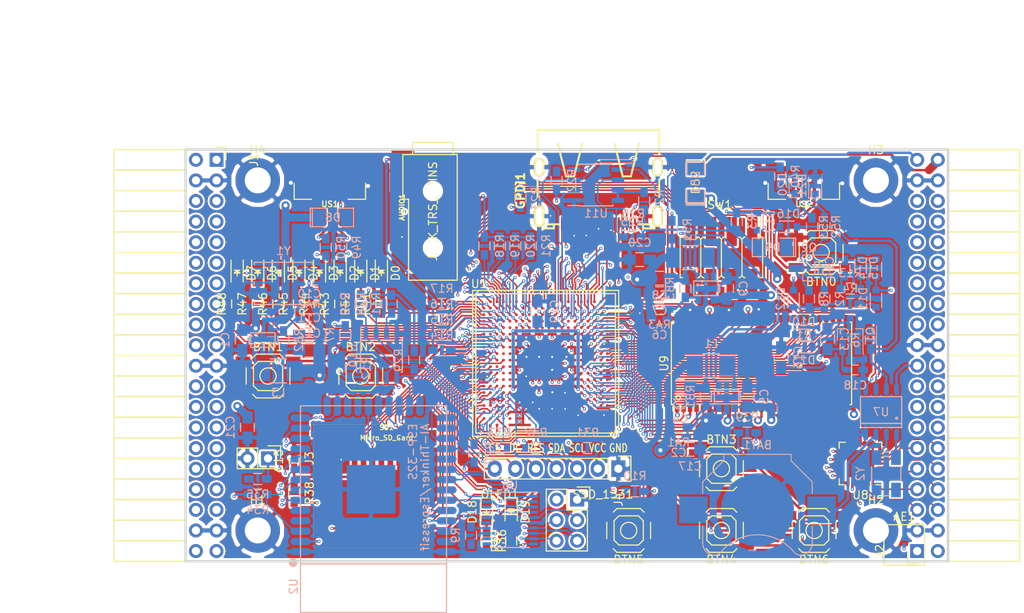
<source format=kicad_pcb>
(kicad_pcb (version 4) (host pcbnew 4.0.6+dfsg1-1)
  (layers (0 F.Cu signal) (1 In1.Cu signal) (2 In2.Cu signal) (31 B.Cu signal) (34 B.Paste user) (35 F.Paste user) (36 B.SilkS user) (37 F.SilkS user) (38 B.Mask user) (39 F.Mask user) (44 Edge.Cuts user))
  (net 0 "")
  (net 1 GND)
  (net 2 +5V)
  (net 3 /gpio/IN5V)
  (net 4 /gpio/OUT5V)
  (net 5 +3V3)
  (net 6 "Net-(L1-Pad1)")
  (net 7 "Net-(L2-Pad1)")
  (net 8 +1V2)
  (net 9 BTN_D)
  (net 10 BTN_F1)
  (net 11 BTN_F2)
  (net 12 BTN_L)
  (net 13 BTN_R)
  (net 14 BTN_U)
  (net 15 /power/FB1)
  (net 16 +2V5)
  (net 17 "Net-(L3-Pad1)")
  (net 18 /power/PWREN)
  (net 19 /power/FB3)
  (net 20 /power/FB2)
  (net 21 "Net-(D9-Pad1)")
  (net 22 /power/VBAT)
  (net 23 JTAG_TDI)
  (net 24 JTAG_TCK)
  (net 25 JTAG_TMS)
  (net 26 JTAG_TDO)
  (net 27 /power/WAKEUPn)
  (net 28 /power/WKUP)
  (net 29 /power/SHUT)
  (net 30 /power/WAKE)
  (net 31 /power/HOLD)
  (net 32 /power/WKn)
  (net 33 /power/OSCI_32k)
  (net 34 /power/OSCO_32k)
  (net 35 "Net-(Q2-Pad3)")
  (net 36 SHUTDOWN)
  (net 37 /analog/AUDIO_L)
  (net 38 /analog/AUDIO_R)
  (net 39 GPDI_5V_SCL)
  (net 40 GPDI_5V_SDA)
  (net 41 GPDI_SDA)
  (net 42 GPDI_SCL)
  (net 43 /gpdi/VREF2)
  (net 44 SD_CMD)
  (net 45 SD_CLK)
  (net 46 SD_D0)
  (net 47 SD_D1)
  (net 48 USB5V)
  (net 49 "Net-(BTN0-Pad1)")
  (net 50 GPDI_CEC)
  (net 51 nRESET)
  (net 52 FTDI_nDTR)
  (net 53 SDRAM_CKE)
  (net 54 SDRAM_A7)
  (net 55 SDRAM_D15)
  (net 56 SDRAM_BA1)
  (net 57 SDRAM_D7)
  (net 58 SDRAM_A6)
  (net 59 SDRAM_CLK)
  (net 60 SDRAM_D13)
  (net 61 SDRAM_BA0)
  (net 62 SDRAM_D6)
  (net 63 SDRAM_A5)
  (net 64 SDRAM_D14)
  (net 65 SDRAM_A11)
  (net 66 SDRAM_D12)
  (net 67 SDRAM_D5)
  (net 68 SDRAM_A4)
  (net 69 SDRAM_A10)
  (net 70 SDRAM_D11)
  (net 71 SDRAM_A3)
  (net 72 SDRAM_D4)
  (net 73 SDRAM_D10)
  (net 74 SDRAM_D9)
  (net 75 SDRAM_A9)
  (net 76 SDRAM_D3)
  (net 77 SDRAM_D8)
  (net 78 SDRAM_A8)
  (net 79 SDRAM_A2)
  (net 80 SDRAM_A1)
  (net 81 SDRAM_A0)
  (net 82 SDRAM_D2)
  (net 83 SDRAM_D1)
  (net 84 SDRAM_D0)
  (net 85 SDRAM_DQM0)
  (net 86 SDRAM_nCS)
  (net 87 SDRAM_nRAS)
  (net 88 SDRAM_DQM1)
  (net 89 SDRAM_nCAS)
  (net 90 SDRAM_nWE)
  (net 91 /flash/FLASH_nWP)
  (net 92 /flash/FLASH_nHOLD)
  (net 93 /flash/FLASH_MOSI)
  (net 94 /flash/FLASH_MISO)
  (net 95 /flash/FLASH_SCK)
  (net 96 /flash/FLASH_nCS)
  (net 97 /flash/FPGA_PROGRAMN)
  (net 98 /flash/FPGA_DONE)
  (net 99 /flash/FPGA_INITN)
  (net 100 OLED_RES)
  (net 101 OLED_DC)
  (net 102 OLED_CS)
  (net 103 WIFI_EN)
  (net 104 FTDI_nRTS)
  (net 105 FTDI_TXD)
  (net 106 FTDI_RXD)
  (net 107 WIFI_RXD)
  (net 108 WIFI_GPIO0)
  (net 109 WIFI_TXD)
  (net 110 GPDI_ETH-)
  (net 111 GPDI_ETH+)
  (net 112 GPDI_D2+)
  (net 113 GPDI_D2-)
  (net 114 GPDI_D1+)
  (net 115 GPDI_D1-)
  (net 116 GPDI_D0+)
  (net 117 GPDI_D0-)
  (net 118 GPDI_CLK+)
  (net 119 GPDI_CLK-)
  (net 120 USB_FTDI_D+)
  (net 121 USB_FTDI_D-)
  (net 122 J1_17-)
  (net 123 J1_17+)
  (net 124 J1_23-)
  (net 125 J1_23+)
  (net 126 J1_25-)
  (net 127 J1_25+)
  (net 128 J1_27-)
  (net 129 J1_27+)
  (net 130 J1_29-)
  (net 131 J1_29+)
  (net 132 J1_31-)
  (net 133 J1_31+)
  (net 134 J1_33-)
  (net 135 J1_33+)
  (net 136 J1_35-)
  (net 137 J1_35+)
  (net 138 J2_5-)
  (net 139 J2_5+)
  (net 140 J2_7-)
  (net 141 J2_7+)
  (net 142 J2_9-)
  (net 143 J2_9+)
  (net 144 J2_13-)
  (net 145 J2_13+)
  (net 146 J2_17-)
  (net 147 J2_17+)
  (net 148 J2_11-)
  (net 149 J2_11+)
  (net 150 J2_23-)
  (net 151 J2_23+)
  (net 152 J1_5-)
  (net 153 J1_5+)
  (net 154 J1_7-)
  (net 155 J1_7+)
  (net 156 J1_9-)
  (net 157 J1_9+)
  (net 158 J1_11-)
  (net 159 J1_11+)
  (net 160 J1_13-)
  (net 161 J1_13+)
  (net 162 J1_15-)
  (net 163 J1_15+)
  (net 164 J2_15-)
  (net 165 J2_15+)
  (net 166 J2_25-)
  (net 167 J2_25+)
  (net 168 J2_27-)
  (net 169 J2_27+)
  (net 170 J2_29-)
  (net 171 J2_29+)
  (net 172 J2_31-)
  (net 173 J2_31+)
  (net 174 J2_33-)
  (net 175 J2_33+)
  (net 176 J2_35-)
  (net 177 J2_35+)
  (net 178 SD_D3)
  (net 179 AUDIO_L3)
  (net 180 AUDIO_L2)
  (net 181 AUDIO_L1)
  (net 182 AUDIO_L0)
  (net 183 AUDIO_R3)
  (net 184 AUDIO_R2)
  (net 185 AUDIO_R1)
  (net 186 AUDIO_R0)
  (net 187 OLED_CLK)
  (net 188 OLED_MOSI)
  (net 189 LED0)
  (net 190 LED1)
  (net 191 LED2)
  (net 192 LED3)
  (net 193 LED4)
  (net 194 LED5)
  (net 195 LED6)
  (net 196 LED7)
  (net 197 BTN_PWRn)
  (net 198 "Net-(J3-Pad1)")
  (net 199 FTDI_nTXLED)
  (net 200 FTDI_nSLEEP)
  (net 201 /blinkey/LED_PWREN)
  (net 202 /blinkey/LED_TXLED)
  (net 203 FT3V3)
  (net 204 /sdcard/SD3V3)
  (net 205 SD_D2)
  (net 206 CLK_25MHz)
  (net 207 /blinkey/BTNPUL)
  (net 208 /blinkey/BTNPUR)
  (net 209 USB_FPGA_D+)
  (net 210 /power/FTDI_nSUSPEND)
  (net 211 /blinkey/ALED0)
  (net 212 /blinkey/ALED1)
  (net 213 /blinkey/ALED2)
  (net 214 /blinkey/ALED3)
  (net 215 /blinkey/ALED4)
  (net 216 /blinkey/ALED5)
  (net 217 /blinkey/ALED6)
  (net 218 /blinkey/ALED7)
  (net 219 /usb/FTD-)
  (net 220 /usb/FTD+)
  (net 221 ADC_MISO)
  (net 222 ADC_MOSI)
  (net 223 ADC_CSn)
  (net 224 ADC_SCLK)
  (net 225 "Net-(R51-Pad2)")
  (net 226 SW3)
  (net 227 SW2)
  (net 228 SW1)
  (net 229 SW0)
  (net 230 USB_FPGA_D-)
  (net 231 /usb/FPD+)
  (net 232 /usb/FPD-)
  (net 233 WIFI_GPIO16)
  (net 234 WIFI_GPIO15)
  (net 235 /usb/ANT_433MHz)
  (module Resistors_SMD:R_0603_HandSoldering (layer B.Cu) (at 154.044 71.326 90)
    (fp_text reference R51 (at 0 1.9 90) (layer B.SilkS) (effects (justify mirror)))
    (fp_text value 220)
    (pad 1 smd rect (at -1.1 0 90) (size 1.2 0.9) (layers B.Cu B.Paste B.Mask) (net 5 +3V3))
    (pad 2 smd rect (at 1.1 0 90) (size 1.2 0.9) (layers B.Cu B.Paste B.Mask) (net 225 "Net-(R51-Pad2)"))
  )
  (module Pin_Headers:Pin_Header_Straight_SMT_02x04 (layer F.Cu) (at 160.14 74.73 180)
    (fp_text reference SW1 (at 0.2 6.5 180) (layer F.SilkS))
    (fp_text value DIPSW)
    (pad 1 smd rect (at -3.81 3.2 180) (size 1.27 3.6) (layers F.Cu F.Paste F.Mask) (net 226 SW3))
    (pad 2 smd rect (at -1.27 3.2 180) (size 1.27 3.6) (layers F.Cu F.Paste F.Mask) (net 227 SW2))
    (pad 3 smd rect (at 1.27 3.2 180) (size 1.27 3.6) (layers F.Cu F.Paste F.Mask) (net 228 SW1))
    (pad 4 smd rect (at 3.81 3.2 180) (size 1.27 3.6) (layers F.Cu F.Paste F.Mask) (net 229 SW0))
    (pad 5 smd rect (at 3.81 -3.2 180) (size 1.27 3.6) (layers F.Cu F.Paste F.Mask) (net 225 "Net-(R51-Pad2)"))
    (pad 6 smd rect (at 1.27 -3.2 180) (size 1.27 3.6) (layers F.Cu F.Paste F.Mask) (net 225 "Net-(R51-Pad2)"))
    (pad 7 smd rect (at -1.27 -3.2 180) (size 1.27 3.6) (layers F.Cu F.Paste F.Mask) (net 225 "Net-(R51-Pad2)"))
    (pad 8 smd rect (at -3.81 -3.2 180) (size 1.27 3.6) (layers F.Cu F.Paste F.Mask) (net 225 "Net-(R51-Pad2)"))
  )
  (module Keystone_3000_1x12mm-CoinCell:Keystone_3000_1x12mm-CoinCell (layer B.Cu) (at 164.585 105.87 180)
    (fp_text reference BAT1 (at 0 8 180) (layer B.SilkS) (effects (justify mirror)))
    (fp_text value CR1225)
    (pad 1 smd rect (at -7.9 0 180) (size 3.5 3.3) (layers B.Cu B.Paste B.Mask) (net 22 /power/VBAT))
    (pad 1 smd rect (at 7.9 0 180) (size 3.5 3.3) (layers B.Cu B.Paste B.Mask) (net 22 /power/VBAT))
    (pad 2 smd circle (at 0 0 180) (size 9 9) (layers B.Cu B.Mask) (net 1 GND))
  )
  (module SMD_Packages:SMD-1206_Pol (layer F.Cu) (at 156.965 65.484 270)
    (fp_text reference D52 (at 0 0 270) (layer F.SilkS))
    (fp_text value 2A)
    (pad 1 smd rect (at -1.651 0 270) (size 1.524 2.032) (layers F.Cu F.Paste F.Mask) (net 4 /gpio/OUT5V))
    (pad 2 smd rect (at 1.651 0 270) (size 1.524 2.032) (layers F.Cu F.Paste F.Mask) (net 2 +5V))
  )
  (module SMD_Packages:SMD-1206_Pol (layer B.Cu) (at 156.965 65.484 90)
    (fp_text reference D51 (at 0 0 90) (layer B.SilkS) (effects (justify mirror)))
    (fp_text value 2A)
    (pad 1 smd rect (at -1.651 0 90) (size 1.524 2.032) (layers B.Cu B.Paste B.Mask) (net 2 +5V))
    (pad 2 smd rect (at 1.651 0 90) (size 1.524 2.032) (layers B.Cu B.Paste B.Mask) (net 3 /gpio/IN5V))
  )
  (module micro-sd:MicroSD_TF02D (layer F.Cu) (at 116.87 110.52 180)
    (fp_text reference SD1 (at -1.995 14.81 180) (layer F.SilkS) (effects (font (size 0.59944 0.59944) (thickness 0.12446))))
    (fp_text value Micro_SD_Card (at -1.995 13.54 180) (layer F.SilkS) (effects (font (size 0.59944 0.59944) (thickness 0.12446))))
    (pad 1 smd rect (at 1.94 11 180) (size 0.7 1.8) (layers F.Cu F.Paste F.Mask) (net 205 SD_D2))
    (pad 2 smd rect (at 0.84 11 180) (size 0.7 1.8) (layers F.Cu F.Paste F.Mask) (net 178 SD_D3))
    (pad 3 smd rect (at -0.26 11 180) (size 0.7 1.8) (layers F.Cu F.Paste F.Mask) (net 44 SD_CMD))
    (pad 4 smd rect (at -1.36 11 180) (size 0.7 1.8) (layers F.Cu F.Paste F.Mask) (net 204 /sdcard/SD3V3))
    (pad 5 smd rect (at -2.46 11 180) (size 0.7 1.8) (layers F.Cu F.Paste F.Mask) (net 45 SD_CLK))
    (pad 6 smd rect (at -3.56 11 180) (size 0.7 1.8) (layers F.Cu F.Paste F.Mask) (net 1 GND))
    (pad 7 smd rect (at -4.66 11 180) (size 0.7 1.8) (layers F.Cu F.Paste F.Mask) (net 46 SD_D0))
    (pad 8 smd rect (at -5.76 11 180) (size 0.7 1.8) (layers F.Cu F.Paste F.Mask) (net 47 SD_D1))
    (pad S smd rect (at -5.05 0.4 180) (size 1.6 1.4) (layers F.Cu F.Paste F.Mask))
    (pad S smd rect (at 0.75 0.4 180) (size 1.8 1.4) (layers F.Cu F.Paste F.Mask))
    (pad G smd rect (at -7.45 13.55 180) (size 1.4 1.9) (layers F.Cu F.Paste F.Mask))
    (pad G smd rect (at 6.6 14.55 180) (size 1.4 1.9) (layers F.Cu F.Paste F.Mask))
  )
  (module Resistors_SMD:R_1210_HandSoldering (layer B.Cu) (at 158.87 88.09 180)
    (fp_text reference L1 (at 0 2.7 180) (layer B.SilkS) (effects (justify mirror)))
    (fp_text value 2.2uH)
    (pad 1 smd rect (at -2 0 180) (size 2 2.5) (layers B.Cu B.Paste B.Mask) (net 6 "Net-(L1-Pad1)"))
    (pad 2 smd rect (at 2 0 180) (size 2 2.5) (layers B.Cu B.Paste B.Mask) (net 8 +1V2))
  )
  (module TSOT-25:TSOT-25 (layer B.Cu) (at 160.775 91.9)
    (fp_text reference U3 (at 0 -0.5) (layer B.SilkS) (effects (font (size 0.15 0.15) (thickness 0.0375)) (justify mirror)))
    (fp_text value AP3429A)
    (pad 1 smd rect (at -0.95 -1.3) (size 0.7 1.2) (layers B.Cu B.Paste B.Mask) (net 18 /power/PWREN))
    (pad 2 smd rect (at 0 -1.3) (size 0.7 1.2) (layers B.Cu B.Paste B.Mask) (net 1 GND))
    (pad 3 smd rect (at 0.95 -1.3) (size 0.7 1.2) (layers B.Cu B.Paste B.Mask) (net 6 "Net-(L1-Pad1)"))
    (pad 4 smd rect (at 0.95 1.3) (size 0.7 1.2) (layers B.Cu B.Paste B.Mask) (net 2 +5V))
    (pad 5 smd rect (at -0.95 1.3) (size 0.7 1.2) (layers B.Cu B.Paste B.Mask) (net 15 /power/FB1))
  )
  (module Resistors_SMD:R_1210_HandSoldering (layer B.Cu) (at 156.33 74.755 180)
    (fp_text reference L2 (at 0 2.7 180) (layer B.SilkS) (effects (justify mirror)))
    (fp_text value 2.2uH)
    (pad 1 smd rect (at -2 0 180) (size 2 2.5) (layers B.Cu B.Paste B.Mask) (net 7 "Net-(L2-Pad1)"))
    (pad 2 smd rect (at 2 0 180) (size 2 2.5) (layers B.Cu B.Paste B.Mask) (net 5 +3V3))
  )
  (module TSOT-25:TSOT-25 (layer B.Cu) (at 158.235 78.535)
    (fp_text reference U4 (at 0 -0.5) (layer B.SilkS) (effects (font (size 0.15 0.15) (thickness 0.0375)) (justify mirror)))
    (fp_text value AP3429A)
    (pad 1 smd rect (at -0.95 -1.3) (size 0.7 1.2) (layers B.Cu B.Paste B.Mask) (net 18 /power/PWREN))
    (pad 2 smd rect (at 0 -1.3) (size 0.7 1.2) (layers B.Cu B.Paste B.Mask) (net 1 GND))
    (pad 3 smd rect (at 0.95 -1.3) (size 0.7 1.2) (layers B.Cu B.Paste B.Mask) (net 7 "Net-(L2-Pad1)"))
    (pad 4 smd rect (at 0.95 1.3) (size 0.7 1.2) (layers B.Cu B.Paste B.Mask) (net 2 +5V))
    (pad 5 smd rect (at -0.95 1.3) (size 0.7 1.2) (layers B.Cu B.Paste B.Mask) (net 19 /power/FB3))
  )
  (module Buttons_Switches_SMD:SW_SPST_SKQG (layer F.Cu) (at 104.26 89.36)
    (fp_text reference BTN1 (at 0 -3.6) (layer F.SilkS))
    (fp_text value FIRE1)
    (pad 1 smd rect (at -3.1 -1.85) (size 1.8 1.1) (layers F.Cu F.Paste F.Mask) (net 207 /blinkey/BTNPUL))
    (pad 1 smd rect (at 3.1 -1.85) (size 1.8 1.1) (layers F.Cu F.Paste F.Mask) (net 207 /blinkey/BTNPUL))
    (pad 2 smd rect (at -3.1 1.85) (size 1.8 1.1) (layers F.Cu F.Paste F.Mask) (net 10 BTN_F1))
    (pad 2 smd rect (at 3.1 1.85) (size 1.8 1.1) (layers F.Cu F.Paste F.Mask) (net 10 BTN_F1))
  )
  (module Buttons_Switches_SMD:SW_SPST_SKQG (layer F.Cu) (at 115.69 89.36)
    (fp_text reference BTN2 (at 0 -3.6) (layer F.SilkS))
    (fp_text value FIRE2)
    (pad 1 smd rect (at -3.1 -1.85) (size 1.8 1.1) (layers F.Cu F.Paste F.Mask) (net 207 /blinkey/BTNPUL))
    (pad 1 smd rect (at 3.1 -1.85) (size 1.8 1.1) (layers F.Cu F.Paste F.Mask) (net 207 /blinkey/BTNPUL))
    (pad 2 smd rect (at -3.1 1.85) (size 1.8 1.1) (layers F.Cu F.Paste F.Mask) (net 11 BTN_F2))
    (pad 2 smd rect (at 3.1 1.85) (size 1.8 1.1) (layers F.Cu F.Paste F.Mask) (net 11 BTN_F2))
  )
  (module Buttons_Switches_SMD:SW_SPST_SKQG (layer F.Cu) (at 160.14 100.79)
    (fp_text reference BTN3 (at 0 -3.6) (layer F.SilkS))
    (fp_text value UP)
    (pad 1 smd rect (at -3.1 -1.85) (size 1.8 1.1) (layers F.Cu F.Paste F.Mask) (net 208 /blinkey/BTNPUR))
    (pad 1 smd rect (at 3.1 -1.85) (size 1.8 1.1) (layers F.Cu F.Paste F.Mask) (net 208 /blinkey/BTNPUR))
    (pad 2 smd rect (at -3.1 1.85) (size 1.8 1.1) (layers F.Cu F.Paste F.Mask) (net 14 BTN_U))
    (pad 2 smd rect (at 3.1 1.85) (size 1.8 1.1) (layers F.Cu F.Paste F.Mask) (net 14 BTN_U))
  )
  (module Buttons_Switches_SMD:SW_SPST_SKQG (layer F.Cu) (at 160.14 108.41 180)
    (fp_text reference BTN4 (at 0 -3.6 180) (layer F.SilkS))
    (fp_text value DOWN)
    (pad 1 smd rect (at -3.1 -1.85 180) (size 1.8 1.1) (layers F.Cu F.Paste F.Mask) (net 208 /blinkey/BTNPUR))
    (pad 1 smd rect (at 3.1 -1.85 180) (size 1.8 1.1) (layers F.Cu F.Paste F.Mask) (net 208 /blinkey/BTNPUR))
    (pad 2 smd rect (at -3.1 1.85 180) (size 1.8 1.1) (layers F.Cu F.Paste F.Mask) (net 9 BTN_D))
    (pad 2 smd rect (at 3.1 1.85 180) (size 1.8 1.1) (layers F.Cu F.Paste F.Mask) (net 9 BTN_D))
  )
  (module Buttons_Switches_SMD:SW_SPST_SKQG (layer F.Cu) (at 148.71 108.41 180)
    (fp_text reference BTN5 (at 0 -3.6 180) (layer F.SilkS))
    (fp_text value LEFT)
    (pad 1 smd rect (at -3.1 -1.85 180) (size 1.8 1.1) (layers F.Cu F.Paste F.Mask) (net 208 /blinkey/BTNPUR))
    (pad 1 smd rect (at 3.1 -1.85 180) (size 1.8 1.1) (layers F.Cu F.Paste F.Mask) (net 208 /blinkey/BTNPUR))
    (pad 2 smd rect (at -3.1 1.85 180) (size 1.8 1.1) (layers F.Cu F.Paste F.Mask) (net 12 BTN_L))
    (pad 2 smd rect (at 3.1 1.85 180) (size 1.8 1.1) (layers F.Cu F.Paste F.Mask) (net 12 BTN_L))
  )
  (module Buttons_Switches_SMD:SW_SPST_SKQG (layer F.Cu) (at 171.57 108.41 180)
    (fp_text reference BTN6 (at 0 -3.6 180) (layer F.SilkS))
    (fp_text value RIGHT)
    (pad 1 smd rect (at -3.1 -1.85 180) (size 1.8 1.1) (layers F.Cu F.Paste F.Mask) (net 208 /blinkey/BTNPUR))
    (pad 1 smd rect (at 3.1 -1.85 180) (size 1.8 1.1) (layers F.Cu F.Paste F.Mask) (net 208 /blinkey/BTNPUR))
    (pad 2 smd rect (at -3.1 1.85 180) (size 1.8 1.1) (layers F.Cu F.Paste F.Mask) (net 13 BTN_R))
    (pad 2 smd rect (at 3.1 1.85 180) (size 1.8 1.1) (layers F.Cu F.Paste F.Mask) (net 13 BTN_R))
  )
  (module LEDs:LED_0805 (layer F.Cu) (at 118.23 76.66 270)
    (fp_text reference D0 (at 0 -1.75 270) (layer F.SilkS))
    (fp_text value LED)
    (pad 2 smd rect (at 1.04902 0 90) (size 1.19888 1.19888) (layers F.Cu F.Paste F.Mask) (net 211 /blinkey/ALED0))
    (pad 1 smd rect (at -1.04902 0 90) (size 1.19888 1.19888) (layers F.Cu F.Paste F.Mask) (net 1 GND))
  )
  (module LEDs:LED_0805 (layer F.Cu) (at 115.69 76.66 270)
    (fp_text reference D1 (at 0 -1.75 270) (layer F.SilkS))
    (fp_text value LED)
    (pad 2 smd rect (at 1.04902 0 90) (size 1.19888 1.19888) (layers F.Cu F.Paste F.Mask) (net 212 /blinkey/ALED1))
    (pad 1 smd rect (at -1.04902 0 90) (size 1.19888 1.19888) (layers F.Cu F.Paste F.Mask) (net 1 GND))
  )
  (module LEDs:LED_0805 (layer F.Cu) (at 113.15 76.66 270)
    (fp_text reference D2 (at 0 -1.75 270) (layer F.SilkS))
    (fp_text value LED)
    (pad 2 smd rect (at 1.04902 0 90) (size 1.19888 1.19888) (layers F.Cu F.Paste F.Mask) (net 213 /blinkey/ALED2))
    (pad 1 smd rect (at -1.04902 0 90) (size 1.19888 1.19888) (layers F.Cu F.Paste F.Mask) (net 1 GND))
  )
  (module LEDs:LED_0805 (layer F.Cu) (at 110.61 76.66 270)
    (fp_text reference D3 (at 0 -1.75 270) (layer F.SilkS))
    (fp_text value LED)
    (pad 2 smd rect (at 1.04902 0 90) (size 1.19888 1.19888) (layers F.Cu F.Paste F.Mask) (net 214 /blinkey/ALED3))
    (pad 1 smd rect (at -1.04902 0 90) (size 1.19888 1.19888) (layers F.Cu F.Paste F.Mask) (net 1 GND))
  )
  (module LEDs:LED_0805 (layer F.Cu) (at 108.07 76.66 270)
    (fp_text reference D4 (at 0 -1.75 270) (layer F.SilkS))
    (fp_text value LED)
    (pad 2 smd rect (at 1.04902 0 90) (size 1.19888 1.19888) (layers F.Cu F.Paste F.Mask) (net 215 /blinkey/ALED4))
    (pad 1 smd rect (at -1.04902 0 90) (size 1.19888 1.19888) (layers F.Cu F.Paste F.Mask) (net 1 GND))
  )
  (module LEDs:LED_0805 (layer F.Cu) (at 105.53 76.66 270)
    (fp_text reference D5 (at 0 -1.75 270) (layer F.SilkS))
    (fp_text value LED)
    (pad 2 smd rect (at 1.04902 0 90) (size 1.19888 1.19888) (layers F.Cu F.Paste F.Mask) (net 216 /blinkey/ALED5))
    (pad 1 smd rect (at -1.04902 0 90) (size 1.19888 1.19888) (layers F.Cu F.Paste F.Mask) (net 1 GND))
  )
  (module LEDs:LED_0805 (layer F.Cu) (at 102.99 76.66 270)
    (fp_text reference D6 (at 0 -1.75 270) (layer F.SilkS))
    (fp_text value LED)
    (pad 2 smd rect (at 1.04902 0 90) (size 1.19888 1.19888) (layers F.Cu F.Paste F.Mask) (net 217 /blinkey/ALED6))
    (pad 1 smd rect (at -1.04902 0 90) (size 1.19888 1.19888) (layers F.Cu F.Paste F.Mask) (net 1 GND))
  )
  (module LEDs:LED_0805 (layer F.Cu) (at 100.45 76.66 270)
    (fp_text reference D7 (at 0 -1.75 270) (layer F.SilkS))
    (fp_text value LED)
    (pad 2 smd rect (at 1.04902 0 90) (size 1.19888 1.19888) (layers F.Cu F.Paste F.Mask) (net 218 /blinkey/ALED7))
    (pad 1 smd rect (at -1.04902 0 90) (size 1.19888 1.19888) (layers F.Cu F.Paste F.Mask) (net 1 GND))
  )
  (module Resistors_SMD:R_1210_HandSoldering (layer B.Cu) (at 105.53 88.725)
    (fp_text reference L3 (at 0 2.7) (layer B.SilkS) (effects (justify mirror)))
    (fp_text value 2.2uH)
    (pad 1 smd rect (at -2 0) (size 2 2.5) (layers B.Cu B.Paste B.Mask) (net 17 "Net-(L3-Pad1)"))
    (pad 2 smd rect (at 2 0) (size 2 2.5) (layers B.Cu B.Paste B.Mask) (net 16 +2V5))
  )
  (module TSOT-25:TSOT-25 (layer B.Cu) (at 103.625 84.915 180)
    (fp_text reference U5 (at 0 -0.5 180) (layer B.SilkS) (effects (font (size 0.15 0.15) (thickness 0.0375)) (justify mirror)))
    (fp_text value AP3429A)
    (pad 1 smd rect (at -0.95 -1.3 180) (size 0.7 1.2) (layers B.Cu B.Paste B.Mask) (net 18 /power/PWREN))
    (pad 2 smd rect (at 0 -1.3 180) (size 0.7 1.2) (layers B.Cu B.Paste B.Mask) (net 1 GND))
    (pad 3 smd rect (at 0.95 -1.3 180) (size 0.7 1.2) (layers B.Cu B.Paste B.Mask) (net 17 "Net-(L3-Pad1)"))
    (pad 4 smd rect (at 0.95 1.3 180) (size 0.7 1.2) (layers B.Cu B.Paste B.Mask) (net 2 +5V))
    (pad 5 smd rect (at -0.95 1.3 180) (size 0.7 1.2) (layers B.Cu B.Paste B.Mask) (net 20 /power/FB2))
  )
  (module Capacitors_SMD:C_0805_HandSoldering (layer B.Cu) (at 101.085 84.915 270)
    (fp_text reference C1 (at 0 2.1 270) (layer B.SilkS) (effects (justify mirror)))
    (fp_text value 22uF)
    (pad 1 smd rect (at -1.25 0 270) (size 1.5 1.25) (layers B.Cu B.Paste B.Mask) (net 2 +5V))
    (pad 2 smd rect (at 1.25 0 270) (size 1.5 1.25) (layers B.Cu B.Paste B.Mask) (net 1 GND))
  )
  (module Capacitors_SMD:C_0805_HandSoldering (layer B.Cu) (at 155.06 90.63)
    (fp_text reference C3 (at 0 2.1) (layer B.SilkS) (effects (justify mirror)))
    (fp_text value 22uF)
    (pad 1 smd rect (at -1.25 0) (size 1.5 1.25) (layers B.Cu B.Paste B.Mask) (net 8 +1V2))
    (pad 2 smd rect (at 1.25 0) (size 1.5 1.25) (layers B.Cu B.Paste B.Mask) (net 1 GND))
  )
  (module Capacitors_SMD:C_0805_HandSoldering (layer B.Cu) (at 155.06 92.535)
    (fp_text reference C4 (at 0 2.1) (layer B.SilkS) (effects (justify mirror)))
    (fp_text value 22uF)
    (pad 1 smd rect (at -1.25 0) (size 1.5 1.25) (layers B.Cu B.Paste B.Mask) (net 8 +1V2))
    (pad 2 smd rect (at 1.25 0) (size 1.5 1.25) (layers B.Cu B.Paste B.Mask) (net 1 GND))
  )
  (module Capacitors_SMD:C_0805_HandSoldering (layer B.Cu) (at 163.315 91.9 90)
    (fp_text reference C5 (at 0 2.1 90) (layer B.SilkS) (effects (justify mirror)))
    (fp_text value 22uF)
    (pad 1 smd rect (at -1.25 0 90) (size 1.5 1.25) (layers B.Cu B.Paste B.Mask) (net 2 +5V))
    (pad 2 smd rect (at 1.25 0 90) (size 1.5 1.25) (layers B.Cu B.Paste B.Mask) (net 1 GND))
  )
  (module Capacitors_SMD:C_0805_HandSoldering (layer B.Cu) (at 152.52 79.2)
    (fp_text reference C7 (at 0 2.1) (layer B.SilkS) (effects (justify mirror)))
    (fp_text value 22uF)
    (pad 1 smd rect (at -1.25 0) (size 1.5 1.25) (layers B.Cu B.Paste B.Mask) (net 5 +3V3))
    (pad 2 smd rect (at 1.25 0) (size 1.5 1.25) (layers B.Cu B.Paste B.Mask) (net 1 GND))
  )
  (module Capacitors_SMD:C_0805_HandSoldering (layer B.Cu) (at 152.52 77.295)
    (fp_text reference C8 (at 0 2.1) (layer B.SilkS) (effects (justify mirror)))
    (fp_text value 22uF)
    (pad 1 smd rect (at -1.25 0) (size 1.5 1.25) (layers B.Cu B.Paste B.Mask) (net 5 +3V3))
    (pad 2 smd rect (at 1.25 0) (size 1.5 1.25) (layers B.Cu B.Paste B.Mask) (net 1 GND))
  )
  (module Capacitors_SMD:C_0805_HandSoldering (layer B.Cu) (at 160.775 78.565 90)
    (fp_text reference C9 (at 0 2.1 90) (layer B.SilkS) (effects (justify mirror)))
    (fp_text value 22uF)
    (pad 1 smd rect (at -1.25 0 90) (size 1.5 1.25) (layers B.Cu B.Paste B.Mask) (net 2 +5V))
    (pad 2 smd rect (at 1.25 0 90) (size 1.5 1.25) (layers B.Cu B.Paste B.Mask) (net 1 GND))
  )
  (module Capacitors_SMD:C_0805_HandSoldering (layer B.Cu) (at 109.34 84.28 180)
    (fp_text reference C11 (at 0 2.1 180) (layer B.SilkS) (effects (justify mirror)))
    (fp_text value 22uF)
    (pad 1 smd rect (at -1.25 0 180) (size 1.5 1.25) (layers B.Cu B.Paste B.Mask) (net 16 +2V5))
    (pad 2 smd rect (at 1.25 0 180) (size 1.5 1.25) (layers B.Cu B.Paste B.Mask) (net 1 GND))
  )
  (module Capacitors_SMD:C_0805_HandSoldering (layer B.Cu) (at 109.34 86.185 180)
    (fp_text reference C12 (at 0 2.1 180) (layer B.SilkS) (effects (justify mirror)))
    (fp_text value 22uF)
    (pad 1 smd rect (at -1.25 0 180) (size 1.5 1.25) (layers B.Cu B.Paste B.Mask) (net 16 +2V5))
    (pad 2 smd rect (at 1.25 0 180) (size 1.5 1.25) (layers B.Cu B.Paste B.Mask) (net 1 GND))
  )
  (module SMD_Packages:SMD-1206_Pol (layer B.Cu) (at 112.261 69.802)
    (fp_text reference D8 (at 0 0) (layer B.SilkS) (effects (justify mirror)))
    (fp_text value 2A)
    (pad 1 smd rect (at -1.651 0) (size 1.524 2.032) (layers B.Cu B.Paste B.Mask) (net 2 +5V))
    (pad 2 smd rect (at 1.651 0) (size 1.524 2.032) (layers B.Cu B.Paste B.Mask) (net 48 USB5V))
  )
  (module SMD_Packages:SMD-1206_Pol (layer B.Cu) (at 166.49 73.485 180)
    (fp_text reference D9 (at 0 0 180) (layer B.SilkS) (effects (justify mirror)))
    (fp_text value 2A)
    (pad 1 smd rect (at -1.651 0 180) (size 1.524 2.032) (layers B.Cu B.Paste B.Mask) (net 21 "Net-(D9-Pad1)"))
    (pad 2 smd rect (at 1.651 0 180) (size 1.524 2.032) (layers B.Cu B.Paste B.Mask) (net 2 +5V))
  )
  (module Power_Integrations:SO-8 (layer B.Cu) (at 179.825 93.805 180)
    (fp_text reference U7 (at 0 0 180) (layer B.SilkS) (effects (justify mirror)))
    (fp_text value PCF8523)
    (pad 1 smd oval (at -1.905 -2.794 180) (size 0.6096 1.4732) (layers B.Cu B.Paste B.Mask) (net 33 /power/OSCI_32k))
    (pad 2 smd oval (at -0.635 -2.794 180) (size 0.6096 1.4732) (layers B.Cu B.Paste B.Mask) (net 34 /power/OSCO_32k))
    (pad 3 smd oval (at 0.635 -2.794 180) (size 0.6096 1.4732) (layers B.Cu B.Paste B.Mask) (net 22 /power/VBAT))
    (pad 4 smd oval (at 1.905 -2.794 180) (size 0.6096 1.4732) (layers B.Cu B.Paste B.Mask) (net 1 GND))
    (pad 5 smd oval (at 1.905 2.794 180) (size 0.6096 1.4732) (layers B.Cu B.Paste B.Mask) (net 41 GPDI_SDA))
    (pad 6 smd oval (at 0.635 2.794 180) (size 0.6096 1.4732) (layers B.Cu B.Paste B.Mask) (net 42 GPDI_SCL))
    (pad 7 smd oval (at -0.635 2.794 180) (size 0.6096 1.4732) (layers B.Cu B.Paste B.Mask) (net 27 /power/WAKEUPn))
    (pad 8 smd oval (at -1.905 2.794 180) (size 0.6096 1.4732) (layers B.Cu B.Paste B.Mask) (net 5 +3V3))
  )
  (module Capacitors_SMD:C_0805_HandSoldering (layer B.Cu) (at 173.221 84.788 90)
    (fp_text reference C13 (at 0 2.1 90) (layer B.SilkS) (effects (justify mirror)))
    (fp_text value 2.2uF)
    (pad 1 smd rect (at -1.25 0 90) (size 1.5 1.25) (layers B.Cu B.Paste B.Mask) (net 2 +5V))
    (pad 2 smd rect (at 1.25 0 90) (size 1.5 1.25) (layers B.Cu B.Paste B.Mask) (net 28 /power/WKUP))
  )
  (module Diodes_SMD:D_0805 (layer B.Cu) (at 170.3 84.28)
    (fp_text reference D10 (at 0 -1.6) (layer B.SilkS) (effects (justify mirror)))
    (fp_text value 1N4148)
    (pad 1 smd rect (at -1.05 0) (size 0.8 0.9) (layers B.Cu B.Paste B.Mask) (net 30 /power/WAKE))
    (pad 2 smd rect (at 1.05 0) (size 0.8 0.9) (layers B.Cu B.Paste B.Mask) (net 28 /power/WKUP))
  )
  (module Diodes_SMD:D_0805 (layer B.Cu) (at 179.19 79.835 90)
    (fp_text reference D11 (at 0 -1.6 90) (layer B.SilkS) (effects (justify mirror)))
    (fp_text value 1N4148)
    (pad 1 smd rect (at -1.05 0 90) (size 0.8 0.9) (layers B.Cu B.Paste B.Mask) (net 31 /power/HOLD))
    (pad 2 smd rect (at 1.05 0 90) (size 0.8 0.9) (layers B.Cu B.Paste B.Mask) (net 5 +3V3))
  )
  (module Diodes_SMD:D_0805 (layer B.Cu) (at 177.285 76.025 270)
    (fp_text reference D15 (at 0 -1.6 270) (layer B.SilkS) (effects (justify mirror)))
    (fp_text value BAT42)
    (pad 1 smd rect (at -1.05 0 270) (size 0.8 0.9) (layers B.Cu B.Paste B.Mask) (net 29 /power/SHUT))
    (pad 2 smd rect (at 1.05 0 270) (size 0.8 0.9) (layers B.Cu B.Paste B.Mask) (net 36 SHUTDOWN))
  )
  (module Diodes_SMD:D_0805 (layer B.Cu) (at 169.03 79.835 90)
    (fp_text reference D12 (at 0 -1.6 90) (layer B.SilkS) (effects (justify mirror)))
    (fp_text value 1N4148)
    (pad 1 smd rect (at -1.05 0 90) (size 0.8 0.9) (layers B.Cu B.Paste B.Mask) (net 18 /power/PWREN))
    (pad 2 smd rect (at 1.05 0 90) (size 0.8 0.9) (layers B.Cu B.Paste B.Mask) (net 210 /power/FTDI_nSUSPEND))
  )
  (module audio-jack:CUI_SJ-43516-SMT (layer F.Cu) (at 124.58 69.04 270)
    (fp_text reference AUDIO1 (at -0.5 3.8 270) (layer F.SilkS) (effects (font (size 0.6096 0.6096) (thickness 0.1524))))
    (fp_text value JACK_TRS_6PINS (at 0 0 270) (layer F.SilkS))
    (pad 1 smd rect (at -6.4 3.7 270) (size 2.2 2.8) (layers F.Cu F.Paste F.Mask) (net 37 /analog/AUDIO_L))
    (pad 4 smd rect (at -3.6 3.7 270) (size 2.2 2.8) (layers F.Cu F.Paste F.Mask))
    (pad 2 smd rect (at 5.8 3.7 270) (size 2.8 2.8) (layers F.Cu F.Paste F.Mask) (net 1 GND))
    (pad 5 smd rect (at 9.9 -0.75 270) (size 2.8 2.8) (layers F.Cu F.Paste F.Mask))
    (pad 3 smd rect (at -1.7 -3.7 270) (size 2 2.8) (layers F.Cu F.Paste F.Mask) (net 38 /analog/AUDIO_R))
    (pad 6 smd rect (at -4.5 -3.7 270) (size 2 2.8) (layers F.Cu F.Paste F.Mask))
    (pad "" np_thru_hole circle (at -2.5 0 270) (size 1.7 1.7) (drill 1.7) (layers *.Cu *.Mask F.SilkS) (clearance 0.4))
    (pad "" np_thru_hole circle (at 4.5 0 270) (size 1.7 1.7) (drill 1.7) (layers *.Cu *.Mask F.SilkS) (clearance 0.4))
  )
  (module TSOP54:TSOP54 (layer F.Cu) (at 165.08 87.8 90)
    (fp_text reference U9 (at 0 -12 90) (layer F.SilkS))
    (fp_text value MT48LC16M16A2TG)
    (pad 28 smd rect (at 5.53 10.4 90) (size 0.9 0.56) (layers F.Cu F.Paste F.Mask) (net 1 GND))
    (pad 1 smd rect (at -5.53 -10.4 90) (size 0.9 0.56) (layers F.Cu F.Paste F.Mask) (net 5 +3V3))
    (pad 2 smd rect (at -5.53 -9.6 90) (size 0.9 0.56) (layers F.Cu F.Paste F.Mask) (net 84 SDRAM_D0))
    (pad 3 smd rect (at -5.53 -8.8 90) (size 0.9 0.56) (layers F.Cu F.Paste F.Mask) (net 5 +3V3))
    (pad 4 smd rect (at -5.53 -8 90) (size 0.9 0.56) (layers F.Cu F.Paste F.Mask) (net 83 SDRAM_D1))
    (pad 5 smd rect (at -5.53 -7.2 90) (size 0.9 0.56) (layers F.Cu F.Paste F.Mask) (net 82 SDRAM_D2))
    (pad 6 smd rect (at -5.53 -6.4 90) (size 0.9 0.56) (layers F.Cu F.Paste F.Mask) (net 1 GND))
    (pad 7 smd rect (at -5.53 -5.6 90) (size 0.9 0.56) (layers F.Cu F.Paste F.Mask) (net 76 SDRAM_D3))
    (pad 8 smd rect (at -5.53 -4.8 90) (size 0.9 0.56) (layers F.Cu F.Paste F.Mask) (net 72 SDRAM_D4))
    (pad 9 smd rect (at -5.53 -4 90) (size 0.9 0.56) (layers F.Cu F.Paste F.Mask) (net 5 +3V3))
    (pad 10 smd rect (at -5.53 -3.2 90) (size 0.9 0.56) (layers F.Cu F.Paste F.Mask) (net 67 SDRAM_D5))
    (pad 11 smd rect (at -5.53 -2.4 90) (size 0.9 0.56) (layers F.Cu F.Paste F.Mask) (net 62 SDRAM_D6))
    (pad 12 smd rect (at -5.53 -1.6 90) (size 0.9 0.56) (layers F.Cu F.Paste F.Mask) (net 1 GND))
    (pad 13 smd rect (at -5.53 -0.8 90) (size 0.9 0.56) (layers F.Cu F.Paste F.Mask) (net 57 SDRAM_D7))
    (pad 14 smd rect (at -5.53 0 90) (size 0.9 0.56) (layers F.Cu F.Paste F.Mask) (net 5 +3V3))
    (pad 15 smd rect (at -5.53 0.8 90) (size 0.9 0.56) (layers F.Cu F.Paste F.Mask) (net 85 SDRAM_DQM0))
    (pad 16 smd rect (at -5.53 1.6 90) (size 0.9 0.56) (layers F.Cu F.Paste F.Mask) (net 90 SDRAM_nWE))
    (pad 17 smd rect (at -5.53 2.4 90) (size 0.9 0.56) (layers F.Cu F.Paste F.Mask) (net 89 SDRAM_nCAS))
    (pad 18 smd rect (at -5.53 3.2 90) (size 0.9 0.56) (layers F.Cu F.Paste F.Mask) (net 87 SDRAM_nRAS))
    (pad 19 smd rect (at -5.53 4 90) (size 0.9 0.56) (layers F.Cu F.Paste F.Mask) (net 86 SDRAM_nCS))
    (pad 20 smd rect (at -5.53 4.8 90) (size 0.9 0.56) (layers F.Cu F.Paste F.Mask) (net 61 SDRAM_BA0))
    (pad 21 smd rect (at -5.53 5.6 90) (size 0.9 0.56) (layers F.Cu F.Paste F.Mask) (net 56 SDRAM_BA1))
    (pad 22 smd rect (at -5.53 6.4 90) (size 0.9 0.56) (layers F.Cu F.Paste F.Mask) (net 69 SDRAM_A10))
    (pad 23 smd rect (at -5.53 7.2 90) (size 0.9 0.56) (layers F.Cu F.Paste F.Mask) (net 81 SDRAM_A0))
    (pad 24 smd rect (at -5.53 8 90) (size 0.9 0.56) (layers F.Cu F.Paste F.Mask) (net 80 SDRAM_A1))
    (pad 25 smd rect (at -5.53 8.8 90) (size 0.9 0.56) (layers F.Cu F.Paste F.Mask) (net 79 SDRAM_A2))
    (pad 26 smd rect (at -5.53 9.6 90) (size 0.9 0.56) (layers F.Cu F.Paste F.Mask) (net 71 SDRAM_A3))
    (pad 27 smd rect (at -5.53 10.4 90) (size 0.9 0.56) (layers F.Cu F.Paste F.Mask) (net 5 +3V3))
    (pad 29 smd rect (at 5.53 9.6 90) (size 0.9 0.56) (layers F.Cu F.Paste F.Mask) (net 68 SDRAM_A4))
    (pad 30 smd rect (at 5.53 8.8 90) (size 0.9 0.56) (layers F.Cu F.Paste F.Mask) (net 63 SDRAM_A5))
    (pad 31 smd rect (at 5.53 8 90) (size 0.9 0.56) (layers F.Cu F.Paste F.Mask) (net 58 SDRAM_A6))
    (pad 32 smd rect (at 5.53 7.2 90) (size 0.9 0.56) (layers F.Cu F.Paste F.Mask) (net 54 SDRAM_A7))
    (pad 33 smd rect (at 5.53 6.4 90) (size 0.9 0.56) (layers F.Cu F.Paste F.Mask) (net 78 SDRAM_A8))
    (pad 34 smd rect (at 5.53 5.6 90) (size 0.9 0.56) (layers F.Cu F.Paste F.Mask) (net 75 SDRAM_A9))
    (pad 35 smd rect (at 5.53 4.8 90) (size 0.9 0.56) (layers F.Cu F.Paste F.Mask) (net 65 SDRAM_A11))
    (pad 36 smd rect (at 5.53 4 90) (size 0.9 0.56) (layers F.Cu F.Paste F.Mask))
    (pad 37 smd rect (at 5.53 3.2 90) (size 0.9 0.56) (layers F.Cu F.Paste F.Mask) (net 53 SDRAM_CKE))
    (pad 38 smd rect (at 5.53 2.4 90) (size 0.9 0.56) (layers F.Cu F.Paste F.Mask) (net 59 SDRAM_CLK))
    (pad 39 smd rect (at 5.53 1.6 90) (size 0.9 0.56) (layers F.Cu F.Paste F.Mask) (net 88 SDRAM_DQM1))
    (pad 40 smd rect (at 5.53 0.8 90) (size 0.9 0.56) (layers F.Cu F.Paste F.Mask))
    (pad 41 smd rect (at 5.53 0 90) (size 0.9 0.56) (layers F.Cu F.Paste F.Mask) (net 1 GND))
    (pad 42 smd rect (at 5.53 -0.8 90) (size 0.9 0.56) (layers F.Cu F.Paste F.Mask) (net 77 SDRAM_D8))
    (pad 43 smd rect (at 5.53 -1.6 90) (size 0.9 0.56) (layers F.Cu F.Paste F.Mask) (net 5 +3V3))
    (pad 44 smd rect (at 5.53 -2.4 90) (size 0.9 0.56) (layers F.Cu F.Paste F.Mask) (net 74 SDRAM_D9))
    (pad 45 smd rect (at 5.53 -3.2 90) (size 0.9 0.56) (layers F.Cu F.Paste F.Mask) (net 73 SDRAM_D10))
    (pad 46 smd rect (at 5.53 -4 90) (size 0.9 0.56) (layers F.Cu F.Paste F.Mask) (net 1 GND))
    (pad 47 smd rect (at 5.53 -4.8 90) (size 0.9 0.56) (layers F.Cu F.Paste F.Mask) (net 70 SDRAM_D11))
    (pad 48 smd rect (at 5.53 -5.6 90) (size 0.9 0.56) (layers F.Cu F.Paste F.Mask) (net 66 SDRAM_D12))
    (pad 49 smd rect (at 5.53 -6.4 90) (size 0.9 0.56) (layers F.Cu F.Paste F.Mask) (net 5 +3V3))
    (pad 50 smd rect (at 5.53 -7.2 90) (size 0.9 0.56) (layers F.Cu F.Paste F.Mask) (net 60 SDRAM_D13))
    (pad 51 smd rect (at 5.53 -8 90) (size 0.9 0.56) (layers F.Cu F.Paste F.Mask) (net 64 SDRAM_D14))
    (pad 52 smd rect (at 5.53 -8.8 90) (size 0.9 0.56) (layers F.Cu F.Paste F.Mask) (net 1 GND))
    (pad 53 smd rect (at 5.53 -9.6 90) (size 0.9 0.56) (layers F.Cu F.Paste F.Mask) (net 55 SDRAM_D15))
    (pad 54 smd rect (at 5.53 -10.4 90) (size 0.9 0.56) (layers F.Cu F.Paste F.Mask) (net 1 GND))
  )
  (module TO_SOT_Packages_SMD:SOT-23_Handsoldering (layer B.Cu) (at 176.015 84.28 90)
    (fp_text reference Q1 (at 0 2.5 90) (layer B.SilkS) (effects (justify mirror)))
    (fp_text value BC857)
    (pad 1 smd rect (at -1.5 0.95 90) (size 1.9 0.8) (layers B.Cu B.Paste B.Mask) (net 32 /power/WKn))
    (pad 2 smd rect (at -1.5 -0.95 90) (size 1.9 0.8) (layers B.Cu B.Paste B.Mask) (net 2 +5V))
    (pad 3 smd rect (at 1.5 0 90) (size 1.9 0.8) (layers B.Cu B.Paste B.Mask) (net 28 /power/WKUP))
  )
  (module TO_SOT_Packages_SMD:SOT-23_Handsoldering (layer B.Cu) (at 170.935 76.025 180)
    (fp_text reference Q2 (at 0 2.5 180) (layer B.SilkS) (effects (justify mirror)))
    (fp_text value 2N7002)
    (pad 1 smd rect (at -1.5 0.95 180) (size 1.9 0.8) (layers B.Cu B.Paste B.Mask) (net 29 /power/SHUT))
    (pad 2 smd rect (at -1.5 -0.95 180) (size 1.9 0.8) (layers B.Cu B.Paste B.Mask) (net 1 GND))
    (pad 3 smd rect (at 1.5 0 180) (size 1.9 0.8) (layers B.Cu B.Paste B.Mask) (net 35 "Net-(Q2-Pad3)"))
  )
  (module Capacitors_SMD:C_0603_HandSoldering (layer B.Cu) (at 154.86 96.91)
    (fp_text reference C2 (at 0 1.9) (layer B.SilkS) (effects (justify mirror)))
    (fp_text value 470pF)
    (pad 1 smd rect (at -0.95 0) (size 1.2 0.75) (layers B.Cu B.Paste B.Mask) (net 8 +1V2))
    (pad 2 smd rect (at 0.95 0) (size 1.2 0.75) (layers B.Cu B.Paste B.Mask) (net 15 /power/FB1))
  )
  (module Capacitors_SMD:C_0603_HandSoldering (layer B.Cu) (at 152.52 82.375)
    (fp_text reference C6 (at 0 1.9) (layer B.SilkS) (effects (justify mirror)))
    (fp_text value 470pF)
    (pad 1 smd rect (at -0.95 0) (size 1.2 0.75) (layers B.Cu B.Paste B.Mask) (net 5 +3V3))
    (pad 2 smd rect (at 0.95 0) (size 1.2 0.75) (layers B.Cu B.Paste B.Mask) (net 19 /power/FB3))
  )
  (module Capacitors_SMD:C_0603_HandSoldering (layer B.Cu) (at 109.34 81.105 180)
    (fp_text reference C10 (at 0 1.9 180) (layer B.SilkS) (effects (justify mirror)))
    (fp_text value 470pF)
    (pad 1 smd rect (at -0.95 0 180) (size 1.2 0.75) (layers B.Cu B.Paste B.Mask) (net 16 +2V5))
    (pad 2 smd rect (at 0.95 0 180) (size 1.2 0.75) (layers B.Cu B.Paste B.Mask) (net 20 /power/FB2))
  )
  (module Capacitors_SMD:C_0603_HandSoldering (layer B.Cu) (at 175.38 76.025 270)
    (fp_text reference C14 (at 0 1.9 270) (layer B.SilkS) (effects (justify mirror)))
    (fp_text value 100nF)
    (pad 1 smd rect (at -0.95 0 270) (size 1.2 0.75) (layers B.Cu B.Paste B.Mask) (net 29 /power/SHUT))
    (pad 2 smd rect (at 0.95 0 270) (size 1.2 0.75) (layers B.Cu B.Paste B.Mask) (net 1 GND))
  )
  (module Resistors_SMD:R_0603_HandSoldering (layer B.Cu) (at 170.3 82.375)
    (fp_text reference R1 (at 0 1.9) (layer B.SilkS) (effects (justify mirror)))
    (fp_text value 15k)
    (pad 1 smd rect (at -1.1 0) (size 1.2 0.9) (layers B.Cu B.Paste B.Mask) (net 30 /power/WAKE))
    (pad 2 smd rect (at 1.1 0) (size 1.2 0.9) (layers B.Cu B.Paste B.Mask) (net 18 /power/PWREN))
  )
  (module Resistors_SMD:R_0603_HandSoldering (layer B.Cu) (at 172.84 79.835 90)
    (fp_text reference R2 (at 0 1.9 90) (layer B.SilkS) (effects (justify mirror)))
    (fp_text value 47k)
    (pad 1 smd rect (at -1.1 0 90) (size 1.2 0.9) (layers B.Cu B.Paste B.Mask) (net 18 /power/PWREN))
    (pad 2 smd rect (at 1.1 0 90) (size 1.2 0.9) (layers B.Cu B.Paste B.Mask) (net 1 GND))
  )
  (module Resistors_SMD:R_0603_HandSoldering (layer B.Cu) (at 176.015 80.47 180)
    (fp_text reference R4 (at 0 1.9 180) (layer B.SilkS) (effects (justify mirror)))
    (fp_text value 15k)
    (pad 1 smd rect (at -1.1 0 180) (size 1.2 0.9) (layers B.Cu B.Paste B.Mask) (net 31 /power/HOLD))
    (pad 2 smd rect (at 1.1 0 180) (size 1.2 0.9) (layers B.Cu B.Paste B.Mask) (net 18 /power/PWREN))
  )
  (module Resistors_SMD:R_0603_HandSoldering (layer B.Cu) (at 174.11 76.025 270)
    (fp_text reference R5 (at 0 1.9 270) (layer B.SilkS) (effects (justify mirror)))
    (fp_text value 4.7M)
    (pad 1 smd rect (at -1.1 0 270) (size 1.2 0.9) (layers B.Cu B.Paste B.Mask) (net 29 /power/SHUT))
    (pad 2 smd rect (at 1.1 0 270) (size 1.2 0.9) (layers B.Cu B.Paste B.Mask) (net 1 GND))
  )
  (module Resistors_SMD:R_0603_HandSoldering (layer B.Cu) (at 178.555 84.915 270)
    (fp_text reference R6 (at 0 1.9 270) (layer B.SilkS) (effects (justify mirror)))
    (fp_text value 1k)
    (pad 1 smd rect (at -1.1 0 270) (size 1.2 0.9) (layers B.Cu B.Paste B.Mask) (net 32 /power/WKn))
    (pad 2 smd rect (at 1.1 0 270) (size 1.2 0.9) (layers B.Cu B.Paste B.Mask) (net 27 /power/WAKEUPn))
  )
  (module Resistors_SMD:R_0603_HandSoldering (layer B.Cu) (at 113.785 84.28 270)
    (fp_text reference R7 (at 0 1.9 270) (layer B.SilkS) (effects (justify mirror)))
    (fp_text value 220)
    (pad 1 smd rect (at -1.1 0 270) (size 1.2 0.9) (layers B.Cu B.Paste B.Mask) (net 5 +3V3))
    (pad 2 smd rect (at 1.1 0 270) (size 1.2 0.9) (layers B.Cu B.Paste B.Mask) (net 207 /blinkey/BTNPUL))
  )
  (module Resistors_SMD:R_0603_HandSoldering (layer B.Cu) (at 170.935 79.835 90)
    (fp_text reference R8 (at 0 1.9 90) (layer B.SilkS) (effects (justify mirror)))
    (fp_text value 1k)
    (pad 1 smd rect (at -1.1 0 90) (size 1.2 0.9) (layers B.Cu B.Paste B.Mask) (net 18 /power/PWREN))
    (pad 2 smd rect (at 1.1 0 90) (size 1.2 0.9) (layers B.Cu B.Paste B.Mask) (net 35 "Net-(Q2-Pad3)"))
  )
  (module Resistors_SMD:R_0603_HandSoldering (layer B.Cu) (at 129.28 109 270)
    (fp_text reference R9 (at 0 1.9 270) (layer B.SilkS) (effects (justify mirror)))
    (fp_text value 15k)
    (pad 1 smd rect (at -1.1 0 270) (size 1.2 0.9) (layers B.Cu B.Paste B.Mask) (net 51 nRESET))
    (pad 2 smd rect (at 1.1 0 270) (size 1.2 0.9) (layers B.Cu B.Paste B.Mask) (net 203 FT3V3))
  )
  (module Resistors_SMD:R_0603_HandSoldering (layer B.Cu) (at 149.472 103.584 180)
    (fp_text reference R10 (at 0 1.9 180) (layer B.SilkS) (effects (justify mirror)))
    (fp_text value 220)
    (pad 1 smd rect (at -1.1 0 180) (size 1.2 0.9) (layers B.Cu B.Paste B.Mask) (net 210 /power/FTDI_nSUSPEND))
    (pad 2 smd rect (at 1.1 0 180) (size 1.2 0.9) (layers B.Cu B.Paste B.Mask) (net 200 FTDI_nSLEEP))
  )
  (module Resistors_SMD:R_0603_HandSoldering (layer B.Cu) (at 176.015 78.565 180)
    (fp_text reference R13 (at 0 1.9 180) (layer B.SilkS) (effects (justify mirror)))
    (fp_text value 15k)
    (pad 1 smd rect (at -1.1 0 180) (size 1.2 0.9) (layers B.Cu B.Paste B.Mask) (net 36 SHUTDOWN))
    (pad 2 smd rect (at 1.1 0 180) (size 1.2 0.9) (layers B.Cu B.Paste B.Mask) (net 1 GND))
  )
  (module Resistors_SMD:R_0603_HandSoldering (layer B.Cu) (at 154.86 95.64)
    (fp_text reference RA1 (at 0 1.9) (layer B.SilkS) (effects (justify mirror)))
    (fp_text value 15k)
    (pad 1 smd rect (at -1.1 0) (size 1.2 0.9) (layers B.Cu B.Paste B.Mask) (net 8 +1V2))
    (pad 2 smd rect (at 1.1 0) (size 1.2 0.9) (layers B.Cu B.Paste B.Mask) (net 15 /power/FB1))
  )
  (module Resistors_SMD:R_0603_HandSoldering (layer B.Cu) (at 109.34 82.375 180)
    (fp_text reference RA2 (at 0 1.9 180) (layer B.SilkS) (effects (justify mirror)))
    (fp_text value 15k)
    (pad 1 smd rect (at -1.1 0 180) (size 1.2 0.9) (layers B.Cu B.Paste B.Mask) (net 16 +2V5))
    (pad 2 smd rect (at 1.1 0 180) (size 1.2 0.9) (layers B.Cu B.Paste B.Mask) (net 20 /power/FB2))
  )
  (module Resistors_SMD:R_0603_HandSoldering (layer B.Cu) (at 152.52 81.105)
    (fp_text reference RA3 (at 0 1.9) (layer B.SilkS) (effects (justify mirror)))
    (fp_text value 15k)
    (pad 1 smd rect (at -1.1 0) (size 1.2 0.9) (layers B.Cu B.Paste B.Mask) (net 5 +3V3))
    (pad 2 smd rect (at 1.1 0) (size 1.2 0.9) (layers B.Cu B.Paste B.Mask) (net 19 /power/FB3))
  )
  (module Resistors_SMD:R_0603_HandSoldering (layer B.Cu) (at 158.235 91.9 270)
    (fp_text reference RB1 (at 0 1.9 270) (layer B.SilkS) (effects (justify mirror)))
    (fp_text value 15k)
    (pad 1 smd rect (at -1.1 0 270) (size 1.2 0.9) (layers B.Cu B.Paste B.Mask) (net 1 GND))
    (pad 2 smd rect (at 1.1 0 270) (size 1.2 0.9) (layers B.Cu B.Paste B.Mask) (net 15 /power/FB1))
  )
  (module Resistors_SMD:R_0603_HandSoldering (layer B.Cu) (at 106.165 84.915 90)
    (fp_text reference RB2 (at 0 1.9 90) (layer B.SilkS) (effects (justify mirror)))
    (fp_text value 4.7k)
    (pad 1 smd rect (at -1.1 0 90) (size 1.2 0.9) (layers B.Cu B.Paste B.Mask) (net 1 GND))
    (pad 2 smd rect (at 1.1 0 90) (size 1.2 0.9) (layers B.Cu B.Paste B.Mask) (net 20 /power/FB2))
  )
  (module Resistors_SMD:R_0603_HandSoldering (layer B.Cu) (at 155.695 78.565 270)
    (fp_text reference RB3 (at 0 1.9 270) (layer B.SilkS) (effects (justify mirror)))
    (fp_text value 3.3k)
    (pad 1 smd rect (at -1.1 0 270) (size 1.2 0.9) (layers B.Cu B.Paste B.Mask) (net 1 GND))
    (pad 2 smd rect (at 1.1 0 270) (size 1.2 0.9) (layers B.Cu B.Paste B.Mask) (net 19 /power/FB3))
  )
  (module Resistors_SMD:R_0603_HandSoldering (layer B.Cu) (at 125.682 86.185 180)
    (fp_text reference R14 (at 0 1.9 180) (layer B.SilkS) (effects (justify mirror)))
    (fp_text value 800)
    (pad 1 smd rect (at -1.1 0 180) (size 1.2 0.9) (layers B.Cu B.Paste B.Mask) (net 179 AUDIO_L3))
    (pad 2 smd rect (at 1.1 0 180) (size 1.2 0.9) (layers B.Cu B.Paste B.Mask) (net 37 /analog/AUDIO_L))
  )
  (module Resistors_SMD:R_0603_HandSoldering (layer B.Cu) (at 125.682 84.279 180)
    (fp_text reference R15 (at 0 1.9 180) (layer B.SilkS) (effects (justify mirror)))
    (fp_text value 400)
    (pad 1 smd rect (at -1.1 0 180) (size 1.2 0.9) (layers B.Cu B.Paste B.Mask) (net 180 AUDIO_L2))
    (pad 2 smd rect (at 1.1 0 180) (size 1.2 0.9) (layers B.Cu B.Paste B.Mask) (net 37 /analog/AUDIO_L))
  )
  (module Resistors_SMD:R_0603_HandSoldering (layer B.Cu) (at 125.682 82.375 180)
    (fp_text reference R16 (at 0 1.9 180) (layer B.SilkS) (effects (justify mirror)))
    (fp_text value 200)
    (pad 1 smd rect (at -1.1 0 180) (size 1.2 0.9) (layers B.Cu B.Paste B.Mask) (net 181 AUDIO_L1))
    (pad 2 smd rect (at 1.1 0 180) (size 1.2 0.9) (layers B.Cu B.Paste B.Mask) (net 37 /analog/AUDIO_L))
  )
  (module Resistors_SMD:R_0603_HandSoldering (layer B.Cu) (at 125.682 80.47 180)
    (fp_text reference R17 (at 0 1.9 180) (layer B.SilkS) (effects (justify mirror)))
    (fp_text value 100)
    (pad 1 smd rect (at -1.1 0 180) (size 1.2 0.9) (layers B.Cu B.Paste B.Mask) (net 182 AUDIO_L0))
    (pad 2 smd rect (at 1.1 0 180) (size 1.2 0.9) (layers B.Cu B.Paste B.Mask) (net 37 /analog/AUDIO_L))
  )
  (module Resistors_SMD:R_0603_HandSoldering (layer B.Cu) (at 130.93 73.317 90)
    (fp_text reference R18 (at 0 1.9 90) (layer B.SilkS) (effects (justify mirror)))
    (fp_text value 800)
    (pad 1 smd rect (at -1.1 0 90) (size 1.2 0.9) (layers B.Cu B.Paste B.Mask) (net 183 AUDIO_R3))
    (pad 2 smd rect (at 1.1 0 90) (size 1.2 0.9) (layers B.Cu B.Paste B.Mask) (net 38 /analog/AUDIO_R))
  )
  (module Resistors_SMD:R_0603_HandSoldering (layer B.Cu) (at 132.835 73.317 90)
    (fp_text reference R19 (at 0 1.9 90) (layer B.SilkS) (effects (justify mirror)))
    (fp_text value 400)
    (pad 1 smd rect (at -1.1 0 90) (size 1.2 0.9) (layers B.Cu B.Paste B.Mask) (net 184 AUDIO_R2))
    (pad 2 smd rect (at 1.1 0 90) (size 1.2 0.9) (layers B.Cu B.Paste B.Mask) (net 38 /analog/AUDIO_R))
  )
  (module Resistors_SMD:R_0603_HandSoldering (layer B.Cu) (at 134.74 73.317 90)
    (fp_text reference R20 (at 0 1.9 90) (layer B.SilkS) (effects (justify mirror)))
    (fp_text value 200)
    (pad 1 smd rect (at -1.1 0 90) (size 1.2 0.9) (layers B.Cu B.Paste B.Mask) (net 185 AUDIO_R1))
    (pad 2 smd rect (at 1.1 0 90) (size 1.2 0.9) (layers B.Cu B.Paste B.Mask) (net 38 /analog/AUDIO_R))
  )
  (module Resistors_SMD:R_0603_HandSoldering (layer B.Cu) (at 136.645 73.317 90)
    (fp_text reference R21 (at 0 1.9 90) (layer B.SilkS) (effects (justify mirror)))
    (fp_text value 100)
    (pad 1 smd rect (at -1.1 0 90) (size 1.2 0.9) (layers B.Cu B.Paste B.Mask) (net 186 AUDIO_R0))
    (pad 2 smd rect (at 1.1 0 90) (size 1.2 0.9) (layers B.Cu B.Paste B.Mask) (net 38 /analog/AUDIO_R))
  )
  (module hdmi-swm-19:hdmi-swm-19 (layer F.Cu) (at 144.98 65.05)
    (fp_text reference GPDI1 (at -9.605 1.45 90) (layer F.SilkS) (effects (font (size 1.016 1.016) (thickness 0.254))))
    (fp_text value MICRO-GPDI-D)
    (pad 0 thru_hole oval (at 7.3 4.6) (size 1.3 2.7) (drill oval 0.8 2.2) (layers *.Cu *.Mask F.SilkS) (net 1 GND))
    (pad 0 thru_hole oval (at -7.3 4.6) (size 1.3 2.7) (drill oval 0.8 2.2) (layers *.Cu *.Mask F.SilkS) (net 1 GND))
    (pad 0 thru_hole oval (at -7.3 -1.45) (size 1.3 2.3) (drill oval 0.8 1.8) (layers *.Cu *.Mask F.SilkS) (net 1 GND))
    (pad 1 smd rect (at -4.5 5.55 90) (size 1.6 0.25) (layers F.Cu F.Paste F.Mask) (net 110 GPDI_ETH-))
    (pad 2 smd rect (at -4 5.55 90) (size 1.6 0.25) (layers F.Cu F.Paste F.Mask) (net 111 GPDI_ETH+))
    (pad 3 smd rect (at -3.5 5.55 90) (size 1.6 0.25) (layers F.Cu F.Paste F.Mask) (net 112 GPDI_D2+))
    (pad 4 smd rect (at -3 5.55 90) (size 1.6 0.25) (layers F.Cu F.Paste F.Mask) (net 1 GND))
    (pad 5 smd rect (at -2.5 5.55 90) (size 1.6 0.25) (layers F.Cu F.Paste F.Mask) (net 113 GPDI_D2-))
    (pad 6 smd rect (at -2 5.55 90) (size 1.6 0.25) (layers F.Cu F.Paste F.Mask) (net 114 GPDI_D1+))
    (pad 7 smd rect (at -1.5 5.55 90) (size 1.6 0.25) (layers F.Cu F.Paste F.Mask) (net 1 GND))
    (pad 8 smd rect (at -1 5.55 90) (size 1.6 0.25) (layers F.Cu F.Paste F.Mask) (net 115 GPDI_D1-))
    (pad 9 smd rect (at -0.5 5.55 90) (size 1.6 0.25) (layers F.Cu F.Paste F.Mask) (net 116 GPDI_D0+))
    (pad 10 smd rect (at 0 5.55 90) (size 1.6 0.25) (layers F.Cu F.Paste F.Mask) (net 1 GND))
    (pad 11 smd rect (at 0.5 5.55 90) (size 1.6 0.25) (layers F.Cu F.Paste F.Mask) (net 117 GPDI_D0-))
    (pad 12 smd rect (at 1 5.55 90) (size 1.6 0.25) (layers F.Cu F.Paste F.Mask) (net 118 GPDI_CLK+))
    (pad 13 smd rect (at 1.5 5.55 90) (size 1.6 0.25) (layers F.Cu F.Paste F.Mask) (net 1 GND))
    (pad 14 smd rect (at 2 5.55 90) (size 1.6 0.25) (layers F.Cu F.Paste F.Mask) (net 119 GPDI_CLK-))
    (pad 15 smd rect (at 2.5 5.55 90) (size 1.6 0.25) (layers F.Cu F.Paste F.Mask) (net 50 GPDI_CEC))
    (pad 16 smd rect (at 3 5.55 90) (size 1.6 0.25) (layers F.Cu F.Paste F.Mask) (net 1 GND))
    (pad 17 smd rect (at 3.5 5.55 90) (size 1.6 0.25) (layers F.Cu F.Paste F.Mask) (net 39 GPDI_5V_SCL))
    (pad 18 smd rect (at 4 5.55 90) (size 1.6 0.25) (layers F.Cu F.Paste F.Mask) (net 40 GPDI_5V_SDA))
    (pad 19 smd rect (at 4.5 5.55 90) (size 1.6 0.25) (layers F.Cu F.Paste F.Mask) (net 2 +5V))
    (pad 0 thru_hole oval (at 7.3 -1.45) (size 1.3 2.3) (drill oval 0.8 1.8) (layers *.Cu *.Mask F.SilkS) (net 1 GND))
  )
  (module Housings_SOIC:SOIC-8_3.9x4.9mm_Pitch1.27mm (layer B.Cu) (at 118.23 86.82 270)
    (fp_text reference U10 (at 0 3.5 270) (layer B.SilkS) (effects (justify mirror)))
    (fp_text value S25FL164K0XMFI011)
    (pad 1 smd rect (at -2.7 1.905 270) (size 1.55 0.6) (layers B.Cu B.Paste B.Mask) (net 96 /flash/FLASH_nCS))
    (pad 2 smd rect (at -2.7 0.635 270) (size 1.55 0.6) (layers B.Cu B.Paste B.Mask) (net 94 /flash/FLASH_MISO))
    (pad 3 smd rect (at -2.7 -0.635 270) (size 1.55 0.6) (layers B.Cu B.Paste B.Mask) (net 91 /flash/FLASH_nWP))
    (pad 4 smd rect (at -2.7 -1.905 270) (size 1.55 0.6) (layers B.Cu B.Paste B.Mask) (net 1 GND))
    (pad 5 smd rect (at 2.7 -1.905 270) (size 1.55 0.6) (layers B.Cu B.Paste B.Mask) (net 93 /flash/FLASH_MOSI))
    (pad 6 smd rect (at 2.7 -0.635 270) (size 1.55 0.6) (layers B.Cu B.Paste B.Mask) (net 95 /flash/FLASH_SCK))
    (pad 7 smd rect (at 2.7 0.635 270) (size 1.55 0.6) (layers B.Cu B.Paste B.Mask) (net 92 /flash/FLASH_nHOLD))
    (pad 8 smd rect (at 2.7 1.905 270) (size 1.55 0.6) (layers B.Cu B.Paste B.Mask) (net 5 +3V3))
  )
  (module Capacitors_SMD:C_0603_HandSoldering (layer B.Cu) (at 176.65 88.598)
    (fp_text reference C18 (at 0 1.9) (layer B.SilkS) (effects (justify mirror)))
    (fp_text value 100nF)
    (pad 1 smd rect (at -0.95 0) (size 1.2 0.75) (layers B.Cu B.Paste B.Mask) (net 2 +5V))
    (pad 2 smd rect (at 0.95 0) (size 1.2 0.75) (layers B.Cu B.Paste B.Mask) (net 1 GND))
  )
  (module Housings_SOIC:SOIC-8_3.9x4.9mm_Pitch1.27mm (layer B.Cu) (at 144.68 65.8)
    (fp_text reference U11 (at 0 3.5) (layer B.SilkS) (effects (justify mirror)))
    (fp_text value PCA9306DCTR)
    (pad 1 smd rect (at -2.7 1.905) (size 1.55 0.6) (layers B.Cu B.Paste B.Mask) (net 1 GND))
    (pad 2 smd rect (at -2.7 0.635) (size 1.55 0.6) (layers B.Cu B.Paste B.Mask) (net 5 +3V3))
    (pad 3 smd rect (at -2.7 -0.635) (size 1.55 0.6) (layers B.Cu B.Paste B.Mask) (net 42 GPDI_SCL))
    (pad 4 smd rect (at -2.7 -1.905) (size 1.55 0.6) (layers B.Cu B.Paste B.Mask) (net 41 GPDI_SDA))
    (pad 5 smd rect (at 2.7 -1.905) (size 1.55 0.6) (layers B.Cu B.Paste B.Mask) (net 40 GPDI_5V_SDA))
    (pad 6 smd rect (at 2.7 -0.635) (size 1.55 0.6) (layers B.Cu B.Paste B.Mask) (net 39 GPDI_5V_SCL))
    (pad 7 smd rect (at 2.7 0.635) (size 1.55 0.6) (layers B.Cu B.Paste B.Mask) (net 43 /gpdi/VREF2))
    (pad 8 smd rect (at 2.7 1.905) (size 1.55 0.6) (layers B.Cu B.Paste B.Mask) (net 43 /gpdi/VREF2))
  )
  (module Diodes_SMD:D_0805 (layer B.Cu) (at 170.3 85.804 180)
    (fp_text reference D13 (at 0 -1.6 180) (layer B.SilkS) (effects (justify mirror)))
    (fp_text value 1N4148)
    (pad 1 smd rect (at -1.05 0 180) (size 0.8 0.9) (layers B.Cu B.Paste B.Mask) (net 28 /power/WKUP))
    (pad 2 smd rect (at 1.05 0 180) (size 0.8 0.9) (layers B.Cu B.Paste B.Mask) (net 1 GND))
  )
  (module Diodes_SMD:D_0805 (layer B.Cu) (at 179.19 76.025 90)
    (fp_text reference D14 (at 0 -1.6 90) (layer B.SilkS) (effects (justify mirror)))
    (fp_text value 1N4148)
    (pad 1 smd rect (at -1.05 0 90) (size 0.8 0.9) (layers B.Cu B.Paste B.Mask) (net 5 +3V3))
    (pad 2 smd rect (at 1.05 0 90) (size 0.8 0.9) (layers B.Cu B.Paste B.Mask) (net 29 /power/SHUT))
  )
  (module ESP32-footprints-Lib:ESP-32S (layer B.Cu) (at 117.313 101.513)
    (fp_text reference U2 (at -9.9 13.8 90) (layer B.SilkS) (effects (justify mirror)))
    (fp_text value ESP-32S)
    (fp_text user AI-Thinker/Espressif (at 6.3 1.6 270) (layer B.SilkS) (effects (justify mirror)))
    (fp_text user ESP-32S (at 4.8 -2.8 270) (layer B.SilkS) (effects (justify mirror)))
    (pad 38 smd oval (at 8.947434 9.517338 180) (size 2.5 0.9) (layers B.Cu B.Paste B.Mask) (net 1 GND))
    (pad 37 smd oval (at 8.947434 8.247338 180) (size 2.5 0.9) (layers B.Cu B.Paste B.Mask))
    (pad 36 smd oval (at 8.947434 6.977338 180) (size 2.5 0.9) (layers B.Cu B.Paste B.Mask))
    (pad 35 smd oval (at 8.947434 5.707338 180) (size 2.5 0.9) (layers B.Cu B.Paste B.Mask) (net 109 WIFI_TXD))
    (pad 34 smd oval (at 8.947434 4.437338 180) (size 2.5 0.9) (layers B.Cu B.Paste B.Mask) (net 107 WIFI_RXD))
    (pad 33 smd oval (at 8.947434 3.167338 180) (size 2.5 0.9) (layers B.Cu B.Paste B.Mask) (net 25 JTAG_TMS))
    (pad 32 smd oval (at 8.947434 1.897338 180) (size 2.5 0.9) (layers B.Cu B.Paste B.Mask))
    (pad 31 smd oval (at 8.947434 0.627338 180) (size 2.5 0.9) (layers B.Cu B.Paste B.Mask) (net 23 JTAG_TDI))
    (pad 30 smd oval (at 8.947434 -0.642662 180) (size 2.5 0.9) (layers B.Cu B.Paste B.Mask) (net 24 JTAG_TCK))
    (pad 29 smd oval (at 8.947434 -1.912662 180) (size 2.5 0.9) (layers B.Cu B.Paste B.Mask))
    (pad 28 smd oval (at 8.947434 -3.182662 180) (size 2.5 0.9) (layers B.Cu B.Paste B.Mask) (net 26 JTAG_TDO))
    (pad 27 smd oval (at 8.947434 -4.452662 180) (size 2.5 0.9) (layers B.Cu B.Paste B.Mask) (net 233 WIFI_GPIO16))
    (pad 26 smd oval (at 8.947434 -5.722662 180) (size 2.5 0.9) (layers B.Cu B.Paste B.Mask))
    (pad 25 smd oval (at 8.947434 -6.992662 180) (size 2.5 0.9) (layers B.Cu B.Paste B.Mask) (net 108 WIFI_GPIO0))
    (pad 24 smd oval (at 5.662434 -8.482662 180) (size 0.9 2.5) (layers B.Cu B.Paste B.Mask))
    (pad 23 smd oval (at 4.392434 -8.482662 180) (size 0.9 2.5) (layers B.Cu B.Paste B.Mask) (net 234 WIFI_GPIO15))
    (pad 22 smd oval (at 3.122434 -8.482662 180) (size 0.9 2.5) (layers B.Cu B.Paste B.Mask) (net 47 SD_D1))
    (pad 21 smd oval (at 1.852434 -8.482662 180) (size 0.9 2.5) (layers B.Cu B.Paste B.Mask) (net 46 SD_D0))
    (pad 20 smd oval (at 0.582434 -8.482662 180) (size 0.9 2.5) (layers B.Cu B.Paste B.Mask) (net 45 SD_CLK))
    (pad 19 smd oval (at -0.687566 -8.482662 180) (size 0.9 2.5) (layers B.Cu B.Paste B.Mask) (net 44 SD_CMD))
    (pad 18 smd oval (at -1.957566 -8.482662 180) (size 0.9 2.5) (layers B.Cu B.Paste B.Mask))
    (pad 17 smd oval (at -3.227566 -8.482662 180) (size 0.9 2.5) (layers B.Cu B.Paste B.Mask))
    (pad 16 smd oval (at -4.497566 -8.482662 180) (size 0.9 2.5) (layers B.Cu B.Paste B.Mask) (net 128 J1_27-))
    (pad 15 smd oval (at -5.767566 -8.482662 180) (size 0.9 2.5) (layers B.Cu B.Paste B.Mask))
    (pad 14 smd oval (at -9.052566 -6.992662 180) (size 2.5 0.9) (layers B.Cu B.Paste B.Mask) (net 129 J1_27+))
    (pad 13 smd oval (at -9.052566 -5.722662 180) (size 2.5 0.9) (layers B.Cu B.Paste B.Mask) (net 130 J1_29-))
    (pad 12 smd oval (at -9.052566 -4.452662 180) (size 2.5 0.9) (layers B.Cu B.Paste B.Mask) (net 131 J1_29+))
    (pad 11 smd oval (at -9.052566 -3.182662 180) (size 2.5 0.9) (layers B.Cu B.Paste B.Mask) (net 132 J1_31-))
    (pad 10 smd oval (at -9.052566 -1.912662 180) (size 2.5 0.9) (layers B.Cu B.Paste B.Mask) (net 133 J1_31+))
    (pad 9 smd oval (at -9.052566 -0.642662 180) (size 2.5 0.9) (layers B.Cu B.Paste B.Mask) (net 134 J1_33-))
    (pad 8 smd oval (at -9.052566 0.627338 180) (size 2.5 0.9) (layers B.Cu B.Paste B.Mask) (net 135 J1_33+))
    (pad 7 smd oval (at -9.052566 1.897338 180) (size 2.5 0.9) (layers B.Cu B.Paste B.Mask) (net 136 J1_35-))
    (pad 6 smd oval (at -9.052566 3.167338 180) (size 2.5 0.9) (layers B.Cu B.Paste B.Mask) (net 137 J1_35+))
    (pad 5 smd oval (at -9.052566 4.437338 180) (size 2.5 0.9) (layers B.Cu B.Paste B.Mask))
    (pad 4 smd oval (at -9.052566 5.707338 180) (size 2.5 0.9) (layers B.Cu B.Paste B.Mask))
    (pad 3 smd oval (at -9.052566 6.977338 180) (size 2.5 0.9) (layers B.Cu B.Paste B.Mask) (net 103 WIFI_EN))
    (pad 2 smd oval (at -9.052566 8.247338 180) (size 2.5 0.9) (layers B.Cu B.Paste B.Mask) (net 5 +3V3))
    (pad 1 smd oval (at -9.052566 9.517338 180) (size 2.5 0.9) (layers B.Cu B.Paste B.Mask) (net 1 GND))
    (pad 39 smd rect (at -0.352566 1.817338 180) (size 6 6) (layers B.Cu B.Paste B.Mask) (net 1 GND))
  )
  (module Socket_Strips:Socket_Strip_Angled_2x20 (layer F.Cu) (at 97.91 62.69 270)
    (fp_text reference J1 (at 0 -4.6 270) (layer F.SilkS))
    (fp_text value CONN_02X20)
    (pad 1 thru_hole rect (at 0 0 270) (size 1.7272 1.7272) (drill 1.016) (layers *.Cu *.Mask) (net 5 +3V3))
    (pad 2 thru_hole oval (at 0 2.54 270) (size 1.7272 1.7272) (drill 1.016) (layers *.Cu *.Mask) (net 5 +3V3))
    (pad 3 thru_hole oval (at 2.54 0 270) (size 1.7272 1.7272) (drill 1.016) (layers *.Cu *.Mask) (net 1 GND))
    (pad 4 thru_hole oval (at 2.54 2.54 270) (size 1.7272 1.7272) (drill 1.016) (layers *.Cu *.Mask) (net 1 GND))
    (pad 5 thru_hole oval (at 5.08 0 270) (size 1.7272 1.7272) (drill 1.016) (layers *.Cu *.Mask) (net 152 J1_5-))
    (pad 6 thru_hole oval (at 5.08 2.54 270) (size 1.7272 1.7272) (drill 1.016) (layers *.Cu *.Mask) (net 153 J1_5+))
    (pad 7 thru_hole oval (at 7.62 0 270) (size 1.7272 1.7272) (drill 1.016) (layers *.Cu *.Mask) (net 154 J1_7-))
    (pad 8 thru_hole oval (at 7.62 2.54 270) (size 1.7272 1.7272) (drill 1.016) (layers *.Cu *.Mask) (net 155 J1_7+))
    (pad 9 thru_hole oval (at 10.16 0 270) (size 1.7272 1.7272) (drill 1.016) (layers *.Cu *.Mask) (net 156 J1_9-))
    (pad 10 thru_hole oval (at 10.16 2.54 270) (size 1.7272 1.7272) (drill 1.016) (layers *.Cu *.Mask) (net 157 J1_9+))
    (pad 11 thru_hole oval (at 12.7 0 270) (size 1.7272 1.7272) (drill 1.016) (layers *.Cu *.Mask) (net 158 J1_11-))
    (pad 12 thru_hole oval (at 12.7 2.54 270) (size 1.7272 1.7272) (drill 1.016) (layers *.Cu *.Mask) (net 159 J1_11+))
    (pad 13 thru_hole oval (at 15.24 0 270) (size 1.7272 1.7272) (drill 1.016) (layers *.Cu *.Mask) (net 160 J1_13-))
    (pad 14 thru_hole oval (at 15.24 2.54 270) (size 1.7272 1.7272) (drill 1.016) (layers *.Cu *.Mask) (net 161 J1_13+))
    (pad 15 thru_hole oval (at 17.78 0 270) (size 1.7272 1.7272) (drill 1.016) (layers *.Cu *.Mask) (net 162 J1_15-))
    (pad 16 thru_hole oval (at 17.78 2.54 270) (size 1.7272 1.7272) (drill 1.016) (layers *.Cu *.Mask) (net 163 J1_15+))
    (pad 17 thru_hole oval (at 20.32 0 270) (size 1.7272 1.7272) (drill 1.016) (layers *.Cu *.Mask) (net 122 J1_17-))
    (pad 18 thru_hole oval (at 20.32 2.54 270) (size 1.7272 1.7272) (drill 1.016) (layers *.Cu *.Mask) (net 123 J1_17+))
    (pad 19 thru_hole oval (at 22.86 0 270) (size 1.7272 1.7272) (drill 1.016) (layers *.Cu *.Mask) (net 5 +3V3))
    (pad 20 thru_hole oval (at 22.86 2.54 270) (size 1.7272 1.7272) (drill 1.016) (layers *.Cu *.Mask) (net 5 +3V3))
    (pad 21 thru_hole oval (at 25.4 0 270) (size 1.7272 1.7272) (drill 1.016) (layers *.Cu *.Mask) (net 1 GND))
    (pad 22 thru_hole oval (at 25.4 2.54 270) (size 1.7272 1.7272) (drill 1.016) (layers *.Cu *.Mask) (net 1 GND))
    (pad 23 thru_hole oval (at 27.94 0 270) (size 1.7272 1.7272) (drill 1.016) (layers *.Cu *.Mask) (net 124 J1_23-))
    (pad 24 thru_hole oval (at 27.94 2.54 270) (size 1.7272 1.7272) (drill 1.016) (layers *.Cu *.Mask) (net 125 J1_23+))
    (pad 25 thru_hole oval (at 30.48 0 270) (size 1.7272 1.7272) (drill 1.016) (layers *.Cu *.Mask) (net 126 J1_25-))
    (pad 26 thru_hole oval (at 30.48 2.54 270) (size 1.7272 1.7272) (drill 1.016) (layers *.Cu *.Mask) (net 127 J1_25+))
    (pad 27 thru_hole oval (at 33.02 0 270) (size 1.7272 1.7272) (drill 1.016) (layers *.Cu *.Mask) (net 128 J1_27-))
    (pad 28 thru_hole oval (at 33.02 2.54 270) (size 1.7272 1.7272) (drill 1.016) (layers *.Cu *.Mask) (net 129 J1_27+))
    (pad 29 thru_hole oval (at 35.56 0 270) (size 1.7272 1.7272) (drill 1.016) (layers *.Cu *.Mask) (net 130 J1_29-))
    (pad 30 thru_hole oval (at 35.56 2.54 270) (size 1.7272 1.7272) (drill 1.016) (layers *.Cu *.Mask) (net 131 J1_29+))
    (pad 31 thru_hole oval (at 38.1 0 270) (size 1.7272 1.7272) (drill 1.016) (layers *.Cu *.Mask) (net 132 J1_31-))
    (pad 32 thru_hole oval (at 38.1 2.54 270) (size 1.7272 1.7272) (drill 1.016) (layers *.Cu *.Mask) (net 133 J1_31+))
    (pad 33 thru_hole oval (at 40.64 0 270) (size 1.7272 1.7272) (drill 1.016) (layers *.Cu *.Mask) (net 134 J1_33-))
    (pad 34 thru_hole oval (at 40.64 2.54 270) (size 1.7272 1.7272) (drill 1.016) (layers *.Cu *.Mask) (net 135 J1_33+))
    (pad 35 thru_hole oval (at 43.18 0 270) (size 1.7272 1.7272) (drill 1.016) (layers *.Cu *.Mask) (net 136 J1_35-))
    (pad 36 thru_hole oval (at 43.18 2.54 270) (size 1.7272 1.7272) (drill 1.016) (layers *.Cu *.Mask) (net 137 J1_35+))
    (pad 37 thru_hole oval (at 45.72 0 270) (size 1.7272 1.7272) (drill 1.016) (layers *.Cu *.Mask) (net 1 GND))
    (pad 38 thru_hole oval (at 45.72 2.54 270) (size 1.7272 1.7272) (drill 1.016) (layers *.Cu *.Mask) (net 1 GND))
    (pad 39 thru_hole oval (at 48.26 0 270) (size 1.7272 1.7272) (drill 1.016) (layers *.Cu *.Mask) (net 5 +3V3))
    (pad 40 thru_hole oval (at 48.26 2.54 270) (size 1.7272 1.7272) (drill 1.016) (layers *.Cu *.Mask) (net 5 +3V3))
  )
  (module Socket_Strips:Socket_Strip_Angled_2x20 (layer F.Cu) (at 184.27 110.95 90)
    (fp_text reference J2 (at 0 -4.6 90) (layer F.SilkS))
    (fp_text value CONN_02X20)
    (pad 1 thru_hole rect (at 0 0 90) (size 1.7272 1.7272) (drill 1.016) (layers *.Cu *.Mask) (net 5 +3V3))
    (pad 2 thru_hole oval (at 0 2.54 90) (size 1.7272 1.7272) (drill 1.016) (layers *.Cu *.Mask) (net 5 +3V3))
    (pad 3 thru_hole oval (at 2.54 0 90) (size 1.7272 1.7272) (drill 1.016) (layers *.Cu *.Mask) (net 1 GND))
    (pad 4 thru_hole oval (at 2.54 2.54 90) (size 1.7272 1.7272) (drill 1.016) (layers *.Cu *.Mask) (net 1 GND))
    (pad 5 thru_hole oval (at 5.08 0 90) (size 1.7272 1.7272) (drill 1.016) (layers *.Cu *.Mask) (net 138 J2_5-))
    (pad 6 thru_hole oval (at 5.08 2.54 90) (size 1.7272 1.7272) (drill 1.016) (layers *.Cu *.Mask) (net 139 J2_5+))
    (pad 7 thru_hole oval (at 7.62 0 90) (size 1.7272 1.7272) (drill 1.016) (layers *.Cu *.Mask) (net 140 J2_7-))
    (pad 8 thru_hole oval (at 7.62 2.54 90) (size 1.7272 1.7272) (drill 1.016) (layers *.Cu *.Mask) (net 141 J2_7+))
    (pad 9 thru_hole oval (at 10.16 0 90) (size 1.7272 1.7272) (drill 1.016) (layers *.Cu *.Mask) (net 142 J2_9-))
    (pad 10 thru_hole oval (at 10.16 2.54 90) (size 1.7272 1.7272) (drill 1.016) (layers *.Cu *.Mask) (net 143 J2_9+))
    (pad 11 thru_hole oval (at 12.7 0 90) (size 1.7272 1.7272) (drill 1.016) (layers *.Cu *.Mask) (net 148 J2_11-))
    (pad 12 thru_hole oval (at 12.7 2.54 90) (size 1.7272 1.7272) (drill 1.016) (layers *.Cu *.Mask) (net 149 J2_11+))
    (pad 13 thru_hole oval (at 15.24 0 90) (size 1.7272 1.7272) (drill 1.016) (layers *.Cu *.Mask) (net 144 J2_13-))
    (pad 14 thru_hole oval (at 15.24 2.54 90) (size 1.7272 1.7272) (drill 1.016) (layers *.Cu *.Mask) (net 145 J2_13+))
    (pad 15 thru_hole oval (at 17.78 0 90) (size 1.7272 1.7272) (drill 1.016) (layers *.Cu *.Mask) (net 164 J2_15-))
    (pad 16 thru_hole oval (at 17.78 2.54 90) (size 1.7272 1.7272) (drill 1.016) (layers *.Cu *.Mask) (net 165 J2_15+))
    (pad 17 thru_hole oval (at 20.32 0 90) (size 1.7272 1.7272) (drill 1.016) (layers *.Cu *.Mask) (net 146 J2_17-))
    (pad 18 thru_hole oval (at 20.32 2.54 90) (size 1.7272 1.7272) (drill 1.016) (layers *.Cu *.Mask) (net 147 J2_17+))
    (pad 19 thru_hole oval (at 22.86 0 90) (size 1.7272 1.7272) (drill 1.016) (layers *.Cu *.Mask) (net 5 +3V3))
    (pad 20 thru_hole oval (at 22.86 2.54 90) (size 1.7272 1.7272) (drill 1.016) (layers *.Cu *.Mask) (net 5 +3V3))
    (pad 21 thru_hole oval (at 25.4 0 90) (size 1.7272 1.7272) (drill 1.016) (layers *.Cu *.Mask) (net 1 GND))
    (pad 22 thru_hole oval (at 25.4 2.54 90) (size 1.7272 1.7272) (drill 1.016) (layers *.Cu *.Mask) (net 1 GND))
    (pad 23 thru_hole oval (at 27.94 0 90) (size 1.7272 1.7272) (drill 1.016) (layers *.Cu *.Mask) (net 150 J2_23-))
    (pad 24 thru_hole oval (at 27.94 2.54 90) (size 1.7272 1.7272) (drill 1.016) (layers *.Cu *.Mask) (net 151 J2_23+))
    (pad 25 thru_hole oval (at 30.48 0 90) (size 1.7272 1.7272) (drill 1.016) (layers *.Cu *.Mask) (net 166 J2_25-))
    (pad 26 thru_hole oval (at 30.48 2.54 90) (size 1.7272 1.7272) (drill 1.016) (layers *.Cu *.Mask) (net 167 J2_25+))
    (pad 27 thru_hole oval (at 33.02 0 90) (size 1.7272 1.7272) (drill 1.016) (layers *.Cu *.Mask) (net 168 J2_27-))
    (pad 28 thru_hole oval (at 33.02 2.54 90) (size 1.7272 1.7272) (drill 1.016) (layers *.Cu *.Mask) (net 169 J2_27+))
    (pad 29 thru_hole oval (at 35.56 0 90) (size 1.7272 1.7272) (drill 1.016) (layers *.Cu *.Mask) (net 170 J2_29-))
    (pad 30 thru_hole oval (at 35.56 2.54 90) (size 1.7272 1.7272) (drill 1.016) (layers *.Cu *.Mask) (net 171 J2_29+))
    (pad 31 thru_hole oval (at 38.1 0 90) (size 1.7272 1.7272) (drill 1.016) (layers *.Cu *.Mask) (net 172 J2_31-))
    (pad 32 thru_hole oval (at 38.1 2.54 90) (size 1.7272 1.7272) (drill 1.016) (layers *.Cu *.Mask) (net 173 J2_31+))
    (pad 33 thru_hole oval (at 40.64 0 90) (size 1.7272 1.7272) (drill 1.016) (layers *.Cu *.Mask) (net 174 J2_33-))
    (pad 34 thru_hole oval (at 40.64 2.54 90) (size 1.7272 1.7272) (drill 1.016) (layers *.Cu *.Mask) (net 175 J2_33+))
    (pad 35 thru_hole oval (at 43.18 0 90) (size 1.7272 1.7272) (drill 1.016) (layers *.Cu *.Mask) (net 176 J2_35-))
    (pad 36 thru_hole oval (at 43.18 2.54 90) (size 1.7272 1.7272) (drill 1.016) (layers *.Cu *.Mask) (net 177 J2_35+))
    (pad 37 thru_hole oval (at 45.72 0 90) (size 1.7272 1.7272) (drill 1.016) (layers *.Cu *.Mask) (net 1 GND))
    (pad 38 thru_hole oval (at 45.72 2.54 90) (size 1.7272 1.7272) (drill 1.016) (layers *.Cu *.Mask) (net 1 GND))
    (pad 39 thru_hole oval (at 48.26 0 90) (size 1.7272 1.7272) (drill 1.016) (layers *.Cu *.Mask) (net 3 /gpio/IN5V))
    (pad 40 thru_hole oval (at 48.26 2.54 90) (size 1.7272 1.7272) (drill 1.016) (layers *.Cu *.Mask) (net 4 /gpio/OUT5V))
  )
  (module Mounting_Holes:MountingHole_3.2mm_M3_ISO14580_Pad (layer F.Cu) (at 102.99 108.41)
    (fp_text reference H1 (at 0 -3.75) (layer F.SilkS))
    (fp_text value HOLE)
    (pad 1 thru_hole circle (at 0 0) (size 5.5 5.5) (drill 3.2) (layers *.Cu *.Mask) (net 1 GND))
  )
  (module Mounting_Holes:MountingHole_3.2mm_M3_ISO14580_Pad (layer F.Cu) (at 179.19 108.41)
    (fp_text reference H2 (at 0 -3.75) (layer F.SilkS))
    (fp_text value HOLE)
    (pad 1 thru_hole circle (at 0 0) (size 5.5 5.5) (drill 3.2) (layers *.Cu *.Mask) (net 1 GND))
  )
  (module Mounting_Holes:MountingHole_3.2mm_M3_ISO14580_Pad (layer F.Cu) (at 179.19 65.23)
    (fp_text reference H3 (at 0 -3.75) (layer F.SilkS))
    (fp_text value HOLE)
    (pad 1 thru_hole circle (at 0 0) (size 5.5 5.5) (drill 3.2) (layers *.Cu *.Mask) (net 1 GND))
  )
  (module Mounting_Holes:MountingHole_3.2mm_M3_ISO14580_Pad (layer F.Cu) (at 102.99 65.23)
    (fp_text reference H4 (at 0 -3.75) (layer F.SilkS))
    (fp_text value HOLE)
    (pad 1 thru_hole circle (at 0 0) (size 5.5 5.5) (drill 3.2) (layers *.Cu *.Mask) (net 1 GND))
  )
  (module Buttons_Switches_SMD:SW_SPST_SKQG (layer F.Cu) (at 172.435 74.12 180)
    (fp_text reference BTN0 (at 0 -3.6 180) (layer F.SilkS))
    (fp_text value POWER)
    (pad 1 smd rect (at -3.1 -1.85 180) (size 1.8 1.1) (layers F.Cu F.Paste F.Mask) (net 49 "Net-(BTN0-Pad1)"))
    (pad 1 smd rect (at 3.1 -1.85 180) (size 1.8 1.1) (layers F.Cu F.Paste F.Mask) (net 49 "Net-(BTN0-Pad1)"))
    (pad 2 smd rect (at -3.1 1.85 180) (size 1.8 1.1) (layers F.Cu F.Paste F.Mask) (net 1 GND))
    (pad 2 smd rect (at 3.1 1.85 180) (size 1.8 1.1) (layers F.Cu F.Paste F.Mask) (net 1 GND))
  )
  (module Diodes_SMD:D_0805 (layer B.Cu) (at 168.395 70.945)
    (fp_text reference D16 (at 0 -1.6) (layer B.SilkS) (effects (justify mirror)))
    (fp_text value 1N4148)
    (pad 1 smd rect (at -1.05 0) (size 0.8 0.9) (layers B.Cu B.Paste B.Mask) (net 49 "Net-(BTN0-Pad1)"))
    (pad 2 smd rect (at 1.05 0) (size 0.8 0.9) (layers B.Cu B.Paste B.Mask) (net 27 /power/WAKEUPn))
  )
  (module Diodes_SMD:D_0805 (layer B.Cu) (at 164.585 70.31 270)
    (fp_text reference D17 (at 0 -1.6 270) (layer B.SilkS) (effects (justify mirror)))
    (fp_text value 1N4148)
    (pad 1 smd rect (at -1.05 0 270) (size 0.8 0.9) (layers B.Cu B.Paste B.Mask) (net 49 "Net-(BTN0-Pad1)"))
    (pad 2 smd rect (at 1.05 0 270) (size 0.8 0.9) (layers B.Cu B.Paste B.Mask) (net 197 BTN_PWRn))
  )
  (module Resistors_SMD:R_0603_HandSoldering (layer B.Cu) (at 162.045 70.31 90)
    (fp_text reference R3 (at 0 1.9 90) (layer B.SilkS) (effects (justify mirror)))
    (fp_text value 4.7k)
    (pad 1 smd rect (at -1.1 0 90) (size 1.2 0.9) (layers B.Cu B.Paste B.Mask) (net 2 +5V))
    (pad 2 smd rect (at 1.1 0 90) (size 1.2 0.9) (layers B.Cu B.Paste B.Mask) (net 49 "Net-(BTN0-Pad1)"))
  )
  (module Resistors_SMD:R_0603_HandSoldering (layer B.Cu) (at 139.82 65.23 90)
    (fp_text reference R22 (at 0 1.9 90) (layer B.SilkS) (effects (justify mirror)))
    (fp_text value 2.2k)
    (pad 1 smd rect (at -1.1 0 90) (size 1.2 0.9) (layers B.Cu B.Paste B.Mask) (net 5 +3V3))
    (pad 2 smd rect (at 1.1 0 90) (size 1.2 0.9) (layers B.Cu B.Paste B.Mask) (net 41 GPDI_SDA))
  )
  (module Resistors_SMD:R_0603_HandSoldering (layer B.Cu) (at 135.375 67.432 90)
    (fp_text reference R23 (at 0 1.9 90) (layer B.SilkS) (effects (justify mirror)))
    (fp_text value 2.2k)
    (pad 1 smd rect (at -1.1 0 90) (size 1.2 0.9) (layers B.Cu B.Paste B.Mask) (net 5 +3V3))
    (pad 2 smd rect (at 1.1 0 90) (size 1.2 0.9) (layers B.Cu B.Paste B.Mask) (net 42 GPDI_SCL))
  )
  (module Resistors_SMD:R_0603_HandSoldering (layer B.Cu) (at 150.615 67.77 90)
    (fp_text reference R24 (at 0 1.9 90) (layer B.SilkS) (effects (justify mirror)))
    (fp_text value 100k)
    (pad 1 smd rect (at -1.1 0 90) (size 1.2 0.9) (layers B.Cu B.Paste B.Mask) (net 2 +5V))
    (pad 2 smd rect (at 1.1 0 90) (size 1.2 0.9) (layers B.Cu B.Paste B.Mask) (net 43 /gpdi/VREF2))
  )
  (module Resistors_SMD:R_0603_HandSoldering (layer B.Cu) (at 149.175 72.215 180)
    (fp_text reference R25 (at 0 1.9 180) (layer B.SilkS) (effects (justify mirror)))
    (fp_text value 470)
    (pad 1 smd rect (at -1.1 0 180) (size 1.2 0.9) (layers B.Cu B.Paste B.Mask) (net 2 +5V))
    (pad 2 smd rect (at 1.1 0 180) (size 1.2 0.9) (layers B.Cu B.Paste B.Mask) (net 39 GPDI_5V_SCL))
  )
  (module Resistors_SMD:R_0603_HandSoldering (layer B.Cu) (at 149.28 70.6 180)
    (fp_text reference R26 (at 0 1.27 180) (layer B.SilkS) (effects (justify mirror)))
    (fp_text value 470)
    (pad 1 smd rect (at -1.1 0 180) (size 1.2 0.9) (layers B.Cu B.Paste B.Mask) (net 2 +5V))
    (pad 2 smd rect (at 1.1 0 180) (size 1.2 0.9) (layers B.Cu B.Paste B.Mask) (net 40 GPDI_5V_SDA))
  )
  (module Housings_SSOP:SSOP-20_4.4x6.5mm_Pitch0.65mm (layer B.Cu) (at 134.105 107.14 180)
    (fp_text reference U6 (at 0 4.3 180) (layer B.SilkS) (effects (justify mirror)))
    (fp_text value FT231XS)
    (pad 1 smd rect (at -2.9 2.925 180) (size 1 0.4) (layers B.Cu B.Paste B.Mask) (net 52 FTDI_nDTR))
    (pad 2 smd rect (at -2.9 2.275 180) (size 1 0.4) (layers B.Cu B.Paste B.Mask) (net 104 FTDI_nRTS))
    (pad 3 smd rect (at -2.9 1.625 180) (size 1 0.4) (layers B.Cu B.Paste B.Mask) (net 203 FT3V3))
    (pad 4 smd rect (at -2.9 0.975 180) (size 1 0.4) (layers B.Cu B.Paste B.Mask) (net 106 FTDI_RXD))
    (pad 5 smd rect (at -2.9 0.325 180) (size 1 0.4) (layers B.Cu B.Paste B.Mask) (net 23 JTAG_TDI))
    (pad 6 smd rect (at -2.9 -0.325 180) (size 1 0.4) (layers B.Cu B.Paste B.Mask) (net 1 GND))
    (pad 7 smd rect (at -2.9 -0.975 180) (size 1 0.4) (layers B.Cu B.Paste B.Mask) (net 24 JTAG_TCK))
    (pad 8 smd rect (at -2.9 -1.625 180) (size 1 0.4) (layers B.Cu B.Paste B.Mask) (net 25 JTAG_TMS))
    (pad 9 smd rect (at -2.9 -2.275 180) (size 1 0.4) (layers B.Cu B.Paste B.Mask) (net 26 JTAG_TDO))
    (pad 10 smd rect (at -2.9 -2.925 180) (size 1 0.4) (layers B.Cu B.Paste B.Mask) (net 199 FTDI_nTXLED))
    (pad 11 smd rect (at 2.9 -2.925 180) (size 1 0.4) (layers B.Cu B.Paste B.Mask) (net 120 USB_FTDI_D+))
    (pad 12 smd rect (at 2.9 -2.275 180) (size 1 0.4) (layers B.Cu B.Paste B.Mask) (net 121 USB_FTDI_D-))
    (pad 13 smd rect (at 2.9 -1.625 180) (size 1 0.4) (layers B.Cu B.Paste B.Mask) (net 203 FT3V3))
    (pad 14 smd rect (at 2.9 -0.975 180) (size 1 0.4) (layers B.Cu B.Paste B.Mask) (net 51 nRESET))
    (pad 15 smd rect (at 2.9 -0.325 180) (size 1 0.4) (layers B.Cu B.Paste B.Mask) (net 2 +5V))
    (pad 16 smd rect (at 2.9 0.325 180) (size 1 0.4) (layers B.Cu B.Paste B.Mask) (net 1 GND))
    (pad 17 smd rect (at 2.9 0.975 180) (size 1 0.4) (layers B.Cu B.Paste B.Mask))
    (pad 18 smd rect (at 2.9 1.625 180) (size 1 0.4) (layers B.Cu B.Paste B.Mask))
    (pad 19 smd rect (at 2.9 2.275 180) (size 1 0.4) (layers B.Cu B.Paste B.Mask) (net 200 FTDI_nSLEEP))
    (pad 20 smd rect (at 2.9 2.925 180) (size 1 0.4) (layers B.Cu B.Paste B.Mask) (net 105 FTDI_TXD))
  )
  (module Resistors_SMD:R_0603_HandSoldering (layer B.Cu) (at 119.5 80.47 270)
    (fp_text reference R11 (at 0 1.9 270) (layer B.SilkS) (effects (justify mirror)))
    (fp_text value 10k)
    (pad 1 smd rect (at -1.1 0 270) (size 1.2 0.9) (layers B.Cu B.Paste B.Mask) (net 5 +3V3))
    (pad 2 smd rect (at 1.1 0 270) (size 1.2 0.9) (layers B.Cu B.Paste B.Mask) (net 91 /flash/FLASH_nWP))
  )
  (module Resistors_SMD:R_0603_HandSoldering (layer B.Cu) (at 114.48 88.4 90)
    (fp_text reference R12 (at 0 1.9 90) (layer B.SilkS) (effects (justify mirror)))
    (fp_text value 10k)
    (pad 1 smd rect (at -1.1 0 90) (size 1.2 0.9) (layers B.Cu B.Paste B.Mask) (net 5 +3V3))
    (pad 2 smd rect (at 1.1 0 90) (size 1.2 0.9) (layers B.Cu B.Paste B.Mask) (net 92 /flash/FLASH_nHOLD))
  )
  (module Resistors_SMD:R_0603_HandSoldering (layer B.Cu) (at 129.66 98.885 90)
    (fp_text reference R27 (at 0 1.9 90) (layer B.SilkS) (effects (justify mirror)))
    (fp_text value 10k)
    (pad 1 smd rect (at -1.1 0 90) (size 1.2 0.9) (layers B.Cu B.Paste B.Mask) (net 5 +3V3))
    (pad 2 smd rect (at 1.1 0 90) (size 1.2 0.9) (layers B.Cu B.Paste B.Mask) (net 93 /flash/FLASH_MOSI))
  )
  (module Resistors_SMD:R_0603_HandSoldering (layer B.Cu) (at 117.595 80.47 270)
    (fp_text reference R28 (at 0 1.9 270) (layer B.SilkS) (effects (justify mirror)))
    (fp_text value 10k)
    (pad 1 smd rect (at -1.1 0 270) (size 1.2 0.9) (layers B.Cu B.Paste B.Mask) (net 5 +3V3))
    (pad 2 smd rect (at 1.1 0 270) (size 1.2 0.9) (layers B.Cu B.Paste B.Mask) (net 94 /flash/FLASH_MISO))
  )
  (module Resistors_SMD:R_0603_HandSoldering (layer B.Cu) (at 122.28 87.4 270)
    (fp_text reference R29 (at 0 1.9 270) (layer B.SilkS) (effects (justify mirror)))
    (fp_text value 1k)
    (pad 1 smd rect (at -1.1 0 270) (size 1.2 0.9) (layers B.Cu B.Paste B.Mask) (net 5 +3V3))
    (pad 2 smd rect (at 1.1 0 270) (size 1.2 0.9) (layers B.Cu B.Paste B.Mask) (net 95 /flash/FLASH_SCK))
  )
  (module Resistors_SMD:R_0603_HandSoldering (layer B.Cu) (at 115.69 80.47 270)
    (fp_text reference R30 (at 0 1.9 270) (layer B.SilkS) (effects (justify mirror)))
    (fp_text value 4.7k)
    (pad 1 smd rect (at -1.1 0 270) (size 1.2 0.9) (layers B.Cu B.Paste B.Mask) (net 5 +3V3))
    (pad 2 smd rect (at 1.1 0 270) (size 1.2 0.9) (layers B.Cu B.Paste B.Mask) (net 96 /flash/FLASH_nCS))
  )
  (module Resistors_SMD:R_0603_HandSoldering (layer B.Cu) (at 143.63 98.25 180)
    (fp_text reference R31 (at 0 1.9 180) (layer B.SilkS) (effects (justify mirror)))
    (fp_text value 10k)
    (pad 1 smd rect (at -1.1 0 180) (size 1.2 0.9) (layers B.Cu B.Paste B.Mask) (net 5 +3V3))
    (pad 2 smd rect (at 1.1 0 180) (size 1.2 0.9) (layers B.Cu B.Paste B.Mask) (net 97 /flash/FPGA_PROGRAMN))
  )
  (module Resistors_SMD:R_0603_HandSoldering (layer B.Cu) (at 137.28 98.25 180)
    (fp_text reference R32 (at 0 1.9 180) (layer B.SilkS) (effects (justify mirror)))
    (fp_text value 10k)
    (pad 1 smd rect (at -1.1 0 180) (size 1.2 0.9) (layers B.Cu B.Paste B.Mask) (net 5 +3V3))
    (pad 2 smd rect (at 1.1 0 180) (size 1.2 0.9) (layers B.Cu B.Paste B.Mask) (net 98 /flash/FPGA_DONE))
  )
  (module Resistors_SMD:R_0603_HandSoldering (layer B.Cu) (at 132.835 98.25 180)
    (fp_text reference R33 (at 0 1.9 180) (layer B.SilkS) (effects (justify mirror)))
    (fp_text value 10k)
    (pad 1 smd rect (at -1.1 0 180) (size 1.2 0.9) (layers B.Cu B.Paste B.Mask) (net 5 +3V3))
    (pad 2 smd rect (at 1.1 0 180) (size 1.2 0.9) (layers B.Cu B.Paste B.Mask) (net 99 /flash/FPGA_INITN))
  )
  (module Resistors_SMD:R_0603_HandSoldering (layer B.Cu) (at 102.99 103.965)
    (fp_text reference R34 (at 0 1.9) (layer B.SilkS) (effects (justify mirror)))
    (fp_text value 15k)
    (pad 1 smd rect (at -1.1 0) (size 1.2 0.9) (layers B.Cu B.Paste B.Mask) (net 5 +3V3))
    (pad 2 smd rect (at 1.1 0) (size 1.2 0.9) (layers B.Cu B.Paste B.Mask) (net 103 WIFI_EN))
  )
  (module abs25:Crystal_SMD_ABS25 (layer B.Cu) (at 180.46 101.425 270)
    (fp_text reference Y2 (at 0 3.2 270) (layer B.SilkS) (effects (justify mirror)))
    (fp_text value 32768Hz)
    (pad 4 smd rect (at -2 1.2 270) (size 1.8 1.2) (layers B.Cu B.Paste B.Mask) (net 34 /power/OSCO_32k))
    (pad 3 smd rect (at 2 1.2 270) (size 1.8 1.2) (layers B.Cu B.Paste B.Mask))
    (pad 2 smd rect (at 2 -1.2 270) (size 1.8 1.2) (layers B.Cu B.Paste B.Mask))
    (pad 1 smd rect (at -2 -1.2 270) (size 1.8 1.2) (layers B.Cu B.Paste B.Mask) (net 33 /power/OSCI_32k))
  )
  (module oscxo:Crystal_SMD_7050_4Pads (layer B.Cu) (at 106.165 77.93 180)
    (fp_text reference Y1 (at 0 4 180) (layer B.SilkS) (effects (justify mirror)))
    (fp_text value FNETHE025)
    (pad 1 smd rect (at -3.15 -1.25 180) (size 2.2 1.4) (layers B.Cu B.Paste B.Mask) (net 5 +3V3))
    (pad 2 smd rect (at 3.15 -1.25 180) (size 2.2 1.4) (layers B.Cu B.Paste B.Mask) (net 1 GND))
    (pad 3 smd rect (at 3.15 1.25 180) (size 2.2 1.4) (layers B.Cu B.Paste B.Mask) (net 206 CLK_25MHz))
    (pad 4 smd rect (at -3.15 1.25 180) (size 2.2 1.4) (layers B.Cu B.Paste B.Mask) (net 5 +3V3))
  )
  (module Socket_Strips:Socket_Strip_Straight_2x01 (layer F.Cu) (at 104.26 99.52 270)
    (fp_text reference J3 (at 0 -5.1 270) (layer F.SilkS))
    (fp_text value WIFI_OFF)
    (pad 1 thru_hole rect (at 0 0 270) (size 1.7272 1.7272) (drill 1.016) (layers *.Cu *.Mask) (net 198 "Net-(J3-Pad1)"))
    (pad 2 thru_hole oval (at 0 2.54 270) (size 1.7272 1.7272) (drill 1.016) (layers *.Cu *.Mask) (net 1 GND))
  )
  (module Resistors_SMD:R_0603_HandSoldering (layer B.Cu) (at 102.99 102.06)
    (fp_text reference R35 (at 0 1.9) (layer B.SilkS) (effects (justify mirror)))
    (fp_text value 470)
    (pad 1 smd rect (at -1.1 0) (size 1.2 0.9) (layers B.Cu B.Paste B.Mask) (net 103 WIFI_EN))
    (pad 2 smd rect (at 1.1 0) (size 1.2 0.9) (layers B.Cu B.Paste B.Mask) (net 198 "Net-(J3-Pad1)"))
  )
  (module LEDs:LED_0805 (layer F.Cu) (at 131.184 106.124 90)
    (fp_text reference D18 (at 0 -1.75 90) (layer F.SilkS))
    (fp_text value LED)
    (pad 2 smd rect (at 1.04902 0 270) (size 1.19888 1.19888) (layers F.Cu F.Paste F.Mask) (net 200 FTDI_nSLEEP))
    (pad 1 smd rect (at -1.04902 0 270) (size 1.19888 1.19888) (layers F.Cu F.Paste F.Mask) (net 201 /blinkey/LED_PWREN))
  )
  (module LEDs:LED_0805 (layer F.Cu) (at 134.232 106.124 270)
    (fp_text reference D19 (at 0 -1.75 270) (layer F.SilkS))
    (fp_text value LED)
    (pad 2 smd rect (at 1.04902 0 90) (size 1.19888 1.19888) (layers F.Cu F.Paste F.Mask) (net 202 /blinkey/LED_TXLED))
    (pad 1 smd rect (at -1.04902 0 90) (size 1.19888 1.19888) (layers F.Cu F.Paste F.Mask) (net 203 FT3V3))
  )
  (module Resistors_SMD:R_0603_HandSoldering (layer F.Cu) (at 131.184 109.68 270)
    (fp_text reference R36 (at 0 -1.9 270) (layer F.SilkS))
    (fp_text value 330)
    (pad 1 smd rect (at -1.1 0 270) (size 1.2 0.9) (layers F.Cu F.Paste F.Mask) (net 201 /blinkey/LED_PWREN))
    (pad 2 smd rect (at 1.1 0 270) (size 1.2 0.9) (layers F.Cu F.Paste F.Mask) (net 1 GND))
  )
  (module Resistors_SMD:R_0603_HandSoldering (layer F.Cu) (at 134.232 109.68 90)
    (fp_text reference R37 (at 0 -1.9 90) (layer F.SilkS))
    (fp_text value 330)
    (pad 1 smd rect (at -1.1 0 90) (size 1.2 0.9) (layers F.Cu F.Paste F.Mask) (net 199 FTDI_nTXLED))
    (pad 2 smd rect (at 1.1 0 90) (size 1.2 0.9) (layers F.Cu F.Paste F.Mask) (net 202 /blinkey/LED_TXLED))
  )
  (module Capacitors_SMD:C_0603_HandSoldering (layer F.Cu) (at 107.48 99.8 90)
    (fp_text reference C15 (at 0 -1.9 90) (layer F.SilkS))
    (fp_text value 22uF)
    (pad 1 smd rect (at -0.95 0 90) (size 1.2 0.75) (layers F.Cu F.Paste F.Mask) (net 204 /sdcard/SD3V3))
    (pad 2 smd rect (at 0.95 0 90) (size 1.2 0.75) (layers F.Cu F.Paste F.Mask) (net 1 GND))
  )
  (module Resistors_SMD:R_0603_HandSoldering (layer F.Cu) (at 107.48 103.8 270)
    (fp_text reference R38 (at 0 -1.9 270) (layer F.SilkS))
    (fp_text value 1R0)
    (pad 1 smd rect (at -1.1 0 270) (size 1.2 0.9) (layers F.Cu F.Paste F.Mask) (net 204 /sdcard/SD3V3))
    (pad 2 smd rect (at 1.1 0 270) (size 1.2 0.9) (layers F.Cu F.Paste F.Mask) (net 5 +3V3))
  )
  (module usb_otg:USB-MICRO-B-FCI-10118192-0001LF (layer F.Cu) (at 111.88 63.96 180)
    (fp_text reference US1 (at 0 -4.2 180) (layer F.SilkS) (effects (font (size 0.7 0.7))))
    (fp_text value USB_FTDI hide)
    (pad 6 smd rect (at -3.1 -2.55 180) (size 2.1 1.6) (layers F.Cu F.Paste F.Mask) (net 1 GND))
    (pad 6 smd rect (at 3.1 -2.55 180) (size 2.1 1.6) (layers F.Cu F.Paste F.Mask) (net 1 GND))
    (pad 6 smd rect (at -1.2 0 180) (size 1.9 1.9) (layers F.Cu F.Paste F.Mask) (net 1 GND))
    (pad 6 smd rect (at 1.2 0 180) (size 1.9 1.9) (layers F.Cu F.Paste F.Mask) (net 1 GND))
    (pad 1 smd rect (at -1.3 -2.675 180) (size 0.4 1.35) (layers F.Cu F.Paste F.Mask) (net 48 USB5V))
    (pad 2 smd rect (at -0.65 -2.675 180) (size 0.4 1.35) (layers F.Cu F.Paste F.Mask) (net 219 /usb/FTD-))
    (pad 3 smd rect (at 0 -2.675 180) (size 0.4 1.35) (layers F.Cu F.Paste F.Mask) (net 220 /usb/FTD+))
    (pad 4 smd rect (at 0.65 -2.675 180) (size 0.4 1.35) (layers F.Cu F.Paste F.Mask))
    (pad 5 smd rect (at 1.3 -2.675 180) (size 0.4 1.35) (layers F.Cu F.Paste F.Mask) (net 1 GND))
    (pad 6 smd rect (at -3.8 0 180) (size 1.8 1.9) (layers F.Cu F.Paste F.Mask) (net 1 GND))
    (pad 6 smd rect (at 3.8 0 180) (size 1.8 1.9) (layers F.Cu F.Paste F.Mask) (net 1 GND))
  )
  (module usb_otg:USB-MICRO-B-FCI-10118192-0001LF (layer F.Cu) (at 170.3 63.96 180)
    (fp_text reference US2 (at 0 -4.2 180) (layer F.SilkS) (effects (font (size 0.7 0.7))))
    (fp_text value USB_FPGA hide)
    (pad 6 smd rect (at -3.1 -2.55 180) (size 2.1 1.6) (layers F.Cu F.Paste F.Mask) (net 1 GND))
    (pad 6 smd rect (at 3.1 -2.55 180) (size 2.1 1.6) (layers F.Cu F.Paste F.Mask) (net 1 GND))
    (pad 6 smd rect (at -1.2 0 180) (size 1.9 1.9) (layers F.Cu F.Paste F.Mask) (net 1 GND))
    (pad 6 smd rect (at 1.2 0 180) (size 1.9 1.9) (layers F.Cu F.Paste F.Mask) (net 1 GND))
    (pad 1 smd rect (at -1.3 -2.675 180) (size 0.4 1.35) (layers F.Cu F.Paste F.Mask) (net 21 "Net-(D9-Pad1)"))
    (pad 2 smd rect (at -0.65 -2.675 180) (size 0.4 1.35) (layers F.Cu F.Paste F.Mask) (net 232 /usb/FPD-))
    (pad 3 smd rect (at 0 -2.675 180) (size 0.4 1.35) (layers F.Cu F.Paste F.Mask) (net 231 /usb/FPD+))
    (pad 4 smd rect (at 0.65 -2.675 180) (size 0.4 1.35) (layers F.Cu F.Paste F.Mask))
    (pad 5 smd rect (at 1.3 -2.675 180) (size 0.4 1.35) (layers F.Cu F.Paste F.Mask) (net 1 GND))
    (pad 6 smd rect (at -3.8 0 180) (size 1.8 1.9) (layers F.Cu F.Paste F.Mask) (net 1 GND))
    (pad 6 smd rect (at 3.8 0 180) (size 1.8 1.9) (layers F.Cu F.Paste F.Mask) (net 1 GND))
  )
  (module Capacitors_SMD:C_0805_HandSoldering (layer B.Cu) (at 167.506 87.074 90)
    (fp_text reference C16 (at 0 2.1 90) (layer B.SilkS) (effects (justify mirror)))
    (fp_text value 2.2uF)
    (pad 1 smd rect (at -1.25 0 90) (size 1.5 1.25) (layers B.Cu B.Paste B.Mask) (net 5 +3V3))
    (pad 2 smd rect (at 1.25 0 90) (size 1.5 1.25) (layers B.Cu B.Paste B.Mask) (net 1 GND))
  )
  (module Resistors_SMD:R_0603_HandSoldering (layer B.Cu) (at 163.315 96.345 180)
    (fp_text reference R39 (at 0 1.9 180) (layer B.SilkS) (effects (justify mirror)))
    (fp_text value 220)
    (pad 1 smd rect (at -1.1 0 180) (size 1.2 0.9) (layers B.Cu B.Paste B.Mask) (net 5 +3V3))
    (pad 2 smd rect (at 1.1 0 180) (size 1.2 0.9) (layers B.Cu B.Paste B.Mask) (net 208 /blinkey/BTNPUR))
  )
  (module Resistors_SMD:R_0603_HandSoldering (layer B.Cu) (at 167.379 64.722 90)
    (fp_text reference R40 (at 0 1.9 90) (layer B.SilkS) (effects (justify mirror)))
    (fp_text value 1.5k)
    (pad 1 smd rect (at -1.1 0 90) (size 1.2 0.9) (layers B.Cu B.Paste B.Mask) (net 231 /usb/FPD+))
    (pad 2 smd rect (at 1.1 0 90) (size 1.2 0.9) (layers B.Cu B.Paste B.Mask) (net 5 +3V3))
  )
  (module Socket_Strips:Socket_Strip_Straight_2x03 (layer F.Cu) (at 142.36 104.6 270)
    (fp_text reference J4 (at 0 -5.1 270) (layer F.SilkS))
    (fp_text value CONN_02X03)
    (pad 1 thru_hole rect (at 0 0 270) (size 1.7272 1.7272) (drill 1.016) (layers *.Cu *.Mask) (net 1 GND))
    (pad 2 thru_hole oval (at 0 2.54 270) (size 1.7272 1.7272) (drill 1.016) (layers *.Cu *.Mask) (net 5 +3V3))
    (pad 3 thru_hole oval (at 2.54 0 270) (size 1.7272 1.7272) (drill 1.016) (layers *.Cu *.Mask) (net 23 JTAG_TDI))
    (pad 4 thru_hole oval (at 2.54 2.54 270) (size 1.7272 1.7272) (drill 1.016) (layers *.Cu *.Mask) (net 24 JTAG_TCK))
    (pad 5 thru_hole oval (at 5.08 0 270) (size 1.7272 1.7272) (drill 1.016) (layers *.Cu *.Mask) (net 25 JTAG_TMS))
    (pad 6 thru_hole oval (at 5.08 2.54 270) (size 1.7272 1.7272) (drill 1.016) (layers *.Cu *.Mask) (net 26 JTAG_TDO))
  )
  (module Resistors_SMD:R_0603_HandSoldering (layer F.Cu) (at 118.23 80.47 90)
    (fp_text reference R41 (at 0 -1.9 90) (layer F.SilkS))
    (fp_text value 330)
    (pad 1 smd rect (at -1.1 0 90) (size 1.2 0.9) (layers F.Cu F.Paste F.Mask) (net 189 LED0))
    (pad 2 smd rect (at 1.1 0 90) (size 1.2 0.9) (layers F.Cu F.Paste F.Mask) (net 211 /blinkey/ALED0))
  )
  (module Resistors_SMD:R_0603_HandSoldering (layer F.Cu) (at 115.69 80.47 90)
    (fp_text reference R42 (at 0 -1.9 90) (layer F.SilkS))
    (fp_text value 330)
    (pad 1 smd rect (at -1.1 0 90) (size 1.2 0.9) (layers F.Cu F.Paste F.Mask) (net 190 LED1))
    (pad 2 smd rect (at 1.1 0 90) (size 1.2 0.9) (layers F.Cu F.Paste F.Mask) (net 212 /blinkey/ALED1))
  )
  (module Resistors_SMD:R_0603_HandSoldering (layer F.Cu) (at 113.15 80.47 90)
    (fp_text reference R43 (at 0 -1.9 90) (layer F.SilkS))
    (fp_text value 330)
    (pad 1 smd rect (at -1.1 0 90) (size 1.2 0.9) (layers F.Cu F.Paste F.Mask) (net 191 LED2))
    (pad 2 smd rect (at 1.1 0 90) (size 1.2 0.9) (layers F.Cu F.Paste F.Mask) (net 213 /blinkey/ALED2))
  )
  (module Resistors_SMD:R_0603_HandSoldering (layer F.Cu) (at 110.61 80.47 90)
    (fp_text reference R44 (at 0 -1.9 90) (layer F.SilkS))
    (fp_text value 330)
    (pad 1 smd rect (at -1.1 0 90) (size 1.2 0.9) (layers F.Cu F.Paste F.Mask) (net 192 LED3))
    (pad 2 smd rect (at 1.1 0 90) (size 1.2 0.9) (layers F.Cu F.Paste F.Mask) (net 214 /blinkey/ALED3))
  )
  (module Resistors_SMD:R_0603_HandSoldering (layer F.Cu) (at 108.07 80.47 90)
    (fp_text reference R45 (at 0 -1.9 90) (layer F.SilkS))
    (fp_text value 330)
    (pad 1 smd rect (at -1.1 0 90) (size 1.2 0.9) (layers F.Cu F.Paste F.Mask) (net 193 LED4))
    (pad 2 smd rect (at 1.1 0 90) (size 1.2 0.9) (layers F.Cu F.Paste F.Mask) (net 215 /blinkey/ALED4))
  )
  (module Resistors_SMD:R_0603_HandSoldering (layer F.Cu) (at 105.53 80.47 90)
    (fp_text reference R46 (at 0 -1.9 90) (layer F.SilkS))
    (fp_text value 330)
    (pad 1 smd rect (at -1.1 0 90) (size 1.2 0.9) (layers F.Cu F.Paste F.Mask) (net 194 LED5))
    (pad 2 smd rect (at 1.1 0 90) (size 1.2 0.9) (layers F.Cu F.Paste F.Mask) (net 216 /blinkey/ALED5))
  )
  (module Resistors_SMD:R_0603_HandSoldering (layer F.Cu) (at 102.99 80.47 90)
    (fp_text reference R47 (at 0 -1.9 90) (layer F.SilkS))
    (fp_text value 330)
    (pad 1 smd rect (at -1.1 0 90) (size 1.2 0.9) (layers F.Cu F.Paste F.Mask) (net 195 LED6))
    (pad 2 smd rect (at 1.1 0 90) (size 1.2 0.9) (layers F.Cu F.Paste F.Mask) (net 217 /blinkey/ALED6))
  )
  (module Resistors_SMD:R_0603_HandSoldering (layer F.Cu) (at 100.45 80.47 90)
    (fp_text reference R48 (at 0 -1.9 90) (layer F.SilkS))
    (fp_text value 330)
    (pad 1 smd rect (at -1.1 0 90) (size 1.2 0.9) (layers F.Cu F.Paste F.Mask) (net 196 LED7))
    (pad 2 smd rect (at 1.1 0 90) (size 1.2 0.9) (layers F.Cu F.Paste F.Mask) (net 218 /blinkey/ALED7))
  )
  (module Capacitors_SMD:C_0805_HandSoldering (layer B.Cu) (at 156.28 98.4)
    (fp_text reference C17 (at 0 2.1) (layer B.SilkS) (effects (justify mirror)))
    (fp_text value 2.2uF)
    (pad 1 smd rect (at -1.25 0) (size 1.5 1.25) (layers B.Cu B.Paste B.Mask) (net 8 +1V2))
    (pad 2 smd rect (at 1.25 0) (size 1.5 1.25) (layers B.Cu B.Paste B.Mask) (net 1 GND))
  )
  (module Capacitors_SMD:C_0805_HandSoldering (layer B.Cu) (at 137.48 81.4 90)
    (fp_text reference C19 (at 0 2.1 90) (layer B.SilkS) (effects (justify mirror)))
    (fp_text value 2.2uF)
    (pad 1 smd rect (at -1.25 0 90) (size 1.5 1.25) (layers B.Cu B.Paste B.Mask) (net 16 +2V5))
    (pad 2 smd rect (at 1.25 0 90) (size 1.5 1.25) (layers B.Cu B.Paste B.Mask) (net 1 GND))
  )
  (module Capacitors_SMD:C_0805_HandSoldering (layer B.Cu) (at 150.08 75 180)
    (fp_text reference C20 (at 0 2.1 180) (layer B.SilkS) (effects (justify mirror)))
    (fp_text value 2.2uF)
    (pad 1 smd rect (at -1.25 0 180) (size 1.5 1.25) (layers B.Cu B.Paste B.Mask) (net 5 +3V3))
    (pad 2 smd rect (at 1.25 0 180) (size 1.5 1.25) (layers B.Cu B.Paste B.Mask) (net 1 GND))
  )
  (module Capacitors_SMD:C_0805_HandSoldering (layer B.Cu) (at 101.72 95.71 270)
    (fp_text reference C21 (at 0 2.1 270) (layer B.SilkS) (effects (justify mirror)))
    (fp_text value 22uF)
    (pad 1 smd rect (at -1.25 0 270) (size 1.5 1.25) (layers B.Cu B.Paste B.Mask) (net 5 +3V3))
    (pad 2 smd rect (at 1.25 0 270) (size 1.5 1.25) (layers B.Cu B.Paste B.Mask) (net 1 GND))
  )
  (module Resistors_SMD:R_0603_HandSoldering (layer B.Cu) (at 113.277 73.485 90)
    (fp_text reference R49 (at 0 1.9 90) (layer B.SilkS) (effects (justify mirror)))
    (fp_text value 27)
    (pad 1 smd rect (at -1.1 0 90) (size 1.2 0.9) (layers B.Cu B.Paste B.Mask) (net 121 USB_FTDI_D-))
    (pad 2 smd rect (at 1.1 0 90) (size 1.2 0.9) (layers B.Cu B.Paste B.Mask) (net 219 /usb/FTD-))
  )
  (module Resistors_SMD:R_0603_HandSoldering (layer B.Cu) (at 111.372 73.485 90)
    (fp_text reference R50 (at 0 1.9 90) (layer B.SilkS) (effects (justify mirror)))
    (fp_text value 27)
    (pad 1 smd rect (at -1.1 0 90) (size 1.2 0.9) (layers B.Cu B.Paste B.Mask) (net 120 USB_FTDI_D+))
    (pad 2 smd rect (at 1.1 0 90) (size 1.2 0.9) (layers B.Cu B.Paste B.Mask) (net 220 /usb/FTD+))
  )
  (module Housings_DFN_QFN:QFN-28-1EP_5x5mm_Pitch0.5mm (layer F.Cu) (at 177.285 100.155 180)
    (fp_text reference U8 (at 0 -3.875 180) (layer F.SilkS))
    (fp_text value MAX11123)
    (pad 1 smd oval (at -2.45 -1.5 180) (size 0.85 0.3) (layers F.Cu F.Paste F.Mask) (net 141 J2_7+))
    (pad 2 smd oval (at -2.45 -1 180) (size 0.85 0.3) (layers F.Cu F.Paste F.Mask) (net 142 J2_9-))
    (pad 3 smd oval (at -2.45 -0.5 180) (size 0.85 0.3) (layers F.Cu F.Paste F.Mask) (net 143 J2_9+))
    (pad 4 smd oval (at -2.45 0 180) (size 0.85 0.3) (layers F.Cu F.Paste F.Mask) (net 148 J2_11-))
    (pad 5 smd oval (at -2.45 0.5 180) (size 0.85 0.3) (layers F.Cu F.Paste F.Mask) (net 149 J2_11+))
    (pad 6 smd oval (at -2.45 1 180) (size 0.85 0.3) (layers F.Cu F.Paste F.Mask) (net 1 GND))
    (pad 7 smd oval (at -2.45 1.5 180) (size 0.85 0.3) (layers F.Cu F.Paste F.Mask) (net 1 GND))
    (pad 8 smd oval (at -1.5 2.45 270) (size 0.85 0.3) (layers F.Cu F.Paste F.Mask) (net 1 GND))
    (pad 9 smd oval (at -1 2.45 270) (size 0.85 0.3) (layers F.Cu F.Paste F.Mask) (net 1 GND))
    (pad 10 smd oval (at -0.5 2.45 270) (size 0.85 0.3) (layers F.Cu F.Paste F.Mask) (net 1 GND))
    (pad 11 smd oval (at 0 2.45 270) (size 0.85 0.3) (layers F.Cu F.Paste F.Mask) (net 1 GND))
    (pad 12 smd oval (at 0.5 2.45 270) (size 0.85 0.3) (layers F.Cu F.Paste F.Mask))
    (pad 13 smd oval (at 1 2.45 270) (size 0.85 0.3) (layers F.Cu F.Paste F.Mask) (net 1 GND))
    (pad 14 smd oval (at 1.5 2.45 270) (size 0.85 0.3) (layers F.Cu F.Paste F.Mask) (net 1 GND))
    (pad 15 smd oval (at 2.45 1.5 180) (size 0.85 0.3) (layers F.Cu F.Paste F.Mask) (net 5 +3V3))
    (pad 16 smd oval (at 2.45 1 180) (size 0.85 0.3) (layers F.Cu F.Paste F.Mask) (net 1 GND))
    (pad 17 smd oval (at 2.45 0.5 180) (size 0.85 0.3) (layers F.Cu F.Paste F.Mask) (net 5 +3V3))
    (pad 18 smd oval (at 2.45 0 180) (size 0.85 0.3) (layers F.Cu F.Paste F.Mask) (net 5 +3V3))
    (pad 19 smd oval (at 2.45 -0.5 180) (size 0.85 0.3) (layers F.Cu F.Paste F.Mask) (net 224 ADC_SCLK))
    (pad 20 smd oval (at 2.45 -1 180) (size 0.85 0.3) (layers F.Cu F.Paste F.Mask) (net 223 ADC_CSn))
    (pad 21 smd oval (at 2.45 -1.5 180) (size 0.85 0.3) (layers F.Cu F.Paste F.Mask) (net 222 ADC_MOSI))
    (pad 22 smd oval (at 1.5 -2.45 270) (size 0.85 0.3) (layers F.Cu F.Paste F.Mask) (net 1 GND))
    (pad 23 smd oval (at 1 -2.45 270) (size 0.85 0.3) (layers F.Cu F.Paste F.Mask) (net 5 +3V3))
    (pad 24 smd oval (at 0.5 -2.45 270) (size 0.85 0.3) (layers F.Cu F.Paste F.Mask) (net 221 ADC_MISO))
    (pad 25 smd oval (at 0 -2.45 270) (size 0.85 0.3) (layers F.Cu F.Paste F.Mask))
    (pad 26 smd oval (at -0.5 -2.45 270) (size 0.85 0.3) (layers F.Cu F.Paste F.Mask) (net 138 J2_5-))
    (pad 27 smd oval (at -1 -2.45 270) (size 0.85 0.3) (layers F.Cu F.Paste F.Mask) (net 139 J2_5+))
    (pad 28 smd oval (at -1.5 -2.45 270) (size 0.85 0.3) (layers F.Cu F.Paste F.Mask) (net 140 J2_7-))
    (pad 29 smd rect (at 0.8375 0.8375 180) (size 1.675 1.675) (layers F.Cu F.Paste F.Mask) (net 1 GND))
    (pad 29 smd rect (at 0.8375 -0.8375 180) (size 1.675 1.675) (layers F.Cu F.Paste F.Mask) (net 1 GND))
    (pad 29 smd rect (at -0.8375 0.8375 180) (size 1.675 1.675) (layers F.Cu F.Paste F.Mask) (net 1 GND))
    (pad 29 smd rect (at -0.8375 -0.8375 180) (size 1.675 1.675) (layers F.Cu F.Paste F.Mask) (net 1 GND))
  )
  (module Diodes_SMD:D_0805 (layer B.Cu) (at 169.284 65.738 90)
    (fp_text reference D20 (at 0 -1.6 90) (layer B.SilkS) (effects (justify mirror)))
    (fp_text value 3.6V)
    (pad 1 smd rect (at -1.05 0 90) (size 0.8 0.9) (layers B.Cu B.Paste B.Mask) (net 231 /usb/FPD+))
    (pad 2 smd rect (at 1.05 0 90) (size 0.8 0.9) (layers B.Cu B.Paste B.Mask) (net 1 GND))
  )
  (module Diodes_SMD:D_0805 (layer B.Cu) (at 171.697 65.831 90)
    (fp_text reference D21 (at 0 -1.6 90) (layer B.SilkS) (effects (justify mirror)))
    (fp_text value 3.6V)
    (pad 1 smd rect (at -1.05 0 90) (size 0.8 0.9) (layers B.Cu B.Paste B.Mask) (net 232 /usb/FPD-))
    (pad 2 smd rect (at 1.05 0 90) (size 0.8 0.9) (layers B.Cu B.Paste B.Mask) (net 1 GND))
  )
  (module Resistors_SMD:R_0603_HandSoldering (layer B.Cu) (at 172.84 70.945 90)
    (fp_text reference R52 (at 0 1.45 90) (layer B.SilkS) (effects (justify mirror)))
    (fp_text value 27)
    (pad 1 smd rect (at -1.1 0 90) (size 1.2 0.9) (layers B.Cu B.Paste B.Mask) (net 230 USB_FPGA_D-))
    (pad 2 smd rect (at 1.1 0 90) (size 1.2 0.9) (layers B.Cu B.Paste B.Mask) (net 232 /usb/FPD-))
  )
  (module Resistors_SMD:R_0603_HandSoldering (layer B.Cu) (at 171.316 70.945 90)
    (fp_text reference R53 (at 0 1.45 90) (layer B.SilkS) (effects (justify mirror)))
    (fp_text value 27)
    (pad 1 smd rect (at -1.1 0 90) (size 1.2 0.9) (layers B.Cu B.Paste B.Mask) (net 209 USB_FPGA_D+))
    (pad 2 smd rect (at 1.1 0 90) (size 1.2 0.9) (layers B.Cu B.Paste B.Mask) (net 231 /usb/FPD+))
  )
  (module lfe5bg381:BGA-381_pitch0.8mm_dia0.4mm (layer F.Cu) (at 138.48 87.8)
    (fp_text reference U1 (at -8.2 -9.8) (layer F.SilkS))
    (fp_text value LFE5U-25F-6BG381C)
    (pad A2 smd circle (at -6.8 -7.6) (size 0.35 0.35) (layers F.Cu F.Paste F.Mask) (net 129 J1_27+))
    (pad A3 smd circle (at -6 -7.6) (size 0.35 0.35) (layers F.Cu F.Paste F.Mask) (net 183 AUDIO_R3))
    (pad A4 smd circle (at -5.2 -7.6) (size 0.35 0.35) (layers F.Cu F.Paste F.Mask) (net 127 J1_25+))
    (pad A5 smd circle (at -4.4 -7.6) (size 0.35 0.35) (layers F.Cu F.Paste F.Mask) (net 126 J1_25-))
    (pad A6 smd circle (at -3.6 -7.6) (size 0.35 0.35) (layers F.Cu F.Paste F.Mask) (net 125 J1_23+))
    (pad A7 smd circle (at -2.8 -7.6) (size 0.35 0.35) (layers F.Cu F.Paste F.Mask) (net 161 J1_13+))
    (pad A8 smd circle (at -2 -7.6) (size 0.35 0.35) (layers F.Cu F.Paste F.Mask) (net 160 J1_13-))
    (pad A9 smd circle (at -1.2 -7.6) (size 0.35 0.35) (layers F.Cu F.Paste F.Mask) (net 156 J1_9-))
    (pad A10 smd circle (at -0.4 -7.6) (size 0.35 0.35) (layers F.Cu F.Paste F.Mask) (net 155 J1_7+))
    (pad A11 smd circle (at 0.4 -7.6) (size 0.35 0.35) (layers F.Cu F.Paste F.Mask) (net 154 J1_7-))
    (pad A12 smd circle (at 1.2 -7.6) (size 0.35 0.35) (layers F.Cu F.Paste F.Mask) (net 111 GPDI_ETH+))
    (pad A13 smd circle (at 2 -7.6) (size 0.35 0.35) (layers F.Cu F.Paste F.Mask) (net 110 GPDI_ETH-))
    (pad A14 smd circle (at 2.8 -7.6) (size 0.35 0.35) (layers F.Cu F.Paste F.Mask) (net 112 GPDI_D2+))
    (pad A15 smd circle (at 3.6 -7.6) (size 0.35 0.35) (layers F.Cu F.Paste F.Mask))
    (pad A16 smd circle (at 4.4 -7.6) (size 0.35 0.35) (layers F.Cu F.Paste F.Mask) (net 114 GPDI_D1+))
    (pad A17 smd circle (at 5.2 -7.6) (size 0.35 0.35) (layers F.Cu F.Paste F.Mask) (net 116 GPDI_D0+))
    (pad A18 smd circle (at 6 -7.6) (size 0.35 0.35) (layers F.Cu F.Paste F.Mask) (net 118 GPDI_CLK+))
    (pad A19 smd circle (at 6.8 -7.6) (size 0.35 0.35) (layers F.Cu F.Paste F.Mask) (net 50 GPDI_CEC))
    (pad B1 smd circle (at -7.6 -6.8) (size 0.35 0.35) (layers F.Cu F.Paste F.Mask) (net 128 J1_27-))
    (pad B2 smd circle (at -6.8 -6.8) (size 0.35 0.35) (layers F.Cu F.Paste F.Mask) (net 189 LED0))
    (pad B3 smd circle (at -6 -6.8) (size 0.35 0.35) (layers F.Cu F.Paste F.Mask) (net 182 AUDIO_L0))
    (pad B4 smd circle (at -5.2 -6.8) (size 0.35 0.35) (layers F.Cu F.Paste F.Mask) (net 130 J1_29-))
    (pad B5 smd circle (at -4.4 -6.8) (size 0.35 0.35) (layers F.Cu F.Paste F.Mask) (net 184 AUDIO_R2))
    (pad B6 smd circle (at -3.6 -6.8) (size 0.35 0.35) (layers F.Cu F.Paste F.Mask) (net 124 J1_23-))
    (pad B7 smd circle (at -2.8 -6.8) (size 0.35 0.35) (layers F.Cu F.Paste F.Mask) (net 1 GND))
    (pad B8 smd circle (at -2 -6.8) (size 0.35 0.35) (layers F.Cu F.Paste F.Mask) (net 162 J1_15-))
    (pad B9 smd circle (at -1.2 -6.8) (size 0.35 0.35) (layers F.Cu F.Paste F.Mask) (net 159 J1_11+))
    (pad B10 smd circle (at -0.4 -6.8) (size 0.35 0.35) (layers F.Cu F.Paste F.Mask) (net 157 J1_9+))
    (pad B11 smd circle (at 0.4 -6.8) (size 0.35 0.35) (layers F.Cu F.Paste F.Mask) (net 153 J1_5+))
    (pad B12 smd circle (at 1.2 -6.8) (size 0.35 0.35) (layers F.Cu F.Paste F.Mask))
    (pad B13 smd circle (at 2 -6.8) (size 0.35 0.35) (layers F.Cu F.Paste F.Mask) (net 175 J2_33+))
    (pad B14 smd circle (at 2.8 -6.8) (size 0.35 0.35) (layers F.Cu F.Paste F.Mask) (net 1 GND))
    (pad B15 smd circle (at 3.6 -6.8) (size 0.35 0.35) (layers F.Cu F.Paste F.Mask) (net 173 J2_31+))
    (pad B16 smd circle (at 4.4 -6.8) (size 0.35 0.35) (layers F.Cu F.Paste F.Mask) (net 115 GPDI_D1-))
    (pad B17 smd circle (at 5.2 -6.8) (size 0.35 0.35) (layers F.Cu F.Paste F.Mask) (net 169 J2_27+))
    (pad B18 smd circle (at 6 -6.8) (size 0.35 0.35) (layers F.Cu F.Paste F.Mask) (net 117 GPDI_D0-))
    (pad B19 smd circle (at 6.8 -6.8) (size 0.35 0.35) (layers F.Cu F.Paste F.Mask) (net 119 GPDI_CLK-))
    (pad B20 smd circle (at 7.6 -6.8) (size 0.35 0.35) (layers F.Cu F.Paste F.Mask) (net 41 GPDI_SDA))
    (pad C1 smd circle (at -7.6 -6) (size 0.35 0.35) (layers F.Cu F.Paste F.Mask) (net 191 LED2))
    (pad C2 smd circle (at -6.8 -6) (size 0.35 0.35) (layers F.Cu F.Paste F.Mask) (net 190 LED1))
    (pad C3 smd circle (at -6 -6) (size 0.35 0.35) (layers F.Cu F.Paste F.Mask) (net 181 AUDIO_L1))
    (pad C4 smd circle (at -5.2 -6) (size 0.35 0.35) (layers F.Cu F.Paste F.Mask) (net 131 J1_29+))
    (pad C5 smd circle (at -4.4 -6) (size 0.35 0.35) (layers F.Cu F.Paste F.Mask) (net 186 AUDIO_R0))
    (pad C6 smd circle (at -3.6 -6) (size 0.35 0.35) (layers F.Cu F.Paste F.Mask) (net 123 J1_17+))
    (pad C7 smd circle (at -2.8 -6) (size 0.35 0.35) (layers F.Cu F.Paste F.Mask) (net 122 J1_17-))
    (pad C8 smd circle (at -2 -6) (size 0.35 0.35) (layers F.Cu F.Paste F.Mask) (net 163 J1_15+))
    (pad C9 smd circle (at -1.2 -6) (size 0.35 0.35) (layers F.Cu F.Paste F.Mask))
    (pad C10 smd circle (at -0.4 -6) (size 0.35 0.35) (layers F.Cu F.Paste F.Mask) (net 158 J1_11-))
    (pad C11 smd circle (at 0.4 -6) (size 0.35 0.35) (layers F.Cu F.Paste F.Mask) (net 152 J1_5-))
    (pad C12 smd circle (at 1.2 -6) (size 0.35 0.35) (layers F.Cu F.Paste F.Mask) (net 42 GPDI_SCL))
    (pad C13 smd circle (at 2 -6) (size 0.35 0.35) (layers F.Cu F.Paste F.Mask) (net 174 J2_33-))
    (pad C14 smd circle (at 2.8 -6) (size 0.35 0.35) (layers F.Cu F.Paste F.Mask) (net 113 GPDI_D2-))
    (pad C15 smd circle (at 3.6 -6) (size 0.35 0.35) (layers F.Cu F.Paste F.Mask) (net 172 J2_31-))
    (pad C16 smd circle (at 4.4 -6) (size 0.35 0.35) (layers F.Cu F.Paste F.Mask) (net 171 J2_29+))
    (pad C17 smd circle (at 5.2 -6) (size 0.35 0.35) (layers F.Cu F.Paste F.Mask) (net 168 J2_27-))
    (pad C18 smd circle (at 6 -6) (size 0.35 0.35) (layers F.Cu F.Paste F.Mask) (net 151 J2_23+))
    (pad C19 smd circle (at 6.8 -6) (size 0.35 0.35) (layers F.Cu F.Paste F.Mask) (net 1 GND))
    (pad C20 smd circle (at 7.6 -6) (size 0.35 0.35) (layers F.Cu F.Paste F.Mask) (net 64 SDRAM_D14))
    (pad D1 smd circle (at -7.6 -5.2) (size 0.35 0.35) (layers F.Cu F.Paste F.Mask) (net 193 LED4))
    (pad D2 smd circle (at -6.8 -5.2) (size 0.35 0.35) (layers F.Cu F.Paste F.Mask) (net 192 LED3))
    (pad D3 smd circle (at -6 -5.2) (size 0.35 0.35) (layers F.Cu F.Paste F.Mask) (net 180 AUDIO_L2))
    (pad D4 smd circle (at -5.2 -5.2) (size 0.35 0.35) (layers F.Cu F.Paste F.Mask) (net 1 GND))
    (pad D5 smd circle (at -4.4 -5.2) (size 0.35 0.35) (layers F.Cu F.Paste F.Mask) (net 185 AUDIO_R1))
    (pad D6 smd circle (at -3.6 -5.2) (size 0.35 0.35) (layers F.Cu F.Paste F.Mask) (net 197 BTN_PWRn))
    (pad D7 smd circle (at -2.8 -5.2) (size 0.35 0.35) (layers F.Cu F.Paste F.Mask) (net 228 SW1))
    (pad D8 smd circle (at -2 -5.2) (size 0.35 0.35) (layers F.Cu F.Paste F.Mask) (net 229 SW0))
    (pad D9 smd circle (at -1.2 -5.2) (size 0.35 0.35) (layers F.Cu F.Paste F.Mask))
    (pad D10 smd circle (at -0.4 -5.2) (size 0.35 0.35) (layers F.Cu F.Paste F.Mask))
    (pad D11 smd circle (at 0.4 -5.2) (size 0.35 0.35) (layers F.Cu F.Paste F.Mask))
    (pad D12 smd circle (at 1.2 -5.2) (size 0.35 0.35) (layers F.Cu F.Paste F.Mask))
    (pad D13 smd circle (at 2 -5.2) (size 0.35 0.35) (layers F.Cu F.Paste F.Mask) (net 177 J2_35+))
    (pad D14 smd circle (at 2.8 -5.2) (size 0.35 0.35) (layers F.Cu F.Paste F.Mask))
    (pad D15 smd circle (at 3.6 -5.2) (size 0.35 0.35) (layers F.Cu F.Paste F.Mask) (net 167 J2_25+))
    (pad D16 smd circle (at 4.4 -5.2) (size 0.35 0.35) (layers F.Cu F.Paste F.Mask) (net 170 J2_29-))
    (pad D17 smd circle (at 5.2 -5.2) (size 0.35 0.35) (layers F.Cu F.Paste F.Mask) (net 150 J2_23-))
    (pad D18 smd circle (at 6 -5.2) (size 0.35 0.35) (layers F.Cu F.Paste F.Mask) (net 147 J2_17+))
    (pad D19 smd circle (at 6.8 -5.2) (size 0.35 0.35) (layers F.Cu F.Paste F.Mask) (net 55 SDRAM_D15))
    (pad D20 smd circle (at 7.6 -5.2) (size 0.35 0.35) (layers F.Cu F.Paste F.Mask) (net 60 SDRAM_D13))
    (pad E1 smd circle (at -7.6 -4.4) (size 0.35 0.35) (layers F.Cu F.Paste F.Mask) (net 195 LED6))
    (pad E2 smd circle (at -6.8 -4.4) (size 0.35 0.35) (layers F.Cu F.Paste F.Mask) (net 194 LED5))
    (pad E3 smd circle (at -6 -4.4) (size 0.35 0.35) (layers F.Cu F.Paste F.Mask) (net 132 J1_31-))
    (pad E4 smd circle (at -5.2 -4.4) (size 0.35 0.35) (layers F.Cu F.Paste F.Mask) (net 179 AUDIO_L3))
    (pad E5 smd circle (at -4.4 -4.4) (size 0.35 0.35) (layers F.Cu F.Paste F.Mask))
    (pad E6 smd circle (at -3.6 -4.4) (size 0.35 0.35) (layers F.Cu F.Paste F.Mask))
    (pad E7 smd circle (at -2.8 -4.4) (size 0.35 0.35) (layers F.Cu F.Paste F.Mask) (net 226 SW3))
    (pad E8 smd circle (at -2 -4.4) (size 0.35 0.35) (layers F.Cu F.Paste F.Mask) (net 227 SW2))
    (pad E9 smd circle (at -1.2 -4.4) (size 0.35 0.35) (layers F.Cu F.Paste F.Mask))
    (pad E10 smd circle (at -0.4 -4.4) (size 0.35 0.35) (layers F.Cu F.Paste F.Mask))
    (pad E11 smd circle (at 0.4 -4.4) (size 0.35 0.35) (layers F.Cu F.Paste F.Mask))
    (pad E12 smd circle (at 1.2 -4.4) (size 0.35 0.35) (layers F.Cu F.Paste F.Mask))
    (pad E13 smd circle (at 2 -4.4) (size 0.35 0.35) (layers F.Cu F.Paste F.Mask) (net 176 J2_35-))
    (pad E14 smd circle (at 2.8 -4.4) (size 0.35 0.35) (layers F.Cu F.Paste F.Mask))
    (pad E15 smd circle (at 3.6 -4.4) (size 0.35 0.35) (layers F.Cu F.Paste F.Mask) (net 166 J2_25-))
    (pad E16 smd circle (at 4.4 -4.4) (size 0.35 0.35) (layers F.Cu F.Paste F.Mask) (net 209 USB_FPGA_D+))
    (pad E17 smd circle (at 5.2 -4.4) (size 0.35 0.35) (layers F.Cu F.Paste F.Mask) (net 146 J2_17-))
    (pad E18 smd circle (at 6 -4.4) (size 0.35 0.35) (layers F.Cu F.Paste F.Mask) (net 72 SDRAM_D4))
    (pad E19 smd circle (at 6.8 -4.4) (size 0.35 0.35) (layers F.Cu F.Paste F.Mask) (net 66 SDRAM_D12))
    (pad E20 smd circle (at 7.6 -4.4) (size 0.35 0.35) (layers F.Cu F.Paste F.Mask) (net 70 SDRAM_D11))
    (pad F1 smd circle (at -7.6 -3.6) (size 0.35 0.35) (layers F.Cu F.Paste F.Mask) (net 103 WIFI_EN))
    (pad F2 smd circle (at -6.8 -3.6) (size 0.35 0.35) (layers F.Cu F.Paste F.Mask))
    (pad F3 smd circle (at -6 -3.6) (size 0.35 0.35) (layers F.Cu F.Paste F.Mask) (net 134 J1_33-))
    (pad F4 smd circle (at -5.2 -3.6) (size 0.35 0.35) (layers F.Cu F.Paste F.Mask) (net 133 J1_31+))
    (pad F5 smd circle (at -4.4 -3.6) (size 0.35 0.35) (layers F.Cu F.Paste F.Mask))
    (pad F6 smd circle (at -3.6 -3.6) (size 0.35 0.35) (layers F.Cu F.Paste F.Mask) (net 16 +2V5))
    (pad F7 smd circle (at -2.8 -3.6) (size 0.35 0.35) (layers F.Cu F.Paste F.Mask) (net 1 GND))
    (pad F8 smd circle (at -2 -3.6) (size 0.35 0.35) (layers F.Cu F.Paste F.Mask) (net 1 GND))
    (pad F9 smd circle (at -1.2 -3.6) (size 0.35 0.35) (layers F.Cu F.Paste F.Mask) (net 5 +3V3))
    (pad F10 smd circle (at -0.4 -3.6) (size 0.35 0.35) (layers F.Cu F.Paste F.Mask) (net 5 +3V3))
    (pad F11 smd circle (at 0.4 -3.6) (size 0.35 0.35) (layers F.Cu F.Paste F.Mask) (net 5 +3V3))
    (pad F12 smd circle (at 1.2 -3.6) (size 0.35 0.35) (layers F.Cu F.Paste F.Mask) (net 5 +3V3))
    (pad F13 smd circle (at 2 -3.6) (size 0.35 0.35) (layers F.Cu F.Paste F.Mask) (net 1 GND))
    (pad F14 smd circle (at 2.8 -3.6) (size 0.35 0.35) (layers F.Cu F.Paste F.Mask) (net 1 GND))
    (pad F15 smd circle (at 3.6 -3.6) (size 0.35 0.35) (layers F.Cu F.Paste F.Mask) (net 16 +2V5))
    (pad F16 smd circle (at 4.4 -3.6) (size 0.35 0.35) (layers F.Cu F.Paste F.Mask) (net 230 USB_FPGA_D-))
    (pad F17 smd circle (at 5.2 -3.6) (size 0.35 0.35) (layers F.Cu F.Paste F.Mask) (net 165 J2_15+))
    (pad F18 smd circle (at 6 -3.6) (size 0.35 0.35) (layers F.Cu F.Paste F.Mask) (net 67 SDRAM_D5))
    (pad F19 smd circle (at 6.8 -3.6) (size 0.35 0.35) (layers F.Cu F.Paste F.Mask) (net 73 SDRAM_D10))
    (pad F20 smd circle (at 7.6 -3.6) (size 0.35 0.35) (layers F.Cu F.Paste F.Mask) (net 74 SDRAM_D9))
    (pad G1 smd circle (at -7.6 -2.8) (size 0.35 0.35) (layers F.Cu F.Paste F.Mask) (net 235 /usb/ANT_433MHz))
    (pad G2 smd circle (at -6.8 -2.8) (size 0.35 0.35) (layers F.Cu F.Paste F.Mask) (net 206 CLK_25MHz))
    (pad G3 smd circle (at -6 -2.8) (size 0.35 0.35) (layers F.Cu F.Paste F.Mask) (net 135 J1_33+))
    (pad G4 smd circle (at -5.2 -2.8) (size 0.35 0.35) (layers F.Cu F.Paste F.Mask) (net 1 GND))
    (pad G5 smd circle (at -4.4 -2.8) (size 0.35 0.35) (layers F.Cu F.Paste F.Mask) (net 136 J1_35-))
    (pad G6 smd circle (at -3.6 -2.8) (size 0.35 0.35) (layers F.Cu F.Paste F.Mask) (net 1 GND))
    (pad G7 smd circle (at -2.8 -2.8) (size 0.35 0.35) (layers F.Cu F.Paste F.Mask) (net 1 GND))
    (pad G8 smd circle (at -2 -2.8) (size 0.35 0.35) (layers F.Cu F.Paste F.Mask) (net 1 GND))
    (pad G9 smd circle (at -1.2 -2.8) (size 0.35 0.35) (layers F.Cu F.Paste F.Mask) (net 1 GND))
    (pad G10 smd circle (at -0.4 -2.8) (size 0.35 0.35) (layers F.Cu F.Paste F.Mask) (net 1 GND))
    (pad G11 smd circle (at 0.4 -2.8) (size 0.35 0.35) (layers F.Cu F.Paste F.Mask) (net 1 GND))
    (pad G12 smd circle (at 1.2 -2.8) (size 0.35 0.35) (layers F.Cu F.Paste F.Mask) (net 1 GND))
    (pad G13 smd circle (at 2 -2.8) (size 0.35 0.35) (layers F.Cu F.Paste F.Mask) (net 1 GND))
    (pad G14 smd circle (at 2.8 -2.8) (size 0.35 0.35) (layers F.Cu F.Paste F.Mask) (net 1 GND))
    (pad G15 smd circle (at 3.6 -2.8) (size 0.35 0.35) (layers F.Cu F.Paste F.Mask) (net 1 GND))
    (pad G16 smd circle (at 4.4 -2.8) (size 0.35 0.35) (layers F.Cu F.Paste F.Mask))
    (pad G17 smd circle (at 5.2 -2.8) (size 0.35 0.35) (layers F.Cu F.Paste F.Mask) (net 1 GND))
    (pad G18 smd circle (at 6 -2.8) (size 0.35 0.35) (layers F.Cu F.Paste F.Mask) (net 164 J2_15-))
    (pad G19 smd circle (at 6.8 -2.8) (size 0.35 0.35) (layers F.Cu F.Paste F.Mask) (net 77 SDRAM_D8))
    (pad G20 smd circle (at 7.6 -2.8) (size 0.35 0.35) (layers F.Cu F.Paste F.Mask) (net 88 SDRAM_DQM1))
    (pad H1 smd circle (at -7.6 -2) (size 0.35 0.35) (layers F.Cu F.Paste F.Mask) (net 178 SD_D3))
    (pad H2 smd circle (at -6.8 -2) (size 0.35 0.35) (layers F.Cu F.Paste F.Mask) (net 205 SD_D2))
    (pad H3 smd circle (at -6 -2) (size 0.35 0.35) (layers F.Cu F.Paste F.Mask) (net 196 LED7))
    (pad H4 smd circle (at -5.2 -2) (size 0.35 0.35) (layers F.Cu F.Paste F.Mask) (net 137 J1_35+))
    (pad H5 smd circle (at -4.4 -2) (size 0.35 0.35) (layers F.Cu F.Paste F.Mask))
    (pad H6 smd circle (at -3.6 -2) (size 0.35 0.35) (layers F.Cu F.Paste F.Mask) (net 5 +3V3))
    (pad H7 smd circle (at -2.8 -2) (size 0.35 0.35) (layers F.Cu F.Paste F.Mask) (net 5 +3V3))
    (pad H8 smd circle (at -2 -2) (size 0.35 0.35) (layers F.Cu F.Paste F.Mask) (net 8 +1V2))
    (pad H9 smd circle (at -1.2 -2) (size 0.35 0.35) (layers F.Cu F.Paste F.Mask) (net 8 +1V2))
    (pad H10 smd circle (at -0.4 -2) (size 0.35 0.35) (layers F.Cu F.Paste F.Mask) (net 8 +1V2))
    (pad H11 smd circle (at 0.4 -2) (size 0.35 0.35) (layers F.Cu F.Paste F.Mask) (net 8 +1V2))
    (pad H12 smd circle (at 1.2 -2) (size 0.35 0.35) (layers F.Cu F.Paste F.Mask) (net 8 +1V2))
    (pad H13 smd circle (at 2 -2) (size 0.35 0.35) (layers F.Cu F.Paste F.Mask) (net 8 +1V2))
    (pad H14 smd circle (at 2.8 -2) (size 0.35 0.35) (layers F.Cu F.Paste F.Mask) (net 5 +3V3))
    (pad H15 smd circle (at 3.6 -2) (size 0.35 0.35) (layers F.Cu F.Paste F.Mask) (net 5 +3V3))
    (pad H16 smd circle (at 4.4 -2) (size 0.35 0.35) (layers F.Cu F.Paste F.Mask))
    (pad H17 smd circle (at 5.2 -2) (size 0.35 0.35) (layers F.Cu F.Paste F.Mask) (net 144 J2_13-))
    (pad H18 smd circle (at 6 -2) (size 0.35 0.35) (layers F.Cu F.Paste F.Mask) (net 145 J2_13+))
    (pad H19 smd circle (at 6.8 -2) (size 0.35 0.35) (layers F.Cu F.Paste F.Mask) (net 1 GND))
    (pad H20 smd circle (at 7.6 -2) (size 0.35 0.35) (layers F.Cu F.Paste F.Mask) (net 59 SDRAM_CLK))
    (pad J1 smd circle (at -7.6 -1.2) (size 0.35 0.35) (layers F.Cu F.Paste F.Mask) (net 45 SD_CLK))
    (pad J2 smd circle (at -6.8 -1.2) (size 0.35 0.35) (layers F.Cu F.Paste F.Mask) (net 1 GND))
    (pad J3 smd circle (at -6 -1.2) (size 0.35 0.35) (layers F.Cu F.Paste F.Mask) (net 44 SD_CMD))
    (pad J4 smd circle (at -5.2 -1.2) (size 0.35 0.35) (layers F.Cu F.Paste F.Mask))
    (pad J5 smd circle (at -4.4 -1.2) (size 0.35 0.35) (layers F.Cu F.Paste F.Mask))
    (pad J6 smd circle (at -3.6 -1.2) (size 0.35 0.35) (layers F.Cu F.Paste F.Mask) (net 5 +3V3))
    (pad J7 smd circle (at -2.8 -1.2) (size 0.35 0.35) (layers F.Cu F.Paste F.Mask) (net 1 GND))
    (pad J8 smd circle (at -2 -1.2) (size 0.35 0.35) (layers F.Cu F.Paste F.Mask) (net 8 +1V2))
    (pad J9 smd circle (at -1.2 -1.2) (size 0.35 0.35) (layers F.Cu F.Paste F.Mask) (net 1 GND))
    (pad J10 smd circle (at -0.4 -1.2) (size 0.35 0.35) (layers F.Cu F.Paste F.Mask) (net 1 GND))
    (pad J11 smd circle (at 0.4 -1.2) (size 0.35 0.35) (layers F.Cu F.Paste F.Mask) (net 1 GND))
    (pad J12 smd circle (at 1.2 -1.2) (size 0.35 0.35) (layers F.Cu F.Paste F.Mask) (net 1 GND))
    (pad J13 smd circle (at 2 -1.2) (size 0.35 0.35) (layers F.Cu F.Paste F.Mask) (net 8 +1V2))
    (pad J14 smd circle (at 2.8 -1.2) (size 0.35 0.35) (layers F.Cu F.Paste F.Mask) (net 1 GND))
    (pad J15 smd circle (at 3.6 -1.2) (size 0.35 0.35) (layers F.Cu F.Paste F.Mask) (net 5 +3V3))
    (pad J16 smd circle (at 4.4 -1.2) (size 0.35 0.35) (layers F.Cu F.Paste F.Mask))
    (pad J17 smd circle (at 5.2 -1.2) (size 0.35 0.35) (layers F.Cu F.Paste F.Mask))
    (pad J18 smd circle (at 6 -1.2) (size 0.35 0.35) (layers F.Cu F.Paste F.Mask) (net 76 SDRAM_D3))
    (pad J19 smd circle (at 6.8 -1.2) (size 0.35 0.35) (layers F.Cu F.Paste F.Mask) (net 53 SDRAM_CKE))
    (pad J20 smd circle (at 7.6 -1.2) (size 0.35 0.35) (layers F.Cu F.Paste F.Mask) (net 65 SDRAM_A11))
    (pad K1 smd circle (at -7.6 -0.4) (size 0.35 0.35) (layers F.Cu F.Paste F.Mask) (net 47 SD_D1))
    (pad K2 smd circle (at -6.8 -0.4) (size 0.35 0.35) (layers F.Cu F.Paste F.Mask) (net 46 SD_D0))
    (pad K3 smd circle (at -6 -0.4) (size 0.35 0.35) (layers F.Cu F.Paste F.Mask) (net 107 WIFI_RXD))
    (pad K4 smd circle (at -5.2 -0.4) (size 0.35 0.35) (layers F.Cu F.Paste F.Mask) (net 109 WIFI_TXD))
    (pad K5 smd circle (at -4.4 -0.4) (size 0.35 0.35) (layers F.Cu F.Paste F.Mask))
    (pad K6 smd circle (at -3.6 -0.4) (size 0.35 0.35) (layers F.Cu F.Paste F.Mask) (net 1 GND))
    (pad K7 smd circle (at -2.8 -0.4) (size 0.35 0.35) (layers F.Cu F.Paste F.Mask) (net 1 GND))
    (pad K8 smd circle (at -2 -0.4) (size 0.35 0.35) (layers F.Cu F.Paste F.Mask) (net 8 +1V2))
    (pad K9 smd circle (at -1.2 -0.4) (size 0.35 0.35) (layers F.Cu F.Paste F.Mask) (net 1 GND))
    (pad K10 smd circle (at -0.4 -0.4) (size 0.35 0.35) (layers F.Cu F.Paste F.Mask) (net 1 GND))
    (pad K11 smd circle (at 0.4 -0.4) (size 0.35 0.35) (layers F.Cu F.Paste F.Mask) (net 1 GND))
    (pad K12 smd circle (at 1.2 -0.4) (size 0.35 0.35) (layers F.Cu F.Paste F.Mask) (net 1 GND))
    (pad K13 smd circle (at 2 -0.4) (size 0.35 0.35) (layers F.Cu F.Paste F.Mask) (net 8 +1V2))
    (pad K14 smd circle (at 2.8 -0.4) (size 0.35 0.35) (layers F.Cu F.Paste F.Mask) (net 1 GND))
    (pad K15 smd circle (at 3.6 -0.4) (size 0.35 0.35) (layers F.Cu F.Paste F.Mask) (net 1 GND))
    (pad K16 smd circle (at 4.4 -0.4) (size 0.35 0.35) (layers F.Cu F.Paste F.Mask))
    (pad K17 smd circle (at 5.2 -0.4) (size 0.35 0.35) (layers F.Cu F.Paste F.Mask))
    (pad K18 smd circle (at 6 -0.4) (size 0.35 0.35) (layers F.Cu F.Paste F.Mask) (net 82 SDRAM_D2))
    (pad K19 smd circle (at 6.8 -0.4) (size 0.35 0.35) (layers F.Cu F.Paste F.Mask) (net 75 SDRAM_A9))
    (pad K20 smd circle (at 7.6 -0.4) (size 0.35 0.35) (layers F.Cu F.Paste F.Mask) (net 78 SDRAM_A8))
    (pad L1 smd circle (at -7.6 0.4) (size 0.35 0.35) (layers F.Cu F.Paste F.Mask) (net 233 WIFI_GPIO16))
    (pad L2 smd circle (at -6.8 0.4) (size 0.35 0.35) (layers F.Cu F.Paste F.Mask) (net 108 WIFI_GPIO0))
    (pad L3 smd circle (at -6 0.4) (size 0.35 0.35) (layers F.Cu F.Paste F.Mask))
    (pad L4 smd circle (at -5.2 0.4) (size 0.35 0.35) (layers F.Cu F.Paste F.Mask) (net 106 FTDI_RXD))
    (pad L5 smd circle (at -4.4 0.4) (size 0.35 0.35) (layers F.Cu F.Paste F.Mask))
    (pad L6 smd circle (at -3.6 0.4) (size 0.35 0.35) (layers F.Cu F.Paste F.Mask) (net 5 +3V3))
    (pad L7 smd circle (at -2.8 0.4) (size 0.35 0.35) (layers F.Cu F.Paste F.Mask) (net 5 +3V3))
    (pad L8 smd circle (at -2 0.4) (size 0.35 0.35) (layers F.Cu F.Paste F.Mask) (net 8 +1V2))
    (pad L9 smd circle (at -1.2 0.4) (size 0.35 0.35) (layers F.Cu F.Paste F.Mask) (net 1 GND))
    (pad L10 smd circle (at -0.4 0.4) (size 0.35 0.35) (layers F.Cu F.Paste F.Mask) (net 1 GND))
    (pad L11 smd circle (at 0.4 0.4) (size 0.35 0.35) (layers F.Cu F.Paste F.Mask) (net 1 GND))
    (pad L12 smd circle (at 1.2 0.4) (size 0.35 0.35) (layers F.Cu F.Paste F.Mask) (net 1 GND))
    (pad L13 smd circle (at 2 0.4) (size 0.35 0.35) (layers F.Cu F.Paste F.Mask) (net 8 +1V2))
    (pad L14 smd circle (at 2.8 0.4) (size 0.35 0.35) (layers F.Cu F.Paste F.Mask) (net 5 +3V3))
    (pad L15 smd circle (at 3.6 0.4) (size 0.35 0.35) (layers F.Cu F.Paste F.Mask) (net 5 +3V3))
    (pad L16 smd circle (at 4.4 0.4) (size 0.35 0.35) (layers F.Cu F.Paste F.Mask) (net 149 J2_11+))
    (pad L17 smd circle (at 5.2 0.4) (size 0.35 0.35) (layers F.Cu F.Paste F.Mask) (net 148 J2_11-))
    (pad L18 smd circle (at 6 0.4) (size 0.35 0.35) (layers F.Cu F.Paste F.Mask) (net 83 SDRAM_D1))
    (pad L19 smd circle (at 6.8 0.4) (size 0.35 0.35) (layers F.Cu F.Paste F.Mask) (net 54 SDRAM_A7))
    (pad L20 smd circle (at 7.6 0.4) (size 0.35 0.35) (layers F.Cu F.Paste F.Mask) (net 58 SDRAM_A6))
    (pad M1 smd circle (at -7.6 1.2) (size 0.35 0.35) (layers F.Cu F.Paste F.Mask) (net 105 FTDI_TXD))
    (pad M2 smd circle (at -6.8 1.2) (size 0.35 0.35) (layers F.Cu F.Paste F.Mask) (net 1 GND))
    (pad M3 smd circle (at -6 1.2) (size 0.35 0.35) (layers F.Cu F.Paste F.Mask) (net 104 FTDI_nRTS))
    (pad M4 smd circle (at -5.2 1.2) (size 0.35 0.35) (layers F.Cu F.Paste F.Mask))
    (pad M5 smd circle (at -4.4 1.2) (size 0.35 0.35) (layers F.Cu F.Paste F.Mask))
    (pad M6 smd circle (at -3.6 1.2) (size 0.35 0.35) (layers F.Cu F.Paste F.Mask) (net 5 +3V3))
    (pad M7 smd circle (at -2.8 1.2) (size 0.35 0.35) (layers F.Cu F.Paste F.Mask) (net 1 GND))
    (pad M8 smd circle (at -2 1.2) (size 0.35 0.35) (layers F.Cu F.Paste F.Mask) (net 8 +1V2))
    (pad M9 smd circle (at -1.2 1.2) (size 0.35 0.35) (layers F.Cu F.Paste F.Mask) (net 1 GND))
    (pad M10 smd circle (at -0.4 1.2) (size 0.35 0.35) (layers F.Cu F.Paste F.Mask) (net 1 GND))
    (pad M11 smd circle (at 0.4 1.2) (size 0.35 0.35) (layers F.Cu F.Paste F.Mask) (net 1 GND))
    (pad M12 smd circle (at 1.2 1.2) (size 0.35 0.35) (layers F.Cu F.Paste F.Mask) (net 1 GND))
    (pad M13 smd circle (at 2 1.2) (size 0.35 0.35) (layers F.Cu F.Paste F.Mask) (net 8 +1V2))
    (pad M14 smd circle (at 2.8 1.2) (size 0.35 0.35) (layers F.Cu F.Paste F.Mask) (net 1 GND))
    (pad M15 smd circle (at 3.6 1.2) (size 0.35 0.35) (layers F.Cu F.Paste F.Mask) (net 5 +3V3))
    (pad M16 smd circle (at 4.4 1.2) (size 0.35 0.35) (layers F.Cu F.Paste F.Mask) (net 1 GND))
    (pad M17 smd circle (at 5.2 1.2) (size 0.35 0.35) (layers F.Cu F.Paste F.Mask) (net 142 J2_9-))
    (pad M18 smd circle (at 6 1.2) (size 0.35 0.35) (layers F.Cu F.Paste F.Mask) (net 84 SDRAM_D0))
    (pad M19 smd circle (at 6.8 1.2) (size 0.35 0.35) (layers F.Cu F.Paste F.Mask) (net 63 SDRAM_A5))
    (pad M20 smd circle (at 7.6 1.2) (size 0.35 0.35) (layers F.Cu F.Paste F.Mask) (net 68 SDRAM_A4))
    (pad N1 smd circle (at -7.6 2) (size 0.35 0.35) (layers F.Cu F.Paste F.Mask) (net 52 FTDI_nDTR))
    (pad N2 smd circle (at -6.8 2) (size 0.35 0.35) (layers F.Cu F.Paste F.Mask) (net 102 OLED_CS))
    (pad N3 smd circle (at -6 2) (size 0.35 0.35) (layers F.Cu F.Paste F.Mask) (net 234 WIFI_GPIO15))
    (pad N4 smd circle (at -5.2 2) (size 0.35 0.35) (layers F.Cu F.Paste F.Mask))
    (pad N5 smd circle (at -4.4 2) (size 0.35 0.35) (layers F.Cu F.Paste F.Mask))
    (pad N6 smd circle (at -3.6 2) (size 0.35 0.35) (layers F.Cu F.Paste F.Mask) (net 1 GND))
    (pad N7 smd circle (at -2.8 2) (size 0.35 0.35) (layers F.Cu F.Paste F.Mask) (net 1 GND))
    (pad N8 smd circle (at -2 2) (size 0.35 0.35) (layers F.Cu F.Paste F.Mask) (net 8 +1V2))
    (pad N9 smd circle (at -1.2 2) (size 0.35 0.35) (layers F.Cu F.Paste F.Mask) (net 8 +1V2))
    (pad N10 smd circle (at -0.4 2) (size 0.35 0.35) (layers F.Cu F.Paste F.Mask) (net 8 +1V2))
    (pad N11 smd circle (at 0.4 2) (size 0.35 0.35) (layers F.Cu F.Paste F.Mask) (net 8 +1V2))
    (pad N12 smd circle (at 1.2 2) (size 0.35 0.35) (layers F.Cu F.Paste F.Mask) (net 8 +1V2))
    (pad N13 smd circle (at 2 2) (size 0.35 0.35) (layers F.Cu F.Paste F.Mask) (net 8 +1V2))
    (pad N14 smd circle (at 2.8 2) (size 0.35 0.35) (layers F.Cu F.Paste F.Mask) (net 1 GND))
    (pad N15 smd circle (at 3.6 2) (size 0.35 0.35) (layers F.Cu F.Paste F.Mask) (net 1 GND))
    (pad N16 smd circle (at 4.4 2) (size 0.35 0.35) (layers F.Cu F.Paste F.Mask) (net 143 J2_9+))
    (pad N17 smd circle (at 5.2 2) (size 0.35 0.35) (layers F.Cu F.Paste F.Mask) (net 141 J2_7+))
    (pad N18 smd circle (at 6 2) (size 0.35 0.35) (layers F.Cu F.Paste F.Mask) (net 62 SDRAM_D6))
    (pad N19 smd circle (at 6.8 2) (size 0.35 0.35) (layers F.Cu F.Paste F.Mask) (net 71 SDRAM_A3))
    (pad N20 smd circle (at 7.6 2) (size 0.35 0.35) (layers F.Cu F.Paste F.Mask) (net 79 SDRAM_A2))
    (pad P1 smd circle (at -7.6 2.8) (size 0.35 0.35) (layers F.Cu F.Paste F.Mask) (net 101 OLED_DC))
    (pad P2 smd circle (at -6.8 2.8) (size 0.35 0.35) (layers F.Cu F.Paste F.Mask) (net 100 OLED_RES))
    (pad P3 smd circle (at -6 2.8) (size 0.35 0.35) (layers F.Cu F.Paste F.Mask) (net 188 OLED_MOSI))
    (pad P4 smd circle (at -5.2 2.8) (size 0.35 0.35) (layers F.Cu F.Paste F.Mask) (net 187 OLED_CLK))
    (pad P5 smd circle (at -4.4 2.8) (size 0.35 0.35) (layers F.Cu F.Paste F.Mask))
    (pad P6 smd circle (at -3.6 2.8) (size 0.35 0.35) (layers F.Cu F.Paste F.Mask) (net 16 +2V5))
    (pad P7 smd circle (at -2.8 2.8) (size 0.35 0.35) (layers F.Cu F.Paste F.Mask) (net 1 GND))
    (pad P8 smd circle (at -2 2.8) (size 0.35 0.35) (layers F.Cu F.Paste F.Mask) (net 1 GND))
    (pad P9 smd circle (at -1.2 2.8) (size 0.35 0.35) (layers F.Cu F.Paste F.Mask) (net 5 +3V3))
    (pad P10 smd circle (at -0.4 2.8) (size 0.35 0.35) (layers F.Cu F.Paste F.Mask) (net 5 +3V3))
    (pad P11 smd circle (at 0.4 2.8) (size 0.35 0.35) (layers F.Cu F.Paste F.Mask) (net 1 GND))
    (pad P12 smd circle (at 1.2 2.8) (size 0.35 0.35) (layers F.Cu F.Paste F.Mask) (net 1 GND))
    (pad P13 smd circle (at 2 2.8) (size 0.35 0.35) (layers F.Cu F.Paste F.Mask) (net 1 GND))
    (pad P14 smd circle (at 2.8 2.8) (size 0.35 0.35) (layers F.Cu F.Paste F.Mask) (net 1 GND))
    (pad P15 smd circle (at 3.6 2.8) (size 0.35 0.35) (layers F.Cu F.Paste F.Mask) (net 16 +2V5))
    (pad P16 smd circle (at 4.4 2.8) (size 0.35 0.35) (layers F.Cu F.Paste F.Mask) (net 140 J2_7-))
    (pad P17 smd circle (at 5.2 2.8) (size 0.35 0.35) (layers F.Cu F.Paste F.Mask) (net 224 ADC_SCLK))
    (pad P18 smd circle (at 6 2.8) (size 0.35 0.35) (layers F.Cu F.Paste F.Mask) (net 57 SDRAM_D7))
    (pad P19 smd circle (at 6.8 2.8) (size 0.35 0.35) (layers F.Cu F.Paste F.Mask) (net 80 SDRAM_A1))
    (pad P20 smd circle (at 7.6 2.8) (size 0.35 0.35) (layers F.Cu F.Paste F.Mask) (net 81 SDRAM_A0))
    (pad R1 smd circle (at -7.6 3.6) (size 0.35 0.35) (layers F.Cu F.Paste F.Mask) (net 10 BTN_F1))
    (pad R2 smd circle (at -6.8 3.6) (size 0.35 0.35) (layers F.Cu F.Paste F.Mask) (net 96 /flash/FLASH_nCS))
    (pad R3 smd circle (at -6 3.6) (size 0.35 0.35) (layers F.Cu F.Paste F.Mask))
    (pad R4 smd circle (at -5.2 3.6) (size 0.35 0.35) (layers F.Cu F.Paste F.Mask) (net 1 GND))
    (pad R5 smd circle (at -4.4 3.6) (size 0.35 0.35) (layers F.Cu F.Paste F.Mask) (net 23 JTAG_TDI))
    (pad R16 smd circle (at 4.4 3.6) (size 0.35 0.35) (layers F.Cu F.Paste F.Mask) (net 222 ADC_MOSI))
    (pad R17 smd circle (at 5.2 3.6) (size 0.35 0.35) (layers F.Cu F.Paste F.Mask) (net 223 ADC_CSn))
    (pad R18 smd circle (at 6 3.6) (size 0.35 0.35) (layers F.Cu F.Paste F.Mask) (net 85 SDRAM_DQM0))
    (pad R19 smd circle (at 6.8 3.6) (size 0.35 0.35) (layers F.Cu F.Paste F.Mask) (net 1 GND))
    (pad R20 smd circle (at 7.6 3.6) (size 0.35 0.35) (layers F.Cu F.Paste F.Mask) (net 69 SDRAM_A10))
    (pad T1 smd circle (at -7.6 4.4) (size 0.35 0.35) (layers F.Cu F.Paste F.Mask) (net 11 BTN_F2))
    (pad T2 smd circle (at -6.8 4.4) (size 0.35 0.35) (layers F.Cu F.Paste F.Mask) (net 5 +3V3))
    (pad T3 smd circle (at -6 4.4) (size 0.35 0.35) (layers F.Cu F.Paste F.Mask) (net 5 +3V3))
    (pad T4 smd circle (at -5.2 4.4) (size 0.35 0.35) (layers F.Cu F.Paste F.Mask) (net 5 +3V3))
    (pad T5 smd circle (at -4.4 4.4) (size 0.35 0.35) (layers F.Cu F.Paste F.Mask) (net 24 JTAG_TCK))
    (pad T6 smd circle (at -3.6 4.4) (size 0.35 0.35) (layers F.Cu F.Paste F.Mask) (net 1 GND))
    (pad T7 smd circle (at -2.8 4.4) (size 0.35 0.35) (layers F.Cu F.Paste F.Mask) (net 1 GND))
    (pad T8 smd circle (at -2 4.4) (size 0.35 0.35) (layers F.Cu F.Paste F.Mask) (net 1 GND))
    (pad T9 smd circle (at -1.2 4.4) (size 0.35 0.35) (layers F.Cu F.Paste F.Mask) (net 1 GND))
    (pad T10 smd circle (at -0.4 4.4) (size 0.35 0.35) (layers F.Cu F.Paste F.Mask) (net 1 GND))
    (pad T11 smd circle (at 0.4 4.4) (size 0.35 0.35) (layers F.Cu F.Paste F.Mask))
    (pad T12 smd circle (at 1.2 4.4) (size 0.35 0.35) (layers F.Cu F.Paste F.Mask))
    (pad T13 smd circle (at 2 4.4) (size 0.35 0.35) (layers F.Cu F.Paste F.Mask))
    (pad T14 smd circle (at 2.8 4.4) (size 0.35 0.35) (layers F.Cu F.Paste F.Mask))
    (pad T15 smd circle (at 3.6 4.4) (size 0.35 0.35) (layers F.Cu F.Paste F.Mask))
    (pad T16 smd circle (at 4.4 4.4) (size 0.35 0.35) (layers F.Cu F.Paste F.Mask))
    (pad T17 smd circle (at 5.2 4.4) (size 0.35 0.35) (layers F.Cu F.Paste F.Mask) (net 89 SDRAM_nCAS))
    (pad T18 smd circle (at 6 4.4) (size 0.35 0.35) (layers F.Cu F.Paste F.Mask) (net 90 SDRAM_nWE))
    (pad T19 smd circle (at 6.8 4.4) (size 0.35 0.35) (layers F.Cu F.Paste F.Mask) (net 56 SDRAM_BA1))
    (pad T20 smd circle (at 7.6 4.4) (size 0.35 0.35) (layers F.Cu F.Paste F.Mask) (net 61 SDRAM_BA0))
    (pad U1 smd circle (at -7.6 5.2) (size 0.35 0.35) (layers F.Cu F.Paste F.Mask) (net 12 BTN_L))
    (pad U2 smd circle (at -6.8 5.2) (size 0.35 0.35) (layers F.Cu F.Paste F.Mask) (net 5 +3V3))
    (pad U3 smd circle (at -6 5.2) (size 0.35 0.35) (layers F.Cu F.Paste F.Mask) (net 95 /flash/FLASH_SCK))
    (pad U4 smd circle (at -5.2 5.2) (size 0.35 0.35) (layers F.Cu F.Paste F.Mask) (net 1 GND))
    (pad U5 smd circle (at -4.4 5.2) (size 0.35 0.35) (layers F.Cu F.Paste F.Mask) (net 25 JTAG_TMS))
    (pad U6 smd circle (at -3.6 5.2) (size 0.35 0.35) (layers F.Cu F.Paste F.Mask) (net 1 GND))
    (pad U7 smd circle (at -2.8 5.2) (size 0.35 0.35) (layers F.Cu F.Paste F.Mask) (net 1 GND))
    (pad U8 smd circle (at -2 5.2) (size 0.35 0.35) (layers F.Cu F.Paste F.Mask) (net 1 GND))
    (pad U9 smd circle (at -1.2 5.2) (size 0.35 0.35) (layers F.Cu F.Paste F.Mask) (net 1 GND))
    (pad U10 smd circle (at -0.4 5.2) (size 0.35 0.35) (layers F.Cu F.Paste F.Mask) (net 1 GND))
    (pad U11 smd circle (at 0.4 5.2) (size 0.35 0.35) (layers F.Cu F.Paste F.Mask) (net 1 GND))
    (pad U12 smd circle (at 1.2 5.2) (size 0.35 0.35) (layers F.Cu F.Paste F.Mask) (net 1 GND))
    (pad U13 smd circle (at 2 5.2) (size 0.35 0.35) (layers F.Cu F.Paste F.Mask) (net 1 GND))
    (pad U14 smd circle (at 2.8 5.2) (size 0.35 0.35) (layers F.Cu F.Paste F.Mask) (net 1 GND))
    (pad U15 smd circle (at 3.6 5.2) (size 0.35 0.35) (layers F.Cu F.Paste F.Mask))
    (pad U16 smd circle (at 4.4 5.2) (size 0.35 0.35) (layers F.Cu F.Paste F.Mask) (net 221 ADC_MISO))
    (pad U17 smd circle (at 5.2 5.2) (size 0.35 0.35) (layers F.Cu F.Paste F.Mask) (net 138 J2_5-))
    (pad U18 smd circle (at 6 5.2) (size 0.35 0.35) (layers F.Cu F.Paste F.Mask) (net 139 J2_5+))
    (pad U19 smd circle (at 6.8 5.2) (size 0.35 0.35) (layers F.Cu F.Paste F.Mask) (net 86 SDRAM_nCS))
    (pad U20 smd circle (at 7.6 5.2) (size 0.35 0.35) (layers F.Cu F.Paste F.Mask) (net 87 SDRAM_nRAS))
    (pad V1 smd circle (at -7.6 6) (size 0.35 0.35) (layers F.Cu F.Paste F.Mask) (net 9 BTN_D))
    (pad V2 smd circle (at -6.8 6) (size 0.35 0.35) (layers F.Cu F.Paste F.Mask) (net 94 /flash/FLASH_MISO))
    (pad V3 smd circle (at -6 6) (size 0.35 0.35) (layers F.Cu F.Paste F.Mask) (net 99 /flash/FPGA_INITN))
    (pad V4 smd circle (at -5.2 6) (size 0.35 0.35) (layers F.Cu F.Paste F.Mask) (net 26 JTAG_TDO))
    (pad V5 smd circle (at -4.4 6) (size 0.35 0.35) (layers F.Cu F.Paste F.Mask) (net 1 GND))
    (pad V6 smd circle (at -3.6 6) (size 0.35 0.35) (layers F.Cu F.Paste F.Mask) (net 1 GND))
    (pad V7 smd circle (at -2.8 6) (size 0.35 0.35) (layers F.Cu F.Paste F.Mask) (net 1 GND))
    (pad V8 smd circle (at -2 6) (size 0.35 0.35) (layers F.Cu F.Paste F.Mask) (net 1 GND))
    (pad V9 smd circle (at -1.2 6) (size 0.35 0.35) (layers F.Cu F.Paste F.Mask) (net 1 GND))
    (pad V10 smd circle (at -0.4 6) (size 0.35 0.35) (layers F.Cu F.Paste F.Mask) (net 1 GND))
    (pad V11 smd circle (at 0.4 6) (size 0.35 0.35) (layers F.Cu F.Paste F.Mask) (net 1 GND))
    (pad V12 smd circle (at 1.2 6) (size 0.35 0.35) (layers F.Cu F.Paste F.Mask) (net 1 GND))
    (pad V13 smd circle (at 2 6) (size 0.35 0.35) (layers F.Cu F.Paste F.Mask) (net 1 GND))
    (pad V14 smd circle (at 2.8 6) (size 0.35 0.35) (layers F.Cu F.Paste F.Mask) (net 1 GND))
    (pad V15 smd circle (at 3.6 6) (size 0.35 0.35) (layers F.Cu F.Paste F.Mask) (net 1 GND))
    (pad V16 smd circle (at 4.4 6) (size 0.35 0.35) (layers F.Cu F.Paste F.Mask) (net 1 GND))
    (pad V17 smd circle (at 5.2 6) (size 0.35 0.35) (layers F.Cu F.Paste F.Mask))
    (pad V18 smd circle (at 6 6) (size 0.35 0.35) (layers F.Cu F.Paste F.Mask))
    (pad V19 smd circle (at 6.8 6) (size 0.35 0.35) (layers F.Cu F.Paste F.Mask) (net 1 GND))
    (pad V20 smd circle (at 7.6 6) (size 0.35 0.35) (layers F.Cu F.Paste F.Mask) (net 1 GND))
    (pad W1 smd circle (at -7.6 6.8) (size 0.35 0.35) (layers F.Cu F.Paste F.Mask) (net 14 BTN_U))
    (pad W2 smd circle (at -6.8 6.8) (size 0.35 0.35) (layers F.Cu F.Paste F.Mask) (net 93 /flash/FLASH_MOSI))
    (pad W3 smd circle (at -6 6.8) (size 0.35 0.35) (layers F.Cu F.Paste F.Mask) (net 97 /flash/FPGA_PROGRAMN))
    (pad W4 smd circle (at -5.2 6.8) (size 0.35 0.35) (layers F.Cu F.Paste F.Mask))
    (pad W5 smd circle (at -4.4 6.8) (size 0.35 0.35) (layers F.Cu F.Paste F.Mask))
    (pad W6 smd circle (at -3.6 6.8) (size 0.35 0.35) (layers F.Cu F.Paste F.Mask) (net 1 GND))
    (pad W7 smd circle (at -2.8 6.8) (size 0.35 0.35) (layers F.Cu F.Paste F.Mask) (net 1 GND))
    (pad W8 smd circle (at -2 6.8) (size 0.35 0.35) (layers F.Cu F.Paste F.Mask))
    (pad W9 smd circle (at -1.2 6.8) (size 0.35 0.35) (layers F.Cu F.Paste F.Mask))
    (pad W10 smd circle (at -0.4 6.8) (size 0.35 0.35) (layers F.Cu F.Paste F.Mask))
    (pad W11 smd circle (at 0.4 6.8) (size 0.35 0.35) (layers F.Cu F.Paste F.Mask))
    (pad W12 smd circle (at 1.2 6.8) (size 0.35 0.35) (layers F.Cu F.Paste F.Mask) (net 1 GND))
    (pad W13 smd circle (at 2 6.8) (size 0.35 0.35) (layers F.Cu F.Paste F.Mask))
    (pad W14 smd circle (at 2.8 6.8) (size 0.35 0.35) (layers F.Cu F.Paste F.Mask))
    (pad W15 smd circle (at 3.6 6.8) (size 0.35 0.35) (layers F.Cu F.Paste F.Mask) (net 1 GND))
    (pad W16 smd circle (at 4.4 6.8) (size 0.35 0.35) (layers F.Cu F.Paste F.Mask) (net 1 GND))
    (pad W17 smd circle (at 5.2 6.8) (size 0.35 0.35) (layers F.Cu F.Paste F.Mask))
    (pad W18 smd circle (at 6 6.8) (size 0.35 0.35) (layers F.Cu F.Paste F.Mask))
    (pad W19 smd circle (at 6.8 6.8) (size 0.35 0.35) (layers F.Cu F.Paste F.Mask) (net 1 GND))
    (pad W20 smd circle (at 7.6 6.8) (size 0.35 0.35) (layers F.Cu F.Paste F.Mask))
    (pad Y2 smd circle (at -6.8 7.6) (size 0.35 0.35) (layers F.Cu F.Paste F.Mask) (net 13 BTN_R))
    (pad Y3 smd circle (at -6 7.6) (size 0.35 0.35) (layers F.Cu F.Paste F.Mask) (net 98 /flash/FPGA_DONE))
    (pad Y5 smd circle (at -4.4 7.6) (size 0.35 0.35) (layers F.Cu F.Paste F.Mask) (net 1 GND))
    (pad Y6 smd circle (at -3.6 7.6) (size 0.35 0.35) (layers F.Cu F.Paste F.Mask) (net 1 GND))
    (pad Y7 smd circle (at -2.8 7.6) (size 0.35 0.35) (layers F.Cu F.Paste F.Mask) (net 1 GND))
    (pad Y8 smd circle (at -2 7.6) (size 0.35 0.35) (layers F.Cu F.Paste F.Mask) (net 1 GND))
    (pad Y11 smd circle (at 0.4 7.6) (size 0.35 0.35) (layers F.Cu F.Paste F.Mask) (net 1 GND))
    (pad Y12 smd circle (at 1.2 7.6) (size 0.35 0.35) (layers F.Cu F.Paste F.Mask) (net 1 GND))
    (pad Y14 smd circle (at 2.8 7.6) (size 0.35 0.35) (layers F.Cu F.Paste F.Mask))
    (pad Y15 smd circle (at 3.6 7.6) (size 0.35 0.35) (layers F.Cu F.Paste F.Mask))
    (pad Y16 smd circle (at 4.4 7.6) (size 0.35 0.35) (layers F.Cu F.Paste F.Mask))
    (pad Y17 smd circle (at 5.2 7.6) (size 0.35 0.35) (layers F.Cu F.Paste F.Mask))
    (pad Y19 smd circle (at 6.8 7.6) (size 0.35 0.35) (layers F.Cu F.Paste F.Mask))
  )
  (module SMD_Packages:1Pin (layer F.Cu) (at 182.68 110.2)
    (fp_text reference AE1 (at 0 -3.50012) (layer F.SilkS))
    (fp_text value 433MHz)
    (pad 1 smd rect (at 0 0) (size 0.5 0.5) (layers B.Cu F.Paste F.Mask) (net 235 /usb/ANT_433MHz))
  )
  (module oled:oled_13xx (layer F.Cu) (at 139.82 100.79 180)
    (fp_text reference OLED1 (at 6.985 -3.175 180) (layer F.SilkS))
    (fp_text value SSD_1331 (at -5.715 -3.175 180) (layer F.SilkS))
    (fp_text user CS (at 7.62 2.54 180) (layer F.SilkS) (effects (font (size 1 0.75))))
    (fp_text user DC (at 5.08 2.54 180) (layer F.SilkS) (effects (font (size 1 0.75))))
    (fp_text user RES (at 2.54 2.54 180) (layer F.SilkS) (effects (font (size 1 0.75))))
    (fp_text user SDA (at 0 2.54 180) (layer F.SilkS) (effects (font (size 1 0.75))))
    (fp_text user SCL (at -2.54 2.54 180) (layer F.SilkS) (effects (font (size 1 0.75))))
    (fp_text user VCC (at -5.08 2.54 180) (layer F.SilkS) (effects (font (size 1 0.75))))
    (fp_text user GND (at -7.62 2.54 180) (layer F.SilkS) (effects (font (size 1 0.75))))
    (pad 1 thru_hole rect (at -7.62 0 180) (size 1.7272 2.032) (drill 1.016) (layers *.Cu *.Mask) (net 1 GND))
    (pad 2 thru_hole oval (at -5.08 0 180) (size 1.7272 2.032) (drill 1.016) (layers *.Cu *.Mask) (net 5 +3V3))
    (pad 3 thru_hole oval (at -2.54 0 180) (size 1.7272 2.032) (drill 1.016) (layers *.Cu *.Mask) (net 187 OLED_CLK))
    (pad 4 thru_hole oval (at 0 0 180) (size 1.7272 2.032) (drill 1.016) (layers *.Cu *.Mask) (net 188 OLED_MOSI))
    (pad 5 thru_hole oval (at 2.54 0 180) (size 1.7272 2.032) (drill 1.016) (layers *.Cu *.Mask) (net 100 OLED_RES))
    (pad 6 thru_hole oval (at 5.08 0 180) (size 1.7272 2.032) (drill 1.016) (layers *.Cu *.Mask) (net 101 OLED_DC))
    (pad 7 thru_hole oval (at 7.62 0 180) (size 1.7272 2.032) (drill 1.016) (layers *.Cu *.Mask) (net 102 OLED_CS))
  )
  (gr_line (start 94.1 61.42) (end 94.1 112.22) (layer Edge.Cuts) (width 0.3))
  (gr_line (start 188.08 61.42) (end 94.1 61.42) (layer Edge.Cuts) (width 0.3))
  (gr_line (start 188.08 112.22) (end 188.08 61.42) (layer Edge.Cuts) (width 0.3))
  (gr_line (start 94.1 112.22) (end 188.08 112.22) (layer Edge.Cuts) (width 0.3))
  (segment (start 132.742351 109.415) (end 132.748035 109.420684) (width 0.19) (layer B.Cu) (net 0))
  (segment (start 115.877785 65.917009) (end 116.584891 65.917009) (width 1) (layer F.Cu) (net 1))
  (segment (start 115.687009 65.917009) (end 115.877785 65.917009) (width 1) (layer F.Cu) (net 1))
  (segment (start 115.68 65.91) (end 115.687009 65.917009) (width 1) (layer F.Cu) (net 1))
  (segment (start 115.68 63.96) (end 115.68 65.91) (width 1) (layer F.Cu) (net 1))
  (via (at 116.584891 65.917009) (size 1) (drill 0.5) (layers F.Cu B.Cu) (net 1))
  (segment (start 112.441822 98.85) (end 113.07321 99.481388) (width 0.3) (layer F.Cu) (net 1))
  (via (at 113.273209 99.681387) (size 0.4) (drill 0.2) (layers F.Cu B.Cu) (net 1))
  (segment (start 107.48 98.85) (end 112.441822 98.85) (width 0.3) (layer F.Cu) (net 1))
  (segment (start 113.07321 99.481388) (end 113.273209 99.681387) (width 0.3) (layer F.Cu) (net 1))
  (segment (start 169.284 64.688) (end 166.391953 64.688) (width 0.3) (layer B.Cu) (net 1))
  (segment (start 166.391953 64.688) (end 165.541128 65.538825) (width 0.3) (layer B.Cu) (net 1))
  (segment (start 171.697 64.781) (end 174.23286 64.781) (width 0.3) (layer B.Cu) (net 1))
  (segment (start 174.23286 64.781) (end 175.041608 65.589748) (width 0.3) (layer B.Cu) (net 1))
  (segment (start 169.284 64.688) (end 171.604 64.688) (width 0.3) (layer B.Cu) (net 1))
  (segment (start 171.604 64.688) (end 171.697 64.781) (width 0.3) (layer B.Cu) (net 1))
  (segment (start 175.495631 71.740274) (end 175.495631 71.457432) (width 0.3) (layer F.Cu) (net 1))
  (segment (start 175.495631 72.230631) (end 175.495631 71.740274) (width 0.3) (layer F.Cu) (net 1))
  (segment (start 175.535 72.27) (end 175.495631 72.230631) (width 0.3) (layer F.Cu) (net 1))
  (via (at 175.495631 71.457432) (size 0.4) (drill 0.2) (layers F.Cu B.Cu) (net 1))
  (segment (start 166.5 64.579953) (end 166.041127 65.038826) (width 1) (layer F.Cu) (net 1))
  (segment (start 166.041127 65.038826) (end 165.541128 65.538825) (width 1) (layer F.Cu) (net 1))
  (segment (start 166.5 63.96) (end 166.5 64.579953) (width 1) (layer F.Cu) (net 1))
  (via (at 165.541128 65.538825) (size 1) (drill 0.5) (layers F.Cu B.Cu) (net 1))
  (segment (start 174.541609 65.089749) (end 175.041608 65.589748) (width 1) (layer F.Cu) (net 1))
  (segment (start 174.1 64.64814) (end 174.541609 65.089749) (width 1) (layer F.Cu) (net 1))
  (segment (start 174.1 63.96) (end 174.1 64.64814) (width 1) (layer F.Cu) (net 1))
  (via (at 175.041608 65.589748) (size 1) (drill 0.5) (layers F.Cu B.Cu) (net 1))
  (segment (start 107.572472 65.019921) (end 107.072473 65.51992) (width 1) (layer F.Cu) (net 1))
  (segment (start 108.08 64.512393) (end 107.572472 65.019921) (width 1) (layer F.Cu) (net 1))
  (segment (start 108.08 63.96) (end 108.08 64.512393) (width 1) (layer F.Cu) (net 1))
  (via (at 107.072473 65.51992) (size 1) (drill 0.5) (layers F.Cu B.Cu) (net 1))
  (segment (start 108.78 66.51) (end 110.455 66.51) (width 0.6) (layer F.Cu) (net 1))
  (segment (start 110.455 66.51) (end 110.58 66.635) (width 0.3) (layer F.Cu) (net 1))
  (segment (start 108.08 63.96) (end 108.08 65.81) (width 1) (layer F.Cu) (net 1))
  (segment (start 108.08 65.81) (end 108.78 66.51) (width 1) (layer F.Cu) (net 1))
  (segment (start 115.68 63.96) (end 115.68 65.81) (width 1) (layer F.Cu) (net 1))
  (segment (start 115.68 65.81) (end 114.98 66.51) (width 0.3) (layer F.Cu) (net 1))
  (segment (start 113.08 63.96) (end 115.68 63.96) (width 1) (layer F.Cu) (net 1))
  (segment (start 110.68 63.96) (end 113.08 63.96) (width 1) (layer F.Cu) (net 1))
  (segment (start 108.08 63.96) (end 110.68 63.96) (width 1) (layer F.Cu) (net 1))
  (segment (start 167.2 66.51) (end 168.875 66.51) (width 0.6) (layer F.Cu) (net 1))
  (segment (start 168.875 66.51) (end 169 66.635) (width 0.3) (layer F.Cu) (net 1))
  (segment (start 174.1 63.96) (end 174.1 65.81) (width 1) (layer F.Cu) (net 1))
  (segment (start 174.1 65.81) (end 173.4 66.51) (width 1) (layer F.Cu) (net 1))
  (segment (start 166.5 63.96) (end 166.5 65.81) (width 1) (layer F.Cu) (net 1))
  (segment (start 166.5 65.81) (end 167.2 66.51) (width 1) (layer F.Cu) (net 1))
  (segment (start 171.5 63.96) (end 174.1 63.96) (width 1) (layer F.Cu) (net 1))
  (segment (start 169.1 63.96) (end 171.5 63.96) (width 1) (layer F.Cu) (net 1))
  (segment (start 166.5 63.96) (end 169.1 63.96) (width 1) (layer F.Cu) (net 1))
  (segment (start 169.335 72.27) (end 170.535 72.27) (width 0.3) (layer F.Cu) (net 1))
  (segment (start 170.535 72.27) (end 175.535 72.27) (width 0.3) (layer F.Cu) (net 1))
  (via (at 146.526413 71.377791) (size 0.4) (drill 0.2) (layers F.Cu B.Cu) (net 1))
  (segment (start 147.987361 71.094949) (end 147.987361 71.377791) (width 0.3) (layer F.Cu) (net 1))
  (segment (start 146.526413 70.646413) (end 146.526413 71.094949) (width 0.3) (layer F.Cu) (net 1))
  (segment (start 147.987361 70.607361) (end 147.987361 71.094949) (width 0.3) (layer F.Cu) (net 1))
  (via (at 147.987361 71.377791) (size 0.4) (drill 0.2) (layers F.Cu B.Cu) (net 1))
  (segment (start 146.48 70.6) (end 146.526413 70.646413) (width 0.3) (layer F.Cu) (net 1))
  (segment (start 147.98 70.6) (end 147.987361 70.607361) (width 0.3) (layer F.Cu) (net 1))
  (segment (start 146.526413 71.094949) (end 146.526413 71.377791) (width 0.3) (layer F.Cu) (net 1))
  (segment (start 143.68 85) (end 144.08 84.6) (width 0.3) (layer F.Cu) (net 1))
  (via (at 144.10201 84.6) (size 0.4) (drill 0.2) (layers F.Cu B.Cu) (net 1))
  (segment (start 144.08 84.6) (end 144.10201 84.6) (width 0.3) (layer F.Cu) (net 1))
  (segment (start 151.33 63.6) (end 152.28 63.6) (width 0.3) (layer B.Cu) (net 1))
  (segment (start 148.725433 62.4) (end 149.074445 62.050988) (width 0.3) (layer B.Cu) (net 1))
  (segment (start 138.63 63.6) (end 139.83 62.4) (width 0.3) (layer B.Cu) (net 1))
  (segment (start 139.83 62.4) (end 148.725433 62.4) (width 0.3) (layer B.Cu) (net 1))
  (segment (start 137.68 63.6) (end 138.63 63.6) (width 0.3) (layer B.Cu) (net 1))
  (segment (start 149.074445 62.050988) (end 149.780988 62.050988) (width 0.3) (layer B.Cu) (net 1))
  (segment (start 149.780988 62.050988) (end 151.33 63.6) (width 0.3) (layer B.Cu) (net 1))
  (segment (start 144.995724 70.615724) (end 144.995724 70.925675) (width 0.3) (layer F.Cu) (net 1))
  (via (at 144.995724 71.208517) (size 0.4) (drill 0.2) (layers F.Cu B.Cu) (net 1))
  (segment (start 144.98 70.6) (end 144.995724 70.615724) (width 0.3) (layer F.Cu) (net 1))
  (segment (start 144.995724 70.925675) (end 144.995724 71.208517) (width 0.3) (layer F.Cu) (net 1))
  (via (at 132.880424 84.561218) (size 0.4) (drill 0.2) (layers F.Cu B.Cu) (net 1))
  (segment (start 132.880424 84.600424) (end 132.880424 84.561218) (width 0.3) (layer F.Cu) (net 1))
  (segment (start 133.28 85) (end 132.880424 84.600424) (width 0.3) (layer F.Cu) (net 1))
  (segment (start 135.68 80.752513) (end 135.629789 80.702302) (width 0.3) (layer F.Cu) (net 1))
  (segment (start 135.629789 80.702302) (end 135.567436 80.702302) (width 0.3) (layer F.Cu) (net 1))
  (segment (start 135.68 81) (end 135.68 80.752513) (width 0.3) (layer F.Cu) (net 1))
  (via (at 135.567436 80.702302) (size 0.4) (drill 0.2) (layers F.Cu B.Cu) (net 1))
  (segment (start 132.85799 82.17799) (end 132.810347 82.17799) (width 0.3) (layer F.Cu) (net 1))
  (via (at 132.810347 82.17799) (size 0.4) (drill 0.2) (layers F.Cu B.Cu) (net 1))
  (segment (start 133.28 82.6) (end 132.85799 82.17799) (width 0.3) (layer F.Cu) (net 1))
  (segment (start 145.65799 91.02201) (end 145.713035 91.02201) (width 0.3) (layer F.Cu) (net 1))
  (segment (start 145.28 91.4) (end 145.65799 91.02201) (width 0.3) (layer F.Cu) (net 1))
  (via (at 145.713035 91.02201) (size 0.4) (drill 0.2) (layers F.Cu B.Cu) (net 1))
  (segment (start 145.68 93.8) (end 145.68 94.17799) (width 0.3) (layer F.Cu) (net 1))
  (via (at 145.68 94.17799) (size 0.4) (drill 0.2) (layers F.Cu B.Cu) (net 1))
  (segment (start 178.785 97.705) (end 178.785 98.655) (width 0.3) (layer F.Cu) (net 1))
  (segment (start 178.785 98.655) (end 178.1225 99.3175) (width 0.3) (layer F.Cu) (net 1))
  (segment (start 176.285 97.705) (end 175.785 97.705) (width 0.3) (layer F.Cu) (net 1))
  (segment (start 175.785 102.605) (end 175.785 101.655) (width 0.3) (layer F.Cu) (net 1))
  (segment (start 175.785 101.655) (end 176.4475 100.9925) (width 0.3) (layer F.Cu) (net 1))
  (segment (start 178.1225 99.3175) (end 178.1225 100.9925) (width 0.3) (layer F.Cu) (net 1))
  (segment (start 176.4475 99.3175) (end 178.1225 99.3175) (width 0.3) (layer F.Cu) (net 1))
  (segment (start 176.4475 100.9925) (end 178.1225 100.9925) (width 0.3) (layer F.Cu) (net 1))
  (segment (start 177.285 95.71) (end 177.285 95.964) (width 0.3) (layer B.Cu) (net 1))
  (segment (start 177.285 95.964) (end 177.92 96.599) (width 0.3) (layer B.Cu) (net 1))
  (segment (start 177.285 97.705) (end 177.285 95.71) (width 0.3) (layer F.Cu) (net 1))
  (via (at 177.285 95.71) (size 0.4) (drill 0.2) (layers F.Cu B.Cu) (net 1))
  (segment (start 178.1225 99.3175) (end 178.285 99.155) (width 0.3) (layer F.Cu) (net 1))
  (segment (start 178.285 99.155) (end 179.735 99.155) (width 0.3) (layer F.Cu) (net 1))
  (segment (start 179.735 98.655) (end 179.735 99.155) (width 0.3) (layer F.Cu) (net 1))
  (segment (start 177.785 97.705) (end 177.92 97.705) (width 0.3) (layer F.Cu) (net 1))
  (segment (start 177.92 97.705) (end 178.285 97.705) (width 0.3) (layer F.Cu) (net 1))
  (segment (start 178.285 97.705) (end 178.785 97.705) (width 0.3) (layer F.Cu) (net 1))
  (segment (start 177.285 97.705) (end 177.785 97.705) (width 0.3) (layer F.Cu) (net 1))
  (segment (start 175.785 97.705) (end 175.785 98.655) (width 0.3) (layer F.Cu) (net 1))
  (segment (start 175.785 98.655) (end 176.4475 99.3175) (width 0.3) (layer F.Cu) (net 1))
  (segment (start 174.835 99.155) (end 176.285 99.155) (width 0.3) (layer F.Cu) (net 1))
  (segment (start 176.285 99.155) (end 176.4475 99.3175) (width 0.3) (layer F.Cu) (net 1))
  (segment (start 177.24126 82.27) (end 177.229911 82.281349) (width 0.3) (layer F.Cu) (net 1))
  (via (at 177.229911 82.281349) (size 1) (drill 0.5) (layers F.Cu B.Cu) (net 1))
  (segment (start 167.506 85.824) (end 169.23 85.824) (width 0.3) (layer B.Cu) (net 1))
  (segment (start 169.23 85.824) (end 169.25 85.804) (width 0.3) (layer B.Cu) (net 1))
  (segment (start 169.25 85.804) (end 170.046 85.804) (width 0.3) (layer B.Cu) (net 1))
  (via (at 170.046 85.804) (size 0.4) (drill 0.2) (layers F.Cu B.Cu) (net 1))
  (segment (start 164.941831 81.330571) (end 164.741832 81.130572) (width 0.3) (layer F.Cu) (net 1))
  (segment (start 165.08 81.46874) (end 164.941831 81.330571) (width 0.3) (layer F.Cu) (net 1))
  (segment (start 165.08 82.27) (end 165.08 81.46874) (width 0.3) (layer F.Cu) (net 1))
  (via (at 164.741832 81.130572) (size 0.6) (drill 0.3) (layers F.Cu B.Cu) (net 1))
  (segment (start 120.77 73.03) (end 120.77 72.215) (width 0.3) (layer F.Cu) (net 1))
  (via (at 120.77 72.215) (size 0.4) (drill 0.2) (layers F.Cu B.Cu) (net 1))
  (segment (start 120.88 74.84) (end 120.88 73.14) (width 0.3) (layer F.Cu) (net 1))
  (segment (start 120.88 73.14) (end 120.77 73.03) (width 0.3) (layer F.Cu) (net 1))
  (segment (start 118.23 75.61098) (end 120.10902 75.61098) (width 0.3) (layer F.Cu) (net 1))
  (segment (start 120.10902 75.61098) (end 120.88 74.84) (width 0.3) (layer F.Cu) (net 1))
  (segment (start 131.184 110.78) (end 132.36846 110.78) (width 0.3) (layer F.Cu) (net 1))
  (segment (start 132.36846 110.78) (end 133.21446 109.934) (width 0.3) (layer F.Cu) (net 1))
  (segment (start 133.21446 109.934) (end 133.216 109.934) (width 0.3) (layer F.Cu) (net 1))
  (via (at 133.216 109.934) (size 0.4) (drill 0.2) (layers F.Cu B.Cu) (net 1))
  (segment (start 142.28 69.2) (end 141.88 69.2) (width 0.3) (layer F.Cu) (net 1))
  (segment (start 141.98 69.3) (end 141.88 69.2) (width 0.3) (layer F.Cu) (net 1))
  (segment (start 141.88 69.2) (end 139.48 69.2) (width 0.3) (layer F.Cu) (net 1))
  (segment (start 141.98 70.6) (end 141.98 69.3) (width 0.3) (layer F.Cu) (net 1))
  (segment (start 161.08 81.228126) (end 161.067993 81.216119) (width 0.3) (layer F.Cu) (net 1))
  (segment (start 161.08 82.27) (end 161.08 81.228126) (width 0.3) (layer F.Cu) (net 1))
  (via (at 161.067993 81.216119) (size 0.6) (drill 0.3) (layers F.Cu B.Cu) (net 1))
  (segment (start 175.48 82.27) (end 177.24126 82.27) (width 0.5) (layer F.Cu) (net 1))
  (segment (start 158.68 94.406303) (end 158.433686 94.652617) (width 0.3) (layer F.Cu) (net 1))
  (segment (start 158.433686 94.652617) (end 158.233687 94.852616) (width 0.3) (layer F.Cu) (net 1))
  (segment (start 158.68 93.33) (end 158.68 94.406303) (width 0.3) (layer F.Cu) (net 1))
  (via (at 158.233687 94.852616) (size 1) (drill 0.5) (layers F.Cu B.Cu) (net 1))
  (segment (start 163.192747 94.620186) (end 162.992748 94.820185) (width 0.3) (layer F.Cu) (net 1))
  (segment (start 163.48 94.332933) (end 163.192747 94.620186) (width 0.3) (layer F.Cu) (net 1))
  (segment (start 163.48 93.33) (end 163.48 94.332933) (width 0.3) (layer F.Cu) (net 1))
  (via (at 162.992748 94.820185) (size 1) (drill 0.5) (layers F.Cu B.Cu) (net 1))
  (segment (start 143.48 72.024382) (end 143.485784 72.030166) (width 0.3) (layer F.Cu) (net 1))
  (segment (start 143.48 70.6) (end 143.48 72.024382) (width 0.3) (layer F.Cu) (net 1))
  (via (at 143.485784 72.030166) (size 0.4) (drill 0.2) (layers F.Cu B.Cu) (net 1))
  (segment (start 141.98 72.043145) (end 141.993027 72.056172) (width 0.3) (layer F.Cu) (net 1))
  (segment (start 141.98 70.6) (end 141.98 72.043145) (width 0.3) (layer F.Cu) (net 1))
  (via (at 141.993027 72.056172) (size 0.4) (drill 0.2) (layers F.Cu B.Cu) (net 1))
  (segment (start 156.28 82.27) (end 156.28 81.210838) (width 0.3) (layer F.Cu) (net 1))
  (via (at 156.28 81.210838) (size 0.6) (drill 0.3) (layers F.Cu B.Cu) (net 1))
  (segment (start 131.331357 86.251357) (end 131.254529 86.251357) (width 0.3) (layer F.Cu) (net 1))
  (segment (start 131.68 86.6) (end 131.331357 86.251357) (width 0.3) (layer F.Cu) (net 1))
  (via (at 131.254529 86.251357) (size 0.4) (drill 0.2) (layers F.Cu B.Cu) (net 1))
  (segment (start 141.28 81) (end 140.88 81.4) (width 0.3) (layer F.Cu) (net 1))
  (via (at 140.88 81.4) (size 0.4) (drill 0.2) (layers F.Cu B.Cu) (net 1))
  (segment (start 135.685174 89.394826) (end 135.802332 89.394826) (width 0.3) (layer F.Cu) (net 1))
  (segment (start 135.68 89.4) (end 135.685174 89.394826) (width 0.3) (layer F.Cu) (net 1))
  (via (at 136.085174 89.394826) (size 0.4) (drill 0.2) (layers F.Cu B.Cu) (net 1))
  (segment (start 135.802332 89.394826) (end 136.085174 89.394826) (width 0.3) (layer F.Cu) (net 1))
  (segment (start 135.054999 84.825001) (end 137.08 84.825001) (width 0.3) (layer F.Cu) (net 1))
  (segment (start 137.28 85) (end 137.105001 84.825001) (width 0.3) (layer F.Cu) (net 1))
  (segment (start 137.105001 84.825001) (end 137.08 84.825001) (width 0.3) (layer F.Cu) (net 1))
  (segment (start 138.28 85.088351) (end 137.368351 85.088351) (width 0.3) (layer F.Cu) (net 1))
  (segment (start 137.368351 85.088351) (end 137.28 85) (width 0.3) (layer F.Cu) (net 1))
  (segment (start 139.68 86.6) (end 139.28 87) (width 0.3) (layer F.Cu) (net 1))
  (segment (start 139.68 88.2) (end 139.68 89) (width 0.3) (layer F.Cu) (net 1))
  (segment (start 139.68 87.4) (end 139.68 88.2) (width 0.3) (layer F.Cu) (net 1))
  (segment (start 139.68 86.6) (end 139.68 87.4) (width 0.3) (layer F.Cu) (net 1))
  (segment (start 137.28 88.2) (end 137.28 89) (width 0.3) (layer F.Cu) (net 1))
  (segment (start 137.28 87.4) (end 137.28 88.2) (width 0.3) (layer F.Cu) (net 1))
  (segment (start 137.28 86.6) (end 137.28 87.4) (width 0.3) (layer F.Cu) (net 1))
  (segment (start 138.88 87.4) (end 138.88 88.2) (width 0.3) (layer F.Cu) (net 1))
  (segment (start 138.88 86.6) (end 138.88 87.4) (width 0.3) (layer F.Cu) (net 1))
  (segment (start 138.08 87.4) (end 138.08 86.6) (width 0.3) (layer F.Cu) (net 1))
  (segment (start 138.08 88.2) (end 138.08 87.4) (width 0.3) (layer F.Cu) (net 1))
  (segment (start 138.08 89) (end 138.08 88.2) (width 0.3) (layer F.Cu) (net 1))
  (segment (start 138.08 88.2) (end 138.88 88.2) (width 0.3) (layer F.Cu) (net 1))
  (segment (start 138.08 87.4) (end 138.88 87.4) (width 0.3) (layer F.Cu) (net 1))
  (segment (start 137.28 87.4) (end 138.08 87.4) (width 0.3) (layer F.Cu) (net 1))
  (segment (start 145.454999 81.625001) (end 145.68 81.4) (width 0.3) (layer F.Cu) (net 1))
  (via (at 145.68 81.4) (size 0.4) (drill 0.2) (layers F.Cu B.Cu) (net 1))
  (segment (start 145.28 81.8) (end 145.454999 81.625001) (width 0.3) (layer F.Cu) (net 1))
  (segment (start 139.08 69.6) (end 137.73 69.6) (width 0.3) (layer B.Cu) (net 1))
  (segment (start 137.73 69.6) (end 137.68 69.65) (width 0.3) (layer B.Cu) (net 1))
  (segment (start 139.48 69.2) (end 139.08 69.6) (width 0.3) (layer F.Cu) (net 1))
  (via (at 139.08 69.6) (size 0.4) (drill 0.2) (layers F.Cu B.Cu) (net 1))
  (segment (start 137.68 63.6) (end 137.68 63) (width 0.3) (layer B.Cu) (net 1))
  (via (at 120.43 97.05) (size 0.4) (drill 0.2) (layers F.Cu B.Cu) (net 1))
  (segment (start 120.43 99.52) (end 120.43 97.05) (width 0.3) (layer F.Cu) (net 1))
  (segment (start 153.43 81.6) (end 150.08 81.6) (width 0.3) (layer F.Cu) (net 1))
  (via (at 150.08 81.6) (size 0.4) (drill 0.2) (layers F.Cu B.Cu) (net 1))
  (segment (start 154.68 82.27) (end 154.1 82.27) (width 0.3) (layer F.Cu) (net 1))
  (segment (start 154.1 82.27) (end 153.43 81.6) (width 0.3) (layer F.Cu) (net 1))
  (segment (start 134.345 107.465) (end 133.695 106.815) (width 0.3) (layer B.Cu) (net 1))
  (segment (start 133.695 106.815) (end 131.205 106.815) (width 0.3) (layer B.Cu) (net 1))
  (segment (start 137.005 107.465) (end 134.345 107.465) (width 0.3) (layer B.Cu) (net 1))
  (segment (start 141.48 89.8) (end 141.48 89.2) (width 0.3) (layer F.Cu) (net 1))
  (segment (start 141.48 89.2) (end 141.28 89) (width 0.3) (layer F.Cu) (net 1))
  (segment (start 141.28 89.8) (end 141.48 89.8) (width 0.3) (layer F.Cu) (net 1))
  (segment (start 141.48 89.8) (end 142.08 89.8) (width 0.3) (layer F.Cu) (net 1))
  (segment (start 141.454999 90.425001) (end 141.454999 89.825001) (width 0.3) (layer F.Cu) (net 1))
  (segment (start 141.454999 89.825001) (end 141.48 89.8) (width 0.3) (layer F.Cu) (net 1))
  (via (at 131.28 89.4) (size 0.4) (drill 0.2) (layers F.Cu B.Cu) (net 1))
  (segment (start 131.68 89) (end 131.28 89.4) (width 0.3) (layer F.Cu) (net 1))
  (segment (start 133.699841 94.180159) (end 133.690245 94.180159) (width 0.3) (layer F.Cu) (net 1))
  (segment (start 134.08 93.8) (end 133.699841 94.180159) (width 0.3) (layer F.Cu) (net 1))
  (via (at 133.690245 94.180159) (size 0.4) (drill 0.2) (layers F.Cu B.Cu) (net 1))
  (segment (start 102.21 84.915) (end 103.625 84.915) (width 0.3) (layer B.Cu) (net 1))
  (segment (start 103.625 84.915) (end 105.215 84.915) (width 0.3) (layer B.Cu) (net 1))
  (segment (start 103.625 86.215) (end 103.625 84.915) (width 0.3) (layer B.Cu) (net 1))
  (segment (start 105.215 84.915) (end 106.165 85.865) (width 0.3) (layer B.Cu) (net 1))
  (segment (start 106.165 85.865) (end 106.165 86.015) (width 0.3) (layer B.Cu) (net 1))
  (segment (start 101.085 86.165) (end 101.085 86.04) (width 0.3) (layer B.Cu) (net 1))
  (segment (start 101.085 86.04) (end 102.21 84.915) (width 0.3) (layer B.Cu) (net 1))
  (segment (start 106.165 86.015) (end 107.92 86.015) (width 0.3) (layer B.Cu) (net 1))
  (segment (start 107.92 86.015) (end 108.09 86.185) (width 0.3) (layer B.Cu) (net 1))
  (segment (start 139.085645 91.132701) (end 139.312644 91.3597) (width 0.3) (layer F.Cu) (net 1))
  (segment (start 138.88 90.927056) (end 139.085645 91.132701) (width 0.3) (layer F.Cu) (net 1))
  (segment (start 138.88 90.6) (end 138.88 90.927056) (width 0.3) (layer F.Cu) (net 1))
  (segment (start 139.085645 91.132701) (end 139.312644 91.3597) (width 0.3) (layer B.Cu) (net 1))
  (segment (start 138.48 89.4) (end 138.48 90.527056) (width 0.3) (layer B.Cu) (net 1))
  (segment (start 139.28 88.6) (end 138.48 89.4) (width 0.3) (layer B.Cu) (net 1))
  (segment (start 138.48 90.527056) (end 139.085645 91.132701) (width 0.3) (layer B.Cu) (net 1))
  (via (at 139.312644 91.3597) (size 0.454) (drill 0.254) (layers F.Cu B.Cu) (net 1))
  (segment (start 140.874194 90.605806) (end 140.874194 91.150511) (width 0.3) (layer F.Cu) (net 1))
  (segment (start 140.88 90.6) (end 140.874194 90.605806) (width 0.3) (layer F.Cu) (net 1))
  (segment (start 140.874194 91.150511) (end 140.874194 91.433353) (width 0.3) (layer F.Cu) (net 1))
  (via (at 140.874194 91.433353) (size 0.4) (drill 0.2) (layers F.Cu B.Cu) (net 1))
  (segment (start 140.48 90.6) (end 140.88 90.6) (width 0.3) (layer F.Cu) (net 1))
  (segment (start 140.88 90.6) (end 141.28 90.6) (width 0.3) (layer F.Cu) (net 1))
  (segment (start 139.68 90.6) (end 140.48 90.6) (width 0.3) (layer F.Cu) (net 1))
  (segment (start 138.88 90.6) (end 139.68 90.6) (width 0.3) (layer F.Cu) (net 1))
  (segment (start 153.77 77.295) (end 155.525 77.295) (width 1) (layer B.Cu) (net 1))
  (segment (start 155.525 77.295) (end 155.695 77.465) (width 0.3) (layer B.Cu) (net 1))
  (segment (start 153.77 79.2) (end 153.77 77.295) (width 1) (layer B.Cu) (net 1))
  (segment (start 174.11 77.125) (end 174.745 77.125) (width 0.3) (layer B.Cu) (net 1))
  (segment (start 174.745 77.125) (end 175.23 77.125) (width 0.3) (layer B.Cu) (net 1))
  (segment (start 174.915 78.565) (end 174.915 77.295) (width 0.3) (layer B.Cu) (net 1))
  (segment (start 174.915 77.295) (end 174.745 77.125) (width 0.3) (layer B.Cu) (net 1))
  (segment (start 172.84 78.735) (end 172.84 77.38) (width 0.3) (layer B.Cu) (net 1))
  (segment (start 172.84 77.38) (end 172.435 76.975) (width 0.3) (layer B.Cu) (net 1))
  (segment (start 175.23 77.125) (end 175.38 76.975) (width 0.3) (layer B.Cu) (net 1))
  (segment (start 172.435 76.975) (end 173.96 76.975) (width 0.3) (layer B.Cu) (net 1))
  (segment (start 173.96 76.975) (end 174.11 77.125) (width 0.3) (layer B.Cu) (net 1))
  (segment (start 145.28 85.8) (end 145.65799 85.42201) (width 0.3) (layer F.Cu) (net 1))
  (via (at 145.68 85.42201) (size 0.4) (drill 0.2) (layers F.Cu B.Cu) (net 1))
  (segment (start 145.65799 85.42201) (end 145.68 85.42201) (width 0.3) (layer F.Cu) (net 1))
  (segment (start 141.28 85) (end 141.28 84.8) (width 0.3) (layer F.Cu) (net 1))
  (segment (start 141.28 84.2) (end 141.28 85) (width 0.3) (layer F.Cu) (net 1))
  (segment (start 140.48 84.2) (end 141.28 84.2) (width 0.3) (layer F.Cu) (net 1))
  (segment (start 141.28 84.8) (end 141.28 84.2) (width 0.3) (layer F.Cu) (net 1))
  (segment (start 141.905001 84.825001) (end 141.305001 84.825001) (width 0.3) (layer F.Cu) (net 1))
  (segment (start 141.305001 84.825001) (end 141.28 84.8) (width 0.3) (layer F.Cu) (net 1))
  (segment (start 140.48 85) (end 140.48 84.2) (width 0.3) (layer F.Cu) (net 1))
  (segment (start 139.68 85) (end 139.68 84.898347) (width 0.3) (layer F.Cu) (net 1))
  (segment (start 139.68 84.898347) (end 139.753346 84.825001) (width 0.3) (layer F.Cu) (net 1))
  (segment (start 138.28 85.088351) (end 138.68 85.088351) (width 0.3) (layer F.Cu) (net 1))
  (segment (start 138.28 85.088351) (end 139.489996 85.088351) (width 0.3) (layer F.Cu) (net 1))
  (segment (start 138.08 85) (end 138.191649 85) (width 0.3) (layer F.Cu) (net 1))
  (segment (start 138.191649 85) (end 138.28 85.088351) (width 0.3) (layer F.Cu) (net 1))
  (segment (start 138.88 85) (end 138.768351 85) (width 0.3) (layer F.Cu) (net 1))
  (segment (start 138.768351 85) (end 138.68 85.088351) (width 0.3) (layer F.Cu) (net 1))
  (segment (start 135.68 84.2) (end 135.68 84.8) (width 0.3) (layer F.Cu) (net 1))
  (segment (start 135.68 84.8) (end 135.68 85) (width 0.3) (layer F.Cu) (net 1))
  (segment (start 135.054999 84.825001) (end 135.654999 84.825001) (width 0.3) (layer F.Cu) (net 1))
  (segment (start 135.654999 84.825001) (end 135.68 84.8) (width 0.3) (layer F.Cu) (net 1))
  (segment (start 136.48 85) (end 136.48 84.2) (width 0.3) (layer F.Cu) (net 1))
  (segment (start 134.88 85) (end 135.054999 84.825001) (width 0.3) (layer F.Cu) (net 1))
  (segment (start 138.88 87.4) (end 139.68 87.4) (width 0.3) (layer F.Cu) (net 1))
  (segment (start 138.88 88.2) (end 138.88 89) (width 0.3) (layer F.Cu) (net 1))
  (segment (start 138.88 88.2) (end 139.68 88.2) (width 0.3) (layer F.Cu) (net 1))
  (segment (start 137.28 88.2) (end 138.08 88.2) (width 0.3) (layer F.Cu) (net 1))
  (segment (start 141.28 90.6) (end 141.454999 90.425001) (width 0.3) (layer F.Cu) (net 1))
  (segment (start 142.28 69.2) (end 143.48 69.2) (width 0.3) (layer F.Cu) (net 1))
  (segment (start 143.48 69.2) (end 144.98 69.2) (width 0.3) (layer F.Cu) (net 1))
  (segment (start 143.48 70.6) (end 143.48 69.2) (width 0.3) (layer F.Cu) (net 1))
  (segment (start 144.98 69.2) (end 146.48 69.2) (width 0.3) (layer F.Cu) (net 1))
  (segment (start 144.98 70.6) (end 144.98 69.2) (width 0.3) (layer F.Cu) (net 1))
  (segment (start 146.48 69.2) (end 147.78 69.2) (width 0.3) (layer F.Cu) (net 1))
  (segment (start 146.48 70.6) (end 146.48 69.2) (width 0.3) (layer F.Cu) (net 1))
  (segment (start 147.98 69.4) (end 147.98 70.6) (width 0.3) (layer F.Cu) (net 1))
  (segment (start 147.78 69.2) (end 147.98 69.4) (width 0.3) (layer F.Cu) (net 1))
  (segment (start 115.69 75.61098) (end 118.23 75.61098) (width 0.5) (layer F.Cu) (net 1))
  (segment (start 113.15 75.61098) (end 115.69 75.61098) (width 0.5) (layer F.Cu) (net 1))
  (segment (start 110.61 75.61098) (end 113.15 75.61098) (width 0.5) (layer F.Cu) (net 1))
  (segment (start 108.07 75.61098) (end 110.61 75.61098) (width 0.5) (layer F.Cu) (net 1))
  (segment (start 105.53 75.61098) (end 108.07 75.61098) (width 0.5) (layer F.Cu) (net 1))
  (segment (start 102.99 75.61098) (end 105.53 75.61098) (width 0.5) (layer F.Cu) (net 1))
  (segment (start 100.45 75.61098) (end 102.99 75.61098) (width 0.5) (layer F.Cu) (net 1))
  (segment (start 142.08 89.8) (end 142.88 89) (width 0.3) (layer F.Cu) (net 1))
  (segment (start 145.68 93.8) (end 145.28 93.8) (width 0.3) (layer F.Cu) (net 1))
  (segment (start 146.08 93.8) (end 145.68 93.8) (width 0.3) (layer F.Cu) (net 1))
  (segment (start 135.68 89.4) (end 135.68 89.8) (width 0.3) (layer F.Cu) (net 1))
  (segment (start 135.68 89) (end 135.68 89.4) (width 0.3) (layer F.Cu) (net 1))
  (via (at 135.28 95) (size 0.4) (drill 0.2) (layers F.Cu B.Cu) (net 1))
  (segment (start 135.28 95.4) (end 135.68 95.4) (width 0.3) (layer F.Cu) (net 1))
  (segment (start 134.88 95.4) (end 135.28 95.4) (width 0.3) (layer F.Cu) (net 1))
  (segment (start 135.28 95.4) (end 135.28 95) (width 0.3) (layer F.Cu) (net 1))
  (via (at 135.28 94.2) (size 0.4) (drill 0.2) (layers F.Cu B.Cu) (net 1))
  (segment (start 135.28 93.8) (end 135.68 93.8) (width 0.3) (layer F.Cu) (net 1))
  (segment (start 134.88 93.8) (end 135.28 93.8) (width 0.3) (layer F.Cu) (net 1))
  (segment (start 135.28 93.8) (end 135.28 94.2) (width 0.3) (layer F.Cu) (net 1))
  (via (at 142.48 94.2) (size 0.4) (drill 0.2) (layers F.Cu B.Cu) (net 1))
  (segment (start 142.48 93.8) (end 142.08 93.8) (width 0.3) (layer F.Cu) (net 1))
  (segment (start 142.88 93.8) (end 142.48 93.8) (width 0.3) (layer F.Cu) (net 1))
  (segment (start 142.48 93.8) (end 142.48 94.2) (width 0.3) (layer F.Cu) (net 1))
  (via (at 140.88 93.4) (size 0.4) (drill 0.2) (layers F.Cu B.Cu) (net 1))
  (segment (start 140.88 93) (end 141.28 93) (width 0.3) (layer F.Cu) (net 1))
  (segment (start 140.48 93) (end 140.88 93) (width 0.3) (layer F.Cu) (net 1))
  (segment (start 140.88 93) (end 140.88 93.4) (width 0.3) (layer F.Cu) (net 1))
  (via (at 139.28 93.4) (size 0.4) (drill 0.2) (layers F.Cu B.Cu) (net 1))
  (segment (start 139.28 93) (end 138.88 93) (width 0.3) (layer F.Cu) (net 1))
  (segment (start 139.68 93) (end 139.28 93) (width 0.3) (layer F.Cu) (net 1))
  (segment (start 139.28 93) (end 139.28 93.4) (width 0.3) (layer F.Cu) (net 1))
  (via (at 137.68 93.4) (size 0.4) (drill 0.2) (layers F.Cu B.Cu) (net 1))
  (segment (start 137.68 93) (end 137.28 93) (width 0.3) (layer F.Cu) (net 1))
  (segment (start 137.68 93) (end 137.68 93.4) (width 0.3) (layer F.Cu) (net 1))
  (segment (start 138.08 93) (end 137.68 93) (width 0.3) (layer F.Cu) (net 1))
  (via (at 136.08 93.4) (size 0.4) (drill 0.2) (layers F.Cu B.Cu) (net 1))
  (segment (start 136.08 93) (end 135.68 93) (width 0.3) (layer F.Cu) (net 1))
  (segment (start 136.48 93) (end 136.08 93) (width 0.3) (layer F.Cu) (net 1))
  (segment (start 136.08 93) (end 136.08 93.4) (width 0.3) (layer F.Cu) (net 1))
  (via (at 136.88 92.6) (size 0.4) (drill 0.2) (layers F.Cu B.Cu) (net 1))
  (segment (start 136.88 93) (end 136.48 93) (width 0.3) (layer F.Cu) (net 1))
  (segment (start 137.28 93) (end 136.88 93) (width 0.3) (layer F.Cu) (net 1))
  (segment (start 136.88 93) (end 136.88 92.6) (width 0.3) (layer F.Cu) (net 1))
  (via (at 135.28 92.6) (size 0.4) (drill 0.2) (layers F.Cu B.Cu) (net 1))
  (segment (start 135.28 93) (end 135.68 93) (width 0.3) (layer F.Cu) (net 1))
  (segment (start 134.88 93) (end 135.28 93) (width 0.3) (layer F.Cu) (net 1))
  (segment (start 135.28 93) (end 135.28 92.6) (width 0.3) (layer F.Cu) (net 1))
  (segment (start 133.28 91.4) (end 132.88 91.8) (width 0.3) (layer F.Cu) (net 1))
  (via (at 132.88 91.8) (size 0.4) (drill 0.2) (layers F.Cu B.Cu) (net 1))
  (via (at 132.88 93.4) (size 0.4) (drill 0.2) (layers F.Cu B.Cu) (net 1))
  (segment (start 133.28 93) (end 132.88 93.4) (width 0.3) (layer F.Cu) (net 1))
  (segment (start 139.753346 84.825001) (end 141.905001 84.825001) (width 0.3) (layer F.Cu) (net 1))
  (segment (start 139.489996 85.088351) (end 139.753346 84.825001) (width 0.3) (layer F.Cu) (net 1))
  (segment (start 141.905001 84.825001) (end 142.08 85) (width 0.3) (layer F.Cu) (net 1))
  (segment (start 137.68 86.2) (end 137.68 86.6) (width 0.3) (layer B.Cu) (net 1))
  (segment (start 136.08 84.6) (end 137.68 86.2) (width 0.3) (layer B.Cu) (net 1))
  (segment (start 159.85 78.365) (end 158.235 78.365) (width 0.3) (layer B.Cu) (net 1))
  (segment (start 158.235 78.365) (end 156.445 78.365) (width 0.3) (layer B.Cu) (net 1))
  (segment (start 158.235 77.235) (end 158.235 78.365) (width 0.3) (layer B.Cu) (net 1))
  (segment (start 160.775 77.315) (end 160.775 77.44) (width 0.3) (layer B.Cu) (net 1))
  (segment (start 160.775 77.44) (end 159.85 78.365) (width 0.3) (layer B.Cu) (net 1))
  (segment (start 156.445 78.365) (end 155.695 77.615) (width 0.3) (layer B.Cu) (net 1))
  (segment (start 155.695 77.615) (end 155.695 77.465) (width 0.3) (layer B.Cu) (net 1))
  (segment (start 156.31 90.63) (end 156.31 92.535) (width 1) (layer B.Cu) (net 1))
  (segment (start 158.235 90.8) (end 156.48 90.8) (width 1) (layer B.Cu) (net 1))
  (segment (start 156.48 90.8) (end 156.31 90.63) (width 0.3) (layer B.Cu) (net 1))
  (segment (start 163.315 90.65) (end 163.315 90.834602) (width 0.3) (layer B.Cu) (net 1))
  (segment (start 163.315 90.834602) (end 162.249602 91.9) (width 0.3) (layer B.Cu) (net 1))
  (segment (start 162.249602 91.9) (end 160.775 91.9) (width 0.3) (layer B.Cu) (net 1))
  (segment (start 101.085 86.165) (end 101.085 85.929893) (width 0.3) (layer B.Cu) (net 1))
  (segment (start 106.165 85.944374) (end 106.165 86.015) (width 0.3) (layer B.Cu) (net 1))
  (segment (start 159.185 91.9) (end 160.775 91.9) (width 0.3) (layer B.Cu) (net 1))
  (segment (start 160.775 90.6) (end 160.775 91.9) (width 0.3) (layer B.Cu) (net 1))
  (segment (start 158.235 90.8) (end 158.235 90.95) (width 0.3) (layer B.Cu) (net 1))
  (segment (start 158.235 90.95) (end 159.185 91.9) (width 0.3) (layer B.Cu) (net 1))
  (segment (start 108.09 84.28) (end 108.09 86.185) (width 0.3) (layer B.Cu) (net 1))
  (segment (start 107.625 84.745) (end 108.09 84.28) (width 0.3) (layer B.Cu) (net 1))
  (segment (start 108.07 84.26) (end 108.09 84.28) (width 0.3) (layer B.Cu) (net 1))
  (segment (start 141.037856 87) (end 141.042859 86.994997) (width 0.3) (layer B.Cu) (net 1))
  (segment (start 139.28 87) (end 141.037856 87) (width 0.3) (layer B.Cu) (net 1))
  (segment (start 141.042859 86.837141) (end 141.042859 86.994997) (width 0.3) (layer F.Cu) (net 1))
  (segment (start 141.28 86.6) (end 141.042859 86.837141) (width 0.3) (layer F.Cu) (net 1))
  (via (at 141.042859 86.994997) (size 0.454) (drill 0.254) (layers F.Cu B.Cu) (net 1))
  (via (at 139.28 87) (size 0.454) (drill 0.254) (layers F.Cu B.Cu) (net 1))
  (segment (start 135.684597 86.995403) (end 135.789964 86.995403) (width 0.3) (layer F.Cu) (net 1))
  (segment (start 135.68 87) (end 135.684597 86.995403) (width 0.3) (layer F.Cu) (net 1))
  (segment (start 136.432016 86.995403) (end 136.11099 86.995403) (width 0.3) (layer B.Cu) (net 1))
  (segment (start 137.284597 86.995403) (end 136.432016 86.995403) (width 0.3) (layer B.Cu) (net 1))
  (segment (start 137.68 86.6) (end 137.284597 86.995403) (width 0.3) (layer B.Cu) (net 1))
  (via (at 136.11099 86.995403) (size 0.454) (drill 0.254) (layers F.Cu B.Cu) (net 1))
  (segment (start 135.789964 86.995403) (end 136.11099 86.995403) (width 0.3) (layer F.Cu) (net 1))
  (segment (start 137.68 86.6) (end 137.68 87) (width 0.3) (layer B.Cu) (net 1))
  (segment (start 135.68 87) (end 135.68 86.6) (width 0.3) (layer F.Cu) (net 1))
  (segment (start 135.68 87.4) (end 135.68 87) (width 0.3) (layer F.Cu) (net 1))
  (segment (start 138.88 90.6) (end 138.88 91.09188) (width 0.3) (layer F.Cu) (net 1))
  (segment (start 138.88 91.09188) (end 138.08 91.89188) (width 0.3) (layer F.Cu) (net 1))
  (segment (start 138.08 91.89188) (end 138.08 92.2) (width 0.3) (layer F.Cu) (net 1))
  (segment (start 136.48 90.6) (end 136.48 92.2) (width 0.3) (layer F.Cu) (net 1))
  (segment (start 139.68 89) (end 139.28 88.6) (width 0.3) (layer F.Cu) (net 1))
  (via (at 139.28 88.6) (size 0.454) (drill 0.254) (layers F.Cu B.Cu) (net 1))
  (via (at 137.68 87) (size 0.454) (drill 0.254) (layers F.Cu B.Cu) (net 1))
  (segment (start 137.28 86.6) (end 137.68 87) (width 0.3) (layer F.Cu) (net 1))
  (segment (start 136.48 84.2) (end 136.08 84.6) (width 0.3) (layer F.Cu) (net 1))
  (via (at 136.08 84.6) (size 0.454) (drill 0.254) (layers F.Cu B.Cu) (net 1))
  (segment (start 141.28 86.6) (end 141.28 87.4) (width 0.3) (layer F.Cu) (net 1))
  (segment (start 142.08 87.4) (end 141.28 87.4) (width 0.3) (layer F.Cu) (net 1))
  (segment (start 135.68 84.2) (end 136.48 84.2) (width 0.3) (layer F.Cu) (net 1))
  (segment (start 134.88 87.4) (end 135.68 87.4) (width 0.3) (layer F.Cu) (net 1))
  (segment (start 138.88 86.6) (end 139.68 86.6) (width 0.3) (layer F.Cu) (net 1))
  (segment (start 138.08 86.6) (end 138.88 86.6) (width 0.3) (layer F.Cu) (net 1))
  (segment (start 137.28 86.6) (end 138.08 86.6) (width 0.3) (layer F.Cu) (net 1))
  (segment (start 138.88 89) (end 139.68 89) (width 0.3) (layer F.Cu) (net 1))
  (segment (start 138.08 89) (end 138.88 89) (width 0.3) (layer F.Cu) (net 1))
  (segment (start 137.28 89) (end 138.08 89) (width 0.3) (layer F.Cu) (net 1))
  (segment (start 135.68 89.8) (end 134.88 89.8) (width 0.3) (layer F.Cu) (net 1))
  (segment (start 135.68 90.6) (end 135.68 89.8) (width 0.3) (layer F.Cu) (net 1))
  (segment (start 135.68 90.6) (end 136.48 90.6) (width 0.3) (layer F.Cu) (net 1))
  (segment (start 140.48 93) (end 139.68 93) (width 0.3) (layer F.Cu) (net 1))
  (segment (start 139.68 93.8) (end 140.48 93.8) (width 0.3) (layer F.Cu) (net 1))
  (segment (start 139.68 93.8) (end 139.68 94.6) (width 0.3) (layer F.Cu) (net 1))
  (segment (start 139.68 95.4) (end 139.68 94.6) (width 0.3) (layer F.Cu) (net 1))
  (segment (start 138.88 95.4) (end 139.68 95.4) (width 0.3) (layer F.Cu) (net 1))
  (segment (start 135.68 95.4) (end 136.48 95.4) (width 0.3) (layer F.Cu) (net 1))
  (segment (start 135.68 95.4) (end 135.68 94.6) (width 0.3) (layer F.Cu) (net 1))
  (segment (start 134.88 95.4) (end 134.08 95.4) (width 0.3) (layer F.Cu) (net 1))
  (segment (start 134.88 94.6) (end 134.88 95.4) (width 0.3) (layer F.Cu) (net 1))
  (segment (start 134.08 93.8) (end 134.88 93.8) (width 0.3) (layer F.Cu) (net 1))
  (segment (start 134.88 94.6) (end 134.88 93.8) (width 0.3) (layer F.Cu) (net 1))
  (segment (start 135.68 94.6) (end 134.88 94.6) (width 0.3) (layer F.Cu) (net 1))
  (segment (start 135.68 93.8) (end 135.68 94.6) (width 0.3) (layer F.Cu) (net 1))
  (segment (start 134.88 93) (end 134.88 93.8) (width 0.3) (layer F.Cu) (net 1))
  (segment (start 134.88 92.2) (end 134.88 93) (width 0.3) (layer F.Cu) (net 1))
  (segment (start 135.68 92.2) (end 134.88 92.2) (width 0.3) (layer F.Cu) (net 1))
  (segment (start 135.68 93.8) (end 136.48 93.8) (width 0.3) (layer F.Cu) (net 1))
  (segment (start 135.68 93) (end 135.68 93.8) (width 0.3) (layer F.Cu) (net 1))
  (segment (start 135.68 92.2) (end 135.68 93) (width 0.3) (layer F.Cu) (net 1))
  (segment (start 135.68 92.2) (end 136.48 92.2) (width 0.3) (layer F.Cu) (net 1))
  (segment (start 136.48 92.2) (end 137.28 92.2) (width 0.3) (layer F.Cu) (net 1))
  (segment (start 137.28 93.8) (end 137.28 93) (width 0.3) (layer F.Cu) (net 1))
  (segment (start 136.48 93.8) (end 137.28 93.8) (width 0.3) (layer F.Cu) (net 1))
  (segment (start 136.48 93) (end 136.48 93.8) (width 0.3) (layer F.Cu) (net 1))
  (segment (start 136.48 92.2) (end 136.48 93) (width 0.3) (layer F.Cu) (net 1))
  (segment (start 137.28 92.2) (end 138.08 92.2) (width 0.3) (layer F.Cu) (net 1))
  (segment (start 137.28 93.8) (end 138.08 93.8) (width 0.3) (layer F.Cu) (net 1))
  (segment (start 137.28 92.2) (end 137.28 93) (width 0.3) (layer F.Cu) (net 1))
  (segment (start 138.08 92.2) (end 138.08 93) (width 0.3) (layer F.Cu) (net 1))
  (segment (start 138.08 93) (end 138.88 93) (width 0.3) (layer F.Cu) (net 1))
  (segment (start 138.08 93.8) (end 138.08 93) (width 0.3) (layer F.Cu) (net 1))
  (segment (start 138.88 93.8) (end 138.08 93.8) (width 0.3) (layer F.Cu) (net 1))
  (segment (start 138.88 93) (end 138.88 93.8) (width 0.3) (layer F.Cu) (net 1))
  (segment (start 139.68 93.8) (end 139.68 93) (width 0.3) (layer F.Cu) (net 1))
  (segment (start 138.88 93.8) (end 139.68 93.8) (width 0.3) (layer F.Cu) (net 1))
  (segment (start 140.48 93) (end 140.48 93.8) (width 0.3) (layer F.Cu) (net 1))
  (segment (start 141.28 93) (end 141.28 93.8) (width 0.3) (layer F.Cu) (net 1))
  (segment (start 141.28 93.8) (end 142.08 93.8) (width 0.3) (layer F.Cu) (net 1))
  (segment (start 140.48 93.8) (end 141.28 93.8) (width 0.3) (layer F.Cu) (net 1))
  (segment (start 142.08 94.6) (end 142.88 94.6) (width 0.3) (layer F.Cu) (net 1))
  (segment (start 142.08 93.8) (end 142.08 94.6) (width 0.3) (layer F.Cu) (net 1))
  (segment (start 142.88 94.6) (end 142.88 93.8) (width 0.3) (layer F.Cu) (net 1))
  (segment (start 145.28 93.8) (end 145.28 94.6) (width 0.3) (layer F.Cu) (net 1))
  (segment (start 106.417803 69.019589) (end 106.417803 68.312483) (width 1) (layer B.Cu) (net 2))
  (segment (start 106.417803 69.930197) (end 106.417803 69.019589) (width 1) (layer B.Cu) (net 2))
  (segment (start 106.407114 69.940886) (end 106.417803 69.930197) (width 1) (layer B.Cu) (net 2))
  (via (at 106.417803 68.312483) (size 1) (drill 0.5) (layers F.Cu B.Cu) (net 2))
  (via (at 166.28 94.8) (size 1) (drill 0.5) (layers F.Cu B.Cu) (net 2))
  (segment (start 166.28 93.15) (end 166.28 94.8) (width 1) (layer B.Cu) (net 2))
  (segment (start 126.358 108.156) (end 112.134 108.156) (width 0.3) (layer F.Cu) (net 2))
  (via (at 112.134 108.156) (size 0.4) (drill 0.2) (layers F.Cu B.Cu) (net 2))
  (segment (start 127.882 106.632) (end 126.358 108.156) (width 0.3) (layer F.Cu) (net 2))
  (segment (start 128.39 106.632) (end 127.882 106.632) (width 0.3) (layer F.Cu) (net 2))
  (segment (start 129.572 106.632) (end 128.39 106.632) (width 0.3) (layer B.Cu) (net 2))
  (via (at 128.39 106.632) (size 0.4) (drill 0.2) (layers F.Cu B.Cu) (net 2))
  (segment (start 131.205 107.465) (end 130.405 107.465) (width 0.3) (layer B.Cu) (net 2))
  (segment (start 130.405 107.465) (end 129.572 106.632) (width 0.3) (layer B.Cu) (net 2))
  (segment (start 158.560808 67.135) (end 158.874182 67.448374) (width 0.3) (layer B.Cu) (net 2))
  (segment (start 158.874182 68.15548) (end 158.874182 67.448374) (width 1) (layer B.Cu) (net 2))
  (segment (start 158.874182 68.518051) (end 158.874182 68.15548) (width 1) (layer B.Cu) (net 2))
  (segment (start 158.929356 68.573225) (end 158.874182 68.518051) (width 1) (layer B.Cu) (net 2))
  (segment (start 156.965 67.135) (end 158.560808 67.135) (width 0.3) (layer F.Cu) (net 2))
  (segment (start 162.045 71.41) (end 161.766131 71.41) (width 1) (layer B.Cu) (net 2))
  (segment (start 161.766131 71.41) (end 158.929356 68.573225) (width 1) (layer B.Cu) (net 2))
  (segment (start 158.560808 67.135) (end 158.874182 67.448374) (width 0.3) (layer F.Cu) (net 2))
  (segment (start 156.965 67.135) (end 158.560808 67.135) (width 0.3) (layer B.Cu) (net 2))
  (via (at 158.874182 67.448374) (size 1) (drill 0.5) (layers F.Cu B.Cu) (net 2))
  (segment (start 110.61 69.548) (end 110.61 69.802) (width 0.3) (layer B.Cu) (net 2))
  (segment (start 150.457224 71.377791) (end 150.457224 72.032776) (width 0.3) (layer B.Cu) (net 2))
  (segment (start 150.457224 72.032776) (end 150.275 72.215) (width 0.3) (layer B.Cu) (net 2))
  (segment (start 149.48 70.6) (end 149.679433 70.6) (width 0.3) (layer F.Cu) (net 2))
  (segment (start 149.679433 70.6) (end 150.457224 71.377791) (width 0.3) (layer F.Cu) (net 2))
  (segment (start 162.045 71.56) (end 167.019936 76.534936) (width 1) (layer B.Cu) (net 2))
  (segment (start 162.045 71.41) (end 162.045 71.56) (width 1) (layer B.Cu) (net 2))
  (segment (start 167.019936 76.682692) (end 167.019936 77.389798) (width 1) (layer B.Cu) (net 2))
  (segment (start 167.019936 76.534936) (end 167.019936 76.682692) (width 1) (layer B.Cu) (net 2))
  (via (at 167.019936 77.389798) (size 1) (drill 0.5) (layers F.Cu B.Cu) (net 2))
  (segment (start 109.975 69.802) (end 106.546 69.802) (width 1) (layer B.Cu) (net 2))
  (segment (start 106.546 69.802) (end 106.419 69.929) (width 1) (layer B.Cu) (net 2))
  (segment (start 151.08 71.4) (end 151.164012 71.315988) (width 0.3) (layer B.Cu) (net 2))
  (segment (start 151.164012 71.315988) (end 154.700552 71.315988) (width 0.3) (layer B.Cu) (net 2))
  (segment (start 154.700552 71.315988) (end 154.74103 71.27551) (width 0.3) (layer B.Cu) (net 2))
  (segment (start 156.924522 71.27551) (end 156.965 71.315988) (width 0.3) (layer B.Cu) (net 2))
  (segment (start 154.74103 71.27551) (end 156.924522 71.27551) (width 0.3) (layer B.Cu) (net 2))
  (segment (start 164.839 73.485) (end 163.777 73.485) (width 0.3) (layer B.Cu) (net 2))
  (segment (start 163.777 73.485) (end 162.045 71.753) (width 0.3) (layer B.Cu) (net 2))
  (segment (start 162.045 71.753) (end 162.045 71.41) (width 0.3) (layer B.Cu) (net 2))
  (segment (start 156.965 71.315988) (end 158.407951 71.315988) (width 0.3) (layer B.Cu) (net 2))
  (segment (start 158.407951 71.315988) (end 158.501963 71.41) (width 0.3) (layer B.Cu) (net 2))
  (segment (start 158.501963 71.41) (end 162.045 71.41) (width 0.3) (layer B.Cu) (net 2))
  (via (at 150.457224 71.377791) (size 0.4) (drill 0.2) (layers F.Cu B.Cu) (net 2))
  (segment (start 151.057791 71.377791) (end 150.740066 71.377791) (width 0.3) (layer B.Cu) (net 2))
  (segment (start 150.740066 71.377791) (end 150.457224 71.377791) (width 0.3) (layer B.Cu) (net 2))
  (segment (start 151.08 71.4) (end 151.057791 71.377791) (width 0.3) (layer B.Cu) (net 2))
  (segment (start 172.289562 87.094438) (end 172.289562 87.124051) (width 0.3) (layer B.Cu) (net 2))
  (segment (start 173.221 86.163) (end 172.289562 87.094438) (width 0.3) (layer B.Cu) (net 2))
  (segment (start 173.221 86.038) (end 173.221 86.163) (width 0.3) (layer B.Cu) (net 2))
  (via (at 172.289562 87.124051) (size 0.4) (drill 0.2) (layers F.Cu B.Cu) (net 2))
  (segment (start 175.065 88.598) (end 175.065 85.78) (width 0.3) (layer B.Cu) (net 2))
  (segment (start 175.7 88.598) (end 175.065 88.598) (width 0.3) (layer B.Cu) (net 2))
  (segment (start 160.79 79.8) (end 161.201106 79.388894) (width 1) (layer B.Cu) (net 2))
  (segment (start 165.543904 79.388894) (end 166.25101 79.388894) (width 1) (layer B.Cu) (net 2))
  (segment (start 161.201106 79.388894) (end 165.543904 79.388894) (width 1) (layer B.Cu) (net 2))
  (via (at 166.25101 79.388894) (size 1) (drill 0.5) (layers F.Cu B.Cu) (net 2))
  (segment (start 106.419 69.929) (end 106.407114 69.940886) (width 1) (layer B.Cu) (net 2))
  (segment (start 102.769569 81.37578) (end 102.769569 83.448514) (width 1) (layer B.Cu) (net 2))
  (segment (start 102.769569 83.448514) (end 102.731849 83.486234) (width 1) (layer B.Cu) (net 2))
  (segment (start 106.407114 69.940886) (end 106.407114 79.810969) (width 1) (layer B.Cu) (net 2))
  (segment (start 106.407114 79.810969) (end 104.842303 81.37578) (width 1) (layer B.Cu) (net 2))
  (segment (start 104.842303 81.37578) (end 102.769569 81.37578) (width 1) (layer B.Cu) (net 2))
  (segment (start 102.553083 83.665) (end 102.731849 83.486234) (width 0.3) (layer B.Cu) (net 2))
  (segment (start 101.085 83.665) (end 102.553083 83.665) (width 0.3) (layer B.Cu) (net 2))
  (via (at 102.731849 83.486234) (size 1) (drill 0.5) (layers F.Cu B.Cu) (net 2))
  (segment (start 106.419 69.675) (end 106.419 69.929) (width 0.3) (layer B.Cu) (net 2))
  (segment (start 100.572432 83.665) (end 100.424079 83.813353) (width 0.3) (layer B.Cu) (net 2))
  (segment (start 101.085 83.665) (end 100.572432 83.665) (width 0.3) (layer B.Cu) (net 2))
  (segment (start 160.79 79.8) (end 160.775 79.815) (width 0.3) (layer B.Cu) (net 2))
  (segment (start 163.315 93.15) (end 166.28 93.15) (width 1) (layer B.Cu) (net 2))
  (segment (start 160.775 79.94) (end 160.775 79.815) (width 0.3) (layer B.Cu) (net 2))
  (segment (start 164.925 93.15) (end 164.24 93.15) (width 0.3) (layer B.Cu) (net 2))
  (segment (start 164.24 93.15) (end 163.315 93.15) (width 0.3) (layer B.Cu) (net 2))
  (segment (start 101.085 83.665) (end 101.085 83.79) (width 0.3) (layer B.Cu) (net 2))
  (segment (start 151.08 71.4) (end 151.08 70.83812) (width 0.3) (layer B.Cu) (net 2))
  (segment (start 151.08 70.83812) (end 150.615 70.37312) (width 0.3) (layer B.Cu) (net 2))
  (segment (start 150.615 70.37312) (end 150.615 69.99599) (width 0.3) (layer B.Cu) (net 2))
  (segment (start 150.615 69.99599) (end 150.615 68.87) (width 0.3) (layer B.Cu) (net 2))
  (segment (start 159.185 79.835) (end 160.755 79.835) (width 1) (layer B.Cu) (net 2))
  (segment (start 160.755 79.835) (end 160.775 79.815) (width 0.3) (layer B.Cu) (net 2))
  (segment (start 161.725 93.2) (end 163.265 93.2) (width 0.3) (layer B.Cu) (net 2))
  (segment (start 163.265 93.2) (end 163.315 93.15) (width 0.3) (layer B.Cu) (net 2))
  (segment (start 173.221 86.038) (end 174.807 86.038) (width 0.3) (layer B.Cu) (net 2))
  (segment (start 174.807 86.038) (end 175.065 85.78) (width 0.3) (layer B.Cu) (net 2))
  (segment (start 101.085 83.665) (end 102.625 83.665) (width 1) (layer B.Cu) (net 2))
  (segment (start 102.625 83.665) (end 102.675 83.615) (width 0.3) (layer B.Cu) (net 2))
  (segment (start 156.965 63.96) (end 158.87 62.055) (width 0.3) (layer B.Cu) (net 3))
  (segment (start 158.87 62.055) (end 175.595878 62.055) (width 0.3) (layer B.Cu) (net 3))
  (segment (start 175.595878 62.055) (end 175.824477 61.826401) (width 0.3) (layer B.Cu) (net 3))
  (segment (start 175.824477 61.826401) (end 183.406401 61.826401) (width 0.3) (layer B.Cu) (net 3))
  (segment (start 183.406401 61.826401) (end 184.27 62.69) (width 0.3) (layer B.Cu) (net 3))
  (segment (start 175.614929 62.035947) (end 181.075947 62.035947) (width 0.3) (layer F.Cu) (net 4))
  (segment (start 183.005038 63.965038) (end 185.722827 63.965038) (width 0.3) (layer F.Cu) (net 4))
  (segment (start 156.965 63.96) (end 158.87 62.055) (width 0.3) (layer F.Cu) (net 4))
  (segment (start 158.87 62.055) (end 175.595876 62.055) (width 0.3) (layer F.Cu) (net 4))
  (segment (start 175.595876 62.055) (end 175.614929 62.035947) (width 0.3) (layer F.Cu) (net 4))
  (segment (start 181.075947 62.035947) (end 183.005038 63.965038) (width 0.3) (layer F.Cu) (net 4))
  (segment (start 186.81 62.877865) (end 186.81 62.69) (width 0.3) (layer F.Cu) (net 4))
  (segment (start 185.722827 63.965038) (end 186.81 62.877865) (width 1) (layer F.Cu) (net 4))
  (via (at 134.232 68.532) (size 0.4) (drill 0.2) (layers F.Cu B.Cu) (net 5))
  (segment (start 135.375 68.532) (end 134.232 68.532) (width 0.3) (layer B.Cu) (net 5))
  (segment (start 163.843148 63.622) (end 163.826593 63.638555) (width 0.3) (layer B.Cu) (net 5))
  (segment (start 167.379 63.622) (end 163.843148 63.622) (width 0.3) (layer B.Cu) (net 5))
  (via (at 163.826593 63.638555) (size 0.4) (drill 0.2) (layers F.Cu B.Cu) (net 5))
  (segment (start 154.044 72.426) (end 154.044 74.469) (width 0.3) (layer B.Cu) (net 5))
  (segment (start 154.044 74.469) (end 154.33 74.755) (width 0.3) (layer B.Cu) (net 5))
  (via (at 148.639876 77.154704) (size 0.4) (drill 0.2) (layers F.Cu B.Cu) (net 5))
  (segment (start 149.993577 77.289735) (end 149.916609 77.289735) (width 1) (layer B.Cu) (net 5))
  (segment (start 149.916609 77.289735) (end 149.75164 77.454704) (width 1) (layer B.Cu) (net 5))
  (via (at 149.75164 77.454704) (size 1) (drill 0.5) (layers F.Cu B.Cu) (net 5))
  (segment (start 116.654336 79.155664) (end 116.654336 79.060832) (width 0.3) (layer B.Cu) (net 5))
  (via (at 116.654336 78.77799) (size 0.4) (drill 0.2) (layers F.Cu B.Cu) (net 5))
  (segment (start 115.69 79.37) (end 116.44 79.37) (width 0.3) (layer B.Cu) (net 5))
  (segment (start 116.44 79.37) (end 116.654336 79.155664) (width 0.3) (layer B.Cu) (net 5))
  (segment (start 116.654336 79.060832) (end 116.654336 78.77799) (width 0.3) (layer B.Cu) (net 5))
  (segment (start 173.623469 99.655) (end 173.620534 99.657935) (width 0.3) (layer F.Cu) (net 5))
  (segment (start 174.835 99.655) (end 173.623469 99.655) (width 0.3) (layer F.Cu) (net 5))
  (via (at 173.620534 99.657935) (size 0.4) (drill 0.2) (layers F.Cu B.Cu) (net 5))
  (segment (start 173.931856 98.655) (end 173.902378 98.625522) (width 0.3) (layer F.Cu) (net 5))
  (segment (start 174.835 98.655) (end 173.931856 98.655) (width 0.3) (layer F.Cu) (net 5))
  (via (at 173.902378 98.625522) (size 0.4) (drill 0.2) (layers F.Cu B.Cu) (net 5))
  (segment (start 176.28 103.335) (end 176.285 103.33) (width 0.3) (layer F.Cu) (net 5))
  (via (at 176.285 103.33) (size 0.4) (drill 0.2) (layers F.Cu B.Cu) (net 5))
  (segment (start 176.285 102.605) (end 176.285 103.33) (width 0.3) (layer F.Cu) (net 5))
  (segment (start 174.835 99.655) (end 174.835 100.155) (width 0.3) (layer F.Cu) (net 5))
  (segment (start 176.26 93.33) (end 176.474303 93.544303) (width 0.5) (layer F.Cu) (net 5))
  (segment (start 176.474303 93.544303) (end 176.474303 94.069095) (width 0.5) (layer F.Cu) (net 5))
  (segment (start 175.48 93.33) (end 176.26 93.33) (width 0.5) (layer F.Cu) (net 5))
  (via (at 176.474303 94.069095) (size 1) (drill 0.5) (layers F.Cu B.Cu) (net 5))
  (segment (start 181.73 89.106) (end 182.746 88.09) (width 0.3) (layer B.Cu) (net 5))
  (segment (start 182.746 88.09) (end 184.27 88.09) (width 0.3) (layer B.Cu) (net 5))
  (segment (start 181.73 91.011) (end 181.73 89.106) (width 0.3) (layer B.Cu) (net 5))
  (segment (start 172.352 88.324) (end 173.094 87.582) (width 0.3) (layer B.Cu) (net 5))
  (via (at 173.094 87.582) (size 0.4) (drill 0.2) (layers F.Cu B.Cu) (net 5))
  (segment (start 167.506 88.324) (end 172.352 88.324) (width 0.3) (layer B.Cu) (net 5))
  (segment (start 164.415 96.345) (end 164.415 97.478945) (width 0.3) (layer B.Cu) (net 5))
  (segment (start 164.415 97.478945) (end 164.387711 97.506234) (width 0.3) (layer B.Cu) (net 5))
  (via (at 164.387711 97.506234) (size 0.4) (drill 0.2) (layers F.Cu B.Cu) (net 5))
  (segment (start 100.479904 93.094904) (end 100.479904 93.063904) (width 0.3) (layer B.Cu) (net 5))
  (segment (start 101.72 94.335) (end 100.479904 93.094904) (width 1) (layer B.Cu) (net 5))
  (segment (start 101.72 94.46) (end 101.72 94.335) (width 0.3) (layer B.Cu) (net 5))
  (via (at 100.479904 93.063904) (size 1) (drill 0.5) (layers F.Cu B.Cu) (net 5))
  (segment (start 151.33 75) (end 151.33 77.235) (width 0.3) (layer B.Cu) (net 5))
  (segment (start 151.33 77.235) (end 151.27 77.295) (width 0.3) (layer B.Cu) (net 5))
  (segment (start 109.315 77.93) (end 109.315 79.18) (width 0.3) (layer B.Cu) (net 5))
  (segment (start 109.315 76.68) (end 109.315 77.93) (width 0.3) (layer B.Cu) (net 5))
  (via (at 109.315 77.93) (size 0.4) (drill 0.2) (layers F.Cu B.Cu) (net 5))
  (segment (start 138.38 98.25) (end 138.38 98.686358) (width 0.3) (layer B.Cu) (net 5))
  (segment (start 138.38 98.686358) (end 138.55 98.856358) (width 0.3) (layer B.Cu) (net 5))
  (segment (start 138.55 98.856358) (end 138.55 99.266) (width 0.3) (layer B.Cu) (net 5))
  (segment (start 135.101 99.266) (end 138.55 99.266) (width 0.3) (layer B.Cu) (net 5))
  (segment (start 138.55 99.266) (end 144.73 99.266) (width 0.3) (layer B.Cu) (net 5))
  (segment (start 144.73 98.25) (end 144.73 99.266) (width 0.3) (layer B.Cu) (net 5))
  (segment (start 144.73 99.266) (end 144.73 99.4) (width 0.3) (layer B.Cu) (net 5))
  (segment (start 133.935 98.25) (end 134.085 98.25) (width 0.3) (layer B.Cu) (net 5))
  (segment (start 134.085 98.25) (end 135.101 99.266) (width 0.3) (layer B.Cu) (net 5))
  (segment (start 163.48 81.178635) (end 163.42203 81.120665) (width 0.3) (layer F.Cu) (net 5))
  (segment (start 163.48 82.27) (end 163.48 81.178635) (width 0.3) (layer F.Cu) (net 5))
  (via (at 163.42203 81.120665) (size 0.6) (drill 0.3) (layers F.Cu B.Cu) (net 5))
  (segment (start 154.68 93.33) (end 154.68 94.125071) (width 0.3) (layer F.Cu) (net 5))
  (via (at 154.726292 94.171363) (size 0.6) (drill 0.3) (layers F.Cu B.Cu) (net 5))
  (segment (start 154.68 94.125071) (end 154.726292 94.171363) (width 0.3) (layer F.Cu) (net 5))
  (segment (start 156.28 94.177886) (end 156.077107 94.380779) (width 0.3) (layer F.Cu) (net 5))
  (segment (start 156.28 93.33) (end 156.28 94.177886) (width 0.3) (layer F.Cu) (net 5))
  (via (at 156.077107 94.380779) (size 0.6) (drill 0.3) (layers F.Cu B.Cu) (net 5))
  (segment (start 161.08 94.678931) (end 160.908408 94.850523) (width 0.5) (layer F.Cu) (net 5))
  (segment (start 161.08 93.33) (end 161.08 94.678931) (width 0.5) (layer F.Cu) (net 5))
  (via (at 160.908408 94.850523) (size 1) (drill 0.5) (layers F.Cu B.Cu) (net 5))
  (via (at 158.68 81.210838) (size 0.6) (drill 0.3) (layers F.Cu B.Cu) (net 5))
  (segment (start 158.68 82.27) (end 158.68 81.210838) (width 0.3) (layer F.Cu) (net 5))
  (segment (start 144.73 99.4) (end 144.73 100.62) (width 0.3) (layer B.Cu) (net 5))
  (segment (start 113.785 83.18) (end 112.685 83.18) (width 0.3) (layer B.Cu) (net 5))
  (segment (start 112.685 83.18) (end 112.515 83.01) (width 0.3) (layer B.Cu) (net 5))
  (via (at 112.515 83.01) (size 0.4) (drill 0.2) (layers F.Cu B.Cu) (net 5))
  (segment (start 122.28 86.3) (end 122.28 81.4) (width 0.3) (layer B.Cu) (net 5))
  (segment (start 122.28 81.4) (end 120.25 79.37) (width 0.3) (layer B.Cu) (net 5))
  (segment (start 120.25 79.37) (end 119.5 79.37) (width 0.3) (layer B.Cu) (net 5))
  (segment (start 134.88 86.6) (end 135.28 86.2) (width 0.3) (layer F.Cu) (net 5))
  (segment (start 135.28 85.8) (end 135.28 86.2) (width 0.3) (layer F.Cu) (net 5))
  (via (at 181.065 78.785) (size 0.4) (drill 0.2) (layers F.Cu B.Cu) (net 5))
  (segment (start 179.19 78.785) (end 181.065 78.785) (width 0.3) (layer B.Cu) (net 5))
  (segment (start 128.44133 100.513039) (end 128.44133 100.795881) (width 0.3) (layer B.Cu) (net 5))
  (segment (start 128.44133 100.45367) (end 128.44133 100.513039) (width 0.3) (layer B.Cu) (net 5))
  (segment (start 129.66 99.985) (end 128.91 99.985) (width 0.3) (layer B.Cu) (net 5))
  (segment (start 128.91 99.985) (end 128.44133 100.45367) (width 0.3) (layer B.Cu) (net 5))
  (via (at 128.44133 100.795881) (size 0.4) (drill 0.2) (layers F.Cu B.Cu) (net 5))
  (segment (start 134.88 85.8) (end 134.88 86.6) (width 0.3) (layer F.Cu) (net 5))
  (via (at 110.529662 109.760338) (size 0.4) (drill 0.2) (layers F.Cu B.Cu) (net 5))
  (segment (start 108.260434 109.760338) (end 110.529662 109.760338) (width 0.3) (layer B.Cu) (net 5))
  (segment (start 179.19 77.075) (end 179.19 78.785) (width 0.3) (layer B.Cu) (net 5))
  (segment (start 108.33 105) (end 110.28 105) (width 0.3) (layer F.Cu) (net 5))
  (via (at 110.28 105) (size 0.4) (drill 0.2) (layers F.Cu B.Cu) (net 5))
  (segment (start 107.48 104.9) (end 108.23 104.9) (width 0.3) (layer F.Cu) (net 5))
  (segment (start 108.23 104.9) (end 108.33 105) (width 0.3) (layer F.Cu) (net 5))
  (segment (start 100.315 103.965) (end 100.08 104.2) (width 0.3) (layer B.Cu) (net 5))
  (segment (start 101.89 103.965) (end 100.315 103.965) (width 0.3) (layer B.Cu) (net 5))
  (via (at 100.08 104.2) (size 0.4) (drill 0.2) (layers F.Cu B.Cu) (net 5))
  (segment (start 117.595 79.37) (end 119.5 79.37) (width 0.3) (layer B.Cu) (net 5))
  (segment (start 115.69 79.37) (end 117.595 79.37) (width 0.3) (layer B.Cu) (net 5))
  (segment (start 114.48 89.5) (end 113.78 89.5) (width 0.3) (layer B.Cu) (net 5))
  (segment (start 113.78 89.5) (end 113.08 88.8) (width 0.3) (layer B.Cu) (net 5))
  (via (at 113.08 88.8) (size 0.4) (drill 0.2) (layers F.Cu B.Cu) (net 5))
  (segment (start 114.48 89.5) (end 116.305 89.5) (width 0.3) (layer B.Cu) (net 5))
  (segment (start 116.305 89.5) (end 116.325 89.52) (width 0.3) (layer B.Cu) (net 5))
  (segment (start 144.9 98.25) (end 144.73 98.25) (width 0.3) (layer B.Cu) (net 5))
  (segment (start 138.38 98.25) (end 138.53 98.25) (width 0.3) (layer B.Cu) (net 5))
  (segment (start 144.73 100.62) (end 144.9 100.79) (width 0.3) (layer B.Cu) (net 5))
  (segment (start 139.82 66.33) (end 141.875 66.33) (width 0.3) (layer B.Cu) (net 5))
  (segment (start 141.875 66.33) (end 141.98 66.435) (width 0.3) (layer B.Cu) (net 5))
  (via (at 139.82 67.77) (size 0.4) (drill 0.2) (layers F.Cu B.Cu) (net 5))
  (segment (start 139.82 66.33) (end 139.82 67.77) (width 0.3) (layer B.Cu) (net 5))
  (segment (start 164.853769 94.625548) (end 164.65377 94.825547) (width 0.3) (layer F.Cu) (net 5))
  (segment (start 165.08 94.399317) (end 164.853769 94.625548) (width 0.3) (layer F.Cu) (net 5))
  (segment (start 165.08 93.33) (end 165.08 94.399317) (width 0.3) (layer F.Cu) (net 5))
  (via (at 164.65377 94.825547) (size 1) (drill 0.5) (layers F.Cu B.Cu) (net 5))
  (segment (start 151.27 77.295) (end 151.264735 77.289735) (width 1) (layer B.Cu) (net 5))
  (segment (start 151.264735 77.289735) (end 149.993577 77.289735) (width 2) (layer B.Cu) (net 5))
  (segment (start 151.27 77.295) (end 151.27 76.37) (width 1) (layer B.Cu) (net 5))
  (segment (start 152.885 74.755) (end 153.03 74.755) (width 0.3) (layer B.Cu) (net 5))
  (segment (start 151.27 76.37) (end 152.885 74.755) (width 1) (layer B.Cu) (net 5))
  (segment (start 153.03 74.755) (end 154.33 74.755) (width 1) (layer B.Cu) (net 5))
  (segment (start 137.665894 91.119604) (end 137.665894 91.402446) (width 0.3) (layer F.Cu) (net 5))
  (segment (start 137.665894 90.814106) (end 137.665894 91.119604) (width 0.3) (layer F.Cu) (net 5))
  (segment (start 137.68 90.8) (end 137.665894 90.814106) (width 0.3) (layer F.Cu) (net 5))
  (via (at 137.665894 91.402446) (size 0.4) (drill 0.2) (layers F.Cu B.Cu) (net 5))
  (segment (start 137.68 90.8) (end 137.88 90.8) (width 0.3) (layer F.Cu) (net 5))
  (segment (start 137.48 90.8) (end 137.68 90.8) (width 0.3) (layer F.Cu) (net 5))
  (segment (start 137.88 90.8) (end 138.08 90.6) (width 0.3) (layer F.Cu) (net 5))
  (segment (start 137.28 90.6) (end 137.48 90.8) (width 0.3) (layer F.Cu) (net 5))
  (segment (start 132.88 92.6) (end 133.28 92.2) (width 0.3) (layer F.Cu) (net 5))
  (segment (start 132.48 92.2) (end 132.88 92.6) (width 0.3) (layer F.Cu) (net 5))
  (segment (start 134.990464 88.618602) (end 135.273306 88.618602) (width 0.3) (layer F.Cu) (net 5))
  (segment (start 134.898602 88.618602) (end 134.990464 88.618602) (width 0.3) (layer F.Cu) (net 5))
  (segment (start 134.88 88.6) (end 134.898602 88.618602) (width 0.3) (layer F.Cu) (net 5))
  (via (at 135.273306 88.618602) (size 0.4) (drill 0.2) (layers F.Cu B.Cu) (net 5))
  (segment (start 139.272517 84.328507) (end 139.272517 84.611349) (width 0.3) (layer F.Cu) (net 5))
  (segment (start 139.272517 84.207483) (end 139.272517 84.328507) (width 0.3) (layer F.Cu) (net 5))
  (via (at 139.272517 84.611349) (size 0.4) (drill 0.2) (layers F.Cu B.Cu) (net 5))
  (segment (start 139.28 84.2) (end 139.272517 84.207483) (width 0.3) (layer F.Cu) (net 5))
  (segment (start 137.680556 84.200556) (end 137.680556 84.251243) (width 0.3) (layer F.Cu) (net 5))
  (segment (start 137.68 84.2) (end 137.680556 84.200556) (width 0.3) (layer F.Cu) (net 5))
  (via (at 137.680556 84.534085) (size 0.4) (drill 0.2) (layers F.Cu B.Cu) (net 5))
  (segment (start 137.680556 84.251243) (end 137.680556 84.534085) (width 0.3) (layer F.Cu) (net 5))
  (segment (start 142.08 88.6) (end 142.08 89) (width 0.3) (layer F.Cu) (net 5))
  (segment (start 142.08 88.2) (end 142.08 88.6) (width 0.3) (layer F.Cu) (net 5))
  (via (at 141.68 86.2) (size 0.4) (drill 0.2) (layers F.Cu B.Cu) (net 5))
  (segment (start 141.68 85.8) (end 141.68 86.2) (width 0.3) (layer F.Cu) (net 5))
  (via (at 135.28 86.2) (size 0.4) (drill 0.2) (layers F.Cu B.Cu) (net 5))
  (segment (start 135.28 85.8) (end 135.68 85.8) (width 0.3) (layer F.Cu) (net 5))
  (segment (start 134.88 85.8) (end 135.28 85.8) (width 0.3) (layer F.Cu) (net 5))
  (via (at 132.88 92.6) (size 0.4) (drill 0.2) (layers F.Cu B.Cu) (net 5))
  (via (at 132.08 92.6) (size 0.4) (drill 0.2) (layers F.Cu B.Cu) (net 5))
  (segment (start 132.08 92.2) (end 132.48 92.2) (width 0.3) (layer F.Cu) (net 5))
  (segment (start 131.68 92.2) (end 132.08 92.2) (width 0.3) (layer F.Cu) (net 5))
  (segment (start 132.08 92.2) (end 132.08 92.6) (width 0.3) (layer F.Cu) (net 5))
  (segment (start 131.68 93) (end 131.68 92.2) (width 0.3) (layer F.Cu) (net 5))
  (segment (start 134.88 88.6) (end 134.88 89) (width 0.3) (layer F.Cu) (net 5))
  (segment (start 134.88 88.2) (end 134.88 88.6) (width 0.3) (layer F.Cu) (net 5))
  (via (at 141.68 88.6) (size 0.4) (drill 0.2) (layers F.Cu B.Cu) (net 5))
  (segment (start 141.68 88.2) (end 142.08 88.2) (width 0.3) (layer F.Cu) (net 5))
  (segment (start 141.28 88.2) (end 141.68 88.2) (width 0.3) (layer F.Cu) (net 5))
  (segment (start 141.68 88.2) (end 141.68 88.6) (width 0.3) (layer F.Cu) (net 5))
  (via (at 141.68 85.4) (size 0.4) (drill 0.2) (layers F.Cu B.Cu) (net 5))
  (segment (start 141.68 85.8) (end 142.08 85.8) (width 0.3) (layer F.Cu) (net 5))
  (segment (start 141.28 85.8) (end 141.68 85.8) (width 0.3) (layer F.Cu) (net 5))
  (segment (start 141.68 85.8) (end 141.68 85.4) (width 0.3) (layer F.Cu) (net 5))
  (segment (start 139.28 84.2) (end 139.68 84.2) (width 0.3) (layer F.Cu) (net 5))
  (segment (start 138.88 84.2) (end 139.28 84.2) (width 0.3) (layer F.Cu) (net 5))
  (segment (start 137.68 84.2) (end 138.08 84.2) (width 0.3) (layer F.Cu) (net 5))
  (segment (start 137.28 84.2) (end 137.68 84.2) (width 0.3) (layer F.Cu) (net 5))
  (segment (start 151.42 81.105) (end 151.42 82.225) (width 1) (layer B.Cu) (net 5))
  (segment (start 151.42 82.225) (end 151.57 82.375) (width 0.3) (layer B.Cu) (net 5))
  (segment (start 151.27 79.2) (end 151.27 80.955) (width 1) (layer B.Cu) (net 5))
  (segment (start 151.27 80.955) (end 151.42 81.105) (width 0.3) (layer B.Cu) (net 5))
  (segment (start 151.27 77.295) (end 151.27 79.2) (width 1) (layer B.Cu) (net 5))
  (segment (start 151.79 76.775) (end 151.27 77.295) (width 0.3) (layer B.Cu) (net 5))
  (segment (start 142.08 85.8) (end 142.08 86.6) (width 0.3) (layer F.Cu) (net 5))
  (segment (start 134.88 88.2) (end 135.68 88.2) (width 0.3) (layer F.Cu) (net 5))
  (segment (start 160.87 88.09) (end 161.725 88.945) (width 0.3) (layer B.Cu) (net 6))
  (segment (start 161.725 88.945) (end 161.725 90.6) (width 0.3) (layer B.Cu) (net 6))
  (segment (start 159.185 77.235) (end 159.185 75.61) (width 0.3) (layer B.Cu) (net 7))
  (segment (start 159.185 75.61) (end 158.33 74.755) (width 0.3) (layer B.Cu) (net 7))
  (segment (start 155.03 98.4) (end 154.905 98.4) (width 0.3) (layer B.Cu) (net 8))
  (segment (start 154.905 98.4) (end 153.733519 97.228519) (width 0.3) (layer B.Cu) (net 8))
  (segment (start 153.733519 97.228519) (end 153.733519 96.686345) (width 0.3) (layer B.Cu) (net 8))
  (segment (start 153.701005 95.301005) (end 153.81 95.41) (width 1) (layer B.Cu) (net 8))
  (segment (start 153.701005 92.643995) (end 153.701005 95.301005) (width 1) (layer B.Cu) (net 8))
  (segment (start 153.81 92.535) (end 153.701005 92.643995) (width 1) (layer B.Cu) (net 8))
  (segment (start 153.81 95.41) (end 154.11 95.71) (width 0.3) (layer B.Cu) (net 8))
  (segment (start 154.11 95.71) (end 154.11 96.385) (width 0.3) (layer B.Cu) (net 8))
  (segment (start 136.654999 86.8) (end 136.654999 87.2) (width 0.3) (layer F.Cu) (net 8))
  (segment (start 136.654999 86.6) (end 136.654999 86.8) (width 0.3) (layer F.Cu) (net 8))
  (segment (start 136.654999 86.8) (end 136.654999 86.774999) (width 0.3) (layer F.Cu) (net 8))
  (segment (start 136.654999 86.774999) (end 136.48 86.6) (width 0.3) (layer F.Cu) (net 8))
  (segment (start 136.654999 87.2) (end 136.654999 88.2) (width 0.3) (layer F.Cu) (net 8))
  (segment (start 136.48 87.4) (end 136.654999 87.225001) (width 0.3) (layer F.Cu) (net 8))
  (segment (start 136.654999 87.225001) (end 136.654999 87.2) (width 0.3) (layer F.Cu) (net 8))
  (segment (start 153.121046 98.01997) (end 152.621047 98.519969) (width 1.5) (layer B.Cu) (net 8))
  (segment (start 153.733519 97.407497) (end 153.121046 98.01997) (width 1.5) (layer B.Cu) (net 8))
  (segment (start 153.733519 96.686345) (end 153.733519 97.407497) (width 1.5) (layer B.Cu) (net 8))
  (via (at 152.621047 98.519969) (size 1) (drill 0.5) (layers F.Cu B.Cu) (net 8))
  (segment (start 136.885174 89.911984) (end 136.885174 90.194826) (width 0.3) (layer F.Cu) (net 8))
  (segment (start 136.88 89.8) (end 136.885174 89.805174) (width 0.3) (layer F.Cu) (net 8))
  (via (at 136.885174 90.194826) (size 0.4) (drill 0.2) (layers F.Cu B.Cu) (net 8))
  (segment (start 136.885174 89.805174) (end 136.885174 89.911984) (width 0.3) (layer F.Cu) (net 8))
  (segment (start 138.08 89.625001) (end 138.88 89.625001) (width 0.3) (layer F.Cu) (net 8))
  (segment (start 138.88 89.625001) (end 139.28 89.625001) (width 0.3) (layer F.Cu) (net 8))
  (segment (start 138.88 89.8) (end 138.88 89.625001) (width 0.3) (layer F.Cu) (net 8))
  (segment (start 138.08 89.8) (end 138.08 89.625001) (width 0.3) (layer F.Cu) (net 8))
  (segment (start 137.054999 89.625001) (end 137.28 89.625001) (width 0.3) (layer F.Cu) (net 8))
  (segment (start 137.28 89.625001) (end 137.68 89.625001) (width 0.3) (layer F.Cu) (net 8))
  (segment (start 137.28 89.8) (end 137.28 89.625001) (width 0.3) (layer F.Cu) (net 8))
  (segment (start 137.68 89.625001) (end 138.08 89.625001) (width 0.3) (layer F.Cu) (net 8))
  (segment (start 136.48 89) (end 136.654999 89) (width 0.3) (layer F.Cu) (net 8))
  (segment (start 136.654999 88.2) (end 136.654999 89) (width 0.3) (layer F.Cu) (net 8))
  (segment (start 136.48 88.2) (end 136.654999 88.2) (width 0.3) (layer F.Cu) (net 8))
  (segment (start 140.09489 89.840148) (end 140.09489 90.12299) (width 0.3) (layer F.Cu) (net 8))
  (segment (start 140.09489 89.639891) (end 140.09489 89.840148) (width 0.3) (layer F.Cu) (net 8))
  (segment (start 140.08 89.625001) (end 140.09489 89.639891) (width 0.3) (layer F.Cu) (net 8))
  (via (at 140.09489 90.12299) (size 0.4) (drill 0.2) (layers F.Cu B.Cu) (net 8))
  (segment (start 139.28 89.625001) (end 139.28 90.12299) (width 0.3) (layer F.Cu) (net 8))
  (via (at 139.28 90.12299) (size 0.4) (drill 0.2) (layers F.Cu B.Cu) (net 8))
  (segment (start 139.28 89.625001) (end 139.68 89.625001) (width 0.3) (layer F.Cu) (net 8))
  (segment (start 139.68 89.625001) (end 140.08 89.625001) (width 0.3) (layer F.Cu) (net 8))
  (segment (start 140.08 89.625001) (end 140.305001 89.625001) (width 0.3) (layer F.Cu) (net 8))
  (segment (start 156.87 88.09) (end 155.57 88.09) (width 1) (layer B.Cu) (net 8))
  (segment (start 155.57 88.09) (end 153.81 89.85) (width 1) (layer B.Cu) (net 8))
  (segment (start 153.81 89.85) (end 153.81 90.63) (width 1) (layer B.Cu) (net 8))
  (segment (start 139.68 89.8) (end 139.68 89.625001) (width 0.3) (layer F.Cu) (net 8))
  (segment (start 140.305001 89.4) (end 140.305001 89) (width 0.3) (layer F.Cu) (net 8))
  (segment (start 140.305001 89) (end 140.305001 88.2) (width 0.3) (layer F.Cu) (net 8))
  (segment (start 140.48 89) (end 140.305001 89) (width 0.3) (layer F.Cu) (net 8))
  (segment (start 140.305001 88.2) (end 140.305001 87.8) (width 0.3) (layer F.Cu) (net 8))
  (segment (start 140.48 88.2) (end 140.305001 88.2) (width 0.3) (layer F.Cu) (net 8))
  (segment (start 140.305001 87.8) (end 140.305001 87.4) (width 0.3) (layer F.Cu) (net 8))
  (segment (start 140.305001 87.4) (end 140.305001 86.6) (width 0.3) (layer F.Cu) (net 8))
  (segment (start 140.48 87.4) (end 140.305001 87.4) (width 0.3) (layer F.Cu) (net 8))
  (segment (start 140.305001 86.6) (end 140.305001 85.974999) (width 0.3) (layer F.Cu) (net 8))
  (segment (start 140.48 86.6) (end 140.305001 86.6) (width 0.3) (layer F.Cu) (net 8))
  (segment (start 140.48 85.8) (end 139.48 85.8) (width 0.3) (layer F.Cu) (net 8))
  (segment (start 139.48 85.8) (end 138.68 85.8) (width 0.3) (layer F.Cu) (net 8))
  (segment (start 139.68 85.8) (end 139.48 85.8) (width 0.3) (layer F.Cu) (net 8))
  (segment (start 138.68 85.8) (end 137.88 85.8) (width 0.3) (layer F.Cu) (net 8))
  (segment (start 138.88 85.8) (end 138.68 85.8) (width 0.3) (layer F.Cu) (net 8))
  (segment (start 137.88 85.8) (end 137.08 85.8) (width 0.3) (layer F.Cu) (net 8))
  (segment (start 138.08 85.8) (end 137.88 85.8) (width 0.3) (layer F.Cu) (net 8))
  (segment (start 137.08 85.8) (end 136.48 85.8) (width 0.3) (layer F.Cu) (net 8))
  (segment (start 137.28 85.8) (end 137.08 85.8) (width 0.3) (layer F.Cu) (net 8))
  (segment (start 136.654999 85.974999) (end 136.654999 86.6) (width 0.3) (layer F.Cu) (net 8))
  (segment (start 136.654999 89) (end 136.654999 89.625001) (width 0.3) (layer F.Cu) (net 8))
  (via (at 140.88 89.4) (size 0.4) (drill 0.2) (layers F.Cu B.Cu) (net 8))
  (segment (start 140.305001 89.4) (end 140.88 89.4) (width 0.3) (layer F.Cu) (net 8))
  (via (at 137.68 90.17299) (size 0.4) (drill 0.2) (layers F.Cu B.Cu) (net 8))
  (segment (start 137.68 89.625001) (end 137.68 90.17299) (width 0.3) (layer F.Cu) (net 8))
  (segment (start 136.88 89.8) (end 137.054999 89.625001) (width 0.3) (layer F.Cu) (net 8))
  (segment (start 140.305001 89.625001) (end 140.48 89.8) (width 0.3) (layer F.Cu) (net 8))
  (segment (start 140.305001 87.8) (end 140.88 87.8) (width 0.3) (layer F.Cu) (net 8))
  (via (at 140.88 87.8) (size 0.4) (drill 0.2) (layers F.Cu B.Cu) (net 8))
  (segment (start 140.305001 89.625001) (end 140.305001 89.4) (width 0.3) (layer F.Cu) (net 8))
  (segment (start 140.48 85.8) (end 140.88 85.4) (width 0.3) (layer F.Cu) (net 8))
  (via (at 140.88 85.4) (size 0.4) (drill 0.2) (layers F.Cu B.Cu) (net 8))
  (segment (start 136.48 89.8) (end 136.88 89.8) (width 0.3) (layer F.Cu) (net 8))
  (via (at 136.08 85.4) (size 0.454) (drill 0.254) (layers F.Cu B.Cu) (net 8))
  (segment (start 136.48 85.8) (end 136.08 85.4) (width 0.3) (layer F.Cu) (net 8))
  (segment (start 153.81 92.535) (end 153.81 90.63) (width 1) (layer B.Cu) (net 8))
  (segment (start 153.695 90.515) (end 153.81 90.63) (width 0.3) (layer B.Cu) (net 8))
  (segment (start 140.305001 85.974999) (end 140.48 85.8) (width 0.3) (layer F.Cu) (net 8))
  (segment (start 136.48 85.8) (end 136.654999 85.974999) (width 0.3) (layer F.Cu) (net 8))
  (segment (start 136.654999 89.625001) (end 136.48 89.8) (width 0.3) (layer F.Cu) (net 8))
  (segment (start 148.488968 98.358968) (end 147.062304 98.358968) (width 0.19) (layer F.Cu) (net 9))
  (segment (start 134.101837 97.439899) (end 132.070901 97.439899) (width 0.19) (layer F.Cu) (net 9))
  (segment (start 147.062304 98.358968) (end 145.302445 96.599106) (width 0.19) (layer F.Cu) (net 9))
  (segment (start 157.04 106.56) (end 156.69 106.56) (width 0.19) (layer F.Cu) (net 9))
  (segment (start 156.69 106.56) (end 148.488968 98.358968) (width 0.19) (layer F.Cu) (net 9))
  (segment (start 145.302445 96.599106) (end 134.94263 96.599106) (width 0.19) (layer F.Cu) (net 9))
  (segment (start 134.94263 96.599106) (end 134.101837 97.439899) (width 0.19) (layer F.Cu) (net 9))
  (segment (start 131.207825 96.576823) (end 130.706357 96.576823) (width 0.19) (layer F.Cu) (net 9))
  (segment (start 132.070901 97.439899) (end 131.207825 96.576823) (width 0.19) (layer F.Cu) (net 9))
  (segment (start 130.706357 96.576823) (end 130.04155 95.912016) (width 0.19) (layer F.Cu) (net 9))
  (segment (start 130.04155 95.912016) (end 130.04155 94.63845) (width 0.19) (layer F.Cu) (net 9))
  (segment (start 130.04155 94.63845) (end 130.88 93.8) (width 0.19) (layer F.Cu) (net 9))
  (segment (start 163.24 106.56) (end 157.04 106.56) (width 0.19) (layer F.Cu) (net 9))
  (segment (start 109.237987 90.422013) (end 120.017719 90.422013) (width 0.19) (layer F.Cu) (net 10))
  (segment (start 120.175152 90.579446) (end 120.375151 90.779445) (width 0.19) (layer F.Cu) (net 10))
  (via (at 120.375151 90.779445) (size 0.4) (drill 0.2) (layers F.Cu B.Cu) (net 10))
  (segment (start 120.017719 90.422013) (end 120.175152 90.579446) (width 0.19) (layer F.Cu) (net 10))
  (segment (start 107.36 91.21) (end 108.45 91.21) (width 0.19) (layer F.Cu) (net 10))
  (segment (start 108.45 91.21) (end 109.237987 90.422013) (width 0.19) (layer F.Cu) (net 10))
  (segment (start 130.525433 91.4) (end 130.091196 91.834237) (width 0.19) (layer F.Cu) (net 10))
  (segment (start 130.091196 91.834237) (end 130.022933 91.834237) (width 0.19) (layer F.Cu) (net 10))
  (segment (start 130.88 91.4) (end 130.525433 91.4) (width 0.19) (layer F.Cu) (net 10))
  (via (at 130.022933 91.834237) (size 0.4) (drill 0.2) (layers F.Cu B.Cu) (net 10))
  (segment (start 101.16 91.21) (end 101.9 91.95) (width 0.19) (layer F.Cu) (net 10))
  (segment (start 101.9 91.95) (end 106.27 91.95) (width 0.19) (layer F.Cu) (net 10))
  (segment (start 106.27 91.95) (end 107.01 91.21) (width 0.19) (layer F.Cu) (net 10))
  (segment (start 107.01 91.21) (end 107.36 91.21) (width 0.19) (layer F.Cu) (net 10))
  (via (at 119.684872 91.469724) (size 0.4) (drill 0.2) (layers F.Cu B.Cu) (net 11))
  (segment (start 119.484873 91.269725) (end 119.684872 91.469724) (width 0.19) (layer F.Cu) (net 11))
  (segment (start 118.79 91.21) (end 119.425148 91.21) (width 0.19) (layer F.Cu) (net 11))
  (segment (start 119.425148 91.21) (end 119.484873 91.269725) (width 0.19) (layer F.Cu) (net 11))
  (segment (start 130.401752 92.678248) (end 130.184906 92.678248) (width 0.19) (layer F.Cu) (net 11))
  (segment (start 130.88 92.2) (end 130.401752 92.678248) (width 0.19) (layer F.Cu) (net 11))
  (via (at 129.902064 92.678248) (size 0.4) (drill 0.2) (layers F.Cu B.Cu) (net 11))
  (segment (start 130.184906 92.678248) (end 129.902064 92.678248) (width 0.19) (layer F.Cu) (net 11))
  (segment (start 112.59 91.21) (end 118.79 91.21) (width 0.19) (layer F.Cu) (net 11))
  (segment (start 130.1931 93) (end 130.081742 93.111358) (width 0.19) (layer F.Cu) (net 12))
  (segment (start 130.081742 93.111358) (end 129.816881 93.111358) (width 0.19) (layer F.Cu) (net 12))
  (segment (start 146.930994 98.675979) (end 148.357659 98.675979) (width 0.19) (layer F.Cu) (net 12))
  (segment (start 129.702002 93.226237) (end 129.702002 96.020789) (width 0.19) (layer F.Cu) (net 12))
  (segment (start 148.357659 98.675979) (end 150.54 100.85832) (width 0.19) (layer F.Cu) (net 12))
  (segment (start 145.171135 96.916117) (end 145.453236 97.198218) (width 0.19) (layer F.Cu) (net 12))
  (segment (start 131.076515 96.893834) (end 131.939591 97.75691) (width 0.19) (layer F.Cu) (net 12))
  (segment (start 130.575047 96.893834) (end 131.076515 96.893834) (width 0.19) (layer F.Cu) (net 12))
  (segment (start 129.702002 96.020789) (end 130.575047 96.893834) (width 0.19) (layer F.Cu) (net 12))
  (segment (start 129.816881 93.111358) (end 129.702002 93.226237) (width 0.19) (layer F.Cu) (net 12))
  (segment (start 150.54 100.85832) (end 150.54 106.485) (width 0.19) (layer F.Cu) (net 12))
  (segment (start 134.233147 97.75691) (end 135.07394 96.916117) (width 0.19) (layer F.Cu) (net 12))
  (segment (start 135.07394 96.916117) (end 145.171135 96.916117) (width 0.19) (layer F.Cu) (net 12))
  (segment (start 130.88 93) (end 130.1931 93) (width 0.19) (layer F.Cu) (net 12))
  (segment (start 131.939591 97.75691) (end 134.233147 97.75691) (width 0.19) (layer F.Cu) (net 12))
  (segment (start 145.453236 97.198218) (end 146.930994 98.675979) (width 0.19) (layer F.Cu) (net 12))
  (segment (start 150.54 106.485) (end 150.615 106.56) (width 0.19) (layer F.Cu) (net 12))
  (segment (start 145.61 106.56) (end 150.615 106.56) (width 0.19) (layer F.Cu) (net 12))
  (segment (start 150.615 106.56) (end 151.81 106.56) (width 0.19) (layer F.Cu) (net 12))
  (segment (start 131.68 95.4) (end 131.68 96.142798) (width 0.19) (layer F.Cu) (net 13))
  (segment (start 131.68 96.142798) (end 132.343079 96.805877) (width 0.19) (layer F.Cu) (net 13))
  (segment (start 132.343079 96.805877) (end 133.839217 96.805877) (width 0.19) (layer F.Cu) (net 13))
  (segment (start 148.824076 97.724946) (end 152.637471 101.538341) (width 0.19) (layer F.Cu) (net 13))
  (segment (start 133.839217 96.805877) (end 134.68001 95.965084) (width 0.19) (layer F.Cu) (net 13))
  (segment (start 134.68001 95.965084) (end 145.565065 95.965084) (width 0.19) (layer F.Cu) (net 13))
  (segment (start 145.565065 95.965084) (end 147.324924 97.724946) (width 0.19) (layer F.Cu) (net 13))
  (segment (start 168.47 105.348656) (end 168.47 106.56) (width 0.19) (layer F.Cu) (net 13))
  (segment (start 147.324924 97.724946) (end 148.824076 97.724946) (width 0.19) (layer F.Cu) (net 13))
  (segment (start 152.637471 101.538341) (end 164.659685 101.538341) (width 0.19) (layer F.Cu) (net 13))
  (segment (start 164.659685 101.538341) (end 168.47 105.348656) (width 0.19) (layer F.Cu) (net 13))
  (segment (start 168.82 106.56) (end 168.47 106.56) (width 0.19) (layer F.Cu) (net 13))
  (segment (start 174.67 106.56) (end 174.32 106.56) (width 0.19) (layer F.Cu) (net 13))
  (segment (start 173.58 107.3) (end 169.56 107.3) (width 0.19) (layer F.Cu) (net 13))
  (segment (start 174.32 106.56) (end 173.58 107.3) (width 0.19) (layer F.Cu) (net 13))
  (segment (start 169.56 107.3) (end 168.82 106.56) (width 0.19) (layer F.Cu) (net 13))
  (segment (start 157.04 102.64) (end 153.290809 102.64) (width 0.19) (layer F.Cu) (net 14))
  (segment (start 163.24 102.64) (end 157.04 102.64) (width 0.19) (layer F.Cu) (net 14))
  (segment (start 147.193614 98.041957) (end 147.007913 97.856256) (width 0.19) (layer F.Cu) (net 14))
  (segment (start 134.81132 96.282095) (end 133.970527 97.122888) (width 0.19) (layer F.Cu) (net 14))
  (segment (start 130.800127 96.222272) (end 130.358561 95.780706) (width 0.19) (layer F.Cu) (net 14))
  (segment (start 130.358561 95.121439) (end 130.705001 94.774999) (width 0.19) (layer F.Cu) (net 14))
  (segment (start 132.202211 97.122888) (end 131.301595 96.222272) (width 0.19) (layer F.Cu) (net 14))
  (segment (start 130.358561 95.780706) (end 130.358561 95.121439) (width 0.19) (layer F.Cu) (net 14))
  (segment (start 145.433755 96.282095) (end 134.81132 96.282095) (width 0.19) (layer F.Cu) (net 14))
  (segment (start 148.692766 98.041957) (end 147.193614 98.041957) (width 0.19) (layer F.Cu) (net 14))
  (segment (start 147.007913 97.856256) (end 145.433755 96.282095) (width 0.19) (layer F.Cu) (net 14))
  (segment (start 130.705001 94.774999) (end 130.88 94.6) (width 0.19) (layer F.Cu) (net 14))
  (segment (start 133.970527 97.122888) (end 132.202211 97.122888) (width 0.19) (layer F.Cu) (net 14))
  (segment (start 153.290809 102.64) (end 148.692766 98.041957) (width 0.19) (layer F.Cu) (net 14))
  (segment (start 131.301595 96.222272) (end 130.800127 96.222272) (width 0.19) (layer F.Cu) (net 14))
  (segment (start 156.01 95.71) (end 156.524914 95.71) (width 0.3) (layer B.Cu) (net 15))
  (segment (start 156.524914 95.71) (end 157.145126 95.089788) (width 0.3) (layer B.Cu) (net 15))
  (segment (start 157.145126 95.089788) (end 157.145126 94.239874) (width 0.3) (layer B.Cu) (net 15))
  (segment (start 157.145126 94.239874) (end 158.235 93.15) (width 0.3) (layer B.Cu) (net 15))
  (segment (start 158.235 93.15) (end 158.235 93) (width 0.3) (layer B.Cu) (net 15))
  (segment (start 155.96 95.64) (end 155.96 96.76) (width 0.3) (layer B.Cu) (net 15))
  (segment (start 155.96 96.76) (end 155.81 96.91) (width 0.3) (layer B.Cu) (net 15))
  (segment (start 158.235 93) (end 159.625 93) (width 0.3) (layer B.Cu) (net 15))
  (segment (start 159.625 93) (end 159.825 93.2) (width 0.3) (layer B.Cu) (net 15))
  (segment (start 134.48 83.8) (end 137.48 83.8) (width 0.4) (layer B.Cu) (net 16))
  (segment (start 137.48 82.65) (end 137.48 83.8) (width 0.3) (layer B.Cu) (net 16))
  (segment (start 137.48 83.8) (end 142.48 83.8) (width 0.4) (layer B.Cu) (net 16))
  (segment (start 110.055172 88.725) (end 107.53 88.725) (width 1.5) (layer B.Cu) (net 16))
  (segment (start 110.617371 89.287199) (end 110.055172 88.725) (width 1.5) (layer B.Cu) (net 16))
  (segment (start 110.59 89.259828) (end 110.617371 89.287199) (width 0.3) (layer B.Cu) (net 16))
  (segment (start 110.59 86.185) (end 110.59 89.259828) (width 1.5) (layer B.Cu) (net 16))
  (via (at 110.617371 89.287199) (size 1) (drill 0.5) (layers F.Cu B.Cu) (net 16))
  (segment (start 142.48 83.8) (end 142.48 91) (width 0.4) (layer B.Cu) (net 16))
  (segment (start 134.48 91) (end 134.48 83.8) (width 0.4) (layer B.Cu) (net 16))
  (via (at 142.48 91) (size 0.4) (drill 0.2) (layers F.Cu B.Cu) (net 16))
  (segment (start 142.08 90.6) (end 142.48 91) (width 0.3) (layer F.Cu) (net 16))
  (segment (start 142.254999 84.025001) (end 142.48 83.8) (width 0.3) (layer F.Cu) (net 16))
  (via (at 142.48 83.8) (size 0.4) (drill 0.2) (layers F.Cu B.Cu) (net 16))
  (segment (start 142.08 84.2) (end 142.254999 84.025001) (width 0.3) (layer F.Cu) (net 16))
  (via (at 134.48 83.8) (size 0.4) (drill 0.2) (layers F.Cu B.Cu) (net 16))
  (segment (start 134.88 84.2) (end 134.48 83.8) (width 0.3) (layer F.Cu) (net 16))
  (via (at 134.48 91) (size 0.4) (drill 0.2) (layers F.Cu B.Cu) (net 16))
  (segment (start 134.88 90.6) (end 134.48 91) (width 0.3) (layer F.Cu) (net 16))
  (segment (start 110.44 82.375) (end 110.44 81.255) (width 1) (layer B.Cu) (net 16))
  (segment (start 110.44 81.255) (end 110.29 81.105) (width 0.3) (layer B.Cu) (net 16))
  (segment (start 110.59 84.28) (end 110.59 82.525) (width 1) (layer B.Cu) (net 16))
  (segment (start 110.59 82.525) (end 110.44 82.375) (width 0.3) (layer B.Cu) (net 16))
  (segment (start 110.59 86.185) (end 110.59 84.28) (width 1) (layer B.Cu) (net 16))
  (segment (start 110.07 86.705) (end 110.59 86.185) (width 0.3) (layer B.Cu) (net 16))
  (segment (start 102.675 86.215) (end 102.675 87.87) (width 0.3) (layer B.Cu) (net 17))
  (segment (start 102.675 87.87) (end 103.53 88.725) (width 0.3) (layer B.Cu) (net 17))
  (via (at 121.086654 69.078528) (size 0.4) (drill 0.2) (layers F.Cu B.Cu) (net 18))
  (segment (start 155.432202 71.771729) (end 155.14936 71.771729) (width 0.3) (layer B.Cu) (net 18))
  (segment (start 156.051729 71.771729) (end 155.432202 71.771729) (width 0.3) (layer B.Cu) (net 18))
  (segment (start 156.28 72) (end 156.051729 71.771729) (width 0.3) (layer B.Cu) (net 18))
  (via (at 155.14936 71.771729) (size 0.4) (drill 0.2) (layers F.Cu B.Cu) (net 18))
  (segment (start 167.18355 79.089235) (end 167.18355 81.105) (width 0.3) (layer B.Cu) (net 18))
  (segment (start 156.28 72) (end 160.094315 72) (width 0.3) (layer B.Cu) (net 18))
  (segment (start 160.094315 72) (end 167.18355 79.089235) (width 0.3) (layer B.Cu) (net 18))
  (segment (start 105.462439 87.352439) (end 105.462439 87.482966) (width 0.3) (layer B.Cu) (net 18))
  (segment (start 104.575 86.465) (end 105.462439 87.352439) (width 0.3) (layer B.Cu) (net 18))
  (segment (start 104.575 86.215) (end 104.575 86.465) (width 0.3) (layer B.Cu) (net 18))
  (via (at 105.462439 87.482966) (size 0.4) (drill 0.2) (layers F.Cu B.Cu) (net 18))
  (segment (start 167.18355 81.105) (end 167.18355 82.51855) (width 0.3) (layer B.Cu) (net 18))
  (segment (start 169.03 80.885) (end 167.40355 80.885) (width 0.3) (layer B.Cu) (net 18))
  (segment (start 167.40355 80.885) (end 167.18355 81.105) (width 0.3) (layer B.Cu) (net 18))
  (segment (start 166.265 83.6) (end 167.265 82.6) (width 0.3) (layer B.Cu) (net 18))
  (segment (start 167.18355 82.51855) (end 167.265 82.6) (width 0.3) (layer B.Cu) (net 18))
  (segment (start 156.28 75.98) (end 156.28 72) (width 0.3) (layer B.Cu) (net 18))
  (segment (start 157.285 77.235) (end 157.285 76.985) (width 0.3) (layer B.Cu) (net 18))
  (segment (start 157.285 76.985) (end 156.28 75.98) (width 0.3) (layer B.Cu) (net 18))
  (segment (start 159.825 90.6) (end 159.825 90.345) (width 0.3) (layer B.Cu) (net 18))
  (segment (start 159.825 90.345) (end 158.88 89.4) (width 0.3) (layer B.Cu) (net 18))
  (segment (start 158.88 89.4) (end 158.88 85.8) (width 0.3) (layer B.Cu) (net 18))
  (segment (start 158.88 85.8) (end 161.08 83.6) (width 0.3) (layer B.Cu) (net 18))
  (segment (start 161.08 83.6) (end 166.265 83.6) (width 0.3) (layer B.Cu) (net 18))
  (segment (start 168.98 80.885) (end 169.03 80.885) (width 0.3) (layer B.Cu) (net 18))
  (segment (start 169.03 80.885) (end 170.885 80.885) (width 0.3) (layer B.Cu) (net 18))
  (segment (start 170.885 80.885) (end 170.935 80.935) (width 0.3) (layer B.Cu) (net 18))
  (segment (start 170.935 80.935) (end 171.57 80.935) (width 0.3) (layer B.Cu) (net 18))
  (segment (start 171.57 80.935) (end 172.84 80.935) (width 0.3) (layer B.Cu) (net 18))
  (segment (start 171.4 82.375) (end 171.4 81.105) (width 0.3) (layer B.Cu) (net 18))
  (segment (start 171.4 81.105) (end 171.57 80.935) (width 0.3) (layer B.Cu) (net 18))
  (segment (start 174.915 80.47) (end 173.305 80.47) (width 0.3) (layer B.Cu) (net 18))
  (segment (start 173.305 80.47) (end 172.84 80.935) (width 0.3) (layer B.Cu) (net 18))
  (segment (start 153.62 81.105) (end 154.432087 81.105) (width 0.3) (layer B.Cu) (net 19))
  (segment (start 154.432087 81.105) (end 155.695 79.842087) (width 0.3) (layer B.Cu) (net 19))
  (segment (start 155.695 79.842087) (end 155.695 79.665) (width 0.3) (layer B.Cu) (net 19))
  (segment (start 153.62 81.105) (end 153.62 82.225) (width 0.3) (layer B.Cu) (net 19))
  (segment (start 153.62 82.225) (end 153.47 82.375) (width 0.3) (layer B.Cu) (net 19))
  (segment (start 155.695 79.665) (end 157.115 79.665) (width 0.3) (layer B.Cu) (net 19))
  (segment (start 157.115 79.665) (end 157.285 79.835) (width 0.3) (layer B.Cu) (net 19))
  (segment (start 155.525 79.835) (end 155.695 79.665) (width 0.3) (layer B.Cu) (net 19))
  (segment (start 108.24 82.375) (end 107.605 82.375) (width 0.3) (layer B.Cu) (net 20))
  (segment (start 107.605 82.375) (end 106.165 83.815) (width 0.3) (layer B.Cu) (net 20))
  (segment (start 104.575 83.615) (end 105.965 83.615) (width 0.3) (layer B.Cu) (net 20))
  (segment (start 105.965 83.615) (end 106.165 83.815) (width 0.3) (layer B.Cu) (net 20))
  (segment (start 104.775 83.815) (end 104.575 83.615) (width 0.3) (layer B.Cu) (net 20))
  (segment (start 108.07 82.545) (end 108.24 82.375) (width 0.3) (layer B.Cu) (net 20))
  (segment (start 108.39 81.105) (end 108.39 82.225) (width 0.3) (layer B.Cu) (net 20))
  (segment (start 108.39 82.225) (end 108.24 82.375) (width 0.3) (layer B.Cu) (net 20))
  (segment (start 171.6 66.635) (end 171.6 68.153974) (width 0.3) (layer F.Cu) (net 21))
  (segment (start 168.141 73.485) (end 168.402683 73.223317) (width 0.3) (layer B.Cu) (net 21))
  (segment (start 168.402683 73.223317) (end 168.402683 69.93242) (width 0.3) (layer B.Cu) (net 21))
  (segment (start 168.402683 69.93242) (end 168.764091 69.571012) (width 0.3) (layer B.Cu) (net 21))
  (segment (start 168.764091 69.571012) (end 169.90012 69.571012) (width 0.3) (layer B.Cu) (net 21))
  (segment (start 169.90012 69.571012) (end 170.182962 69.571012) (width 0.3) (layer B.Cu) (net 21))
  (segment (start 170.382961 69.371013) (end 170.182962 69.571012) (width 0.3) (layer F.Cu) (net 21))
  (segment (start 171.6 68.153974) (end 170.382961 69.371013) (width 0.3) (layer F.Cu) (net 21))
  (via (at 170.182962 69.571012) (size 0.4) (drill 0.2) (layers F.Cu B.Cu) (net 21))
  (segment (start 158.87 108.41) (end 158.87 107.955) (width 0.3) (layer B.Cu) (net 22))
  (segment (start 156.785 105.87) (end 156.685 105.87) (width 0.3) (layer B.Cu) (net 22))
  (segment (start 158.87 107.955) (end 156.785 105.87) (width 0.3) (layer B.Cu) (net 22))
  (segment (start 174.39 105.87) (end 175.730225 104.529775) (width 0.3) (layer B.Cu) (net 22))
  (segment (start 175.730225 104.529775) (end 175.730225 100.058775) (width 0.3) (layer B.Cu) (net 22))
  (segment (start 175.730225 100.058775) (end 179.19 96.599) (width 0.3) (layer B.Cu) (net 22))
  (segment (start 174.11 108.41) (end 174.11 106.15) (width 0.3) (layer B.Cu) (net 22))
  (segment (start 174.11 106.15) (end 174.39 105.87) (width 0.3) (layer B.Cu) (net 22))
  (via (at 174.11 108.41) (size 0.4) (drill 0.2) (layers F.Cu B.Cu) (net 22))
  (segment (start 158.87 108.41) (end 174.11 108.41) (width 0.3) (layer F.Cu) (net 22))
  (via (at 158.87 108.41) (size 0.4) (drill 0.2) (layers F.Cu B.Cu) (net 22))
  (segment (start 137.005 106.815) (end 137.695 106.815) (width 0.19) (layer B.Cu) (net 23))
  (segment (start 137.695 106.815) (end 138.636731 105.873269) (width 0.19) (layer B.Cu) (net 23))
  (segment (start 138.636731 105.873269) (end 141.093269 105.873269) (width 0.19) (layer B.Cu) (net 23))
  (segment (start 141.093269 105.873269) (end 142.36 107.14) (width 0.19) (layer B.Cu) (net 23))
  (segment (start 131.793914 102.752225) (end 133.753388 102.752225) (width 0.19) (layer B.Cu) (net 23))
  (segment (start 130.542027 101.500338) (end 131.793914 102.752225) (width 0.19) (layer B.Cu) (net 23))
  (segment (start 128.791195 101.500338) (end 130.542027 101.500338) (width 0.19) (layer B.Cu) (net 23))
  (segment (start 128.151195 102.140338) (end 128.791195 101.500338) (width 0.19) (layer B.Cu) (net 23))
  (segment (start 133.753388 102.752225) (end 134.074414 102.752225) (width 0.19) (layer B.Cu) (net 23))
  (segment (start 126.260434 102.140338) (end 128.151195 102.140338) (width 0.19) (layer B.Cu) (net 23))
  (segment (start 136.003146 106.815) (end 135.884156 106.69601) (width 0.19) (layer B.Cu) (net 23))
  (segment (start 137.005 106.815) (end 136.003146 106.815) (width 0.19) (layer B.Cu) (net 23))
  (via (at 135.884156 106.69601) (size 0.4) (drill 0.2) (layers F.Cu B.Cu) (net 23))
  (segment (start 137.2887 97.255899) (end 137.2887 97.538741) (width 0.19) (layer B.Cu) (net 23))
  (segment (start 137.2887 95.4087) (end 137.2887 97.255899) (width 0.19) (layer B.Cu) (net 23))
  (via (at 137.2887 97.538741) (size 0.4) (drill 0.2) (layers F.Cu B.Cu) (net 23))
  (segment (start 133.68 91.8) (end 137.2887 95.4087) (width 0.19) (layer B.Cu) (net 23))
  (via (at 133.68 91.8) (size 0.4) (drill 0.2) (layers F.Cu B.Cu) (net 23))
  (segment (start 134.08 91.4) (end 133.68 91.8) (width 0.19) (layer F.Cu) (net 23))
  (via (at 134.074414 102.752225) (size 0.454) (drill 0.254) (layers F.Cu B.Cu) (net 23))
  (segment (start 137.005 108.115) (end 138.298299 108.115) (width 0.19) (layer B.Cu) (net 24))
  (segment (start 138.298299 108.115) (end 139.273299 107.14) (width 0.19) (layer B.Cu) (net 24))
  (segment (start 139.273299 107.14) (end 139.82 107.14) (width 0.19) (layer B.Cu) (net 24))
  (segment (start 126.260434 100.870338) (end 127.060434 100.870338) (width 0.19) (layer B.Cu) (net 24))
  (segment (start 133.128263 102.232615) (end 133.449289 102.232615) (width 0.19) (layer B.Cu) (net 24))
  (segment (start 128.662889 101.180323) (end 130.670332 101.180323) (width 0.19) (layer B.Cu) (net 24))
  (segment (start 131.722624 102.232615) (end 133.128263 102.232615) (width 0.19) (layer B.Cu) (net 24))
  (segment (start 128.332874 101.510338) (end 128.662889 101.180323) (width 0.19) (layer B.Cu) (net 24))
  (segment (start 127.060434 100.870338) (end 127.700434 101.510338) (width 0.19) (layer B.Cu) (net 24))
  (segment (start 127.700434 101.510338) (end 128.332874 101.510338) (width 0.19) (layer B.Cu) (net 24))
  (segment (start 130.670332 101.180323) (end 131.722624 102.232615) (width 0.19) (layer B.Cu) (net 24))
  (segment (start 134.856098 97.30243) (end 134.885459 97.331791) (width 0.19) (layer B.Cu) (net 24))
  (segment (start 134.856098 93.776098) (end 134.856098 97.30243) (width 0.19) (layer B.Cu) (net 24))
  (segment (start 133.68 92.6) (end 134.856098 93.776098) (width 0.19) (layer B.Cu) (net 24))
  (segment (start 134.885459 97.331791) (end 135.085458 97.53179) (width 0.19) (layer B.Cu) (net 24))
  (via (at 135.085458 97.53179) (size 0.4) (drill 0.2) (layers F.Cu B.Cu) (net 24))
  (segment (start 137.005 108.115) (end 135.947547 108.115) (width 0.19) (layer B.Cu) (net 24))
  (segment (start 135.947547 108.115) (end 135.855186 108.022639) (width 0.19) (layer B.Cu) (net 24))
  (via (at 135.855186 108.022639) (size 0.4) (drill 0.2) (layers F.Cu B.Cu) (net 24))
  (via (at 133.449289 102.232615) (size 0.454) (drill 0.254) (layers F.Cu B.Cu) (net 24))
  (via (at 133.68 92.6) (size 0.4) (drill 0.2) (layers F.Cu B.Cu) (net 24))
  (segment (start 134.08 92.2) (end 133.68 92.6) (width 0.19) (layer F.Cu) (net 24))
  (segment (start 137.005 108.765) (end 138.363482 108.765) (width 0.19) (layer B.Cu) (net 25))
  (segment (start 138.363482 108.765) (end 138.696143 108.432339) (width 0.19) (layer B.Cu) (net 25))
  (segment (start 138.696143 108.432339) (end 141.112339 108.432339) (width 0.19) (layer B.Cu) (net 25))
  (segment (start 141.112339 108.432339) (end 141.496401 108.816401) (width 0.19) (layer B.Cu) (net 25))
  (segment (start 141.496401 108.816401) (end 142.36 109.68) (width 0.19) (layer B.Cu) (net 25))
  (segment (start 133.268244 97.295512) (end 132.75267 97.811086) (width 0.19) (layer B.Cu) (net 25))
  (segment (start 133.268244 93.819906) (end 133.268244 97.295512) (width 0.19) (layer B.Cu) (net 25))
  (segment (start 133.685668 93.402482) (end 133.268244 93.819906) (width 0.19) (layer B.Cu) (net 25))
  (via (at 132.75267 98.17892) (size 0.4) (drill 0.2) (layers F.Cu B.Cu) (net 25))
  (segment (start 132.75267 97.811086) (end 132.75267 97.896078) (width 0.19) (layer B.Cu) (net 25))
  (segment (start 132.75267 97.896078) (end 132.75267 98.17892) (width 0.19) (layer B.Cu) (net 25))
  (segment (start 132.918584 104.8) (end 132.099569 103.980985) (width 0.19) (layer F.Cu) (net 25))
  (segment (start 128.892955 104.714568) (end 128.610113 104.714568) (width 0.19) (layer F.Cu) (net 25))
  (segment (start 132.099569 103.980985) (end 129.626538 103.980985) (width 0.19) (layer F.Cu) (net 25))
  (segment (start 129.626538 103.980985) (end 128.892955 104.714568) (width 0.19) (layer F.Cu) (net 25))
  (segment (start 128.575883 104.680338) (end 128.610113 104.714568) (width 0.19) (layer B.Cu) (net 25))
  (segment (start 126.260434 104.680338) (end 128.575883 104.680338) (width 0.19) (layer B.Cu) (net 25))
  (via (at 128.610113 104.714568) (size 0.4) (drill 0.2) (layers F.Cu B.Cu) (net 25))
  (via (at 132.918584 104.8) (size 0.4) (drill 0.2) (layers F.Cu B.Cu) (net 25))
  (segment (start 137.005 108.765) (end 135.88064 108.765) (width 0.19) (layer B.Cu) (net 25))
  (segment (start 135.88064 108.765) (end 135.853254 108.792386) (width 0.19) (layer B.Cu) (net 25))
  (via (at 135.853254 108.792386) (size 0.4) (drill 0.2) (layers F.Cu B.Cu) (net 25))
  (segment (start 133.685668 93.394332) (end 133.685668 93.402482) (width 0.19) (layer F.Cu) (net 25))
  (segment (start 134.08 93) (end 133.685668 93.394332) (width 0.19) (layer F.Cu) (net 25))
  (via (at 133.685668 93.402482) (size 0.4) (drill 0.2) (layers F.Cu B.Cu) (net 25))
  (segment (start 130.549 98.885) (end 130.714529 99.050529) (width 0.19) (layer B.Cu) (net 26))
  (segment (start 130.714529 99.050529) (end 130.714529 99.901) (width 0.19) (layer B.Cu) (net 26))
  (segment (start 128.255096 98.885) (end 130.549 98.885) (width 0.19) (layer B.Cu) (net 26))
  (segment (start 126.260434 98.330338) (end 127.700434 98.330338) (width 0.19) (layer B.Cu) (net 26))
  (segment (start 127.700434 98.330338) (end 128.255096 98.885) (width 0.19) (layer B.Cu) (net 26))
  (via (at 130.714529 99.901) (size 0.4) (drill 0.2) (layers F.Cu B.Cu) (net 26))
  (segment (start 137.005 109.415) (end 139.555 109.415) (width 0.19) (layer B.Cu) (net 26))
  (segment (start 139.555 109.415) (end 139.82 109.68) (width 0.19) (layer B.Cu) (net 26))
  (via (at 131.039363 97.487286) (size 0.4) (drill 0.2) (layers F.Cu B.Cu) (net 26))
  (segment (start 131.56518 96.961469) (end 131.239362 97.287287) (width 0.19) (layer B.Cu) (net 26))
  (segment (start 131.239362 97.287287) (end 131.039363 97.487286) (width 0.19) (layer B.Cu) (net 26))
  (segment (start 131.56518 95.478127) (end 131.56518 96.961469) (width 0.19) (layer B.Cu) (net 26))
  (segment (start 132.846234 94.197073) (end 131.56518 95.478127) (width 0.19) (layer B.Cu) (net 26))
  (segment (start 135.521071 109.415) (end 135.471949 109.365878) (width 0.19) (layer B.Cu) (net 26))
  (segment (start 137.005 109.415) (end 135.521071 109.415) (width 0.19) (layer B.Cu) (net 26))
  (via (at 135.471949 109.365878) (size 0.4) (drill 0.2) (layers F.Cu B.Cu) (net 26))
  (segment (start 133.28 93.8) (end 132.882927 94.197073) (width 0.19) (layer F.Cu) (net 26))
  (via (at 132.846234 94.197073) (size 0.4) (drill 0.2) (layers F.Cu B.Cu) (net 26))
  (segment (start 132.882927 94.197073) (end 132.846234 94.197073) (width 0.19) (layer F.Cu) (net 26))
  (segment (start 169.445 70.945) (end 174.08474 70.945) (width 0.3) (layer B.Cu) (net 27))
  (segment (start 174.08474 70.945) (end 175.826942 72.687202) (width 0.3) (layer B.Cu) (net 27))
  (segment (start 175.826942 72.687202) (end 180.932202 72.687202) (width 0.3) (layer B.Cu) (net 27))
  (segment (start 180.932202 72.687202) (end 181.73 73.485) (width 0.3) (layer B.Cu) (net 27))
  (segment (start 181.73 73.485) (end 181.73 84.915) (width 0.3) (layer B.Cu) (net 27))
  (segment (start 181.73 84.915) (end 180.63 86.015) (width 0.3) (layer B.Cu) (net 27))
  (segment (start 180.63 86.015) (end 178.555 86.015) (width 0.3) (layer B.Cu) (net 27))
  (segment (start 180.46 91.011) (end 180.46 89.489868) (width 0.3) (layer B.Cu) (net 27))
  (segment (start 180.46 89.489868) (end 178.555 87.584868) (width 0.3) (layer B.Cu) (net 27))
  (segment (start 178.555 87.584868) (end 178.555 86.015) (width 0.3) (layer B.Cu) (net 27))
  (segment (start 176.015 82.78) (end 173.979 82.78) (width 0.3) (layer B.Cu) (net 28))
  (segment (start 173.979 82.78) (end 173.221 83.538) (width 0.3) (layer B.Cu) (net 28))
  (segment (start 171.35 84.28) (end 172.479 84.28) (width 0.3) (layer B.Cu) (net 28))
  (segment (start 172.479 84.28) (end 173.221 83.538) (width 0.3) (layer B.Cu) (net 28))
  (segment (start 171.35 84.28) (end 171.35 85.804) (width 0.3) (layer B.Cu) (net 28))
  (segment (start 177.285 74.975) (end 179.19 74.975) (width 0.3) (layer B.Cu) (net 29))
  (segment (start 175.38 75.075) (end 177.185 75.075) (width 0.3) (layer B.Cu) (net 29))
  (segment (start 177.185 75.075) (end 177.285 74.975) (width 0.3) (layer B.Cu) (net 29))
  (segment (start 174.11 74.925) (end 175.23 74.925) (width 0.3) (layer B.Cu) (net 29))
  (segment (start 175.23 74.925) (end 175.38 75.075) (width 0.3) (layer B.Cu) (net 29))
  (segment (start 172.435 75.075) (end 173.96 75.075) (width 0.3) (layer B.Cu) (net 29))
  (segment (start 173.96 75.075) (end 174.11 74.925) (width 0.3) (layer B.Cu) (net 29))
  (segment (start 169.2 82.375) (end 169.2 84.23) (width 0.3) (layer B.Cu) (net 30))
  (segment (start 169.2 84.23) (end 169.25 84.28) (width 0.3) (layer B.Cu) (net 30))
  (segment (start 177.115 80.47) (end 178.775 80.47) (width 0.3) (layer B.Cu) (net 31))
  (segment (start 178.775 80.47) (end 179.19 80.885) (width 0.3) (layer B.Cu) (net 31))
  (segment (start 176.965 85.78) (end 176.965 85.405) (width 0.3) (layer B.Cu) (net 32))
  (segment (start 176.965 85.405) (end 178.555 83.815) (width 0.3) (layer B.Cu) (net 32))
  (segment (start 181.66 99.425) (end 181.66 96.669) (width 0.3) (layer B.Cu) (net 33))
  (segment (start 181.66 96.669) (end 181.73 96.599) (width 0.3) (layer B.Cu) (net 33))
  (segment (start 180.48 97.905) (end 180.46 97.885) (width 0.3) (layer B.Cu) (net 34))
  (segment (start 180.46 97.885) (end 180.46 96.599) (width 0.3) (layer B.Cu) (net 34))
  (segment (start 179.26 99.425) (end 179.26 99.125) (width 0.3) (layer B.Cu) (net 34))
  (segment (start 179.26 99.125) (end 180.48 97.905) (width 0.3) (layer B.Cu) (net 34))
  (segment (start 170.3 77.93) (end 170.3 77.59) (width 0.3) (layer B.Cu) (net 35))
  (segment (start 170.3 77.59) (end 169.435 76.725) (width 0.3) (layer B.Cu) (net 35))
  (segment (start 169.435 76.725) (end 169.435 76.025) (width 0.3) (layer B.Cu) (net 35))
  (segment (start 170.935 78.565) (end 170.3 77.93) (width 0.3) (layer B.Cu) (net 35))
  (segment (start 170.935 78.735) (end 170.935 78.565) (width 0.3) (layer B.Cu) (net 35))
  (segment (start 177.285 77.075) (end 177.285 78.395) (width 0.19) (layer B.Cu) (net 36))
  (segment (start 177.285 78.395) (end 177.115 78.565) (width 0.19) (layer B.Cu) (net 36))
  (segment (start 124.582 80.47) (end 124.582 79.72) (width 0.3) (layer B.Cu) (net 37))
  (segment (start 124.582 79.72) (end 118.85869 73.99669) (width 0.3) (layer B.Cu) (net 37))
  (segment (start 118.85869 62.941812) (end 118.85869 62.65897) (width 0.3) (layer B.Cu) (net 37))
  (segment (start 118.85869 73.99669) (end 118.85869 62.941812) (width 0.3) (layer B.Cu) (net 37))
  (segment (start 120.88 62.64) (end 118.87766 62.64) (width 0.3) (layer F.Cu) (net 37))
  (segment (start 118.87766 62.64) (end 118.85869 62.65897) (width 0.3) (layer F.Cu) (net 37))
  (via (at 118.85869 62.65897) (size 0.4) (drill 0.2) (layers F.Cu B.Cu) (net 37))
  (segment (start 124.582 84.279) (end 124.582 86.185) (width 0.3) (layer B.Cu) (net 37))
  (segment (start 124.582 82.375) (end 124.582 84.279) (width 0.3) (layer B.Cu) (net 37))
  (segment (start 124.582 80.47) (end 124.582 82.375) (width 0.3) (layer B.Cu) (net 37))
  (segment (start 130.561991 67.31962) (end 130.76199 67.119621) (width 0.3) (layer F.Cu) (net 38))
  (segment (start 130.93 72.217) (end 130.93 67.287631) (width 0.3) (layer B.Cu) (net 38))
  (via (at 130.76199 67.119621) (size 0.4) (drill 0.2) (layers F.Cu B.Cu) (net 38))
  (segment (start 130.93 67.287631) (end 130.76199 67.119621) (width 0.3) (layer B.Cu) (net 38))
  (segment (start 130.541611 67.34) (end 130.561991 67.31962) (width 0.3) (layer F.Cu) (net 38))
  (segment (start 128.28 67.34) (end 130.541611 67.34) (width 0.3) (layer F.Cu) (net 38))
  (segment (start 134.74 72.217) (end 136.645 72.217) (width 0.3) (layer B.Cu) (net 38))
  (segment (start 132.835 72.217) (end 134.74 72.217) (width 0.3) (layer B.Cu) (net 38))
  (segment (start 130.93 72.217) (end 132.835 72.217) (width 0.3) (layer B.Cu) (net 38))
  (segment (start 145.821785 68.691785) (end 147.186 68.691785) (width 0.19) (layer B.Cu) (net 39))
  (segment (start 147.186 68.691785) (end 148.107785 68.691785) (width 0.19) (layer B.Cu) (net 39))
  (segment (start 148.075 72.215) (end 147.925 72.215) (width 0.19) (layer B.Cu) (net 39))
  (segment (start 147.186 71.476) (end 147.186 68.691785) (width 0.19) (layer B.Cu) (net 39))
  (segment (start 147.925 72.215) (end 147.186 71.476) (width 0.19) (layer B.Cu) (net 39))
  (segment (start 148.075 72.215) (end 148.075 71.961) (width 0.19) (layer B.Cu) (net 39))
  (segment (start 147.38 65.165) (end 145.6 65.165) (width 0.19) (layer B.Cu) (net 39))
  (segment (start 145.6 65.165) (end 144.9 65.865) (width 0.19) (layer B.Cu) (net 39))
  (segment (start 144.9 65.865) (end 144.9 67.77) (width 0.19) (layer B.Cu) (net 39))
  (segment (start 144.9 67.77) (end 145.821785 68.691785) (width 0.19) (layer B.Cu) (net 39))
  (segment (start 148.107785 68.691785) (end 148.456 69.04) (width 0.19) (layer B.Cu) (net 39))
  (segment (start 148.456 69.04) (end 148.456 70.576) (width 0.19) (layer F.Cu) (net 39))
  (segment (start 148.456 70.576) (end 148.48 70.6) (width 0.19) (layer F.Cu) (net 39))
  (via (at 148.456 69.04) (size 0.4) (drill 0.2) (layers F.Cu B.Cu) (net 39))
  (segment (start 148.98 69.038979) (end 149.324337 68.694642) (width 0.19) (layer F.Cu) (net 40))
  (segment (start 148.98 70.6) (end 148.98 69.038979) (width 0.19) (layer F.Cu) (net 40))
  (segment (start 149.724335 68.294644) (end 149.524336 68.494643) (width 0.19) (layer B.Cu) (net 40))
  (segment (start 150.130818 67.888161) (end 149.724335 68.294644) (width 0.19) (layer B.Cu) (net 40))
  (segment (start 151.180315 67.888161) (end 150.130818 67.888161) (width 0.19) (layer B.Cu) (net 40))
  (segment (start 152.012 67.056476) (end 151.180315 67.888161) (width 0.19) (layer B.Cu) (net 40))
  (segment (start 152.012 65.992) (end 152.012 67.056476) (width 0.19) (layer B.Cu) (net 40))
  (segment (start 149.915 63.895) (end 152.012 65.992) (width 0.19) (layer B.Cu) (net 40))
  (segment (start 147.38 63.895) (end 149.915 63.895) (width 0.19) (layer B.Cu) (net 40))
  (segment (start 149.324337 68.694642) (end 149.524336 68.494643) (width 0.19) (layer F.Cu) (net 40))
  (via (at 149.524336 68.494643) (size 0.4) (drill 0.2) (layers F.Cu B.Cu) (net 40))
  (via (at 148.991194 71.377791) (size 0.4) (drill 0.2) (layers F.Cu B.Cu) (net 40))
  (segment (start 148.991194 70.611194) (end 148.991194 71.094949) (width 0.19) (layer F.Cu) (net 40))
  (segment (start 148.991194 71.094949) (end 148.991194 71.377791) (width 0.19) (layer F.Cu) (net 40))
  (segment (start 148.991194 71.261194) (end 148.991194 71.377791) (width 0.19) (layer B.Cu) (net 40))
  (segment (start 148.18 70.6) (end 148.33 70.6) (width 0.19) (layer B.Cu) (net 40))
  (segment (start 148.33 70.6) (end 148.991194 71.261194) (width 0.19) (layer B.Cu) (net 40))
  (segment (start 148.98 70.6) (end 148.991194 70.611194) (width 0.19) (layer F.Cu) (net 40))
  (segment (start 154.274331 64.421705) (end 154.074332 64.221706) (width 0.19) (layer F.Cu) (net 41))
  (segment (start 165.190013 69.010013) (end 161.722019 69.010013) (width 0.19) (layer F.Cu) (net 41))
  (segment (start 165.855 69.675) (end 165.190013 69.010013) (width 0.19) (layer F.Cu) (net 41))
  (segment (start 165.855 77.48168) (end 165.855 69.675) (width 0.19) (layer F.Cu) (net 41))
  (segment (start 158.410593 65.698586) (end 155.551212 65.698586) (width 0.19) (layer F.Cu) (net 41))
  (segment (start 165.79199 77.80731) (end 165.79199 77.54469) (width 0.19) (layer F.Cu) (net 41))
  (segment (start 165.79199 77.54469) (end 165.855 77.48168) (width 0.19) (layer F.Cu) (net 41))
  (segment (start 169.544028 81.559348) (end 165.79199 77.80731) (width 0.19) (layer F.Cu) (net 41))
  (segment (start 178.665908 89.713903) (end 178.665908 89.431061) (width 0.19) (layer F.Cu) (net 41))
  (segment (start 179.110133 88.986836) (end 179.110133 82.466041) (width 0.19) (layer F.Cu) (net 41))
  (segment (start 178.20344 81.559348) (end 169.544028 81.559348) (width 0.19) (layer F.Cu) (net 41))
  (segment (start 155.551212 65.698586) (end 154.274331 64.421705) (width 0.19) (layer F.Cu) (net 41))
  (segment (start 179.110133 82.466041) (end 178.20344 81.559348) (width 0.19) (layer F.Cu) (net 41))
  (segment (start 161.722019 69.010013) (end 158.410593 65.698586) (width 0.19) (layer F.Cu) (net 41))
  (segment (start 178.665908 89.431061) (end 179.110133 88.986836) (width 0.19) (layer F.Cu) (net 41))
  (segment (start 146.08 81) (end 147.48 81) (width 0.19) (layer F.Cu) (net 41))
  (segment (start 147.48 81) (end 148.518 79.962) (width 0.19) (layer F.Cu) (net 41))
  (segment (start 148.518 79.962) (end 152.52 79.962) (width 0.19) (layer F.Cu) (net 41))
  (segment (start 152.52 79.962) (end 153.528155 78.953845) (width 0.19) (layer F.Cu) (net 41))
  (segment (start 153.528155 78.953845) (end 153.528155 69.111148) (width 0.19) (layer F.Cu) (net 41))
  (segment (start 153.528155 69.111148) (end 153.528155 68.828306) (width 0.19) (layer F.Cu) (net 41))
  (segment (start 153.528155 68.545464) (end 153.528155 68.828306) (width 0.19) (layer B.Cu) (net 41))
  (segment (start 153.528155 64.767883) (end 153.528155 68.545464) (width 0.19) (layer B.Cu) (net 41))
  (segment (start 154.074332 64.221706) (end 153.528155 64.767883) (width 0.19) (layer B.Cu) (net 41))
  (via (at 153.528155 68.828306) (size 0.4) (drill 0.2) (layers F.Cu B.Cu) (net 41))
  (via (at 154.074332 64.221706) (size 0.4) (drill 0.2) (layers F.Cu B.Cu) (net 41))
  (segment (start 146.404852 62.962508) (end 148.692508 62.962508) (width 0.19) (layer F.Cu) (net 41))
  (segment (start 148.692508 62.962508) (end 148.705016 62.95) (width 0.19) (layer F.Cu) (net 41))
  (segment (start 148.705016 62.95) (end 150.23 62.95) (width 0.19) (layer F.Cu) (net 41))
  (segment (start 150.23 62.95) (end 150.95201 62.22799) (width 0.19) (layer F.Cu) (net 41))
  (segment (start 150.95201 62.22799) (end 154.074332 62.22799) (width 0.19) (layer F.Cu) (net 41))
  (segment (start 154.074332 62.22799) (end 154.074332 64.221706) (width 0.19) (layer F.Cu) (net 41))
  (segment (start 146.404852 62.962508) (end 144.550678 62.962508) (width 0.19) (layer F.Cu) (net 41))
  (segment (start 143.850665 63.662521) (end 143.650666 63.86252) (width 0.19) (layer F.Cu) (net 41))
  (segment (start 144.550678 62.962508) (end 143.850665 63.662521) (width 0.19) (layer F.Cu) (net 41))
  (segment (start 177.92 91.011) (end 177.92 90.5792) (width 0.19) (layer B.Cu) (net 41))
  (via (at 178.665908 89.713903) (size 0.4) (drill 0.2) (layers F.Cu B.Cu) (net 41))
  (segment (start 178.665908 89.833292) (end 178.665908 89.713903) (width 0.19) (layer B.Cu) (net 41))
  (segment (start 177.92 90.5792) (end 178.665908 89.833292) (width 0.19) (layer B.Cu) (net 41))
  (segment (start 141.98 63.895) (end 143.618186 63.895) (width 0.19) (layer B.Cu) (net 41))
  (segment (start 143.618186 63.895) (end 143.650666 63.86252) (width 0.19) (layer B.Cu) (net 41))
  (via (at 143.650666 63.86252) (size 0.4) (drill 0.2) (layers F.Cu B.Cu) (net 41))
  (segment (start 141.98 63.895) (end 140.055 63.895) (width 0.19) (layer B.Cu) (net 41))
  (segment (start 140.055 63.895) (end 139.82 64.13) (width 0.19) (layer B.Cu) (net 41))
  (segment (start 138.115 67.035) (end 138.115 66.246) (width 0.19) (layer B.Cu) (net 42))
  (segment (start 138.115 66.246) (end 138.115 65.5) (width 0.19) (layer B.Cu) (net 42))
  (segment (start 135.375 66.332) (end 138.029 66.332) (width 0.19) (layer B.Cu) (net 42))
  (segment (start 138.029 66.332) (end 138.115 66.246) (width 0.19) (layer B.Cu) (net 42))
  (segment (start 155.617956 65.31701) (end 158.477337 65.31701) (width 0.19) (layer F.Cu) (net 42))
  (segment (start 166.236 77.803) (end 167.887 79.454) (width 0.19) (layer F.Cu) (net 42))
  (segment (start 149.303407 62.52799) (end 149.920418 61.910979) (width 0.19) (layer F.Cu) (net 42))
  (segment (start 168.141 79.454) (end 169.929337 81.242337) (width 0.19) (layer F.Cu) (net 42))
  (segment (start 169.929337 81.242337) (end 178.33475 81.242337) (width 0.19) (layer F.Cu) (net 42))
  (segment (start 149.920418 61.910979) (end 154.425 61.910979) (width 0.19) (layer F.Cu) (net 42))
  (segment (start 154.425 61.910979) (end 154.516823 62.002802) (width 0.19) (layer F.Cu) (net 42))
  (segment (start 154.516823 62.002802) (end 154.516823 64.215877) (width 0.19) (layer F.Cu) (net 42))
  (segment (start 154.516823 64.215877) (end 155.617956 65.31701) (width 0.19) (layer F.Cu) (net 42))
  (segment (start 179.575976 89.117807) (end 179.375977 89.317806) (width 0.19) (layer F.Cu) (net 42))
  (segment (start 158.477337 65.31701) (end 161.853329 68.693002) (width 0.19) (layer F.Cu) (net 42))
  (segment (start 161.853329 68.693002) (end 165.335684 68.693002) (width 0.19) (layer F.Cu) (net 42))
  (segment (start 165.335684 68.693002) (end 166.236 69.593318) (width 0.19) (layer F.Cu) (net 42))
  (segment (start 178.33475 81.242337) (end 179.575976 82.483563) (width 0.19) (layer F.Cu) (net 42))
  (segment (start 166.236 69.593318) (end 166.236 77.803) (width 0.19) (layer F.Cu) (net 42))
  (segment (start 167.887 79.454) (end 168.141 79.454) (width 0.19) (layer F.Cu) (net 42))
  (segment (start 179.575976 82.483563) (end 179.575976 89.117807) (width 0.19) (layer F.Cu) (net 42))
  (segment (start 179.19 89.503783) (end 179.375977 89.317806) (width 0.19) (layer B.Cu) (net 42))
  (segment (start 179.19 91.011) (end 179.19 89.503783) (width 0.19) (layer B.Cu) (net 42))
  (via (at 179.375977 89.317806) (size 0.4) (drill 0.2) (layers F.Cu B.Cu) (net 42))
  (segment (start 149.103408 62.727989) (end 149.303407 62.52799) (width 0.19) (layer B.Cu) (net 42))
  (segment (start 145.332011 62.777989) (end 149.053408 62.777989) (width 0.19) (layer B.Cu) (net 42))
  (segment (start 142.945 65.165) (end 145.332011 62.777989) (width 0.19) (layer B.Cu) (net 42))
  (segment (start 141.98 65.165) (end 142.945 65.165) (width 0.19) (layer B.Cu) (net 42))
  (segment (start 149.053408 62.777989) (end 149.103408 62.727989) (width 0.19) (layer B.Cu) (net 42))
  (via (at 149.303407 62.52799) (size 0.4) (drill 0.2) (layers F.Cu B.Cu) (net 42))
  (segment (start 140.035989 81.4) (end 140.035989 74.995691) (width 0.19) (layer B.Cu) (net 42))
  (segment (start 140.035989 74.995691) (end 140.513618 74.518062) (width 0.19) (layer B.Cu) (net 42))
  (segment (start 140.513618 74.518062) (end 140.513618 73.234098) (width 0.19) (layer B.Cu) (net 42))
  (segment (start 140.513618 73.234098) (end 140.08 72.80048) (width 0.19) (layer B.Cu) (net 42))
  (segment (start 140.08 72.80048) (end 140.08 69) (width 0.19) (layer B.Cu) (net 42))
  (segment (start 140.08 69) (end 138.115 67.035) (width 0.19) (layer B.Cu) (net 42))
  (segment (start 139.68 81.8) (end 140.035989 81.444011) (width 0.19) (layer F.Cu) (net 42))
  (via (at 140.035989 81.4) (size 0.4) (drill 0.2) (layers F.Cu B.Cu) (net 42))
  (segment (start 140.035989 81.444011) (end 140.035989 81.4) (width 0.19) (layer F.Cu) (net 42))
  (segment (start 138.115 65.5) (end 138.45 65.165) (width 0.19) (layer B.Cu) (net 42))
  (segment (start 138.45 65.165) (end 141.98 65.165) (width 0.19) (layer B.Cu) (net 42))
  (segment (start 147.38 67.705) (end 147.38 66.435) (width 0.3) (layer B.Cu) (net 43))
  (segment (start 150.615 66.67) (end 147.615 66.67) (width 0.3) (layer B.Cu) (net 43))
  (segment (start 147.615 66.67) (end 147.38 66.435) (width 0.3) (layer B.Cu) (net 43))
  (segment (start 117.121665 96.143675) (end 126.259307 87.006033) (width 0.19) (layer F.Cu) (net 44))
  (segment (start 117.121665 97.817265) (end 117.121665 96.143675) (width 0.19) (layer F.Cu) (net 44))
  (segment (start 126.259307 87.006033) (end 128.671806 87.006033) (width 0.19) (layer F.Cu) (net 44))
  (segment (start 128.671806 87.006033) (end 128.776655 87.110882) (width 0.19) (layer F.Cu) (net 44))
  (segment (start 128.976654 87.310881) (end 128.776655 87.110882) (width 0.19) (layer B.Cu) (net 44))
  (segment (start 131.039164 87.310881) (end 128.976654 87.310881) (width 0.19) (layer B.Cu) (net 44))
  (segment (start 132.077895 86.27215) (end 131.039164 87.310881) (width 0.19) (layer B.Cu) (net 44))
  (via (at 128.776655 87.110882) (size 0.4) (drill 0.2) (layers F.Cu B.Cu) (net 44))
  (segment (start 132.15215 86.27215) (end 132.077895 86.27215) (width 0.19) (layer F.Cu) (net 44))
  (via (at 132.077895 86.27215) (size 0.4) (drill 0.2) (layers F.Cu B.Cu) (net 44))
  (segment (start 132.48 86.6) (end 132.15215 86.27215) (width 0.19) (layer F.Cu) (net 44))
  (segment (start 116.921666 97.617266) (end 117.121665 97.817265) (width 0.19) (layer B.Cu) (net 44))
  (segment (start 116.625434 97.321034) (end 116.921666 97.617266) (width 0.19) (layer B.Cu) (net 44))
  (segment (start 117.13 99.52) (end 117.13 97.8256) (width 0.19) (layer F.Cu) (net 44))
  (segment (start 116.625434 93.030338) (end 116.625434 97.321034) (width 0.19) (layer B.Cu) (net 44))
  (segment (start 117.13 97.8256) (end 117.121665 97.817265) (width 0.19) (layer F.Cu) (net 44))
  (via (at 117.121665 97.817265) (size 0.4) (drill 0.2) (layers F.Cu B.Cu) (net 44))
  (segment (start 130.88 86.6) (end 130.258328 86.6) (width 0.19) (layer F.Cu) (net 45))
  (segment (start 130.258328 86.6) (end 129.325444 87.532884) (width 0.19) (layer F.Cu) (net 45))
  (segment (start 129.325444 87.532884) (end 128.555793 87.532884) (width 0.19) (layer F.Cu) (net 45))
  (segment (start 118.848822 94.864839) (end 118.848822 95.493198) (width 0.19) (layer F.Cu) (net 45))
  (segment (start 128.555793 87.532884) (end 128.345953 87.323044) (width 0.19) (layer F.Cu) (net 45))
  (segment (start 128.345953 87.323044) (end 126.390617 87.323044) (width 0.19) (layer F.Cu) (net 45))
  (segment (start 126.390617 87.323044) (end 118.848822 94.864839) (width 0.19) (layer F.Cu) (net 45))
  (segment (start 118.848822 95.493198) (end 118.843798 95.498222) (width 0.19) (layer F.Cu) (net 45))
  (segment (start 119.33 95.984424) (end 119.043797 95.698221) (width 0.19) (layer F.Cu) (net 45))
  (segment (start 119.33 99.52) (end 119.33 95.984424) (width 0.19) (layer F.Cu) (net 45))
  (segment (start 118.643799 95.298223) (end 118.843798 95.498222) (width 0.19) (layer B.Cu) (net 45))
  (segment (start 117.895434 94.549858) (end 118.643799 95.298223) (width 0.19) (layer B.Cu) (net 45))
  (segment (start 117.895434 93.030338) (end 117.895434 94.549858) (width 0.19) (layer B.Cu) (net 45))
  (segment (start 119.043797 95.698221) (end 118.843798 95.498222) (width 0.19) (layer F.Cu) (net 45))
  (via (at 118.843798 95.498222) (size 0.4) (drill 0.2) (layers F.Cu B.Cu) (net 45))
  (segment (start 131.68 87.4) (end 131.28 87) (width 0.19) (layer F.Cu) (net 46))
  (segment (start 128.272516 87.849895) (end 128.062676 87.640055) (width 0.19) (layer F.Cu) (net 46))
  (segment (start 131.28 87) (end 130.338304 87) (width 0.19) (layer F.Cu) (net 46))
  (segment (start 126.521927 87.640055) (end 119.978162 94.18382) (width 0.19) (layer F.Cu) (net 46))
  (segment (start 130.338304 87) (end 129.488409 87.849895) (width 0.19) (layer F.Cu) (net 46))
  (segment (start 129.488409 87.849895) (end 128.272516 87.849895) (width 0.19) (layer F.Cu) (net 46))
  (segment (start 128.062676 87.640055) (end 126.521927 87.640055) (width 0.19) (layer F.Cu) (net 46))
  (segment (start 119.978162 94.18382) (end 119.978162 95.091925) (width 0.19) (layer F.Cu) (net 46))
  (segment (start 119.978162 95.091925) (end 119.978162 95.412951) (width 0.19) (layer F.Cu) (net 46))
  (segment (start 119.751163 95.185952) (end 119.978162 95.412951) (width 0.19) (layer B.Cu) (net 46))
  (via (at 119.978162 95.412951) (size 0.454) (drill 0.254) (layers F.Cu B.Cu) (net 46))
  (segment (start 120.205161 95.63995) (end 119.978162 95.412951) (width 0.19) (layer F.Cu) (net 46))
  (segment (start 121.53 96.964789) (end 120.205161 95.63995) (width 0.19) (layer F.Cu) (net 46))
  (segment (start 119.165434 93.030338) (end 119.165434 94.600223) (width 0.19) (layer B.Cu) (net 46))
  (segment (start 119.165434 94.600223) (end 119.751163 95.185952) (width 0.19) (layer B.Cu) (net 46))
  (segment (start 121.53 99.52) (end 121.53 96.964789) (width 0.19) (layer F.Cu) (net 46))
  (segment (start 126.653237 87.957066) (end 120.861034 93.749269) (width 0.19) (layer F.Cu) (net 47))
  (segment (start 130.315084 87.47154) (end 129.619719 88.166906) (width 0.19) (layer F.Cu) (net 47))
  (segment (start 127.931366 87.957066) (end 126.653237 87.957066) (width 0.19) (layer F.Cu) (net 47))
  (segment (start 130.88 87.4) (end 130.434324 87.4) (width 0.19) (layer F.Cu) (net 47))
  (segment (start 120.861034 94.750605) (end 120.634035 94.977604) (width 0.19) (layer F.Cu) (net 47))
  (segment (start 130.434324 87.4) (end 130.315084 87.47154) (width 0.19) (layer F.Cu) (net 47))
  (segment (start 129.619719 88.166906) (end 128.141206 88.166906) (width 0.19) (layer F.Cu) (net 47))
  (segment (start 128.141206 88.166906) (end 127.931366 87.957066) (width 0.19) (layer F.Cu) (net 47))
  (segment (start 120.861034 93.749269) (end 120.861034 94.750605) (width 0.19) (layer F.Cu) (net 47))
  (via (at 120.634035 94.977604) (size 0.454) (drill 0.254) (layers F.Cu B.Cu) (net 47))
  (segment (start 122.63 99.52) (end 122.63 96.973569) (width 0.19) (layer F.Cu) (net 47))
  (segment (start 120.435434 93.030338) (end 120.435434 94.779003) (width 0.19) (layer B.Cu) (net 47))
  (segment (start 122.63 96.973569) (end 120.861034 95.204603) (width 0.19) (layer F.Cu) (net 47))
  (segment (start 120.861034 95.204603) (end 120.634035 94.977604) (width 0.19) (layer F.Cu) (net 47))
  (segment (start 120.435434 94.779003) (end 120.634035 94.977604) (width 0.19) (layer B.Cu) (net 47))
  (segment (start 113.18 68.212163) (end 113.212238 68.244401) (width 0.3) (layer F.Cu) (net 48))
  (segment (start 113.18 66.635) (end 113.18 68.212163) (width 0.3) (layer F.Cu) (net 48))
  (segment (start 113.212238 69.737238) (end 113.212238 68.527243) (width 0.3) (layer B.Cu) (net 48))
  (segment (start 113.277 69.802) (end 113.212238 69.737238) (width 0.3) (layer B.Cu) (net 48))
  (segment (start 113.212238 68.527243) (end 113.212238 68.244401) (width 0.3) (layer B.Cu) (net 48))
  (via (at 113.212238 68.244401) (size 0.4) (drill 0.2) (layers F.Cu B.Cu) (net 48))
  (segment (start 166.65801 71.673557) (end 166.65801 71.63199) (width 0.3) (layer B.Cu) (net 49))
  (segment (start 166.65801 71.63199) (end 167.345 70.945) (width 0.3) (layer B.Cu) (net 49))
  (segment (start 166.65801 71.956399) (end 166.65801 71.673557) (width 0.3) (layer F.Cu) (net 49))
  (segment (start 169.335 75.97) (end 168.135 75.97) (width 0.3) (layer F.Cu) (net 49))
  (segment (start 168.135 75.97) (end 166.65801 74.49301) (width 0.3) (layer F.Cu) (net 49))
  (segment (start 166.65801 74.49301) (end 166.65801 71.956399) (width 0.3) (layer F.Cu) (net 49))
  (segment (start 169.335 75.97) (end 175.535 75.97) (width 0.3) (layer F.Cu) (net 49))
  (via (at 166.65801 71.673557) (size 0.4) (drill 0.2) (layers F.Cu B.Cu) (net 49))
  (segment (start 167.345 70.945) (end 167.345 69.48) (width 0.3) (layer B.Cu) (net 49))
  (segment (start 167.345 69.48) (end 167.125 69.26) (width 0.3) (layer B.Cu) (net 49))
  (segment (start 160.945 69.21) (end 160.775 69.04) (width 0.3) (layer B.Cu) (net 49))
  (via (at 160.775 69.04) (size 0.4) (drill 0.2) (layers F.Cu B.Cu) (net 49))
  (segment (start 162.045 69.21) (end 160.945 69.21) (width 0.3) (layer B.Cu) (net 49))
  (segment (start 164.585 69.26) (end 167.125 69.26) (width 0.3) (layer B.Cu) (net 49))
  (segment (start 162.045 69.21) (end 164.535 69.21) (width 0.3) (layer B.Cu) (net 49))
  (segment (start 164.535 69.21) (end 164.585 69.26) (width 0.3) (layer B.Cu) (net 49))
  (segment (start 147.48 70.6) (end 147.48 77.539168) (width 0.19) (layer F.Cu) (net 50))
  (segment (start 147.48 77.539168) (end 147.48 77.82201) (width 0.19) (layer F.Cu) (net 50))
  (via (at 147.48 77.82201) (size 0.4) (drill 0.2) (layers F.Cu B.Cu) (net 50))
  (segment (start 146.387166 78.201833) (end 146.387166 77.918991) (width 0.19) (layer F.Cu) (net 50))
  (segment (start 145.28 80.2) (end 146.387166 79.092834) (width 0.19) (layer F.Cu) (net 50))
  (segment (start 146.387166 79.092834) (end 146.387166 78.201833) (width 0.19) (layer F.Cu) (net 50))
  (via (at 146.387166 77.918991) (size 0.4) (drill 0.2) (layers F.Cu B.Cu) (net 50))
  (segment (start 131.205 108.115) (end 129.495 108.115) (width 0.19) (layer B.Cu) (net 51))
  (segment (start 129.495 108.115) (end 129.28 107.9) (width 0.19) (layer B.Cu) (net 51))
  (segment (start 129.661746 90.461194) (end 130.32294 89.8) (width 0.19) (layer F.Cu) (net 52))
  (segment (start 130.32294 89.8) (end 130.632513 89.8) (width 0.19) (layer F.Cu) (net 52))
  (segment (start 128.921274 90.461194) (end 129.661746 90.461194) (width 0.19) (layer F.Cu) (net 52))
  (segment (start 127.247614 91.473991) (end 128.018462 90.703144) (width 0.19) (layer F.Cu) (net 52))
  (segment (start 131.453853 103.296209) (end 131.070118 102.912474) (width 0.19) (layer F.Cu) (net 52))
  (segment (start 128.135552 90.703144) (end 128.242723 90.595973) (width 0.19) (layer F.Cu) (net 52))
  (segment (start 127.247614 94.103742) (end 127.247614 91.473991) (width 0.19) (layer F.Cu) (net 52))
  (segment (start 131.070118 102.912474) (end 129.952358 102.912474) (width 0.19) (layer F.Cu) (net 52))
  (segment (start 128.786495 90.595973) (end 128.921274 90.461194) (width 0.19) (layer F.Cu) (net 52))
  (segment (start 127.272943 100.233059) (end 127.272943 94.129071) (width 0.19) (layer F.Cu) (net 52))
  (segment (start 127.272943 94.129071) (end 127.247614 94.103742) (width 0.19) (layer F.Cu) (net 52))
  (segment (start 128.018462 90.703144) (end 128.135552 90.703144) (width 0.19) (layer F.Cu) (net 52))
  (segment (start 128.242723 90.595973) (end 128.786495 90.595973) (width 0.19) (layer F.Cu) (net 52))
  (segment (start 129.952358 102.912474) (end 127.272943 100.233059) (width 0.19) (layer F.Cu) (net 52))
  (segment (start 130.632513 89.8) (end 130.88 89.8) (width 0.19) (layer F.Cu) (net 52))
  (segment (start 131.736695 103.296209) (end 131.453853 103.296209) (width 0.19) (layer B.Cu) (net 52))
  (segment (start 132.487676 103.296209) (end 131.736695 103.296209) (width 0.19) (layer B.Cu) (net 52))
  (segment (start 133.406467 104.215) (end 132.487676 103.296209) (width 0.19) (layer B.Cu) (net 52))
  (segment (start 137.005 104.215) (end 133.406467 104.215) (width 0.19) (layer B.Cu) (net 52))
  (via (at 131.453853 103.296209) (size 0.4) (drill 0.2) (layers F.Cu B.Cu) (net 52))
  (segment (start 137.005 104.215) (end 136.705 104.215) (width 0.19) (layer B.Cu) (net 52))
  (segment (start 146.441738 86.000768) (end 165.221281 86.000768) (width 0.19) (layer F.Cu) (net 53))
  (segment (start 168.28 82.942049) (end 168.28 82.91) (width 0.19) (layer F.Cu) (net 53))
  (segment (start 168.28 82.91) (end 168.28 82.27) (width 0.19) (layer F.Cu) (net 53))
  (segment (start 165.221281 86.000768) (end 168.28 82.942049) (width 0.19) (layer F.Cu) (net 53))
  (segment (start 146.245505 86.197001) (end 146.441738 86.000768) (width 0.19) (layer F.Cu) (net 53))
  (segment (start 145.28 86.6) (end 145.682999 86.197001) (width 0.19) (layer F.Cu) (net 53))
  (segment (start 145.682999 86.197001) (end 146.245505 86.197001) (width 0.19) (layer F.Cu) (net 53))
  (segment (start 172.28 82.91) (end 172.28 82.27) (width 0.19) (layer F.Cu) (net 54))
  (segment (start 145.68 87.8) (end 146.225446 87.8) (width 0.19) (layer F.Cu) (net 54))
  (segment (start 167.921188 87.268812) (end 172.28 82.91) (width 0.19) (layer F.Cu) (net 54))
  (segment (start 146.992034 87.268812) (end 167.921188 87.268812) (width 0.19) (layer F.Cu) (net 54))
  (segment (start 146.500286 87.76056) (end 146.992034 87.268812) (width 0.19) (layer F.Cu) (net 54))
  (segment (start 146.264886 87.76056) (end 146.500286 87.76056) (width 0.19) (layer F.Cu) (net 54))
  (segment (start 146.225446 87.8) (end 146.264886 87.76056) (width 0.19) (layer F.Cu) (net 54))
  (segment (start 145.28 88.2) (end 145.68 87.8) (width 0.19) (layer F.Cu) (net 54))
  (segment (start 155.48 82.27) (end 155.48 81.2) (width 0.19) (layer F.Cu) (net 55))
  (segment (start 155.08 80.8) (end 150.08 80.8) (width 0.19) (layer F.Cu) (net 55))
  (segment (start 147.186067 81.955651) (end 146.93872 82.202999) (width 0.19) (layer F.Cu) (net 55))
  (segment (start 155.48 81.2) (end 155.08 80.8) (width 0.19) (layer F.Cu) (net 55))
  (segment (start 150.08 80.8) (end 148.924349 81.955651) (width 0.19) (layer F.Cu) (net 55))
  (segment (start 148.924349 81.955651) (end 147.186067 81.955651) (width 0.19) (layer F.Cu) (net 55))
  (segment (start 146.93872 82.202999) (end 145.677001 82.202999) (width 0.19) (layer F.Cu) (net 55))
  (segment (start 145.677001 82.202999) (end 145.28 82.6) (width 0.19) (layer F.Cu) (net 55))
  (segment (start 168.111911 90.121911) (end 170.68 92.69) (width 0.19) (layer F.Cu) (net 56))
  (segment (start 145.68 91.8) (end 146.883615 91.8) (width 0.19) (layer F.Cu) (net 56))
  (segment (start 170.68 92.69) (end 170.68 93.33) (width 0.19) (layer F.Cu) (net 56))
  (segment (start 147.495218 91.188397) (end 149.22376 91.188397) (width 0.19) (layer F.Cu) (net 56))
  (segment (start 150.290246 90.121911) (end 168.111911 90.121911) (width 0.19) (layer F.Cu) (net 56))
  (segment (start 146.883615 91.8) (end 147.495218 91.188397) (width 0.19) (layer F.Cu) (net 56))
  (segment (start 145.28 92.2) (end 145.68 91.8) (width 0.19) (layer F.Cu) (net 56))
  (segment (start 149.22376 91.188397) (end 150.290246 90.121911) (width 0.19) (layer F.Cu) (net 56))
  (segment (start 145.074929 91.008466) (end 144.891634 91.008466) (width 0.19) (layer B.Cu) (net 57))
  (segment (start 148.653935 94.231949) (end 149.087633 93.79825) (width 0.19) (layer B.Cu) (net 57))
  (segment (start 148.653935 95.24901) (end 148.653935 94.231949) (width 0.19) (layer B.Cu) (net 57))
  (segment (start 149.087633 93.79825) (end 149.087633 92.214367) (width 0.19) (layer B.Cu) (net 57))
  (segment (start 149.087633 92.214367) (end 148.317277 91.444011) (width 0.19) (layer B.Cu) (net 57))
  (segment (start 145.510474 91.444011) (end 145.074929 91.008466) (width 0.19) (layer B.Cu) (net 57))
  (segment (start 148.317277 91.444011) (end 145.510474 91.444011) (width 0.19) (layer B.Cu) (net 57))
  (segment (start 144.888466 91.008466) (end 144.891634 91.008466) (width 0.19) (layer F.Cu) (net 57))
  (segment (start 144.48 90.6) (end 144.888466 91.008466) (width 0.19) (layer F.Cu) (net 57))
  (via (at 144.891634 91.008466) (size 0.4) (drill 0.2) (layers F.Cu B.Cu) (net 57))
  (segment (start 163.930988 92.340988) (end 151.209416 92.340988) (width 0.19) (layer F.Cu) (net 57))
  (segment (start 148.653935 94.927984) (end 148.653935 95.24901) (width 0.19) (layer F.Cu) (net 57))
  (segment (start 148.653935 94.680266) (end 148.653935 94.927984) (width 0.19) (layer F.Cu) (net 57))
  (segment (start 149.926727 93.407474) (end 148.653935 94.680266) (width 0.19) (layer F.Cu) (net 57))
  (segment (start 151.209416 92.340988) (end 150.14293 93.407474) (width 0.19) (layer F.Cu) (net 57))
  (segment (start 164.28 93.33) (end 164.28 92.69) (width 0.19) (layer F.Cu) (net 57))
  (segment (start 150.14293 93.407474) (end 149.926727 93.407474) (width 0.19) (layer F.Cu) (net 57))
  (segment (start 164.28 92.69) (end 163.930988 92.340988) (width 0.19) (layer F.Cu) (net 57))
  (via (at 148.653935 95.24901) (size 0.454) (drill 0.254) (layers F.Cu B.Cu) (net 57))
  (segment (start 147.123344 87.585823) (end 168.888739 87.585823) (width 0.19) (layer F.Cu) (net 58))
  (segment (start 146.631596 88.077571) (end 147.123344 87.585823) (width 0.19) (layer F.Cu) (net 58))
  (segment (start 146.396196 88.077571) (end 146.631596 88.077571) (width 0.19) (layer F.Cu) (net 58))
  (segment (start 173.08 82.91) (end 173.08 82.27) (width 0.19) (layer F.Cu) (net 58))
  (segment (start 146.273767 88.2) (end 146.396196 88.077571) (width 0.19) (layer F.Cu) (net 58))
  (segment (start 146.08 88.2) (end 146.273767 88.2) (width 0.19) (layer F.Cu) (net 58))
  (segment (start 173.08 83.394562) (end 173.08 82.91) (width 0.19) (layer F.Cu) (net 58))
  (segment (start 168.888739 87.585823) (end 173.08 83.394562) (width 0.19) (layer F.Cu) (net 58))
  (segment (start 146.196243 85.683757) (end 164.752418 85.683757) (width 0.19) (layer F.Cu) (net 59))
  (segment (start 167.48 82.956175) (end 167.48 82.91) (width 0.19) (layer F.Cu) (net 59))
  (segment (start 164.752418 85.683757) (end 167.48 82.956175) (width 0.19) (layer F.Cu) (net 59))
  (segment (start 167.48 82.91) (end 167.48 82.27) (width 0.19) (layer F.Cu) (net 59))
  (segment (start 146.08 85.8) (end 146.196243 85.683757) (width 0.19) (layer F.Cu) (net 59))
  (segment (start 149.089786 82.272662) (end 150.281803 83.46468) (width 0.19) (layer F.Cu) (net 60))
  (segment (start 157.32532 83.46468) (end 157.88 82.91) (width 0.19) (layer F.Cu) (net 60))
  (segment (start 157.88 82.91) (end 157.88 82.27) (width 0.19) (layer F.Cu) (net 60))
  (segment (start 150.281803 83.46468) (end 157.32532 83.46468) (width 0.19) (layer F.Cu) (net 60))
  (segment (start 146.990039 82.6) (end 147.317378 82.272662) (width 0.19) (layer F.Cu) (net 60))
  (segment (start 146.08 82.6) (end 146.990039 82.6) (width 0.19) (layer F.Cu) (net 60))
  (segment (start 147.317378 82.272662) (end 149.089786 82.272662) (width 0.19) (layer F.Cu) (net 60))
  (segment (start 146.327487 92.2) (end 146.401171 92.126316) (width 0.19) (layer F.Cu) (net 61))
  (segment (start 150.421556 90.438922) (end 167.628922 90.438922) (width 0.19) (layer F.Cu) (net 61))
  (segment (start 149.35507 91.505408) (end 150.421556 90.438922) (width 0.19) (layer F.Cu) (net 61))
  (segment (start 167.628922 90.438922) (end 169.88 92.69) (width 0.19) (layer F.Cu) (net 61))
  (segment (start 147.626528 91.505408) (end 149.35507 91.505408) (width 0.19) (layer F.Cu) (net 61))
  (segment (start 169.88 92.69) (end 169.88 93.33) (width 0.19) (layer F.Cu) (net 61))
  (segment (start 146.401171 92.126316) (end 147.00562 92.126316) (width 0.19) (layer F.Cu) (net 61))
  (segment (start 146.08 92.2) (end 146.327487 92.2) (width 0.19) (layer F.Cu) (net 61))
  (segment (start 147.00562 92.126316) (end 147.626528 91.505408) (width 0.19) (layer F.Cu) (net 61))
  (segment (start 145.150086 90.164455) (end 144.867244 90.164455) (width 0.19) (layer B.Cu) (net 62))
  (segment (start 144.48 89.8) (end 144.844455 90.164455) (width 0.19) (layer F.Cu) (net 62))
  (segment (start 144.844455 90.164455) (end 144.867244 90.164455) (width 0.19) (layer F.Cu) (net 62))
  (segment (start 145.210512 90.224881) (end 145.150086 90.164455) (width 0.19) (layer B.Cu) (net 62))
  (segment (start 149.751857 94.246868) (end 149.751857 91.981951) (width 0.19) (layer B.Cu) (net 62))
  (segment (start 147.994787 90.224881) (end 145.210512 90.224881) (width 0.19) (layer B.Cu) (net 62))
  (segment (start 149.619858 94.378867) (end 149.751857 94.246868) (width 0.19) (layer B.Cu) (net 62))
  (via (at 144.867244 90.164455) (size 0.4) (drill 0.2) (layers F.Cu B.Cu) (net 62))
  (segment (start 149.751857 91.981951) (end 147.994787 90.224881) (width 0.19) (layer B.Cu) (net 62))
  (segment (start 162.68 92.69) (end 162.647999 92.657999) (width 0.19) (layer F.Cu) (net 62))
  (segment (start 151.340726 92.657999) (end 149.846857 94.151868) (width 0.19) (layer F.Cu) (net 62))
  (segment (start 149.846857 94.151868) (end 149.619858 94.378867) (width 0.19) (layer F.Cu) (net 62))
  (segment (start 162.68 93.33) (end 162.68 92.69) (width 0.19) (layer F.Cu) (net 62))
  (segment (start 162.647999 92.657999) (end 151.340726 92.657999) (width 0.19) (layer F.Cu) (net 62))
  (via (at 149.619858 94.378867) (size 0.454) (drill 0.254) (layers F.Cu B.Cu) (net 62))
  (segment (start 173.88 83.042883) (end 173.88 82.91) (width 0.19) (layer F.Cu) (net 63))
  (segment (start 169.020049 87.902834) (end 173.88 83.042883) (width 0.19) (layer F.Cu) (net 63))
  (segment (start 145.28 89) (end 145.68 88.6) (width 0.19) (layer F.Cu) (net 63))
  (segment (start 147.254654 87.902834) (end 169.020049 87.902834) (width 0.19) (layer F.Cu) (net 63))
  (segment (start 173.88 82.91) (end 173.88 82.27) (width 0.19) (layer F.Cu) (net 63))
  (segment (start 146.527506 88.394582) (end 146.762906 88.394582) (width 0.19) (layer F.Cu) (net 63))
  (segment (start 146.762906 88.394582) (end 147.254654 87.902834) (width 0.19) (layer F.Cu) (net 63))
  (segment (start 146.322088 88.6) (end 146.527506 88.394582) (width 0.19) (layer F.Cu) (net 63))
  (segment (start 145.68 88.6) (end 146.322088 88.6) (width 0.19) (layer F.Cu) (net 63))
  (segment (start 146.08 81.8) (end 146.254999 81.625001) (width 0.19) (layer F.Cu) (net 64))
  (segment (start 146.254999 81.625001) (end 148.806678 81.625001) (width 0.19) (layer F.Cu) (net 64))
  (segment (start 148.806678 81.625001) (end 149.961679 80.47) (width 0.19) (layer F.Cu) (net 64))
  (segment (start 149.961679 80.47) (end 156.59171 80.47) (width 0.19) (layer F.Cu) (net 64))
  (segment (start 156.59171 80.47) (end 157.08 80.95829) (width 0.19) (layer F.Cu) (net 64))
  (segment (start 157.08 80.95829) (end 157.08 81.63) (width 0.19) (layer F.Cu) (net 64))
  (segment (start 157.08 81.63) (end 157.08 82.27) (width 0.19) (layer F.Cu) (net 64))
  (segment (start 157.08 82.27) (end 157.08 82.599602) (width 0.19) (layer F.Cu) (net 64))
  (segment (start 169.88 82.91) (end 169.88 82.27) (width 0.19) (layer F.Cu) (net 65))
  (segment (start 146.598104 86.317779) (end 167.201352 86.317779) (width 0.19) (layer F.Cu) (net 65))
  (segment (start 169.88 83.639131) (end 169.88 82.91) (width 0.19) (layer F.Cu) (net 65))
  (segment (start 167.201352 86.317779) (end 169.88 83.639131) (width 0.19) (layer F.Cu) (net 65))
  (segment (start 146.08 86.6) (end 146.315883 86.6) (width 0.19) (layer F.Cu) (net 65))
  (segment (start 146.315883 86.6) (end 146.598104 86.317779) (width 0.19) (layer F.Cu) (net 65))
  (segment (start 148.773091 83.177342) (end 149.546144 83.177342) (width 0.19) (layer F.Cu) (net 66))
  (segment (start 150.150493 83.781691) (end 158.608309 83.781691) (width 0.19) (layer F.Cu) (net 66))
  (segment (start 158.608309 83.781691) (end 159.48 82.91) (width 0.19) (layer F.Cu) (net 66))
  (segment (start 149.546144 83.177342) (end 150.150493 83.781691) (width 0.19) (layer F.Cu) (net 66))
  (segment (start 148.553651 82.923035) (end 148.553651 82.957902) (width 0.19) (layer F.Cu) (net 66))
  (segment (start 159.48 82.91) (end 159.48 82.27) (width 0.19) (layer F.Cu) (net 66))
  (segment (start 148.220289 82.589673) (end 148.553651 82.923035) (width 0.19) (layer F.Cu) (net 66))
  (segment (start 145.28 83.4) (end 145.682999 82.997001) (width 0.19) (layer F.Cu) (net 66))
  (segment (start 147.448687 82.589673) (end 148.220289 82.589673) (width 0.19) (layer F.Cu) (net 66))
  (segment (start 147.041359 82.997001) (end 147.448687 82.589673) (width 0.19) (layer F.Cu) (net 66))
  (segment (start 145.682999 82.997001) (end 147.041359 82.997001) (width 0.19) (layer F.Cu) (net 66))
  (segment (start 148.553651 82.957902) (end 148.773091 83.177342) (width 0.19) (layer F.Cu) (net 66))
  (segment (start 161.88 94.947495) (end 161.88 94.638959) (width 0.19) (layer F.Cu) (net 67))
  (segment (start 150.895161 97.104924) (end 159.722571 97.104924) (width 0.19) (layer F.Cu) (net 67))
  (segment (start 159.722571 97.104924) (end 161.88 94.947495) (width 0.19) (layer F.Cu) (net 67))
  (segment (start 161.88 93.33) (end 161.88 94.638959) (width 0.2) (layer F.Cu) (net 67))
  (segment (start 149.053712 84.789964) (end 149.053712 89.042202) (width 0.19) (layer B.Cu) (net 67))
  (segment (start 151.336912 95.961687) (end 150.972914 96.325685) (width 0.19) (layer B.Cu) (net 67))
  (segment (start 149.090802 84.752874) (end 149.053712 84.789964) (width 0.19) (layer B.Cu) (net 67))
  (segment (start 149.090802 84.34775) (end 149.090802 84.752874) (width 0.19) (layer B.Cu) (net 67))
  (segment (start 148.609074 83.866022) (end 149.090802 84.34775) (width 0.19) (layer B.Cu) (net 67))
  (segment (start 151.336912 91.325401) (end 151.336912 95.961687) (width 0.19) (layer B.Cu) (net 67))
  (segment (start 144.890381 83.866022) (end 148.609074 83.866022) (width 0.19) (layer B.Cu) (net 67))
  (segment (start 149.053712 89.042202) (end 151.336912 91.325401) (width 0.19) (layer B.Cu) (net 67))
  (segment (start 150.895161 96.783898) (end 150.895161 97.104924) (width 0.2) (layer B.Cu) (net 67))
  (segment (start 150.972914 96.706145) (end 150.895161 96.783898) (width 0.2) (layer B.Cu) (net 67))
  (segment (start 150.972914 96.325685) (end 150.972914 96.706145) (width 0.2) (layer B.Cu) (net 67))
  (via (at 150.895161 97.104924) (size 0.454) (drill 0.254) (layers F.Cu B.Cu) (net 67))
  (segment (start 144.48 84.2) (end 144.813978 83.866022) (width 0.2) (layer F.Cu) (net 67))
  (via (at 144.890381 83.866022) (size 0.4) (drill 0.2) (layers F.Cu B.Cu) (net 67))
  (segment (start 144.813978 83.866022) (end 144.890381 83.866022) (width 0.2) (layer F.Cu) (net 67))
  (segment (start 169.417298 88.219845) (end 174.68 82.957143) (width 0.19) (layer F.Cu) (net 68))
  (segment (start 174.68 82.91) (end 174.68 82.27) (width 0.19) (layer F.Cu) (net 68))
  (segment (start 148.975386 88.746846) (end 149.502386 88.219845) (width 0.19) (layer F.Cu) (net 68))
  (segment (start 174.68 82.957143) (end 174.68 82.91) (width 0.19) (layer F.Cu) (net 68))
  (segment (start 146.37041 89) (end 146.623564 88.746845) (width 0.19) (layer F.Cu) (net 68))
  (segment (start 146.623564 88.746845) (end 148.975386 88.746846) (width 0.19) (layer F.Cu) (net 68))
  (segment (start 146.08 89) (end 146.37041 89) (width 0.19) (layer F.Cu) (net 68))
  (segment (start 149.502386 88.219845) (end 169.417298 88.219845) (width 0.19) (layer F.Cu) (net 68))
  (segment (start 149.09245 90.871386) (end 150.158936 89.8049) (width 0.19) (layer F.Cu) (net 69))
  (segment (start 171.48 92.69) (end 171.48 93.33) (width 0.19) (layer F.Cu) (net 69))
  (segment (start 146.08 91.4) (end 146.608614 90.871386) (width 0.19) (layer F.Cu) (net 69))
  (segment (start 168.5949 89.8049) (end 171.48 92.69) (width 0.19) (layer F.Cu) (net 69))
  (segment (start 150.158936 89.8049) (end 168.5949 89.8049) (width 0.19) (layer F.Cu) (net 69))
  (segment (start 146.608614 90.871386) (end 149.09245 90.871386) (width 0.19) (layer F.Cu) (net 69))
  (segment (start 150.019183 84.098702) (end 159.091298 84.098702) (width 0.19) (layer F.Cu) (net 70))
  (segment (start 148.088979 82.906684) (end 148.23664 83.054345) (width 0.19) (layer F.Cu) (net 70))
  (segment (start 147.579997 82.906684) (end 148.088979 82.906684) (width 0.19) (layer F.Cu) (net 70))
  (segment (start 160.28 82.91) (end 160.28 82.27) (width 0.19) (layer F.Cu) (net 70))
  (segment (start 148.23664 83.054345) (end 148.23664 83.089212) (width 0.19) (layer F.Cu) (net 70))
  (segment (start 146.08 83.4) (end 147.086681 83.4) (width 0.19) (layer F.Cu) (net 70))
  (segment (start 149.414834 83.494353) (end 150.019183 84.098702) (width 0.19) (layer F.Cu) (net 70))
  (segment (start 148.23664 83.089212) (end 148.641781 83.494353) (width 0.19) (layer F.Cu) (net 70))
  (segment (start 159.091298 84.098702) (end 160.28 82.91) (width 0.19) (layer F.Cu) (net 70))
  (segment (start 147.086681 83.4) (end 147.579997 82.906684) (width 0.19) (layer F.Cu) (net 70))
  (segment (start 148.641781 83.494353) (end 149.414834 83.494353) (width 0.19) (layer F.Cu) (net 70))
  (segment (start 149.633696 88.536856) (end 170.035667 88.536856) (width 0.19) (layer F.Cu) (net 71))
  (segment (start 174.68 92.69) (end 174.68 93.33) (width 0.19) (layer F.Cu) (net 71))
  (segment (start 173.664011 91.674011) (end 174.68 92.69) (width 0.19) (layer F.Cu) (net 71))
  (segment (start 146.754874 89.063856) (end 149.106697 89.063856) (width 0.19) (layer F.Cu) (net 71))
  (segment (start 146.41873 89.4) (end 146.754874 89.063856) (width 0.19) (layer F.Cu) (net 71))
  (segment (start 173.172822 91.674011) (end 173.664011 91.674011) (width 0.19) (layer F.Cu) (net 71))
  (segment (start 145.28 89.8) (end 145.68 89.4) (width 0.19) (layer F.Cu) (net 71))
  (segment (start 145.68 89.4) (end 146.41873 89.4) (width 0.19) (layer F.Cu) (net 71))
  (segment (start 170.035667 88.536856) (end 173.172822 91.674011) (width 0.19) (layer F.Cu) (net 71))
  (segment (start 149.106697 89.063856) (end 149.633696 88.536856) (width 0.19) (layer F.Cu) (net 71))
  (segment (start 151.74795 96.584651) (end 151.426924 96.584651) (width 0.19) (layer F.Cu) (net 72))
  (segment (start 160.28 94.494992) (end 158.190341 96.584651) (width 0.19) (layer F.Cu) (net 72))
  (segment (start 151.653923 96.298192) (end 151.653923 96.357652) (width 0.19) (layer B.Cu) (net 72))
  (segment (start 160.28 93.33) (end 160.28 94.494992) (width 0.19) (layer F.Cu) (net 72))
  (segment (start 151.653923 96.357652) (end 151.426924 96.584651) (width 0.19) (layer B.Cu) (net 72))
  (segment (start 158.190341 96.584651) (end 151.74795 96.584651) (width 0.19) (layer F.Cu) (net 72))
  (via (at 151.426924 96.584651) (size 0.454) (drill 0.254) (layers F.Cu B.Cu) (net 72))
  (segment (start 145.176943 83.02201) (end 144.894101 83.02201) (width 0.19) (layer B.Cu) (net 72))
  (segment (start 149.407813 84.884184) (end 149.407813 84.086266) (width 0.19) (layer B.Cu) (net 72))
  (segment (start 147.701551 82.785128) (end 147.464669 83.02201) (width 0.19) (layer B.Cu) (net 72))
  (segment (start 147.464669 83.02201) (end 145.176943 83.02201) (width 0.19) (layer B.Cu) (net 72))
  (segment (start 148.106675 82.785128) (end 147.701551 82.785128) (width 0.19) (layer B.Cu) (net 72))
  (segment (start 149.370723 84.921274) (end 149.407813 84.884184) (width 0.19) (layer B.Cu) (net 72))
  (segment (start 149.370723 88.910892) (end 149.370723 84.921274) (width 0.19) (layer B.Cu) (net 72))
  (segment (start 149.407813 84.086266) (end 148.106675 82.785128) (width 0.19) (layer B.Cu) (net 72))
  (segment (start 151.653923 91.194091) (end 149.370723 88.910892) (width 0.19) (layer B.Cu) (net 72))
  (segment (start 151.653923 96.298192) (end 151.653923 91.194091) (width 0.19) (layer B.Cu) (net 72))
  (segment (start 151.693951 96.258164) (end 151.653923 96.298192) (width 0.19) (layer B.Cu) (net 72))
  (segment (start 144.48 83.4) (end 144.85799 83.02201) (width 0.2) (layer F.Cu) (net 72))
  (segment (start 144.85799 83.02201) (end 144.894101 83.02201) (width 0.2) (layer F.Cu) (net 72))
  (via (at 144.894101 83.02201) (size 0.4) (drill 0.2) (layers F.Cu B.Cu) (net 72))
  (segment (start 148.501668 83.802561) (end 145.677439 83.802561) (width 0.19) (layer F.Cu) (net 73))
  (segment (start 148.510471 83.811364) (end 148.501668 83.802561) (width 0.19) (layer F.Cu) (net 73))
  (segment (start 160.374287 84.415713) (end 149.887873 84.415713) (width 0.19) (layer F.Cu) (net 73))
  (segment (start 145.454999 84.025001) (end 145.28 84.2) (width 0.19) (layer F.Cu) (net 73))
  (segment (start 149.283527 83.811364) (end 148.510471 83.811364) (width 0.19) (layer F.Cu) (net 73))
  (segment (start 149.702172 84.230012) (end 149.283527 83.811364) (width 0.19) (layer F.Cu) (net 73))
  (segment (start 149.887873 84.415713) (end 149.702172 84.230012) (width 0.19) (layer F.Cu) (net 73))
  (segment (start 145.677439 83.802561) (end 145.454999 84.025001) (width 0.19) (layer F.Cu) (net 73))
  (segment (start 161.88 82.91) (end 160.374287 84.415713) (width 0.19) (layer F.Cu) (net 73))
  (segment (start 161.88 82.27) (end 161.88 82.91) (width 0.19) (layer F.Cu) (net 73))
  (segment (start 162.68 82.91) (end 162.68 82.27) (width 0.19) (layer F.Cu) (net 74))
  (segment (start 148.379161 84.128375) (end 149.152218 84.128375) (width 0.19) (layer F.Cu) (net 74))
  (segment (start 148.370358 84.119572) (end 148.379161 84.128375) (width 0.19) (layer F.Cu) (net 74))
  (segment (start 149.756563 84.732724) (end 160.857276 84.732724) (width 0.19) (layer F.Cu) (net 74))
  (segment (start 146.407915 84.119572) (end 148.370358 84.119572) (width 0.19) (layer F.Cu) (net 74))
  (segment (start 146.327487 84.2) (end 146.407915 84.119572) (width 0.19) (layer F.Cu) (net 74))
  (segment (start 160.857276 84.732724) (end 162.68 82.91) (width 0.19) (layer F.Cu) (net 74))
  (segment (start 146.08 84.2) (end 146.327487 84.2) (width 0.19) (layer F.Cu) (net 74))
  (segment (start 149.152218 84.128375) (end 149.756563 84.732724) (width 0.19) (layer F.Cu) (net 74))
  (segment (start 170.68 83.287452) (end 170.68 82.91) (width 0.19) (layer F.Cu) (net 75))
  (segment (start 167.332662 86.63479) (end 170.68 83.287452) (width 0.19) (layer F.Cu) (net 75))
  (segment (start 145.68 87) (end 146.364204 87) (width 0.19) (layer F.Cu) (net 75))
  (segment (start 146.729414 86.63479) (end 167.332662 86.63479) (width 0.19) (layer F.Cu) (net 75))
  (segment (start 146.364204 87) (end 146.729414 86.63479) (width 0.19) (layer F.Cu) (net 75))
  (segment (start 145.28 87.4) (end 145.68 87) (width 0.19) (layer F.Cu) (net 75))
  (segment (start 170.68 82.91) (end 170.68 82.27) (width 0.19) (layer F.Cu) (net 75))
  (segment (start 159.48 93.33) (end 159.48 94.826632) (width 0.19) (layer F.Cu) (net 76))
  (segment (start 159.48 94.826632) (end 158.170991 96.135641) (width 0.19) (layer F.Cu) (net 76))
  (segment (start 158.170991 96.135641) (end 150.880781 96.135641) (width 0.19) (layer F.Cu) (net 76))
  (segment (start 150.880781 96.135641) (end 150.745911 96.270511) (width 0.19) (layer F.Cu) (net 76))
  (segment (start 150.745911 96.270511) (end 150.518912 96.49751) (width 0.19) (layer F.Cu) (net 76))
  (segment (start 150.65071 96.047648) (end 150.65071 96.365712) (width 0.19) (layer B.Cu) (net 76))
  (segment (start 150.65071 96.365712) (end 150.518912 96.49751) (width 0.19) (layer B.Cu) (net 76))
  (segment (start 151.019901 95.678457) (end 150.65071 96.047648) (width 0.19) (layer B.Cu) (net 76))
  (segment (start 148.736701 89.173512) (end 151.019901 91.456711) (width 0.19) (layer B.Cu) (net 76))
  (segment (start 147.421619 86.268736) (end 148.736701 87.583818) (width 0.19) (layer B.Cu) (net 76))
  (segment (start 144.901285 86.268736) (end 147.421619 86.268736) (width 0.19) (layer B.Cu) (net 76))
  (segment (start 148.736701 87.583818) (end 148.736701 89.173512) (width 0.19) (layer B.Cu) (net 76))
  (segment (start 151.019901 91.456711) (end 151.019901 95.678457) (width 0.19) (layer B.Cu) (net 76))
  (via (at 150.518912 96.49751) (size 0.454) (drill 0.254) (layers F.Cu B.Cu) (net 76))
  (via (at 144.901285 86.268736) (size 0.4) (drill 0.2) (layers F.Cu B.Cu) (net 76))
  (segment (start 144.811264 86.268736) (end 144.901285 86.268736) (width 0.19) (layer F.Cu) (net 76))
  (segment (start 144.48 86.6) (end 144.811264 86.268736) (width 0.19) (layer F.Cu) (net 76))
  (segment (start 147.727616 84.436583) (end 148.340768 85.049735) (width 0.19) (layer F.Cu) (net 77))
  (segment (start 164.28 82.91) (end 164.28 82.27) (width 0.19) (layer F.Cu) (net 77))
  (segment (start 148.340768 85.049735) (end 162.140265 85.049735) (width 0.19) (layer F.Cu) (net 77))
  (segment (start 147.07055 84.597001) (end 147.230968 84.436583) (width 0.19) (layer F.Cu) (net 77))
  (segment (start 145.682999 84.597001) (end 147.07055 84.597001) (width 0.19) (layer F.Cu) (net 77))
  (segment (start 145.28 85) (end 145.682999 84.597001) (width 0.19) (layer F.Cu) (net 77))
  (segment (start 162.140265 85.049735) (end 164.28 82.91) (width 0.19) (layer F.Cu) (net 77))
  (segment (start 147.230968 84.436583) (end 147.727616 84.436583) (width 0.19) (layer F.Cu) (net 77))
  (segment (start 171.48 82.91) (end 171.48 82.27) (width 0.19) (layer F.Cu) (net 78))
  (segment (start 171.48 82.940475) (end 171.48 82.91) (width 0.19) (layer F.Cu) (net 78))
  (segment (start 146.860724 86.951801) (end 167.468674 86.951801) (width 0.19) (layer F.Cu) (net 78))
  (segment (start 146.08 87.4) (end 146.412525 87.4) (width 0.19) (layer F.Cu) (net 78))
  (segment (start 146.412525 87.4) (end 146.860724 86.951801) (width 0.19) (layer F.Cu) (net 78))
  (segment (start 167.468674 86.951801) (end 171.48 82.940475) (width 0.19) (layer F.Cu) (net 78))
  (segment (start 173.88 92.82951) (end 173.88 93.33) (width 0.19) (layer F.Cu) (net 79))
  (segment (start 169.904357 88.853867) (end 173.88 92.82951) (width 0.19) (layer F.Cu) (net 79))
  (segment (start 149.765006 88.853867) (end 169.904357 88.853867) (width 0.19) (layer F.Cu) (net 79))
  (segment (start 146.467051 89.8) (end 146.886184 89.380867) (width 0.19) (layer F.Cu) (net 79))
  (segment (start 146.886184 89.380867) (end 149.238007 89.380867) (width 0.19) (layer F.Cu) (net 79))
  (segment (start 146.08 89.8) (end 146.467051 89.8) (width 0.19) (layer F.Cu) (net 79))
  (segment (start 149.238007 89.380867) (end 149.765006 88.853867) (width 0.19) (layer F.Cu) (net 79))
  (segment (start 145.28 90.6) (end 145.678604 90.201396) (width 0.19) (layer F.Cu) (net 80))
  (segment (start 149.896316 89.170878) (end 169.596075 89.170878) (width 0.19) (layer F.Cu) (net 80))
  (segment (start 145.678604 90.201396) (end 146.899881 90.201396) (width 0.19) (layer F.Cu) (net 80))
  (segment (start 169.596075 89.170878) (end 173.08 92.654803) (width 0.19) (layer F.Cu) (net 80))
  (segment (start 146.923365 90.22488) (end 148.842314 90.22488) (width 0.19) (layer F.Cu) (net 80))
  (segment (start 148.842314 90.22488) (end 149.896316 89.170878) (width 0.19) (layer F.Cu) (net 80))
  (segment (start 146.899881 90.201396) (end 146.923365 90.22488) (width 0.19) (layer F.Cu) (net 80))
  (segment (start 173.08 92.654803) (end 173.08 92.69) (width 0.19) (layer F.Cu) (net 80))
  (segment (start 173.08 92.69) (end 173.08 93.33) (width 0.19) (layer F.Cu) (net 80))
  (segment (start 172.28 92.69) (end 172.28 93.33) (width 0.19) (layer F.Cu) (net 81))
  (segment (start 150.027626 89.487889) (end 169.077889 89.487889) (width 0.19) (layer F.Cu) (net 81))
  (segment (start 148.96114 90.554375) (end 150.027626 89.487889) (width 0.19) (layer F.Cu) (net 81))
  (segment (start 146.327487 90.6) (end 146.373112 90.554375) (width 0.19) (layer F.Cu) (net 81))
  (segment (start 169.077889 89.487889) (end 172.28 92.69) (width 0.19) (layer F.Cu) (net 81))
  (segment (start 146.08 90.6) (end 146.327487 90.6) (width 0.19) (layer F.Cu) (net 81))
  (segment (start 146.373112 90.554375) (end 148.96114 90.554375) (width 0.19) (layer F.Cu) (net 81))
  (segment (start 150.42486 95.786258) (end 150.197861 96.013257) (width 0.19) (layer F.Cu) (net 82))
  (segment (start 156.365663 95.676907) (end 150.534211 95.676907) (width 0.19) (layer F.Cu) (net 82))
  (segment (start 157.88 94.16257) (end 156.365663 95.676907) (width 0.19) (layer F.Cu) (net 82))
  (segment (start 157.88 93.33) (end 157.88 94.16257) (width 0.19) (layer F.Cu) (net 82))
  (segment (start 150.534211 95.676907) (end 150.42486 95.786258) (width 0.19) (layer F.Cu) (net 82))
  (segment (start 148.41969 87.715128) (end 148.41969 89.304822) (width 0.19) (layer B.Cu) (net 82))
  (segment (start 148.41969 89.304822) (end 150.70289 91.588021) (width 0.19) (layer B.Cu) (net 82))
  (segment (start 144.888562 86.993817) (end 147.698379 86.993817) (width 0.19) (layer B.Cu) (net 82))
  (segment (start 150.70289 91.588021) (end 150.70289 95.508228) (width 0.19) (layer B.Cu) (net 82))
  (segment (start 150.42486 95.786258) (end 150.197861 96.013257) (width 0.19) (layer B.Cu) (net 82))
  (segment (start 147.698379 86.993817) (end 148.41969 87.715128) (width 0.19) (layer B.Cu) (net 82))
  (segment (start 150.70289 95.508228) (end 150.42486 95.786258) (width 0.19) (layer B.Cu) (net 82))
  (via (at 150.197861 96.013257) (size 0.454) (drill 0.254) (layers F.Cu B.Cu) (net 82))
  (segment (start 144.886183 86.993817) (end 144.888562 86.993817) (width 0.19) (layer F.Cu) (net 82))
  (segment (start 144.48 87.4) (end 144.886183 86.993817) (width 0.19) (layer F.Cu) (net 82))
  (via (at 144.888562 86.993817) (size 0.4) (drill 0.2) (layers F.Cu B.Cu) (net 82))
  (segment (start 157.08 94.514249) (end 156.234353 95.359896) (width 0.19) (layer F.Cu) (net 83))
  (segment (start 150.439895 95.359896) (end 150.299034 95.219035) (width 0.19) (layer F.Cu) (net 83))
  (segment (start 157.08 93.33) (end 157.08 94.514249) (width 0.19) (layer F.Cu) (net 83))
  (segment (start 156.234353 95.359896) (end 150.439895 95.359896) (width 0.19) (layer F.Cu) (net 83))
  (segment (start 150.299034 95.219035) (end 150.072035 95.446034) (width 0.19) (layer F.Cu) (net 83))
  (segment (start 150.299034 95.219035) (end 150.072035 95.446034) (width 0.19) (layer B.Cu) (net 83))
  (segment (start 145.077647 88.822009) (end 147.488557 88.822009) (width 0.19) (layer B.Cu) (net 83))
  (segment (start 147.488557 88.822009) (end 150.385879 91.719331) (width 0.19) (layer B.Cu) (net 83))
  (segment (start 150.385879 95.13219) (end 150.299034 95.219035) (width 0.19) (layer B.Cu) (net 83))
  (segment (start 144.877648 88.62201) (end 145.077647 88.822009) (width 0.19) (layer B.Cu) (net 83))
  (segment (start 150.385879 91.719331) (end 150.385879 95.13219) (width 0.19) (layer B.Cu) (net 83))
  (via (at 150.072035 95.446034) (size 0.454) (drill 0.254) (layers F.Cu B.Cu) (net 83))
  (segment (start 144.877648 88.597648) (end 144.877648 88.62201) (width 0.19) (layer F.Cu) (net 83))
  (segment (start 144.48 88.2) (end 144.877648 88.597648) (width 0.19) (layer F.Cu) (net 83))
  (via (at 144.877648 88.62201) (size 0.4) (drill 0.2) (layers F.Cu B.Cu) (net 83))
  (via (at 144.81061 89.17799) (size 0.4) (drill 0.2) (layers F.Cu B.Cu) (net 84))
  (segment (start 144.48 89) (end 144.65799 89.17799) (width 0.19) (layer F.Cu) (net 84))
  (segment (start 145.093452 89.17799) (end 144.81061 89.17799) (width 0.19) (layer B.Cu) (net 84))
  (segment (start 149.779241 94.944191) (end 150.068868 94.654564) (width 0.19) (layer B.Cu) (net 84))
  (segment (start 150.068868 94.654564) (end 150.068868 91.850641) (width 0.19) (layer B.Cu) (net 84))
  (segment (start 150.068868 91.850641) (end 147.396217 89.17799) (width 0.19) (layer B.Cu) (net 84))
  (segment (start 147.396217 89.17799) (end 145.093452 89.17799) (width 0.19) (layer B.Cu) (net 84))
  (segment (start 144.65799 89.17799) (end 144.81061 89.17799) (width 0.19) (layer F.Cu) (net 84))
  (segment (start 150.100267 94.944191) (end 149.779241 94.944191) (width 0.19) (layer F.Cu) (net 84))
  (segment (start 150.218511 94.825947) (end 150.100267 94.944191) (width 0.19) (layer F.Cu) (net 84))
  (segment (start 155.031091 94.825947) (end 150.218511 94.825947) (width 0.19) (layer F.Cu) (net 84))
  (segment (start 155.48 94.377038) (end 155.031091 94.825947) (width 0.19) (layer F.Cu) (net 84))
  (segment (start 155.48 93.33) (end 155.48 94.377038) (width 0.19) (layer F.Cu) (net 84))
  (via (at 149.779241 94.944191) (size 0.454) (drill 0.254) (layers F.Cu B.Cu) (net 84))
  (segment (start 145.095772 92.074443) (end 144.895773 91.874444) (width 0.19) (layer B.Cu) (net 85))
  (segment (start 145.099362 92.078033) (end 145.095772 92.074443) (width 0.19) (layer B.Cu) (net 85))
  (segment (start 147.69623 92.078033) (end 145.099362 92.078033) (width 0.19) (layer B.Cu) (net 85))
  (via (at 144.895773 91.874444) (size 0.4) (drill 0.2) (layers F.Cu B.Cu) (net 85))
  (segment (start 147.777713 93.691005) (end 148.098739 93.691005) (width 0.19) (layer B.Cu) (net 85))
  (segment (start 148.453611 93.336133) (end 148.453611 92.835414) (width 0.19) (layer B.Cu) (net 85))
  (segment (start 148.453611 92.835414) (end 147.69623 92.078033) (width 0.19) (layer B.Cu) (net 85))
  (segment (start 148.098739 93.691005) (end 148.453611 93.336133) (width 0.19) (layer B.Cu) (net 85))
  (segment (start 144.48 91.4) (end 144.895773 91.815773) (width 0.19) (layer F.Cu) (net 85))
  (segment (start 144.895773 91.815773) (end 144.895773 91.874444) (width 0.19) (layer F.Cu) (net 85))
  (segment (start 165.88 93.33) (end 165.88 92.69) (width 0.19) (layer F.Cu) (net 85))
  (segment (start 165.213977 92.023977) (end 151.078106 92.023977) (width 0.19) (layer F.Cu) (net 85))
  (via (at 147.777713 93.691005) (size 0.454) (drill 0.254) (layers F.Cu B.Cu) (net 85))
  (segment (start 151.078106 92.023977) (end 150.01162 93.090463) (width 0.19) (layer F.Cu) (net 85))
  (segment (start 148.754539 93.090463) (end 148.153997 93.691005) (width 0.19) (layer F.Cu) (net 85))
  (segment (start 150.01162 93.090463) (end 148.754539 93.090463) (width 0.19) (layer F.Cu) (net 85))
  (segment (start 165.88 92.69) (end 165.213977 92.023977) (width 0.19) (layer F.Cu) (net 85))
  (segment (start 148.098739 93.691005) (end 147.777713 93.691005) (width 0.19) (layer F.Cu) (net 85))
  (segment (start 148.153997 93.691005) (end 148.098739 93.691005) (width 0.19) (layer F.Cu) (net 85))
  (segment (start 150.552866 90.755933) (end 167.145933 90.755933) (width 0.19) (layer F.Cu) (net 86))
  (segment (start 147.079971 92.443327) (end 147.13693 92.443327) (width 0.19) (layer F.Cu) (net 86))
  (segment (start 167.145933 90.755933) (end 169.08 92.69) (width 0.19) (layer F.Cu) (net 86))
  (segment (start 145.68 92.6) (end 146.923298 92.6) (width 0.19) (layer F.Cu) (net 86))
  (segment (start 147.757838 91.822419) (end 149.48638 91.822419) (width 0.19) (layer F.Cu) (net 86))
  (segment (start 149.48638 91.822419) (end 150.552866 90.755933) (width 0.19) (layer F.Cu) (net 86))
  (segment (start 145.28 93) (end 145.68 92.6) (width 0.19) (layer F.Cu) (net 86))
  (segment (start 169.08 92.69) (end 169.08 93.33) (width 0.19) (layer F.Cu) (net 86))
  (segment (start 146.923298 92.6) (end 147.079971 92.443327) (width 0.19) (layer F.Cu) (net 86))
  (segment (start 147.13693 92.443327) (end 147.757838 91.822419) (width 0.19) (layer F.Cu) (net 86))
  (segment (start 150.684176 91.072944) (end 166.662944 91.072944) (width 0.19) (layer F.Cu) (net 87))
  (segment (start 147.211281 92.760338) (end 147.268239 92.760338) (width 0.19) (layer F.Cu) (net 87))
  (segment (start 166.662944 91.072944) (end 168.28 92.69) (width 0.19) (layer F.Cu) (net 87))
  (segment (start 149.61769 92.13943) (end 150.684176 91.072944) (width 0.19) (layer F.Cu) (net 87))
  (segment (start 146.08 93) (end 146.971619 93) (width 0.19) (layer F.Cu) (net 87))
  (segment (start 147.268239 92.760338) (end 147.889147 92.13943) (width 0.19) (layer F.Cu) (net 87))
  (segment (start 147.889147 92.13943) (end 149.61769 92.13943) (width 0.19) (layer F.Cu) (net 87))
  (segment (start 168.28 92.69) (end 168.28 93.33) (width 0.19) (layer F.Cu) (net 87))
  (segment (start 146.971619 93) (end 147.211281 92.760338) (width 0.19) (layer F.Cu) (net 87))
  (segment (start 146.08 85) (end 146.446746 85.366746) (width 0.19) (layer F.Cu) (net 88))
  (segment (start 166.68 82.91) (end 166.68 82.27) (width 0.19) (layer F.Cu) (net 88))
  (segment (start 164.223254 85.366746) (end 166.68 82.91) (width 0.19) (layer F.Cu) (net 88))
  (segment (start 146.446746 85.366746) (end 164.223254 85.366746) (width 0.19) (layer F.Cu) (net 88))
  (segment (start 167.48 93.33) (end 167.48 92.69) (width 0.19) (layer F.Cu) (net 89))
  (segment (start 167.48 92.69) (end 166.179955 91.389955) (width 0.19) (layer F.Cu) (net 89))
  (segment (start 149.749 92.456441) (end 148.020457 92.456441) (width 0.19) (layer F.Cu) (net 89))
  (segment (start 148.020457 92.456441) (end 147.399581 93.077317) (width 0.19) (layer F.Cu) (net 89))
  (segment (start 166.179955 91.389955) (end 150.815486 91.389955) (width 0.19) (layer F.Cu) (net 89))
  (segment (start 147.399581 93.077317) (end 147.399581 93.209136) (width 0.19) (layer F.Cu) (net 89))
  (segment (start 150.815486 91.389955) (end 149.749 92.456441) (width 0.19) (layer F.Cu) (net 89))
  (segment (start 147.078555 93.209136) (end 147.399581 93.209136) (width 0.19) (layer B.Cu) (net 89))
  (segment (start 144.711146 93.209136) (end 147.078555 93.209136) (width 0.19) (layer B.Cu) (net 89))
  (segment (start 144.10201 92.6) (end 144.711146 93.209136) (width 0.19) (layer B.Cu) (net 89))
  (via (at 147.399581 93.209136) (size 0.454) (drill 0.254) (layers F.Cu B.Cu) (net 89))
  (segment (start 143.68 92.2) (end 144.08 92.6) (width 0.19) (layer F.Cu) (net 89))
  (segment (start 144.08 92.6) (end 144.10201 92.6) (width 0.19) (layer F.Cu) (net 89))
  (via (at 144.10201 92.6) (size 0.4) (drill 0.2) (layers F.Cu B.Cu) (net 89))
  (segment (start 166.68 93.33) (end 166.68 92.69) (width 0.19) (layer F.Cu) (net 90))
  (segment (start 166.68 92.69) (end 165.696966 91.706966) (width 0.19) (layer F.Cu) (net 90))
  (segment (start 147.763904 92.92352) (end 147.990903 93.150519) (width 0.19) (layer B.Cu) (net 90))
  (via (at 147.990903 93.150519) (size 0.454) (drill 0.254) (layers F.Cu B.Cu) (net 90))
  (segment (start 165.696966 91.706966) (end 150.946796 91.706966) (width 0.19) (layer F.Cu) (net 90))
  (segment (start 144.882352 92.57799) (end 147.418374 92.57799) (width 0.19) (layer B.Cu) (net 90))
  (segment (start 150.946796 91.706966) (end 149.88031 92.773452) (width 0.19) (layer F.Cu) (net 90))
  (segment (start 149.88031 92.773452) (end 148.36797 92.773452) (width 0.19) (layer F.Cu) (net 90))
  (segment (start 148.36797 92.773452) (end 148.217902 92.92352) (width 0.19) (layer F.Cu) (net 90))
  (segment (start 148.217902 92.92352) (end 147.990903 93.150519) (width 0.19) (layer F.Cu) (net 90))
  (segment (start 147.418374 92.57799) (end 147.763904 92.92352) (width 0.19) (layer B.Cu) (net 90))
  (segment (start 144.85799 92.57799) (end 144.882352 92.57799) (width 0.19) (layer F.Cu) (net 90))
  (segment (start 144.48 92.2) (end 144.85799 92.57799) (width 0.19) (layer F.Cu) (net 90))
  (via (at 144.882352 92.57799) (size 0.4) (drill 0.2) (layers F.Cu B.Cu) (net 90))
  (segment (start 118.865 84.12) (end 118.865 82.205) (width 0.19) (layer B.Cu) (net 91))
  (segment (start 118.865 82.205) (end 119.5 81.57) (width 0.19) (layer B.Cu) (net 91))
  (segment (start 116.78 87.3) (end 117.595 88.115) (width 0.19) (layer B.Cu) (net 92))
  (segment (start 117.595 88.115) (end 117.595 89.52) (width 0.19) (layer B.Cu) (net 92))
  (segment (start 114.48 87.3) (end 116.78 87.3) (width 0.19) (layer B.Cu) (net 92))
  (segment (start 124.071493 89.340544) (end 120.804456 89.340544) (width 0.19) (layer B.Cu) (net 93))
  (segment (start 130.18509 95.454141) (end 124.071493 89.340544) (width 0.19) (layer B.Cu) (net 93))
  (segment (start 120.625 89.52) (end 120.135 89.52) (width 0.19) (layer B.Cu) (net 93))
  (segment (start 130.807074 95.454141) (end 130.18509 95.454141) (width 0.19) (layer B.Cu) (net 93))
  (segment (start 120.804456 89.340544) (end 120.625 89.52) (width 0.19) (layer B.Cu) (net 93))
  (segment (start 130.807074 95.736983) (end 130.807074 95.454141) (width 0.19) (layer B.Cu) (net 93))
  (segment (start 130.807074 95.799957) (end 130.807074 95.736983) (width 0.19) (layer B.Cu) (net 93))
  (segment (start 130.807475 95.800358) (end 130.807074 95.799957) (width 0.19) (layer B.Cu) (net 93))
  (via (at 130.807074 95.454141) (size 0.4) (drill 0.2) (layers F.Cu B.Cu) (net 93))
  (segment (start 131.68 94.6) (end 130.825859 95.454141) (width 0.19) (layer F.Cu) (net 93))
  (segment (start 130.825859 95.454141) (end 130.807074 95.454141) (width 0.19) (layer F.Cu) (net 93))
  (segment (start 129.66 97.785) (end 129.66 97.635) (width 0.19) (layer B.Cu) (net 93))
  (segment (start 129.66 97.635) (end 130.807475 96.487525) (width 0.19) (layer B.Cu) (net 93))
  (segment (start 130.807475 96.487525) (end 130.807475 95.800358) (width 0.19) (layer B.Cu) (net 93))
  (segment (start 129.941305 93.329145) (end 130.141304 93.529144) (width 0.19) (layer B.Cu) (net 94))
  (segment (start 120.360988 87.360988) (end 123.4369 87.360988) (width 0.19) (layer B.Cu) (net 94))
  (segment (start 129.40682 92.79466) (end 129.941305 93.329145) (width 0.19) (layer B.Cu) (net 94))
  (segment (start 123.4369 87.360988) (end 128.870572 92.79466) (width 0.19) (layer B.Cu) (net 94))
  (segment (start 117.595 84.595) (end 120.360988 87.360988) (width 0.19) (layer B.Cu) (net 94))
  (segment (start 128.870572 92.79466) (end 129.40682 92.79466) (width 0.19) (layer B.Cu) (net 94))
  (segment (start 117.595 84.12) (end 117.595 84.595) (width 0.19) (layer B.Cu) (net 94))
  (via (at 130.141304 93.529144) (size 0.4) (drill 0.2) (layers F.Cu B.Cu) (net 94))
  (segment (start 130.55329 93.4) (end 130.424146 93.529144) (width 0.19) (layer F.Cu) (net 94))
  (segment (start 130.424146 93.529144) (end 130.141304 93.529144) (width 0.19) (layer F.Cu) (net 94))
  (segment (start 131.68 93.8) (end 131.28 93.4) (width 0.19) (layer F.Cu) (net 94))
  (segment (start 131.28 93.4) (end 130.55329 93.4) (width 0.19) (layer F.Cu) (net 94))
  (segment (start 117.595 84.12) (end 117.595 81.57) (width 0.19) (layer B.Cu) (net 94))
  (segment (start 123.67927 88.5) (end 122.92 88.5) (width 0.19) (layer B.Cu) (net 95))
  (segment (start 131.528854 93.951146) (end 129.130416 93.951146) (width 0.19) (layer B.Cu) (net 95))
  (segment (start 132.08 93.4) (end 131.528854 93.951146) (width 0.19) (layer B.Cu) (net 95))
  (segment (start 129.130416 93.951146) (end 123.67927 88.5) (width 0.19) (layer B.Cu) (net 95))
  (segment (start 122.92 88.5) (end 122.28 88.5) (width 0.19) (layer B.Cu) (net 95))
  (segment (start 122.28 88.5) (end 122.031234 88.251234) (width 0.19) (layer B.Cu) (net 95))
  (segment (start 122.031234 88.251234) (end 119.658766 88.251234) (width 0.19) (layer B.Cu) (net 95))
  (segment (start 119.658766 88.251234) (end 118.865 89.045) (width 0.19) (layer B.Cu) (net 95))
  (segment (start 118.865 89.045) (end 118.865 89.52) (width 0.19) (layer B.Cu) (net 95))
  (segment (start 132.08 93.4) (end 132.48 93) (width 0.19) (layer F.Cu) (net 95))
  (via (at 132.08 93.4) (size 0.4) (drill 0.2) (layers F.Cu B.Cu) (net 95))
  (segment (start 129.25467 92.961789) (end 129.25467 93.244631) (width 0.19) (layer F.Cu) (net 96))
  (segment (start 131.28 91.8) (end 130.681734 91.8) (width 0.19) (layer F.Cu) (net 96))
  (segment (start 116.325 84.595) (end 119.407999 87.677999) (width 0.19) (layer B.Cu) (net 96))
  (segment (start 116.325 84.12) (end 116.325 84.595) (width 0.19) (layer B.Cu) (net 96))
  (segment (start 128.872222 93.244631) (end 128.971828 93.244631) (width 0.19) (layer B.Cu) (net 96))
  (segment (start 119.407999 87.677999) (end 123.30559 87.677999) (width 0.19) (layer B.Cu) (net 96))
  (segment (start 129.25467 92.645643) (end 129.25467 92.961789) (width 0.19) (layer F.Cu) (net 96))
  (segment (start 128.971828 93.244631) (end 129.25467 93.244631) (width 0.19) (layer B.Cu) (net 96))
  (segment (start 129.644074 92.256239) (end 129.25467 92.645643) (width 0.19) (layer F.Cu) (net 96))
  (segment (start 131.68 91.4) (end 131.28 91.8) (width 0.19) (layer F.Cu) (net 96))
  (segment (start 130.681734 91.8) (end 130.225495 92.256239) (width 0.19) (layer F.Cu) (net 96))
  (segment (start 123.30559 87.677999) (end 128.872222 93.244631) (width 0.19) (layer B.Cu) (net 96))
  (segment (start 130.225495 92.256239) (end 129.644074 92.256239) (width 0.19) (layer F.Cu) (net 96))
  (via (at 129.25467 93.244631) (size 0.4) (drill 0.2) (layers F.Cu B.Cu) (net 96))
  (segment (start 116.325 84.12) (end 116.325 82.205) (width 0.19) (layer B.Cu) (net 96))
  (segment (start 116.325 82.205) (end 115.69 81.57) (width 0.19) (layer B.Cu) (net 96))
  (via (at 133.91998 96.038729) (size 0.4) (drill 0.2) (layers F.Cu B.Cu) (net 97))
  (segment (start 133.918729 96.038729) (end 133.91998 96.038729) (width 0.19) (layer F.Cu) (net 97))
  (segment (start 132.48 94.6) (end 133.918729 96.038729) (width 0.19) (layer F.Cu) (net 97))
  (segment (start 142.53 98.25) (end 141.93 98.25) (width 0.19) (layer B.Cu) (net 97))
  (segment (start 141.93 98.25) (end 141.28 97.6) (width 0.19) (layer B.Cu) (net 97))
  (via (at 141.28 97.6) (size 0.4) (drill 0.2) (layers F.Cu B.Cu) (net 97))
  (segment (start 132.48 96.291045) (end 132.572818 96.383863) (width 0.19) (layer F.Cu) (net 98))
  (segment (start 132.48 95.4) (end 132.48 96.291045) (width 0.19) (layer F.Cu) (net 98))
  (via (at 132.572818 96.383863) (size 0.4) (drill 0.2) (layers F.Cu B.Cu) (net 98))
  (segment (start 136.18 98.25) (end 136.18 97.61) (width 0.19) (layer B.Cu) (net 98))
  (segment (start 135.908127 97.338127) (end 135.77 97.338127) (width 0.19) (layer B.Cu) (net 98))
  (segment (start 136.18 97.61) (end 135.908127 97.338127) (width 0.19) (layer B.Cu) (net 98))
  (via (at 135.77 97.338127) (size 0.4) (drill 0.2) (layers F.Cu B.Cu) (net 98))
  (segment (start 131.242159 96.675564) (end 131.242159 95.037841) (width 0.19) (layer B.Cu) (net 99))
  (segment (start 131.242159 95.037841) (end 131.880001 94.399999) (width 0.19) (layer B.Cu) (net 99))
  (segment (start 130.945 98.25) (end 130.607138 97.912138) (width 0.19) (layer B.Cu) (net 99))
  (segment (start 131.880001 94.399999) (end 132.08 94.2) (width 0.19) (layer B.Cu) (net 99))
  (segment (start 131.735 98.25) (end 130.945 98.25) (width 0.19) (layer B.Cu) (net 99))
  (segment (start 130.607138 97.912138) (end 130.607138 97.310585) (width 0.19) (layer B.Cu) (net 99))
  (segment (start 130.607138 97.310585) (end 131.242159 96.675564) (width 0.19) (layer B.Cu) (net 99))
  (via (at 132.08 94.2) (size 0.4) (drill 0.2) (layers F.Cu B.Cu) (net 99))
  (segment (start 132.48 93.8) (end 132.08 94.2) (width 0.19) (layer F.Cu) (net 99))
  (segment (start 128.198647 93.709812) (end 128.198647 91.867918) (width 0.19) (layer F.Cu) (net 100))
  (segment (start 128.223976 96.337564) (end 128.223976 93.735141) (width 0.19) (layer F.Cu) (net 100))
  (segment (start 131.282913 90.997087) (end 131.505001 90.774999) (width 0.19) (layer F.Cu) (net 100))
  (segment (start 128.636653 91.547006) (end 129.180425 91.547006) (width 0.19) (layer F.Cu) (net 100))
  (segment (start 128.223976 93.735141) (end 128.198647 93.709812) (width 0.19) (layer F.Cu) (net 100))
  (segment (start 131.121391 99.234979) (end 128.223976 96.337564) (width 0.19) (layer F.Cu) (net 100))
  (segment (start 135.877379 99.234979) (end 131.121391 99.234979) (width 0.19) (layer F.Cu) (net 100))
  (segment (start 137.28 100.79) (end 137.28 100.6376) (width 0.19) (layer F.Cu) (net 100))
  (segment (start 128.529482 91.654177) (end 128.636653 91.547006) (width 0.19) (layer F.Cu) (net 100))
  (segment (start 128.198647 91.867918) (end 128.412389 91.654177) (width 0.19) (layer F.Cu) (net 100))
  (segment (start 128.412389 91.654177) (end 128.529482 91.654177) (width 0.19) (layer F.Cu) (net 100))
  (segment (start 137.28 100.6376) (end 135.877379 99.234979) (width 0.19) (layer F.Cu) (net 100))
  (segment (start 130.064886 91.412227) (end 130.480025 90.997087) (width 0.19) (layer F.Cu) (net 100))
  (segment (start 129.180425 91.547006) (end 129.315204 91.412227) (width 0.19) (layer F.Cu) (net 100))
  (segment (start 129.315204 91.412227) (end 130.064886 91.412227) (width 0.19) (layer F.Cu) (net 100))
  (segment (start 130.480025 90.997087) (end 131.282913 90.997087) (width 0.19) (layer F.Cu) (net 100))
  (segment (start 131.505001 90.774999) (end 131.68 90.6) (width 0.19) (layer F.Cu) (net 100))
  (segment (start 134.74 100.6376) (end 133.65439 99.55199) (width 0.19) (layer F.Cu) (net 101))
  (segment (start 127.906965 96.933601) (end 127.906965 93.866451) (width 0.19) (layer F.Cu) (net 101))
  (segment (start 134.74 100.79) (end 134.74 100.6376) (width 0.19) (layer F.Cu) (net 101))
  (segment (start 130.632513 90.6) (end 130.88 90.6) (width 0.19) (layer F.Cu) (net 101))
  (segment (start 129.933576 91.095216) (end 130.428792 90.6) (width 0.19) (layer F.Cu) (net 101))
  (segment (start 130.91709 99.478999) (end 130.452363 99.478999) (width 0.19) (layer F.Cu) (net 101))
  (segment (start 128.398172 91.337166) (end 128.505343 91.229995) (width 0.19) (layer F.Cu) (net 101))
  (segment (start 129.049115 91.229995) (end 129.183894 91.095216) (width 0.19) (layer F.Cu) (net 101))
  (segment (start 128.505343 91.229995) (end 129.049115 91.229995) (width 0.19) (layer F.Cu) (net 101))
  (segment (start 127.881636 93.841122) (end 127.881636 91.736609) (width 0.19) (layer F.Cu) (net 101))
  (segment (start 133.65439 99.55199) (end 130.990081 99.55199) (width 0.19) (layer F.Cu) (net 101))
  (segment (start 127.906965 93.866451) (end 127.881636 93.841122) (width 0.19) (layer F.Cu) (net 101))
  (segment (start 130.452363 99.478999) (end 127.906965 96.933601) (width 0.19) (layer F.Cu) (net 101))
  (segment (start 127.881636 91.736609) (end 128.28108 91.337166) (width 0.19) (layer F.Cu) (net 101))
  (segment (start 130.428792 90.6) (end 130.632513 90.6) (width 0.19) (layer F.Cu) (net 101))
  (segment (start 128.28108 91.337166) (end 128.398172 91.337166) (width 0.19) (layer F.Cu) (net 101))
  (segment (start 130.990081 99.55199) (end 130.91709 99.478999) (width 0.19) (layer F.Cu) (net 101))
  (segment (start 129.183894 91.095216) (end 129.933576 91.095216) (width 0.19) (layer F.Cu) (net 101))
  (segment (start 129.052584 90.778205) (end 128.917805 90.912984) (width 0.19) (layer F.Cu) (net 102))
  (segment (start 128.374033 90.912984) (end 128.266862 91.020155) (width 0.19) (layer F.Cu) (net 102))
  (segment (start 127.589954 97.233554) (end 130.292528 99.936128) (width 0.19) (layer F.Cu) (net 102))
  (segment (start 129.802266 90.778205) (end 129.052584 90.778205) (width 0.19) (layer F.Cu) (net 102))
  (segment (start 130.292528 99.936128) (end 130.292528 100.103561) (width 0.19) (layer F.Cu) (net 102))
  (segment (start 127.589954 93.997761) (end 127.589954 97.233554) (width 0.19) (layer F.Cu) (net 102))
  (segment (start 127.564625 91.6053) (end 127.564625 93.972432) (width 0.19) (layer F.Cu) (net 102))
  (segment (start 128.266862 91.020155) (end 128.149771 91.020155) (width 0.19) (layer F.Cu) (net 102))
  (segment (start 128.917805 90.912984) (end 128.374033 90.912984) (width 0.19) (layer F.Cu) (net 102))
  (segment (start 130.377472 90.202999) (end 129.802266 90.778205) (width 0.19) (layer F.Cu) (net 102))
  (segment (start 131.1464 100.79) (end 132.2 100.79) (width 0.19) (layer F.Cu) (net 102))
  (segment (start 130.292528 100.103561) (end 130.978967 100.79) (width 0.19) (layer F.Cu) (net 102))
  (segment (start 131.68 89.8) (end 131.277001 90.202999) (width 0.19) (layer F.Cu) (net 102))
  (segment (start 130.978967 100.79) (end 131.1464 100.79) (width 0.19) (layer F.Cu) (net 102))
  (segment (start 131.277001 90.202999) (end 130.377472 90.202999) (width 0.19) (layer F.Cu) (net 102))
  (segment (start 127.564625 93.972432) (end 127.589954 93.997761) (width 0.19) (layer F.Cu) (net 102))
  (segment (start 128.149771 91.020155) (end 127.564625 91.6053) (width 0.19) (layer F.Cu) (net 102))
  (segment (start 130.632513 84.2) (end 130.549524 84.282989) (width 0.19) (layer F.Cu) (net 103))
  (segment (start 128.932347 84.282989) (end 128.8696 84.220242) (width 0.19) (layer F.Cu) (net 103))
  (segment (start 128.8696 84.220242) (end 128.669601 84.020243) (width 0.19) (layer F.Cu) (net 103))
  (segment (start 130.88 84.2) (end 130.632513 84.2) (width 0.19) (layer F.Cu) (net 103))
  (segment (start 130.549524 84.282989) (end 128.932347 84.282989) (width 0.19) (layer F.Cu) (net 103))
  (via (at 128.669601 84.020243) (size 0.4) (drill 0.2) (layers F.Cu B.Cu) (net 103))
  (segment (start 104.09 103.965) (end 105.758264 103.965) (width 0.19) (layer B.Cu) (net 103))
  (segment (start 105.758264 103.965) (end 105.906712 103.816552) (width 0.19) (layer B.Cu) (net 103))
  (via (at 105.906712 103.816552) (size 0.4) (drill 0.2) (layers F.Cu B.Cu) (net 103))
  (segment (start 107.460434 108.490338) (end 108.260434 108.490338) (width 0.19) (layer B.Cu) (net 103))
  (segment (start 104.09 105.119904) (end 107.460434 108.490338) (width 0.19) (layer B.Cu) (net 103))
  (segment (start 104.09 103.965) (end 104.09 105.119904) (width 0.19) (layer B.Cu) (net 103))
  (segment (start 109.060434 108.490338) (end 108.260434 108.490338) (width 0.19) (layer B.Cu) (net 103))
  (segment (start 101.89 102.06) (end 102.04 102.06) (width 0.19) (layer B.Cu) (net 103))
  (segment (start 102.04 102.06) (end 103.945 103.965) (width 0.19) (layer B.Cu) (net 103))
  (segment (start 103.945 103.965) (end 104.09 103.965) (width 0.19) (layer B.Cu) (net 103))
  (segment (start 132.08 89.44402) (end 131.484828 90.039192) (width 0.19) (layer B.Cu) (net 104))
  (segment (start 130.839486 103.354982) (end 129.946545 103.354982) (width 0.19) (layer F.Cu) (net 104))
  (segment (start 128.111413 90.278962) (end 128.655185 90.278962) (width 0.19) (layer F.Cu) (net 104))
  (segment (start 128.004242 90.386133) (end 128.111413 90.278962) (width 0.19) (layer F.Cu) (net 104))
  (segment (start 127.887153 90.386133) (end 128.004242 90.386133) (width 0.19) (layer F.Cu) (net 104))
  (segment (start 129.946545 103.354982) (end 126.955932 100.364369) (width 0.19) (layer F.Cu) (net 104))
  (segment (start 129.742026 90.039192) (end 129.459184 90.039192) (width 0.19) (layer B.Cu) (net 104))
  (segment (start 126.955932 100.364369) (end 126.955932 94.260381) (width 0.19) (layer F.Cu) (net 104))
  (segment (start 131.484828 90.039192) (end 129.742026 90.039192) (width 0.19) (layer B.Cu) (net 104))
  (segment (start 126.930603 94.235052) (end 126.930603 91.342682) (width 0.19) (layer F.Cu) (net 104))
  (segment (start 126.930603 91.342682) (end 127.887153 90.386133) (width 0.19) (layer F.Cu) (net 104))
  (segment (start 129.176342 90.039192) (end 129.459184 90.039192) (width 0.19) (layer F.Cu) (net 104))
  (segment (start 128.894955 90.039192) (end 129.176342 90.039192) (width 0.19) (layer F.Cu) (net 104))
  (segment (start 126.955932 94.260381) (end 126.930603 94.235052) (width 0.19) (layer F.Cu) (net 104))
  (segment (start 128.655185 90.278962) (end 128.894955 90.039192) (width 0.19) (layer F.Cu) (net 104))
  (via (at 129.459184 90.039192) (size 0.4) (drill 0.2) (layers F.Cu B.Cu) (net 104))
  (segment (start 131.039485 103.554981) (end 130.839486 103.354982) (width 0.19) (layer B.Cu) (net 104))
  (segment (start 131.202714 103.71821) (end 131.039485 103.554981) (width 0.19) (layer B.Cu) (net 104))
  (segment (start 137.005 104.865) (end 136.131574 104.865) (width 0.19) (layer B.Cu) (net 104))
  (segment (start 135.882562 104.615988) (end 133.359134 104.615988) (width 0.19) (layer B.Cu) (net 104))
  (segment (start 136.131574 104.865) (end 135.882562 104.615988) (width 0.19) (layer B.Cu) (net 104))
  (segment (start 133.359134 104.615988) (end 132.461356 103.71821) (width 0.19) (layer B.Cu) (net 104))
  (segment (start 132.461356 103.71821) (end 131.202714 103.71821) (width 0.19) (layer B.Cu) (net 104))
  (segment (start 132.08 89.4) (end 132.08 89.44402) (width 0.19) (layer F.Cu) (net 104))
  (segment (start 132.48 89) (end 132.08 89.4) (width 0.19) (layer F.Cu) (net 104))
  (via (at 132.08 89.44402) (size 0.4) (drill 0.2) (layers F.Cu B.Cu) (net 104))
  (via (at 130.839486 103.354982) (size 0.4) (drill 0.2) (layers F.Cu B.Cu) (net 104))
  (segment (start 137.005 104.865) (end 136.315 104.865) (width 0.19) (layer B.Cu) (net 104))
  (segment (start 130.88 89) (end 130.632513 89) (width 0.19) (layer F.Cu) (net 105))
  (segment (start 127.755844 90.069122) (end 126.613592 91.211373) (width 0.19) (layer F.Cu) (net 105))
  (segment (start 126.638921 94.391691) (end 126.638921 101.908657) (width 0.19) (layer F.Cu) (net 105))
  (segment (start 126.613592 91.211373) (end 126.613592 94.366362) (width 0.19) (layer F.Cu) (net 105))
  (segment (start 128.402802 103.672538) (end 128.602801 103.872537) (width 0.19) (layer F.Cu) (net 105))
  (segment (start 126.613592 94.366362) (end 126.638921 94.391691) (width 0.19) (layer F.Cu) (net 105))
  (segment (start 127.980103 89.961951) (end 127.872932 90.069122) (width 0.19) (layer F.Cu) (net 105))
  (segment (start 128.523875 89.961951) (end 127.980103 89.961951) (width 0.19) (layer F.Cu) (net 105))
  (segment (start 128.868644 89.617182) (end 128.523875 89.961951) (width 0.19) (layer F.Cu) (net 105))
  (segment (start 130.015331 89.617182) (end 128.868644 89.617182) (width 0.19) (layer F.Cu) (net 105))
  (segment (start 130.632513 89) (end 130.015331 89.617182) (width 0.19) (layer F.Cu) (net 105))
  (segment (start 127.872932 90.069122) (end 127.755844 90.069122) (width 0.19) (layer F.Cu) (net 105))
  (segment (start 126.638921 101.908657) (end 128.402802 103.672538) (width 0.19) (layer F.Cu) (net 105))
  (segment (start 131.205 104.215) (end 128.945264 104.215) (width 0.19) (layer B.Cu) (net 105))
  (segment (start 128.8028 104.072536) (end 128.602801 103.872537) (width 0.19) (layer B.Cu) (net 105))
  (via (at 128.602801 103.872537) (size 0.4) (drill 0.2) (layers F.Cu B.Cu) (net 105))
  (segment (start 128.945264 104.215) (end 128.8028 104.072536) (width 0.19) (layer B.Cu) (net 105))
  (segment (start 132.656192 105.976192) (end 129.010068 105.976192) (width 0.19) (layer F.Cu) (net 106))
  (segment (start 126.32191 94.523001) (end 126.296581 94.497672) (width 0.19) (layer F.Cu) (net 106))
  (segment (start 129.010068 105.976192) (end 126.32191 103.288034) (width 0.19) (layer F.Cu) (net 106))
  (segment (start 127.624535 89.752111) (end 127.741622 89.752111) (width 0.19) (layer F.Cu) (net 106))
  (segment (start 127.741622 89.752111) (end 127.953784 89.539949) (width 0.19) (layer F.Cu) (net 106))
  (segment (start 126.32191 103.288034) (end 126.32191 94.523001) (width 0.19) (layer F.Cu) (net 106))
  (segment (start 132.88 88.6) (end 129.261262 88.6) (width 0.19) (layer B.Cu) (net 106))
  (segment (start 128.521312 89.33995) (end 128.321313 89.539949) (width 0.19) (layer B.Cu) (net 106))
  (segment (start 126.296581 94.497672) (end 126.296581 91.080064) (width 0.19) (layer F.Cu) (net 106))
  (via (at 128.321313 89.539949) (size 0.4) (drill 0.2) (layers F.Cu B.Cu) (net 106))
  (segment (start 126.296581 91.080064) (end 127.624535 89.752111) (width 0.19) (layer F.Cu) (net 106))
  (segment (start 128.038471 89.539949) (end 128.321313 89.539949) (width 0.19) (layer F.Cu) (net 106))
  (segment (start 129.261262 88.6) (end 128.521312 89.33995) (width 0.19) (layer B.Cu) (net 106))
  (segment (start 127.953784 89.539949) (end 128.038471 89.539949) (width 0.19) (layer F.Cu) (net 106))
  (segment (start 137.005 106.165) (end 132.845 106.165) (width 0.19) (layer B.Cu) (net 106))
  (segment (start 132.845 106.165) (end 132.656192 105.976192) (width 0.19) (layer B.Cu) (net 106))
  (via (at 132.656192 105.976192) (size 0.4) (drill 0.2) (layers F.Cu B.Cu) (net 106))
  (via (at 132.88 88.6) (size 0.4) (drill 0.2) (layers F.Cu B.Cu) (net 106))
  (segment (start 133.28 88.2) (end 132.88 88.6) (width 0.19) (layer F.Cu) (net 106))
  (segment (start 136.94 106.1) (end 137.005 106.165) (width 0.19) (layer B.Cu) (net 106))
  (segment (start 125.486323 94.184585) (end 124.740987 93.439249) (width 0.19) (layer F.Cu) (net 107))
  (segment (start 124.740987 93.439249) (end 124.740987 90.783219) (width 0.19) (layer F.Cu) (net 107))
  (segment (start 124.253981 105.982535) (end 125.486323 104.750193) (width 0.19) (layer F.Cu) (net 107))
  (segment (start 126.945131 88.579075) (end 127.14513 88.379076) (width 0.19) (layer F.Cu) (net 107))
  (segment (start 127.609071 88.197977) (end 127.427972 88.379076) (width 0.19) (layer B.Cu) (net 107))
  (segment (start 124.740987 90.783219) (end 126.945131 88.579075) (width 0.19) (layer F.Cu) (net 107))
  (via (at 127.14513 88.379076) (size 0.4) (drill 0.2) (layers F.Cu B.Cu) (net 107))
  (segment (start 127.427972 88.379076) (end 127.14513 88.379076) (width 0.19) (layer B.Cu) (net 107))
  (segment (start 132.08 87) (end 130.882023 88.197977) (width 0.19) (layer B.Cu) (net 107))
  (segment (start 130.882023 88.197977) (end 127.609071 88.197977) (width 0.19) (layer B.Cu) (net 107))
  (segment (start 125.486323 104.750193) (end 125.486323 94.184585) (width 0.19) (layer F.Cu) (net 107))
  (segment (start 126.260434 105.950338) (end 124.286178 105.950338) (width 0.19) (layer B.Cu) (net 107))
  (segment (start 124.286178 105.950338) (end 124.253981 105.982535) (width 0.19) (layer B.Cu) (net 107))
  (via (at 124.253981 105.982535) (size 0.4) (drill 0.2) (layers F.Cu B.Cu) (net 107))
  (via (at 132.08 87) (size 0.4) (drill 0.2) (layers F.Cu B.Cu) (net 107))
  (segment (start 132.48 87.4) (end 132.08 87) (width 0.19) (layer F.Cu) (net 107))
  (segment (start 131.280204 88.599796) (end 130.531792 88.599796) (width 0.19) (layer F.Cu) (net 108))
  (segment (start 125.902002 93.377943) (end 125.827283 93.452662) (width 0.19) (layer F.Cu) (net 108))
  (segment (start 127.610312 89.4351) (end 127.493226 89.4351) (width 0.19) (layer F.Cu) (net 108))
  (segment (start 127.927472 89.117939) (end 127.610312 89.4351) (width 0.19) (layer F.Cu) (net 108))
  (segment (start 130.531792 88.599796) (end 130.013649 89.117939) (width 0.19) (layer F.Cu) (net 108))
  (segment (start 127.493226 89.4351) (end 125.902002 91.026323) (width 0.19) (layer F.Cu) (net 108))
  (segment (start 125.902002 91.026323) (end 125.902002 93.377943) (width 0.19) (layer F.Cu) (net 108))
  (segment (start 130.013649 89.117939) (end 127.927472 89.117939) (width 0.19) (layer F.Cu) (net 108))
  (segment (start 131.68 88.2) (end 131.280204 88.599796) (width 0.19) (layer F.Cu) (net 108))
  (segment (start 126.260434 94.520338) (end 126.260434 93.880338) (width 0.19) (layer B.Cu) (net 108))
  (segment (start 125.832758 93.452662) (end 125.827283 93.452662) (width 0.19) (layer B.Cu) (net 108))
  (segment (start 126.260434 93.880338) (end 125.832758 93.452662) (width 0.19) (layer B.Cu) (net 108))
  (via (at 125.827283 93.452662) (size 0.4) (drill 0.2) (layers F.Cu B.Cu) (net 108))
  (segment (start 125.803334 105.955181) (end 124.550876 107.207639) (width 0.19) (layer F.Cu) (net 109))
  (segment (start 124.550876 107.207639) (end 124.48526 107.207639) (width 0.19) (layer F.Cu) (net 109))
  (segment (start 127.347692 88.801078) (end 127.230602 88.801078) (width 0.19) (layer F.Cu) (net 109))
  (segment (start 127.664853 88.483917) (end 127.347692 88.801078) (width 0.19) (layer F.Cu) (net 109))
  (segment (start 129.751028 88.483917) (end 127.664853 88.483917) (width 0.19) (layer F.Cu) (net 109))
  (segment (start 132.88 87.8) (end 130.434945 87.8) (width 0.19) (layer F.Cu) (net 109))
  (segment (start 133.28 87.4) (end 132.88 87.8) (width 0.19) (layer F.Cu) (net 109))
  (segment (start 124.48526 107.207639) (end 124.202418 107.207639) (width 0.19) (layer F.Cu) (net 109))
  (segment (start 125.803334 94.033376) (end 125.803334 105.955181) (width 0.19) (layer F.Cu) (net 109))
  (segment (start 125.057998 93.28804) (end 125.803334 94.033376) (width 0.19) (layer F.Cu) (net 109))
  (segment (start 127.230602 88.801078) (end 125.057998 90.973682) (width 0.19) (layer F.Cu) (net 109))
  (segment (start 125.057998 90.973682) (end 125.057998 93.28804) (width 0.19) (layer F.Cu) (net 109))
  (segment (start 130.434945 87.8) (end 129.751028 88.483917) (width 0.19) (layer F.Cu) (net 109))
  (segment (start 126.260434 107.220338) (end 124.215117 107.220338) (width 0.19) (layer B.Cu) (net 109))
  (segment (start 124.215117 107.220338) (end 124.202418 107.207639) (width 0.19) (layer B.Cu) (net 109))
  (via (at 124.202418 107.207639) (size 0.4) (drill 0.2) (layers F.Cu B.Cu) (net 109))
  (segment (start 140.513619 73.234097) (end 140.48 73.200478) (width 0.19) (layer F.Cu) (net 110))
  (segment (start 140.48 71.59) (end 140.48 70.6) (width 0.19) (layer F.Cu) (net 110))
  (segment (start 140.305001 80.025001) (end 140.305001 75.399563) (width 0.19) (layer F.Cu) (net 110))
  (segment (start 140.48 73.200478) (end 140.48 71.59) (width 0.19) (layer F.Cu) (net 110))
  (segment (start 140.48 80.2) (end 140.305001 80.025001) (width 0.19) (layer F.Cu) (net 110))
  (segment (start 140.305001 75.399563) (end 140.513619 75.190945) (width 0.19) (layer F.Cu) (net 110))
  (segment (start 140.513619 75.190945) (end 140.513619 73.234097) (width 0.19) (layer F.Cu) (net 110))
  (segment (start 139.68 80.2) (end 139.68 73.791866) (width 0.19) (layer F.Cu) (net 111))
  (segment (start 139.452798 73.564664) (end 139.225799 73.337665) (width 0.19) (layer F.Cu) (net 111))
  (segment (start 139.68 73.791866) (end 139.452798 73.564664) (width 0.19) (layer F.Cu) (net 111))
  (via (at 139.225799 73.337665) (size 0.454) (drill 0.254) (layers F.Cu B.Cu) (net 111))
  (segment (start 140.98 73.341867) (end 141.029139 73.391006) (width 0.19) (layer F.Cu) (net 111))
  (segment (start 140.98 70.6) (end 140.98 73.341867) (width 0.19) (layer F.Cu) (net 111))
  (via (at 141.029139 73.391006) (size 0.454) (drill 0.254) (layers F.Cu B.Cu) (net 111))
  (segment (start 140.962491 78.401824) (end 141.28 78.719333) (width 0.19) (layer F.Cu) (net 112))
  (segment (start 140.962491 77.596305) (end 140.962491 78.401824) (width 0.19) (layer F.Cu) (net 112))
  (segment (start 141.726521 76.249966) (end 141.921917 76.445362) (width 0.19) (layer F.Cu) (net 112))
  (segment (start 141.28 79.952513) (end 141.28 80.2) (width 0.19) (layer F.Cu) (net 112))
  (segment (start 141.28 78.719333) (end 141.28 79.952513) (width 0.19) (layer F.Cu) (net 112))
  (segment (start 141.726521 72.569627) (end 141.726521 76.249966) (width 0.19) (layer F.Cu) (net 112))
  (segment (start 141.921917 76.445362) (end 141.921917 76.636879) (width 0.19) (layer F.Cu) (net 112))
  (segment (start 141.921917 76.636879) (end 140.962491 77.596305) (width 0.19) (layer F.Cu) (net 112))
  (segment (start 141.48 70.6) (end 141.48 72.323106) (width 0.19) (layer F.Cu) (net 112))
  (segment (start 141.48 72.323106) (end 141.726521 72.569627) (width 0.19) (layer F.Cu) (net 112))
  (segment (start 142.238928 76.066746) (end 142.238928 76.768189) (width 0.19) (layer F.Cu) (net 113))
  (segment (start 141.7956 78.294569) (end 141.7956 78.615507) (width 0.19) (layer F.Cu) (net 113))
  (segment (start 141.849902 78.042785) (end 141.849902 78.240267) (width 0.19) (layer F.Cu) (net 113))
  (segment (start 142.238928 76.768189) (end 141.740988 77.266129) (width 0.19) (layer F.Cu) (net 113))
  (segment (start 142.48 70.6) (end 142.48 75.003838) (width 0.19) (layer F.Cu) (net 113))
  (segment (start 141.7956 78.615507) (end 141.678144 78.732963) (width 0.19) (layer F.Cu) (net 113))
  (segment (start 141.678144 78.732963) (end 141.678144 81.401856) (width 0.19) (layer F.Cu) (net 113))
  (segment (start 141.454999 81.625001) (end 141.28 81.8) (width 0.19) (layer F.Cu) (net 113))
  (segment (start 141.849902 78.240267) (end 141.7956 78.294569) (width 0.19) (layer F.Cu) (net 113))
  (segment (start 141.678144 81.401856) (end 141.454999 81.625001) (width 0.19) (layer F.Cu) (net 113))
  (segment (start 142.043532 75.440306) (end 142.043532 75.87135) (width 0.19) (layer F.Cu) (net 113))
  (segment (start 141.740988 77.266129) (end 141.740988 77.933871) (width 0.19) (layer F.Cu) (net 113))
  (segment (start 142.043532 75.87135) (end 142.238928 76.066746) (width 0.19) (layer F.Cu) (net 113))
  (segment (start 142.48 75.003838) (end 142.043532 75.440306) (width 0.19) (layer F.Cu) (net 113))
  (segment (start 141.740988 77.933871) (end 141.849902 78.042785) (width 0.19) (layer F.Cu) (net 113))
  (segment (start 142.98 75.47877) (end 142.98 72.19916) (width 0.19) (layer F.Cu) (net 114))
  (segment (start 143.224854 75.723624) (end 142.98 75.47877) (width 0.19) (layer F.Cu) (net 114))
  (segment (start 142.682561 78.022001) (end 142.902001 77.802561) (width 0.19) (layer F.Cu) (net 114))
  (segment (start 142.88 79.412689) (end 142.429622 78.962311) (width 0.19) (layer F.Cu) (net 114))
  (segment (start 142.429622 78.557189) (end 142.682561 78.30425) (width 0.19) (layer F.Cu) (net 114))
  (segment (start 142.902001 77.802561) (end 142.902001 77.583836) (width 0.19) (layer F.Cu) (net 114))
  (segment (start 142.9707 71.5993) (end 142.98 71.59) (width 0.19) (layer F.Cu) (net 114))
  (segment (start 142.98 72.19916) (end 142.9707 72.18986) (width 0.19) (layer F.Cu) (net 114))
  (segment (start 142.902001 77.583836) (end 143.224854 77.260983) (width 0.19) (layer F.Cu) (net 114))
  (segment (start 142.682561 78.30425) (end 142.682561 78.022001) (width 0.19) (layer F.Cu) (net 114))
  (segment (start 142.88 80.2) (end 142.88 79.412689) (width 0.19) (layer F.Cu) (net 114))
  (segment (start 142.98 71.59) (end 142.98 70.6) (width 0.19) (layer F.Cu) (net 114))
  (segment (start 143.224854 77.260983) (end 143.224854 75.723624) (width 0.19) (layer F.Cu) (net 114))
  (segment (start 142.9707 72.18986) (end 142.9707 71.5993) (width 0.19) (layer F.Cu) (net 114))
  (segment (start 142.429622 78.962311) (end 142.429622 78.557189) (width 0.19) (layer F.Cu) (net 114))
  (segment (start 142.481747 80.601747) (end 142.481747 79.462757) (width 0.19) (layer F.Cu) (net 115))
  (via (at 142.492534 75.655828) (size 0.454) (drill 0.254) (layers F.Cu B.Cu) (net 115))
  (segment (start 142.166913 78.371577) (end 142.166913 77.911475) (width 0.19) (layer F.Cu) (net 115))
  (segment (start 142.057999 77.802561) (end 142.057999 77.397439) (width 0.19) (layer F.Cu) (net 115))
  (segment (start 142.88 81) (end 142.481747 80.601747) (width 0.19) (layer F.Cu) (net 115))
  (segment (start 142.057999 77.397439) (end 142.719533 76.735905) (width 0.19) (layer F.Cu) (net 115))
  (segment (start 142.112611 79.093621) (end 142.112611 78.425879) (width 0.19) (layer F.Cu) (net 115))
  (segment (start 142.112611 78.425879) (end 142.166913 78.371577) (width 0.19) (layer F.Cu) (net 115))
  (segment (start 142.166913 77.911475) (end 142.057999 77.802561) (width 0.19) (layer F.Cu) (net 115))
  (segment (start 142.481747 79.462757) (end 142.112611 79.093621) (width 0.19) (layer F.Cu) (net 115))
  (segment (start 142.719533 76.735905) (end 142.719533 75.882827) (width 0.19) (layer F.Cu) (net 115))
  (via (at 143.525587 74.622774) (size 0.454) (drill 0.254) (layers F.Cu B.Cu) (net 115))
  (segment (start 143.98 74.168361) (end 143.752586 74.395775) (width 0.19) (layer F.Cu) (net 115))
  (segment (start 143.98 70.6) (end 143.98 74.168361) (width 0.19) (layer F.Cu) (net 115))
  (segment (start 143.752586 74.395775) (end 143.525587 74.622774) (width 0.19) (layer F.Cu) (net 115))
  (segment (start 142.719533 75.882827) (end 142.492534 75.655828) (width 0.19) (layer F.Cu) (net 115))
  (segment (start 144.749556 77.877108) (end 143.759349 78.867315) (width 0.19) (layer F.Cu) (net 116))
  (segment (start 143.759349 79.873164) (end 143.68 79.952513) (width 0.19) (layer F.Cu) (net 116))
  (segment (start 143.68 79.952513) (end 143.68 80.2) (width 0.19) (layer F.Cu) (net 116))
  (segment (start 144.48 70.6) (end 144.48 72.345795) (width 0.19) (layer F.Cu) (net 116))
  (segment (start 144.48 72.345795) (end 144.749556 72.615351) (width 0.19) (layer F.Cu) (net 116))
  (segment (start 144.749556 72.615351) (end 144.749556 77.877108) (width 0.19) (layer F.Cu) (net 116))
  (segment (start 143.759349 78.867315) (end 143.759349 79.873164) (width 0.19) (layer F.Cu) (net 116))
  (segment (start 145.75293 74.46137) (end 145.066567 75.147733) (width 0.19) (layer F.Cu) (net 117))
  (segment (start 145.066567 75.147733) (end 145.066567 78.115651) (width 0.19) (layer F.Cu) (net 117))
  (segment (start 145.48 73.005975) (end 145.75293 73.278905) (width 0.19) (layer F.Cu) (net 117))
  (segment (start 145.066567 78.115651) (end 144.076359 79.105859) (width 0.19) (layer F.Cu) (net 117))
  (segment (start 145.75293 73.278905) (end 145.75293 74.46137) (width 0.19) (layer F.Cu) (net 117))
  (segment (start 145.48 70.6) (end 145.48 73.005975) (width 0.19) (layer F.Cu) (net 117))
  (segment (start 144.08 80.449943) (end 144.48 80.849943) (width 0.19) (layer F.Cu) (net 117))
  (segment (start 144.48 80.849943) (end 144.48 81) (width 0.19) (layer F.Cu) (net 117))
  (segment (start 144.08 79.1095) (end 144.08 80.449943) (width 0.19) (layer F.Cu) (net 117))
  (segment (start 144.076359 79.105859) (end 144.08 79.1095) (width 0.19) (layer F.Cu) (net 117))
  (segment (start 144.076359 79.105859) (end 144.077001 79.106501) (width 0.19) (layer F.Cu) (net 117))
  (segment (start 146.02572 74.636901) (end 146.069941 74.59268) (width 0.19) (layer F.Cu) (net 118))
  (segment (start 146.069941 71.679941) (end 145.98 71.59) (width 0.19) (layer F.Cu) (net 118))
  (segment (start 144.48 80.2) (end 144.48 79.22746) (width 0.19) (layer F.Cu) (net 118))
  (segment (start 144.48 79.22746) (end 146.02572 77.68174) (width 0.19) (layer F.Cu) (net 118))
  (segment (start 146.069941 74.59268) (end 146.069941 71.679941) (width 0.19) (layer F.Cu) (net 118))
  (segment (start 145.98 71.59) (end 145.98 70.6) (width 0.19) (layer F.Cu) (net 118))
  (segment (start 146.02572 77.68174) (end 146.02572 74.636901) (width 0.19) (layer F.Cu) (net 118))
  (segment (start 145.98 70.6) (end 145.970211 70.6) (width 0.19) (layer F.Cu) (net 118))
  (segment (start 145.28 81) (end 147.040114 79.239886) (width 0.19) (layer F.Cu) (net 119))
  (segment (start 147.040114 70.660114) (end 146.98 70.6) (width 0.19) (layer F.Cu) (net 119))
  (segment (start 147.040114 79.239886) (end 147.040114 70.660114) (width 0.19) (layer F.Cu) (net 119))
  (segment (start 110.313517 74.380698) (end 111.167698 74.380698) (width 0.19) (layer B.Cu) (net 120))
  (segment (start 111.167698 74.380698) (end 111.372 74.585) (width 0.19) (layer B.Cu) (net 120))
  (via (at 110.313517 74.380698) (size 0.4) (drill 0.2) (layers F.Cu B.Cu) (net 120))
  (segment (start 131.205 110.065) (end 132.021371 110.065) (width 0.19) (layer B.Cu) (net 120))
  (segment (start 132.021371 110.065) (end 132.146108 109.940263) (width 0.19) (layer B.Cu) (net 120))
  (via (at 132.146108 109.940263) (size 0.4) (drill 0.2) (layers F.Cu B.Cu) (net 120))
  (segment (start 114.166 74.247) (end 113.615 74.247) (width 0.19) (layer B.Cu) (net 121))
  (segment (start 113.615 74.247) (end 113.277 74.585) (width 0.19) (layer B.Cu) (net 121))
  (via (at 114.166 74.247) (size 0.4) (drill 0.2) (layers F.Cu B.Cu) (net 121))
  (via (at 132.189 109.415) (size 0.4) (drill 0.2) (layers F.Cu B.Cu) (net 121))
  (segment (start 131.205 109.415) (end 132.189 109.415) (width 0.19) (layer B.Cu) (net 121))
  (segment (start 135.68 81.552513) (end 135.616712 81.489225) (width 0.19) (layer F.Cu) (net 122))
  (segment (start 135.389847 81.409667) (end 135.469405 81.489225) (width 0.19) (layer B.Cu) (net 122))
  (segment (start 135.616712 81.489225) (end 135.567436 81.489225) (width 0.19) (layer F.Cu) (net 122))
  (segment (start 135.469405 81.489225) (end 135.567436 81.489225) (width 0.19) (layer B.Cu) (net 122))
  (segment (start 135.68 81.8) (end 135.68 81.552513) (width 0.19) (layer F.Cu) (net 122))
  (via (at 135.567436 81.489225) (size 0.4) (drill 0.2) (layers F.Cu B.Cu) (net 122))
  (segment (start 134.832853 78.58324) (end 134.832853 80.852673) (width 0.19) (layer B.Cu) (net 122))
  (segment (start 135.767546 77.648547) (end 134.832853 78.58324) (width 0.19) (layer B.Cu) (net 122))
  (segment (start 134.832853 80.852673) (end 135.389847 81.409667) (width 0.19) (layer B.Cu) (net 122))
  (via (at 135.767546 77.648547) (size 0.4) (drill 0.2) (layers F.Cu B.Cu) (net 122))
  (segment (start 134.471354 77.430656) (end 134.502011 77.399999) (width 0.19) (layer B.Cu) (net 123))
  (segment (start 134.502011 77.399999) (end 134.70201 77.2) (width 0.19) (layer B.Cu) (net 123))
  (via (at 134.70201 77.2) (size 0.4) (drill 0.2) (layers F.Cu B.Cu) (net 123))
  (segment (start 134.471354 81.347908) (end 134.471354 77.430656) (width 0.19) (layer B.Cu) (net 123))
  (segment (start 134.88 81.8) (end 134.471354 81.391354) (width 0.19) (layer F.Cu) (net 123))
  (segment (start 134.471354 81.391354) (end 134.471354 81.347908) (width 0.19) (layer F.Cu) (net 123))
  (via (at 134.471354 81.347908) (size 0.4) (drill 0.2) (layers F.Cu B.Cu) (net 123))
  (segment (start 132.76249 77.201355) (end 132.761172 77.202673) (width 0.19) (layer F.Cu) (net 124))
  (segment (start 134.88 81) (end 134.480099 80.600099) (width 0.19) (layer F.Cu) (net 124))
  (segment (start 132.798256 77.201355) (end 132.76249 77.201355) (width 0.19) (layer F.Cu) (net 124))
  (segment (start 133.403202 77.806301) (end 132.798256 77.201355) (width 0.19) (layer F.Cu) (net 124))
  (segment (start 134.480099 79.265604) (end 133.403202 78.188707) (width 0.19) (layer F.Cu) (net 124))
  (via (at 132.761172 77.202673) (size 0.4) (drill 0.2) (layers F.Cu B.Cu) (net 124))
  (segment (start 133.403202 78.188707) (end 133.403202 77.806301) (width 0.19) (layer F.Cu) (net 124))
  (segment (start 134.480099 80.600099) (end 134.480099 79.265604) (width 0.19) (layer F.Cu) (net 124))
  (segment (start 134.88 78.1952) (end 133.361007 76.676207) (width 0.19) (layer F.Cu) (net 125))
  (segment (start 134.88 80.2) (end 134.88 78.1952) (width 0.19) (layer F.Cu) (net 125))
  (segment (start 133.361007 76.676207) (end 133.020087 76.676207) (width 0.19) (layer F.Cu) (net 125))
  (via (at 132.737245 76.676207) (size 0.4) (drill 0.2) (layers F.Cu B.Cu) (net 125))
  (segment (start 133.020087 76.676207) (end 132.737245 76.676207) (width 0.19) (layer F.Cu) (net 125))
  (segment (start 131.788503 76.852273) (end 129.16987 76.852273) (width 0.19) (layer F.Cu) (net 126))
  (segment (start 131.960745 77.02549) (end 131.960745 77.024515) (width 0.19) (layer F.Cu) (net 126))
  (segment (start 134.08 80.2) (end 134.08 79.313826) (width 0.19) (layer F.Cu) (net 126))
  (segment (start 134.08 79.313826) (end 133.086191 78.320017) (width 0.19) (layer F.Cu) (net 126))
  (segment (start 133.086191 78.320017) (end 133.086191 78.150936) (width 0.19) (layer F.Cu) (net 126))
  (segment (start 133.086191 78.150936) (end 131.960745 77.02549) (width 0.19) (layer F.Cu) (net 126))
  (segment (start 131.960745 77.024515) (end 131.788503 76.852273) (width 0.19) (layer F.Cu) (net 126))
  (segment (start 129.16987 76.852273) (end 128.745565 77.276578) (width 0.19) (layer F.Cu) (net 126))
  (segment (start 128.745565 77.276578) (end 128.545566 77.476577) (width 0.19) (layer F.Cu) (net 126))
  (via (at 128.545566 77.476577) (size 0.4) (drill 0.2) (layers F.Cu B.Cu) (net 126))
  (segment (start 131.729266 78.006854) (end 131.043025 77.320613) (width 0.19) (layer F.Cu) (net 127))
  (segment (start 128.748128 77.898579) (end 128.509436 77.898579) (width 0.19) (layer F.Cu) (net 127))
  (segment (start 128.509436 77.898579) (end 127.643658 78.764357) (width 0.19) (layer F.Cu) (net 127))
  (segment (start 129.326094 77.320613) (end 128.748128 77.898579) (width 0.19) (layer F.Cu) (net 127))
  (segment (start 132.045468 78.006854) (end 131.729266 78.006854) (width 0.19) (layer F.Cu) (net 127))
  (segment (start 132.452169 78.413555) (end 132.045468 78.006854) (width 0.19) (layer F.Cu) (net 127))
  (segment (start 132.452169 78.582637) (end 132.452169 78.413555) (width 0.19) (layer F.Cu) (net 127))
  (segment (start 133.28 79.410468) (end 132.452169 78.582637) (width 0.19) (layer F.Cu) (net 127))
  (segment (start 127.643658 78.764357) (end 127.643658 79.072722) (width 0.19) (layer F.Cu) (net 127))
  (segment (start 127.643658 79.072722) (end 127.643658 79.355564) (width 0.19) (layer F.Cu) (net 127))
  (segment (start 133.28 80.2) (end 133.28 79.410468) (width 0.19) (layer F.Cu) (net 127))
  (segment (start 131.043025 77.320613) (end 129.326094 77.320613) (width 0.19) (layer F.Cu) (net 127))
  (via (at 127.643658 79.355564) (size 0.4) (drill 0.2) (layers F.Cu B.Cu) (net 127))
  (segment (start 112.815434 93.030338) (end 112.815434 93.830338) (width 0.19) (layer B.Cu) (net 128))
  (via (at 110.718734 94.451783) (size 0.4) (drill 0.2) (layers F.Cu B.Cu) (net 128))
  (segment (start 112.815434 93.830338) (end 111.99399 94.651782) (width 0.19) (layer B.Cu) (net 128))
  (segment (start 110.918733 94.651782) (end 110.718734 94.451783) (width 0.19) (layer B.Cu) (net 128))
  (segment (start 111.99399 94.651782) (end 110.918733 94.651782) (width 0.19) (layer B.Cu) (net 128))
  (segment (start 130.705001 80.265096) (end 129.434081 78.994176) (width 0.19) (layer F.Cu) (net 128))
  (segment (start 130.705001 80.825001) (end 130.705001 80.265096) (width 0.19) (layer F.Cu) (net 128))
  (segment (start 130.88 81) (end 130.705001 80.825001) (width 0.19) (layer F.Cu) (net 128))
  (segment (start 128.798739 78.994176) (end 128.515897 78.994176) (width 0.19) (layer F.Cu) (net 128))
  (segment (start 129.434081 78.994176) (end 128.798739 78.994176) (width 0.19) (layer F.Cu) (net 128))
  (via (at 128.515897 78.994176) (size 0.4) (drill 0.2) (layers F.Cu B.Cu) (net 128))
  (segment (start 110.162653 94.520338) (end 110.193102 94.489889) (width 0.19) (layer B.Cu) (net 129))
  (via (at 110.193102 94.489889) (size 0.4) (drill 0.2) (layers F.Cu B.Cu) (net 129))
  (segment (start 108.260434 94.520338) (end 110.162653 94.520338) (width 0.19) (layer B.Cu) (net 129))
  (via (at 128.569727 78.469921) (size 0.4) (drill 0.2) (layers F.Cu B.Cu) (net 129))
  (segment (start 128.852569 78.469921) (end 128.569727 78.469921) (width 0.19) (layer F.Cu) (net 129))
  (segment (start 129.949921 78.469921) (end 128.852569 78.469921) (width 0.19) (layer F.Cu) (net 129))
  (segment (start 131.68 80.2) (end 129.949921 78.469921) (width 0.19) (layer F.Cu) (net 129))
  (segment (start 106.48 96.770772) (end 106.48 97.386401) (width 0.19) (layer B.Cu) (net 130))
  (via (at 106.48 97.386401) (size 0.4) (drill 0.2) (layers F.Cu B.Cu) (net 130))
  (segment (start 108.260434 95.790338) (end 107.460434 95.790338) (width 0.19) (layer B.Cu) (net 130))
  (segment (start 107.460434 95.790338) (end 106.48 96.770772) (width 0.19) (layer B.Cu) (net 130))
  (segment (start 131.440932 78.323865) (end 131.430909 78.313842) (width 0.19) (layer F.Cu) (net 130))
  (segment (start 133.28 81) (end 132.877001 80.597001) (width 0.19) (layer F.Cu) (net 130))
  (segment (start 132.877001 80.597001) (end 132.877001 79.455789) (width 0.19) (layer F.Cu) (net 130))
  (segment (start 132.877001 79.455789) (end 132.135158 78.713947) (width 0.19) (layer F.Cu) (net 130))
  (segment (start 132.135158 78.713947) (end 132.135158 78.544866) (width 0.19) (layer F.Cu) (net 130))
  (segment (start 132.135158 78.544866) (end 131.914158 78.323865) (width 0.19) (layer F.Cu) (net 130))
  (segment (start 131.914158 78.323865) (end 131.440932 78.323865) (width 0.19) (layer F.Cu) (net 130))
  (via (at 131.23091 78.113843) (size 0.4) (drill 0.2) (layers F.Cu B.Cu) (net 130))
  (segment (start 131.430909 78.313842) (end 131.23091 78.113843) (width 0.19) (layer F.Cu) (net 130))
  (segment (start 106.552329 97.968443) (end 106.48 97.968443) (width 0.19) (layer B.Cu) (net 131))
  (segment (start 107.460434 97.060338) (end 106.552329 97.968443) (width 0.19) (layer B.Cu) (net 131))
  (segment (start 108.260434 97.060338) (end 107.460434 97.060338) (width 0.19) (layer B.Cu) (net 131))
  (via (at 106.48 97.968443) (size 0.4) (drill 0.2) (layers F.Cu B.Cu) (net 131))
  (segment (start 132.783332 81.399993) (end 132.783332 79.819881) (width 0.19) (layer B.Cu) (net 131))
  (segment (start 132.783332 79.819881) (end 131.909325 78.945874) (width 0.19) (layer B.Cu) (net 131))
  (segment (start 131.909325 78.945874) (end 131.709326 78.745875) (width 0.19) (layer B.Cu) (net 131))
  (via (at 131.709326 78.745875) (size 0.4) (drill 0.2) (layers F.Cu B.Cu) (net 131))
  (segment (start 132.879993 81.399993) (end 132.783332 81.399993) (width 0.2) (layer F.Cu) (net 131))
  (segment (start 133.28 81.8) (end 132.879993 81.399993) (width 0.2) (layer F.Cu) (net 131))
  (via (at 132.783332 81.399993) (size 0.4) (drill 0.2) (layers F.Cu B.Cu) (net 131))
  (segment (start 129.299588 82.660638) (end 129.016746 82.660638) (width 0.19) (layer B.Cu) (net 132))
  (segment (start 132.084821 83.02201) (end 131.723449 82.660638) (width 0.19) (layer B.Cu) (net 132))
  (segment (start 131.723449 82.660638) (end 129.299588 82.660638) (width 0.19) (layer B.Cu) (net 132))
  (via (at 129.016746 82.660638) (size 0.4) (drill 0.2) (layers F.Cu B.Cu) (net 132))
  (segment (start 107.460434 98.330338) (end 105.679715 100.111057) (width 0.19) (layer B.Cu) (net 132))
  (segment (start 105.679715 100.111057) (end 105.679715 100.501082) (width 0.19) (layer B.Cu) (net 132))
  (segment (start 108.260434 98.330338) (end 107.460434 98.330338) (width 0.19) (layer B.Cu) (net 132))
  (segment (start 105.679715 100.501082) (end 105.679715 100.783924) (width 0.19) (layer B.Cu) (net 132))
  (via (at 105.679715 100.783924) (size 0.4) (drill 0.2) (layers F.Cu B.Cu) (net 132))
  (via (at 132.084821 83.02201) (size 0.4) (drill 0.2) (layers F.Cu B.Cu) (net 132))
  (segment (start 132.10201 83.02201) (end 132.084821 83.02201) (width 0.19) (layer F.Cu) (net 132))
  (segment (start 132.48 83.4) (end 132.10201 83.02201) (width 0.19) (layer F.Cu) (net 132))
  (segment (start 132.552525 83.444011) (end 129.716733 83.444011) (width 0.19) (layer B.Cu) (net 133))
  (segment (start 129.45598 83.183258) (end 129.23169 83.183258) (width 0.19) (layer B.Cu) (net 133))
  (segment (start 132.886504 83.77799) (end 132.552525 83.444011) (width 0.19) (layer B.Cu) (net 133))
  (segment (start 129.716733 83.444011) (end 129.45598 83.183258) (width 0.19) (layer B.Cu) (net 133))
  (segment (start 129.23169 83.183258) (end 128.948848 83.183258) (width 0.19) (layer B.Cu) (net 133))
  (via (at 128.948848 83.183258) (size 0.4) (drill 0.2) (layers F.Cu B.Cu) (net 133))
  (segment (start 106.401171 100.659601) (end 106.401171 101.095059) (width 0.19) (layer B.Cu) (net 133))
  (segment (start 107.460434 99.600338) (end 106.401171 100.659601) (width 0.19) (layer B.Cu) (net 133))
  (segment (start 108.260434 99.600338) (end 107.460434 99.600338) (width 0.19) (layer B.Cu) (net 133))
  (segment (start 106.401171 101.095059) (end 106.401171 101.377901) (width 0.19) (layer B.Cu) (net 133))
  (via (at 106.401171 101.377901) (size 0.4) (drill 0.2) (layers F.Cu B.Cu) (net 133))
  (segment (start 133.28 84.2) (end 132.886504 83.806504) (width 0.19) (layer F.Cu) (net 133))
  (segment (start 132.886504 83.806504) (end 132.886504 83.77799) (width 0.19) (layer F.Cu) (net 133))
  (via (at 132.886504 83.77799) (size 0.4) (drill 0.2) (layers F.Cu B.Cu) (net 133))
  (segment (start 129.518973 83.866021) (end 129.513931 83.860979) (width 0.19) (layer B.Cu) (net 134))
  (segment (start 132.117443 83.866021) (end 129.518973 83.866021) (width 0.19) (layer B.Cu) (net 134))
  (via (at 129.513931 83.860979) (size 0.4) (drill 0.2) (layers F.Cu B.Cu) (net 134))
  (segment (start 106.00316 102.650428) (end 105.803161 102.850427) (width 0.19) (layer B.Cu) (net 134))
  (segment (start 108.260434 100.870338) (end 107.460434 100.870338) (width 0.19) (layer B.Cu) (net 134))
  (via (at 105.803161 102.850427) (size 0.4) (drill 0.2) (layers F.Cu B.Cu) (net 134))
  (segment (start 107.460434 100.870338) (end 106.820434 101.510338) (width 0.19) (layer B.Cu) (net 134))
  (segment (start 106.820434 101.833154) (end 106.00316 102.650428) (width 0.19) (layer B.Cu) (net 134))
  (segment (start 106.820434 101.510338) (end 106.820434 101.833154) (width 0.19) (layer B.Cu) (net 134))
  (segment (start 132.146021 83.866021) (end 132.117443 83.866021) (width 0.2) (layer F.Cu) (net 134))
  (segment (start 132.48 84.2) (end 132.146021 83.866021) (width 0.2) (layer F.Cu) (net 134))
  (via (at 132.117443 83.866021) (size 0.4) (drill 0.2) (layers F.Cu B.Cu) (net 134))
  (segment (start 129.515681 84.503337) (end 129.091602 84.079258) (width 0.19) (layer B.Cu) (net 135))
  (segment (start 129.091602 83.817682) (end 128.872162 83.598242) (width 0.19) (layer B.Cu) (net 135))
  (via (at 127.966259 83.527946) (size 0.4) (drill 0.2) (layers F.Cu B.Cu) (net 135))
  (segment (start 128.319397 83.598242) (end 128.249101 83.527946) (width 0.19) (layer B.Cu) (net 135))
  (segment (start 129.091602 84.079258) (end 129.091602 83.817682) (width 0.19) (layer B.Cu) (net 135))
  (segment (start 128.249101 83.527946) (end 127.966259 83.527946) (width 0.19) (layer B.Cu) (net 135))
  (segment (start 132.079996 84.503337) (end 129.515681 84.503337) (width 0.19) (layer B.Cu) (net 135))
  (segment (start 128.872162 83.598242) (end 128.319397 83.598242) (width 0.19) (layer B.Cu) (net 135))
  (segment (start 105.934708 103.355255) (end 105.651866 103.355255) (width 0.19) (layer B.Cu) (net 135))
  (segment (start 106.245517 103.355255) (end 105.934708 103.355255) (width 0.19) (layer B.Cu) (net 135))
  (segment (start 108.260434 102.140338) (end 107.460434 102.140338) (width 0.19) (layer B.Cu) (net 135))
  (segment (start 107.460434 102.140338) (end 106.245517 103.355255) (width 0.19) (layer B.Cu) (net 135))
  (via (at 105.651866 103.355255) (size 0.4) (drill 0.2) (layers F.Cu B.Cu) (net 135))
  (segment (start 132.079996 84.599996) (end 132.079996 84.503337) (width 0.2) (layer F.Cu) (net 135))
  (segment (start 132.48 85) (end 132.079996 84.599996) (width 0.2) (layer F.Cu) (net 135))
  (via (at 132.079996 84.503337) (size 0.4) (drill 0.2) (layers F.Cu B.Cu) (net 135))
  (via (at 128.256283 84.387285) (size 0.4) (drill 0.2) (layers F.Cu B.Cu) (net 136))
  (segment (start 128.69227 84.445375) (end 128.314373 84.445375) (width 0.19) (layer B.Cu) (net 136))
  (segment (start 129.253022 85.006128) (end 128.69227 84.445375) (width 0.19) (layer B.Cu) (net 136))
  (segment (start 128.314373 84.445375) (end 128.256283 84.387285) (width 0.19) (layer B.Cu) (net 136))
  (segment (start 133.671942 84.5952) (end 133.261014 85.006128) (width 0.19) (layer B.Cu) (net 136))
  (segment (start 133.261014 85.006128) (end 129.253022 85.006128) (width 0.19) (layer B.Cu) (net 136))
  (segment (start 106.173198 104.697574) (end 106.023598 104.697574) (width 0.19) (layer B.Cu) (net 136))
  (segment (start 107.460434 103.410338) (end 106.173198 104.697574) (width 0.19) (layer B.Cu) (net 136))
  (segment (start 108.260434 103.410338) (end 107.460434 103.410338) (width 0.19) (layer B.Cu) (net 136))
  (via (at 106.023598 104.697574) (size 0.4) (drill 0.2) (layers F.Cu B.Cu) (net 136))
  (segment (start 133.6752 84.5952) (end 133.671942 84.5952) (width 0.2) (layer F.Cu) (net 136))
  (segment (start 134.08 85) (end 133.6752 84.5952) (width 0.2) (layer F.Cu) (net 136))
  (via (at 133.671942 84.5952) (size 0.4) (drill 0.2) (layers F.Cu B.Cu) (net 136))
  (segment (start 127.824162 84.97181) (end 127.824162 84.688968) (width 0.19) (layer B.Cu) (net 137))
  (segment (start 128.623285 85.770933) (end 127.824162 84.97181) (width 0.19) (layer B.Cu) (net 137))
  (segment (start 131.877058 85.85014) (end 131.797851 85.770933) (width 0.19) (layer B.Cu) (net 137))
  (via (at 127.824162 84.688968) (size 0.4) (drill 0.2) (layers F.Cu B.Cu) (net 137))
  (segment (start 131.797851 85.770933) (end 128.623285 85.770933) (width 0.19) (layer B.Cu) (net 137))
  (segment (start 132.875802 85.428138) (end 132.4538 85.85014) (width 0.19) (layer B.Cu) (net 137))
  (segment (start 132.4538 85.85014) (end 131.877058 85.85014) (width 0.19) (layer B.Cu) (net 137))
  (via (at 105.973679 105.248709) (size 0.4) (drill 0.2) (layers F.Cu B.Cu) (net 137))
  (segment (start 106.252063 105.248709) (end 105.973679 105.248709) (width 0.19) (layer B.Cu) (net 137))
  (segment (start 106.820434 104.680338) (end 106.252063 105.248709) (width 0.19) (layer B.Cu) (net 137))
  (segment (start 108.260434 104.680338) (end 106.820434 104.680338) (width 0.19) (layer B.Cu) (net 137))
  (segment (start 132.908138 85.428138) (end 132.875802 85.428138) (width 0.2) (layer F.Cu) (net 137))
  (segment (start 133.28 85.8) (end 132.908138 85.428138) (width 0.2) (layer F.Cu) (net 137))
  (via (at 132.875802 85.428138) (size 0.4) (drill 0.2) (layers F.Cu B.Cu) (net 137))
  (segment (start 144.082999 94.790561) (end 144.295437 95.002999) (width 0.19) (layer F.Cu) (net 138))
  (segment (start 143.68 93) (end 144.082999 93.402999) (width 0.19) (layer F.Cu) (net 138))
  (segment (start 144.295437 95.002999) (end 145.569027 95.002999) (width 0.19) (layer F.Cu) (net 138))
  (segment (start 145.569027 95.002999) (end 146.862501 96.296473) (width 0.19) (layer F.Cu) (net 138))
  (segment (start 146.862501 96.296473) (end 146.862501 96.617499) (width 0.19) (layer F.Cu) (net 138))
  (via (at 146.862501 96.617499) (size 0.454) (drill 0.254) (layers F.Cu B.Cu) (net 138))
  (segment (start 144.082999 93.402999) (end 144.082999 94.790561) (width 0.19) (layer F.Cu) (net 138))
  (segment (start 183.406401 105.006401) (end 184.27 105.87) (width 0.19) (layer F.Cu) (net 138))
  (segment (start 179.287017 105.006401) (end 183.406401 105.006401) (width 0.19) (layer F.Cu) (net 138))
  (segment (start 177.785 103.504384) (end 179.287017 105.006401) (width 0.19) (layer F.Cu) (net 138))
  (segment (start 177.785 102.605) (end 177.785 103.504384) (width 0.19) (layer F.Cu) (net 138))
  (segment (start 178.285 102.605) (end 178.285 103.556063) (width 0.19) (layer F.Cu) (net 139))
  (segment (start 178.285 103.556063) (end 179.328937 104.6) (width 0.19) (layer F.Cu) (net 139))
  (segment (start 179.328937 104.6) (end 185.54 104.6) (width 0.19) (layer F.Cu) (net 139))
  (segment (start 185.54 104.6) (end 186.81 105.87) (width 0.19) (layer F.Cu) (net 139))
  (segment (start 147.534467 95.592234) (end 147.534467 95.91326) (width 0.19) (layer F.Cu) (net 139))
  (segment (start 144.48 93) (end 144.88 93.4) (width 0.19) (layer F.Cu) (net 139))
  (via (at 147.534467 95.91326) (size 0.454) (drill 0.254) (layers F.Cu B.Cu) (net 139))
  (segment (start 144.88 93.4) (end 146.28 93.4) (width 0.19) (layer F.Cu) (net 139))
  (segment (start 147.534467 94.654467) (end 147.534467 95.592234) (width 0.19) (layer F.Cu) (net 139))
  (segment (start 146.28 93.4) (end 147.534467 94.654467) (width 0.19) (layer F.Cu) (net 139))
  (segment (start 143.710467 91.430467) (end 145.048609 91.430467) (width 0.19) (layer B.Cu) (net 140))
  (segment (start 143.28 91) (end 143.710467 91.430467) (width 0.19) (layer B.Cu) (net 140))
  (segment (start 148.102806 94.334756) (end 148.102806 95.056179) (width 0.19) (layer B.Cu) (net 140))
  (segment (start 148.770622 93.66694) (end 148.102806 94.334756) (width 0.19) (layer B.Cu) (net 140))
  (segment (start 148.770622 92.390619) (end 148.770622 93.66694) (width 0.19) (layer B.Cu) (net 140))
  (segment (start 148.102806 95.056179) (end 148.102806 95.339021) (width 0.19) (layer B.Cu) (net 140))
  (segment (start 148.141025 91.761022) (end 148.770622 92.390619) (width 0.19) (layer B.Cu) (net 140))
  (segment (start 145.379164 91.761022) (end 148.141025 91.761022) (width 0.19) (layer B.Cu) (net 140))
  (segment (start 145.048609 91.430467) (end 145.379164 91.761022) (width 0.19) (layer B.Cu) (net 140))
  (via (at 148.102806 95.339021) (size 0.4) (drill 0.2) (layers F.Cu B.Cu) (net 140))
  (segment (start 178.785 102.605) (end 178.785 102.88) (width 0.19) (layer F.Cu) (net 140))
  (segment (start 178.785 102.88) (end 179.235 103.33) (width 0.19) (layer F.Cu) (net 140))
  (segment (start 179.235 103.33) (end 183.048686 103.33) (width 0.19) (layer F.Cu) (net 140))
  (segment (start 183.048686 103.33) (end 184.27 103.33) (width 0.19) (layer F.Cu) (net 140))
  (segment (start 143.28 91) (end 142.88 90.6) (width 0.19) (layer F.Cu) (net 140))
  (via (at 143.28 91) (size 0.4) (drill 0.2) (layers F.Cu B.Cu) (net 140))
  (segment (start 145.510474 90.544955) (end 147.866541 90.544955) (width 0.19) (layer B.Cu) (net 141))
  (segment (start 149.404644 93.929559) (end 149.170857 94.163346) (width 0.19) (layer B.Cu) (net 141))
  (segment (start 149.170857 95.2856) (end 149.207706 95.322449) (width 0.19) (layer B.Cu) (net 141))
  (segment (start 149.170857 94.163346) (end 149.170857 95.2856) (width 0.19) (layer B.Cu) (net 141))
  (segment (start 147.866541 90.544955) (end 149.404644 92.083058) (width 0.19) (layer B.Cu) (net 141))
  (segment (start 145.468973 90.586456) (end 145.510474 90.544955) (width 0.19) (layer B.Cu) (net 141))
  (segment (start 144.536022 90.586456) (end 145.468973 90.586456) (width 0.19) (layer B.Cu) (net 141))
  (segment (start 149.207706 95.322449) (end 149.207706 95.605291) (width 0.19) (layer B.Cu) (net 141))
  (segment (start 144.082424 90.132858) (end 144.536022 90.586456) (width 0.19) (layer B.Cu) (net 141))
  (segment (start 149.404644 92.083058) (end 149.404644 93.929559) (width 0.19) (layer B.Cu) (net 141))
  (segment (start 179.735 101.655) (end 180.01 101.655) (width 0.19) (layer F.Cu) (net 141))
  (segment (start 180.01 101.655) (end 180.35 101.995) (width 0.19) (layer F.Cu) (net 141))
  (segment (start 185.475 101.995) (end 185.946401 102.466401) (width 0.19) (layer F.Cu) (net 141))
  (segment (start 180.35 101.995) (end 185.475 101.995) (width 0.19) (layer F.Cu) (net 141))
  (segment (start 185.946401 102.466401) (end 186.81 103.33) (width 0.19) (layer F.Cu) (net 141))
  (via (at 149.207706 95.605291) (size 0.4) (drill 0.2) (layers F.Cu B.Cu) (net 141))
  (segment (start 144.012858 90.132858) (end 144.082424 90.132858) (width 0.19) (layer F.Cu) (net 141))
  (segment (start 143.68 89.8) (end 144.012858 90.132858) (width 0.19) (layer F.Cu) (net 141))
  (via (at 144.082424 90.132858) (size 0.4) (drill 0.2) (layers F.Cu B.Cu) (net 141))
  (segment (start 144.414838 89.60288) (end 144.189947 89.377989) (width 0.19) (layer B.Cu) (net 142))
  (segment (start 146.925927 89.60288) (end 144.414838 89.60288) (width 0.19) (layer B.Cu) (net 142))
  (via (at 143.989948 89.17799) (size 0.4) (drill 0.2) (layers F.Cu B.Cu) (net 142))
  (segment (start 143.85799 89.17799) (end 143.989948 89.17799) (width 0.19) (layer F.Cu) (net 142))
  (segment (start 143.68 89) (end 143.85799 89.17799) (width 0.19) (layer F.Cu) (net 142))
  (segment (start 144.189947 89.377989) (end 143.989948 89.17799) (width 0.19) (layer B.Cu) (net 142))
  (segment (start 147.125926 89.802879) (end 146.925927 89.60288) (width 0.19) (layer B.Cu) (net 142))
  (segment (start 179.735 101.155) (end 183.905 101.155) (width 0.19) (layer F.Cu) (net 142))
  (segment (start 183.905 101.155) (end 184.27 100.79) (width 0.19) (layer F.Cu) (net 142))
  (via (at 147.125926 89.802879) (size 0.4) (drill 0.2) (layers F.Cu B.Cu) (net 142))
  (segment (start 179.735 100.655) (end 182.460641 100.655) (width 0.19) (layer F.Cu) (net 143))
  (segment (start 182.460641 100.655) (end 183.411242 99.704399) (width 0.19) (layer F.Cu) (net 143))
  (segment (start 183.411242 99.704399) (end 185.724399 99.704399) (width 0.19) (layer F.Cu) (net 143))
  (segment (start 185.724399 99.704399) (end 185.946401 99.926401) (width 0.19) (layer F.Cu) (net 143))
  (segment (start 185.946401 99.926401) (end 186.81 100.79) (width 0.19) (layer F.Cu) (net 143))
  (segment (start 143.281824 90.201824) (end 143.281824 90.201951) (width 0.19) (layer F.Cu) (net 143))
  (segment (start 142.88 89.8) (end 143.281824 90.201824) (width 0.19) (layer F.Cu) (net 143))
  (via (at 143.281824 90.201951) (size 0.4) (drill 0.2) (layers F.Cu B.Cu) (net 143))
  (via (at 144.10201 85.397219) (size 0.4) (drill 0.2) (layers F.Cu B.Cu) (net 144))
  (segment (start 143.68 85.8) (end 144.082781 85.397219) (width 0.19) (layer F.Cu) (net 144))
  (segment (start 144.082781 85.397219) (end 144.10201 85.397219) (width 0.19) (layer F.Cu) (net 144))
  (segment (start 147.13963 84.858593) (end 147.422472 84.858593) (width 0.19) (layer B.Cu) (net 145))
  (segment (start 145.413137 84.858593) (end 147.13963 84.858593) (width 0.19) (layer B.Cu) (net 145))
  (segment (start 144.886544 85.385186) (end 145.413137 84.858593) (width 0.19) (layer B.Cu) (net 145))
  (via (at 147.422472 84.858593) (size 0.4) (drill 0.2) (layers F.Cu B.Cu) (net 145))
  (via (at 144.886544 85.385186) (size 0.4) (drill 0.2) (layers F.Cu B.Cu) (net 145))
  (segment (start 144.48 85.8) (end 144.886544 85.393456) (width 0.19) (layer F.Cu) (net 145))
  (segment (start 144.886544 85.393456) (end 144.886544 85.385186) (width 0.19) (layer F.Cu) (net 145))
  (segment (start 144.302009 82.800001) (end 144.10201 83) (width 0.19) (layer B.Cu) (net 146))
  (segment (start 143.68 83.4) (end 144.08 83) (width 0.19) (layer F.Cu) (net 146))
  (via (at 144.10201 83) (size 0.4) (drill 0.2) (layers F.Cu B.Cu) (net 146))
  (segment (start 144.50201 82.6) (end 144.302009 82.800001) (width 0.19) (layer B.Cu) (net 146))
  (segment (start 147.438358 82.6) (end 144.50201 82.6) (width 0.19) (layer B.Cu) (net 146))
  (segment (start 147.570241 82.468117) (end 147.438358 82.6) (width 0.19) (layer B.Cu) (net 146))
  (segment (start 148.975652 82.755341) (end 148.688428 82.468117) (width 0.19) (layer B.Cu) (net 146))
  (segment (start 144.08 83) (end 144.10201 83) (width 0.19) (layer F.Cu) (net 146))
  (segment (start 148.688428 82.468117) (end 147.570241 82.468117) (width 0.19) (layer B.Cu) (net 146))
  (via (at 148.975652 82.755341) (size 0.4) (drill 0.2) (layers F.Cu B.Cu) (net 146))
  (segment (start 144.48 82.6) (end 144.885092 82.194908) (width 0.19) (layer F.Cu) (net 147))
  (segment (start 144.885092 82.194908) (end 144.885092 82.17799) (width 0.19) (layer F.Cu) (net 147))
  (via (at 144.885092 82.17799) (size 0.4) (drill 0.2) (layers F.Cu B.Cu) (net 147))
  (segment (start 179.735 100.155) (end 180.35 100.155) (width 0.19) (layer F.Cu) (net 148))
  (segment (start 180.35 100.155) (end 182.255 98.25) (width 0.19) (layer F.Cu) (net 148))
  (segment (start 182.255 98.25) (end 183.048686 98.25) (width 0.19) (layer F.Cu) (net 148))
  (segment (start 183.048686 98.25) (end 184.27 98.25) (width 0.19) (layer F.Cu) (net 148))
  (segment (start 144.082832 88.58451) (end 144.542506 88.124836) (width 0.19) (layer B.Cu) (net 148))
  (segment (start 147.270669 88.124836) (end 147.470668 88.324835) (width 0.19) (layer B.Cu) (net 148))
  (segment (start 144.542506 88.124836) (end 147.270669 88.124836) (width 0.19) (layer B.Cu) (net 148))
  (via (at 147.470668 88.324835) (size 0.4) (drill 0.2) (layers F.Cu B.Cu) (net 148))
  (segment (start 144.06451 88.58451) (end 144.082832 88.58451) (width 0.19) (layer F.Cu) (net 148))
  (segment (start 143.68 88.2) (end 144.06451 88.58451) (width 0.19) (layer F.Cu) (net 148))
  (via (at 144.082832 88.58451) (size 0.4) (drill 0.2) (layers F.Cu B.Cu) (net 148))
  (segment (start 179.735 99.655) (end 180.35 99.655) (width 0.19) (layer F.Cu) (net 149))
  (segment (start 180.35 99.655) (end 182.840601 97.164399) (width 0.19) (layer F.Cu) (net 149))
  (segment (start 182.840601 97.164399) (end 185.724399 97.164399) (width 0.19) (layer F.Cu) (net 149))
  (segment (start 185.724399 97.164399) (end 185.946401 97.386401) (width 0.19) (layer F.Cu) (net 149))
  (segment (start 185.946401 97.386401) (end 186.81 98.25) (width 0.19) (layer F.Cu) (net 149))
  (segment (start 147.755679 87.8) (end 147.997681 88.042002) (width 0.19) (layer B.Cu) (net 149))
  (segment (start 147.997681 88.042002) (end 147.997681 88.324844) (width 0.19) (layer B.Cu) (net 149))
  (segment (start 144.073056 87.8) (end 147.755679 87.8) (width 0.19) (layer B.Cu) (net 149))
  (segment (start 143.278026 88.59503) (end 144.073056 87.8) (width 0.19) (layer B.Cu) (net 149))
  (via (at 147.997681 88.324844) (size 0.4) (drill 0.2) (layers F.Cu B.Cu) (net 149))
  (segment (start 143.27503 88.59503) (end 143.278026 88.59503) (width 0.19) (layer F.Cu) (net 149))
  (segment (start 142.88 88.2) (end 143.27503 88.59503) (width 0.19) (layer F.Cu) (net 149))
  (via (at 143.278026 88.59503) (size 0.4) (drill 0.2) (layers F.Cu B.Cu) (net 149))
  (segment (start 144.0944 82.1856) (end 144.10201 82.1856) (width 0.19) (layer F.Cu) (net 150))
  (segment (start 143.68 82.6) (end 144.0944 82.1856) (width 0.19) (layer F.Cu) (net 150))
  (segment (start 144.531621 81.755989) (end 144.302009 81.985601) (width 0.19) (layer B.Cu) (net 150))
  (segment (start 145.411427 81.755989) (end 144.531621 81.755989) (width 0.19) (layer B.Cu) (net 150))
  (segment (start 148.295707 81.822001) (end 145.477439 81.822001) (width 0.19) (layer B.Cu) (net 150))
  (segment (start 145.477439 81.822001) (end 145.411427 81.755989) (width 0.19) (layer B.Cu) (net 150))
  (segment (start 148.935852 81.181856) (end 148.295707 81.822001) (width 0.19) (layer B.Cu) (net 150))
  (segment (start 148.935852 80.899014) (end 148.935852 81.181856) (width 0.19) (layer B.Cu) (net 150))
  (via (at 144.10201 82.1856) (size 0.4) (drill 0.2) (layers F.Cu B.Cu) (net 150))
  (segment (start 144.302009 81.985601) (end 144.10201 82.1856) (width 0.19) (layer B.Cu) (net 150))
  (via (at 148.935852 80.899014) (size 0.4) (drill 0.2) (layers F.Cu B.Cu) (net 150))
  (segment (start 148.054926 80.975785) (end 148.337768 80.975785) (width 0.19) (layer B.Cu) (net 151))
  (segment (start 145.224586 80.975785) (end 148.054926 80.975785) (width 0.19) (layer B.Cu) (net 151))
  (segment (start 144.866392 81.333979) (end 145.224586 80.975785) (width 0.19) (layer B.Cu) (net 151))
  (via (at 148.337768 80.975785) (size 0.4) (drill 0.2) (layers F.Cu B.Cu) (net 151))
  (segment (start 144.866392 81.413608) (end 144.866392 81.333979) (width 0.19) (layer F.Cu) (net 151))
  (segment (start 144.48 81.8) (end 144.866392 81.413608) (width 0.19) (layer F.Cu) (net 151))
  (via (at 144.866392 81.333979) (size 0.4) (drill 0.2) (layers F.Cu B.Cu) (net 151))
  (segment (start 139.28 81.4) (end 138.88 81.8) (width 0.19) (layer F.Cu) (net 152))
  (via (at 139.28 81.4) (size 0.4) (drill 0.2) (layers F.Cu B.Cu) (net 152))
  (via (at 139.145358 78.80917) (size 0.4) (drill 0.2) (layers F.Cu B.Cu) (net 153))
  (segment (start 139.28 80.6) (end 139.28 79.226654) (width 0.19) (layer F.Cu) (net 153))
  (segment (start 139.28 79.226654) (end 139.145358 79.092012) (width 0.19) (layer F.Cu) (net 153))
  (segment (start 139.145358 79.092012) (end 139.145358 78.80917) (width 0.19) (layer F.Cu) (net 153))
  (segment (start 138.88 81) (end 139.28 80.6) (width 0.19) (layer F.Cu) (net 153))
  (via (at 139.040624 78.036724) (size 0.4) (drill 0.2) (layers F.Cu B.Cu) (net 154))
  (segment (start 138.705001 78.652713) (end 139.040624 78.31709) (width 0.19) (layer F.Cu) (net 154))
  (segment (start 138.88 80.2) (end 138.705001 80.025001) (width 0.19) (layer F.Cu) (net 154))
  (segment (start 138.705001 80.025001) (end 138.705001 78.652713) (width 0.19) (layer F.Cu) (net 154))
  (segment (start 139.040624 78.31709) (end 139.040624 78.036724) (width 0.19) (layer F.Cu) (net 154))
  (via (at 138.723613 77.165705) (size 0.4) (drill 0.2) (layers F.Cu B.Cu) (net 155))
  (segment (start 138.723613 77.448547) (end 138.723613 77.165705) (width 0.19) (layer F.Cu) (net 155))
  (segment (start 138.618614 77.553546) (end 138.723613 77.448547) (width 0.19) (layer F.Cu) (net 155))
  (segment (start 138.618614 78.29078) (end 138.618614 77.553546) (width 0.19) (layer F.Cu) (net 155))
  (segment (start 138.324163 78.58523) (end 138.618614 78.29078) (width 0.19) (layer F.Cu) (net 155))
  (segment (start 138.08 80.2) (end 138.324163 79.955837) (width 0.19) (layer F.Cu) (net 155))
  (segment (start 138.324163 79.955837) (end 138.324163 78.58523) (width 0.19) (layer F.Cu) (net 155))
  (segment (start 137.690141 78.32261) (end 137.984592 78.02816) (width 0.19) (layer F.Cu) (net 156))
  (segment (start 138.380726 75.840437) (end 138.663568 75.840437) (width 0.19) (layer F.Cu) (net 156))
  (segment (start 137.920323 76.713094) (end 137.920323 76.30084) (width 0.19) (layer F.Cu) (net 156))
  (segment (start 137.984592 76.777363) (end 137.920323 76.713094) (width 0.19) (layer F.Cu) (net 156))
  (segment (start 137.984592 78.02816) (end 137.984592 76.777363) (width 0.19) (layer F.Cu) (net 156))
  (segment (start 137.690141 78.916853) (end 137.690141 78.32261) (width 0.19) (layer F.Cu) (net 156))
  (segment (start 137.28 79.326994) (end 137.690141 78.916853) (width 0.19) (layer F.Cu) (net 156))
  (segment (start 137.28 80.2) (end 137.28 79.326994) (width 0.19) (layer F.Cu) (net 156))
  (segment (start 137.920323 76.30084) (end 138.380726 75.840437) (width 0.19) (layer F.Cu) (net 156))
  (via (at 138.663568 75.840437) (size 0.4) (drill 0.2) (layers F.Cu B.Cu) (net 156))
  (segment (start 138.301603 76.840356) (end 138.516106 76.625853) (width 0.19) (layer F.Cu) (net 157))
  (segment (start 138.301603 78.15947) (end 138.301603 76.840356) (width 0.19) (layer F.Cu) (net 157))
  (segment (start 137.68263 79.372684) (end 138.007152 79.048163) (width 0.19) (layer F.Cu) (net 157))
  (segment (start 138.08 81) (end 137.68263 80.60263) (width 0.19) (layer F.Cu) (net 157))
  (via (at 138.716105 76.425854) (size 0.4) (drill 0.2) (layers F.Cu B.Cu) (net 157))
  (segment (start 138.516106 76.625853) (end 138.716105 76.425854) (width 0.19) (layer F.Cu) (net 157))
  (segment (start 138.007152 79.048163) (end 138.007152 78.45392) (width 0.19) (layer F.Cu) (net 157))
  (segment (start 137.68263 80.60263) (end 137.68263 79.372684) (width 0.19) (layer F.Cu) (net 157))
  (segment (start 138.007152 78.45392) (end 138.301603 78.15947) (width 0.19) (layer F.Cu) (net 157))
  (segment (start 137.68 81.4) (end 138.08 81.8) (width 0.19) (layer F.Cu) (net 158))
  (via (at 137.68 81.4) (size 0.4) (drill 0.2) (layers F.Cu B.Cu) (net 158))
  (segment (start 136.88 80.6) (end 136.88 79.278673) (width 0.19) (layer F.Cu) (net 159))
  (segment (start 137.37313 78.191301) (end 137.667581 77.89685) (width 0.19) (layer F.Cu) (net 159))
  (segment (start 137.667581 77.89685) (end 137.667581 76.962634) (width 0.19) (layer F.Cu) (net 159))
  (segment (start 136.88 79.278673) (end 137.37313 78.785543) (width 0.19) (layer F.Cu) (net 159))
  (segment (start 137.37313 78.785543) (end 137.37313 78.191301) (width 0.19) (layer F.Cu) (net 159))
  (segment (start 137.667581 76.962634) (end 137.498321 76.793374) (width 0.19) (layer F.Cu) (net 159))
  (segment (start 137.498321 76.793374) (end 137.498321 76.510532) (width 0.19) (layer F.Cu) (net 159))
  (segment (start 137.28 81) (end 136.88 80.6) (width 0.19) (layer F.Cu) (net 159))
  (via (at 137.498321 76.510532) (size 0.4) (drill 0.2) (layers F.Cu B.Cu) (net 159))
  (segment (start 137.316015 77.174739) (end 137.116016 76.97474) (width 0.19) (layer F.Cu) (net 160))
  (segment (start 136.48 80.2) (end 136.48 79.230352) (width 0.19) (layer F.Cu) (net 160))
  (segment (start 137.35057 77.209294) (end 137.316015 77.174739) (width 0.19) (layer F.Cu) (net 160))
  (segment (start 136.48 79.230352) (end 137.056119 78.654233) (width 0.19) (layer F.Cu) (net 160))
  (segment (start 137.056119 78.654233) (end 137.056119 78.059991) (width 0.19) (layer F.Cu) (net 160))
  (segment (start 137.056119 78.059991) (end 137.35057 77.76554) (width 0.19) (layer F.Cu) (net 160))
  (segment (start 137.35057 77.76554) (end 137.35057 77.209294) (width 0.19) (layer F.Cu) (net 160))
  (via (at 137.116016 76.97474) (size 0.4) (drill 0.2) (layers F.Cu B.Cu) (net 160))
  (via (at 136.928568 77.562978) (size 0.4) (drill 0.2) (layers F.Cu B.Cu) (net 161))
  (segment (start 135.68 80.2) (end 135.68 78.528704) (width 0.19) (layer F.Cu) (net 161))
  (segment (start 135.68 78.528704) (end 136.645726 77.562978) (width 0.19) (layer F.Cu) (net 161))
  (segment (start 136.645726 77.562978) (end 136.928568 77.562978) (width 0.19) (layer F.Cu) (net 161))
  (via (at 136.634118 78.451672) (size 0.4) (drill 0.2) (layers F.Cu B.Cu) (net 162))
  (segment (start 136.077561 80.597561) (end 136.077561 79.008229) (width 0.19) (layer F.Cu) (net 162))
  (segment (start 136.077561 79.008229) (end 136.434119 78.651671) (width 0.19) (layer F.Cu) (net 162))
  (segment (start 136.434119 78.651671) (end 136.634118 78.451672) (width 0.19) (layer F.Cu) (net 162))
  (segment (start 136.48 81) (end 136.077561 80.597561) (width 0.19) (layer F.Cu) (net 162))
  (segment (start 136.424796 81.497309) (end 136.411444 81.497309) (width 0.19) (layer F.Cu) (net 163))
  (segment (start 136.411444 80.473428) (end 136.411444 81.214467) (width 0.19) (layer B.Cu) (net 163))
  (segment (start 136.103859 80.165843) (end 136.411444 80.473428) (width 0.19) (layer B.Cu) (net 163))
  (segment (start 136.48 81.8) (end 136.48 81.552513) (width 0.19) (layer F.Cu) (net 163))
  (segment (start 136.506558 76.629744) (end 136.506558 77.982418) (width 0.19) (layer B.Cu) (net 163))
  (segment (start 136.48 81.552513) (end 136.424796 81.497309) (width 0.19) (layer F.Cu) (net 163))
  (via (at 136.411444 81.497309) (size 0.4) (drill 0.2) (layers F.Cu B.Cu) (net 163))
  (segment (start 136.103859 78.385117) (end 136.103859 80.165843) (width 0.19) (layer B.Cu) (net 163))
  (segment (start 136.506558 77.982418) (end 136.103859 78.385117) (width 0.19) (layer B.Cu) (net 163))
  (segment (start 136.411444 81.214467) (end 136.411444 81.497309) (width 0.19) (layer B.Cu) (net 163))
  (segment (start 135.971329 76.094515) (end 136.506558 76.629744) (width 0.19) (layer B.Cu) (net 163))
  (via (at 135.971329 76.094515) (size 0.4) (drill 0.2) (layers F.Cu B.Cu) (net 163))
  (segment (start 148.468801 84.350386) (end 148.6688 84.550385) (width 0.19) (layer B.Cu) (net 164))
  (segment (start 145.07769 84.332934) (end 148.451349 84.332934) (width 0.19) (layer B.Cu) (net 164))
  (segment (start 148.451349 84.332934) (end 148.468801 84.350386) (width 0.19) (layer B.Cu) (net 164))
  (via (at 148.6688 84.550385) (size 0.4) (drill 0.2) (layers F.Cu B.Cu) (net 164))
  (segment (start 144.877691 84.532933) (end 145.07769 84.332934) (width 0.19) (layer B.Cu) (net 164))
  (segment (start 144.48 85) (end 144.877691 84.602309) (width 0.19) (layer F.Cu) (net 164))
  (via (at 144.877691 84.532933) (size 0.4) (drill 0.2) (layers F.Cu B.Cu) (net 164))
  (segment (start 144.877691 84.602309) (end 144.877691 84.532933) (width 0.19) (layer F.Cu) (net 164))
  (via (at 144.10201 83.8) (size 0.4) (drill 0.2) (layers F.Cu B.Cu) (net 165))
  (segment (start 144.08 83.8) (end 144.10201 83.8) (width 0.19) (layer F.Cu) (net 165))
  (segment (start 144.457998 83.444012) (end 144.302009 83.600001) (width 0.19) (layer B.Cu) (net 165))
  (segment (start 144.302009 83.600001) (end 144.10201 83.8) (width 0.19) (layer B.Cu) (net 165))
  (segment (start 147.611332 83.335809) (end 147.503129 83.444012) (width 0.19) (layer B.Cu) (net 165))
  (segment (start 147.503129 83.444012) (end 144.457998 83.444012) (width 0.19) (layer B.Cu) (net 165))
  (segment (start 143.68 84.2) (end 144.08 83.8) (width 0.19) (layer F.Cu) (net 165))
  (segment (start 147.894174 83.335809) (end 147.611332 83.335809) (width 0.19) (layer B.Cu) (net 165))
  (via (at 147.894174 83.335809) (size 0.4) (drill 0.2) (layers F.Cu B.Cu) (net 165))
  (segment (start 142.851623 79.042592) (end 142.851623 78.75975) (width 0.19) (layer B.Cu) (net 166))
  (segment (start 142.835989 82.636473) (end 142.835989 79.058226) (width 0.19) (layer B.Cu) (net 166))
  (segment (start 142.835989 79.058226) (end 142.851623 79.042592) (width 0.19) (layer B.Cu) (net 166))
  (segment (start 142.473549 82.998913) (end 142.835989 82.636473) (width 0.19) (layer B.Cu) (net 166))
  (via (at 142.851623 78.75975) (size 0.4) (drill 0.2) (layers F.Cu B.Cu) (net 166))
  (segment (start 142.473549 83.006451) (end 142.473549 82.998913) (width 0.19) (layer F.Cu) (net 166))
  (segment (start 142.08 83.4) (end 142.473549 83.006451) (width 0.19) (layer F.Cu) (net 166))
  (via (at 142.473549 82.998913) (size 0.4) (drill 0.2) (layers F.Cu B.Cu) (net 166))
  (segment (start 142.396423 82.191394) (end 141.980034 81.775005) (width 0.19) (layer B.Cu) (net 167))
  (segment (start 141.980034 79.023485) (end 142.708296 78.295223) (width 0.19) (layer B.Cu) (net 167))
  (segment (start 142.708296 78.295223) (end 142.822264 78.295223) (width 0.19) (layer B.Cu) (net 167))
  (via (at 143.105106 78.295223) (size 0.4) (drill 0.2) (layers F.Cu B.Cu) (net 167))
  (segment (start 142.822264 78.295223) (end 143.105106 78.295223) (width 0.19) (layer B.Cu) (net 167))
  (segment (start 141.980034 81.775005) (end 141.980034 79.023485) (width 0.19) (layer B.Cu) (net 167))
  (segment (start 142.08 82.6) (end 142.396423 82.283577) (width 0.19) (layer F.Cu) (net 167))
  (via (at 142.396423 82.191394) (size 0.4) (drill 0.2) (layers F.Cu B.Cu) (net 167))
  (segment (start 142.396423 82.283577) (end 142.396423 82.191394) (width 0.19) (layer F.Cu) (net 167))
  (segment (start 144.146021 81.374784) (end 145.494012 80.026793) (width 0.19) (layer B.Cu) (net 168))
  (segment (start 145.494012 80.026793) (end 145.494012 76.338175) (width 0.19) (layer B.Cu) (net 168))
  (segment (start 145.494012 76.338175) (end 145.494012 76.055333) (width 0.19) (layer B.Cu) (net 168))
  (via (at 145.494012 76.055333) (size 0.4) (drill 0.2) (layers F.Cu B.Cu) (net 168))
  (segment (start 144.105216 81.374784) (end 144.146021 81.374784) (width 0.19) (layer F.Cu) (net 168))
  (via (at 144.146021 81.374784) (size 0.4) (drill 0.2) (layers F.Cu B.Cu) (net 168))
  (segment (start 143.68 81.8) (end 144.105216 81.374784) (width 0.19) (layer F.Cu) (net 168))
  (segment (start 143.271122 80.58232) (end 143.282999 80.570443) (width 0.19) (layer F.Cu) (net 169))
  (segment (start 143.282999 80.570443) (end 143.282999 78.863039) (width 0.19) (layer F.Cu) (net 169))
  (segment (start 143.282999 78.863039) (end 143.531796 78.614242) (width 0.19) (layer F.Cu) (net 169))
  (segment (start 143.531796 78.614242) (end 143.531796 78.019456) (width 0.19) (layer F.Cu) (net 169))
  (segment (start 143.531796 78.019456) (end 143.331797 77.819457) (width 0.19) (layer F.Cu) (net 169))
  (via (at 143.331797 77.819457) (size 0.4) (drill 0.2) (layers F.Cu B.Cu) (net 169))
  (segment (start 143.271122 80.58232) (end 143.271122 80.591122) (width 0.19) (layer F.Cu) (net 169))
  (segment (start 143.271122 80.591122) (end 143.68 81) (width 0.19) (layer F.Cu) (net 169))
  (segment (start 143.285964 80.597162) (end 143.271122 80.58232) (width 0.19) (layer F.Cu) (net 169))
  (segment (start 146.277976 75.472011) (end 146.477975 75.67201) (width 0.19) (layer B.Cu) (net 170))
  (segment (start 145.233314 75.472011) (end 146.277976 75.472011) (width 0.19) (layer B.Cu) (net 170))
  (segment (start 143.25799 82.207154) (end 143.724011 81.741133) (width 0.19) (layer B.Cu) (net 170))
  (via (at 146.477975 75.67201) (size 0.4) (drill 0.2) (layers F.Cu B.Cu) (net 170))
  (segment (start 143.724011 78.001805) (end 145.072002 76.653814) (width 0.19) (layer B.Cu) (net 170))
  (segment (start 145.072002 76.653814) (end 145.072002 75.633323) (width 0.19) (layer B.Cu) (net 170))
  (segment (start 145.072002 75.633323) (end 145.233314 75.472011) (width 0.19) (layer B.Cu) (net 170))
  (segment (start 143.724011 81.741133) (end 143.724011 78.001805) (width 0.19) (layer B.Cu) (net 170))
  (segment (start 143.25799 82.22201) (end 143.25799 82.207154) (width 0.19) (layer F.Cu) (net 170))
  (segment (start 142.88 82.6) (end 143.25799 82.22201) (width 0.19) (layer F.Cu) (net 170))
  (via (at 143.25799 82.207154) (size 0.4) (drill 0.2) (layers F.Cu B.Cu) (net 170))
  (segment (start 142.88 81.8) (end 143.25799 81.42201) (width 0.19) (layer F.Cu) (net 171))
  (segment (start 143.25799 81.42201) (end 143.25799 81.379632) (width 0.19) (layer F.Cu) (net 171))
  (via (at 143.25799 81.379632) (size 0.4) (drill 0.2) (layers F.Cu B.Cu) (net 171))
  (segment (start 141.384492 78.199263) (end 141.384492 77.510825) (width 0.19) (layer B.Cu) (net 172))
  (segment (start 145.095463 73.799854) (end 145.295462 73.599855) (width 0.19) (layer B.Cu) (net 172))
  (segment (start 141.384492 77.510825) (end 145.095463 73.799854) (width 0.19) (layer B.Cu) (net 172))
  (via (at 145.295462 73.599855) (size 0.4) (drill 0.2) (layers F.Cu B.Cu) (net 172))
  (via (at 141.384492 78.199263) (size 0.4) (drill 0.2) (layers F.Cu B.Cu) (net 172))
  (segment (start 141.584491 78.399262) (end 141.384492 78.199263) (width 0.19) (layer B.Cu) (net 172))
  (segment (start 141.65799 78.472761) (end 141.584491 78.399262) (width 0.19) (layer B.Cu) (net 172))
  (segment (start 141.65799 82.130345) (end 141.65799 78.472761) (width 0.19) (layer B.Cu) (net 172))
  (segment (start 142.08 81.8) (end 141.749655 82.130345) (width 0.19) (layer F.Cu) (net 172))
  (via (at 141.65799 82.130345) (size 0.4) (drill 0.2) (layers F.Cu B.Cu) (net 172))
  (segment (start 141.749655 82.130345) (end 141.65799 82.130345) (width 0.19) (layer F.Cu) (net 172))
  (segment (start 142.413979 81.333979) (end 142.413979 81.382236) (width 0.19) (layer F.Cu) (net 173))
  (segment (start 142.08 81) (end 142.413979 81.333979) (width 0.19) (layer F.Cu) (net 173))
  (via (at 142.413979 81.382236) (size 0.4) (drill 0.2) (layers F.Cu B.Cu) (net 173))
  (via (at 140.08 82.2) (size 0.4) (drill 0.2) (layers F.Cu B.Cu) (net 174))
  (segment (start 140.48 81.8) (end 140.08 82.2) (width 0.19) (layer F.Cu) (net 174))
  (segment (start 141.206988 76.754995) (end 141.406987 76.554996) (width 0.19) (layer F.Cu) (net 175))
  (segment (start 140.64548 77.316503) (end 141.206988 76.754995) (width 0.19) (layer F.Cu) (net 175))
  (segment (start 140.878407 80.601593) (end 140.878407 78.766061) (width 0.19) (layer F.Cu) (net 175))
  (segment (start 140.48 81) (end 140.878407 80.601593) (width 0.19) (layer F.Cu) (net 175))
  (segment (start 140.878407 78.766061) (end 140.64548 78.533134) (width 0.19) (layer F.Cu) (net 175))
  (segment (start 140.64548 78.533134) (end 140.64548 77.316503) (width 0.19) (layer F.Cu) (net 175))
  (via (at 141.406987 76.554996) (size 0.4) (drill 0.2) (layers F.Cu B.Cu) (net 175))
  (segment (start 140.846644 75.073803) (end 141.046643 74.873804) (width 0.19) (layer B.Cu) (net 176))
  (segment (start 140.457999 77.402561) (end 140.457999 75.462448) (width 0.19) (layer B.Cu) (net 176))
  (segment (start 140.502001 81.646563) (end 140.457999 81.602561) (width 0.19) (layer B.Cu) (net 176))
  (segment (start 140.502001 77.446563) (end 140.457999 77.402561) (width 0.19) (layer B.Cu) (net 176))
  (segment (start 140.457999 81.197439) (end 140.502001 81.153437) (width 0.19) (layer B.Cu) (net 176))
  (segment (start 140.502001 82.679375) (end 140.502001 81.646563) (width 0.19) (layer B.Cu) (net 176))
  (segment (start 140.457999 81.602561) (end 140.457999 81.197439) (width 0.19) (layer B.Cu) (net 176))
  (segment (start 140.457999 75.462448) (end 140.846644 75.073803) (width 0.19) (layer B.Cu) (net 176))
  (segment (start 140.502001 81.153437) (end 140.502001 77.446563) (width 0.19) (layer B.Cu) (net 176))
  (segment (start 140.864029 83.041403) (end 140.502001 82.679375) (width 0.19) (layer B.Cu) (net 176))
  (via (at 141.046643 74.873804) (size 0.4) (drill 0.2) (layers F.Cu B.Cu) (net 176))
  (via (at 140.864029 83.041403) (size 0.4) (drill 0.2) (layers F.Cu B.Cu) (net 176))
  (segment (start 140.838597 83.041403) (end 140.864029 83.041403) (width 0.19) (layer F.Cu) (net 176))
  (segment (start 140.48 83.4) (end 140.838597 83.041403) (width 0.19) (layer F.Cu) (net 176))
  (segment (start 140.924011 75.79907) (end 141.104512 75.618569) (width 0.19) (layer B.Cu) (net 177))
  (segment (start 140.924011 80.819449) (end 140.924011 75.79907) (width 0.19) (layer B.Cu) (net 177))
  (segment (start 141.302001 81.197439) (end 140.924011 80.819449) (width 0.19) (layer B.Cu) (net 177))
  (segment (start 141.302001 81.801293) (end 141.302001 81.197439) (width 0.19) (layer B.Cu) (net 177))
  (segment (start 140.924011 82.179283) (end 141.302001 81.801293) (width 0.19) (layer B.Cu) (net 177))
  (via (at 141.304511 75.41857) (size 0.4) (drill 0.2) (layers F.Cu B.Cu) (net 177))
  (segment (start 141.104512 75.618569) (end 141.304511 75.41857) (width 0.19) (layer B.Cu) (net 177))
  (segment (start 140.900717 82.179283) (end 140.924011 82.179283) (width 0.19) (layer F.Cu) (net 177))
  (segment (start 140.48 82.6) (end 140.900717 82.179283) (width 0.19) (layer F.Cu) (net 177))
  (via (at 140.924011 82.179283) (size 0.4) (drill 0.2) (layers F.Cu B.Cu) (net 177))
  (segment (start 116.03 96.787019) (end 116.03 98.43) (width 0.19) (layer F.Cu) (net 178))
  (segment (start 126.127997 86.689022) (end 116.03 96.787019) (width 0.19) (layer F.Cu) (net 178))
  (segment (start 128.765402 86.689022) (end 126.127997 86.689022) (width 0.19) (layer F.Cu) (net 178))
  (segment (start 130.88 85.8) (end 129.654424 85.8) (width 0.19) (layer F.Cu) (net 178))
  (segment (start 116.03 98.43) (end 116.03 99.52) (width 0.19) (layer F.Cu) (net 178))
  (segment (start 129.654424 85.8) (end 128.765402 86.689022) (width 0.19) (layer F.Cu) (net 178))
  (segment (start 126.782 86.185) (end 129.024089 86.185) (width 0.19) (layer B.Cu) (net 179))
  (segment (start 129.024089 86.185) (end 129.342605 86.503516) (width 0.19) (layer B.Cu) (net 179))
  (segment (start 129.342605 86.503516) (end 129.542604 86.703515) (width 0.19) (layer B.Cu) (net 179))
  (via (at 129.542604 86.703515) (size 0.4) (drill 0.2) (layers F.Cu B.Cu) (net 179))
  (segment (start 133.28 83.4) (end 132.90201 83.02201) (width 0.19) (layer F.Cu) (net 179))
  (via (at 132.88 83.02201) (size 0.4) (drill 0.2) (layers F.Cu B.Cu) (net 179))
  (segment (start 132.90201 83.02201) (end 132.88 83.02201) (width 0.19) (layer F.Cu) (net 179))
  (segment (start 126.782 83.888542) (end 128.492552 82.17799) (width 0.19) (layer B.Cu) (net 180))
  (segment (start 131.797158 82.17799) (end 132.08 82.17799) (width 0.19) (layer B.Cu) (net 180))
  (segment (start 126.782 84.279) (end 126.782 83.888542) (width 0.19) (layer B.Cu) (net 180))
  (segment (start 128.492552 82.17799) (end 131.797158 82.17799) (width 0.19) (layer B.Cu) (net 180))
  (segment (start 132.08 82.2) (end 132.08 82.17799) (width 0.19) (layer F.Cu) (net 180))
  (segment (start 132.48 82.6) (end 132.08 82.2) (width 0.19) (layer F.Cu) (net 180))
  (via (at 132.08 82.17799) (size 0.4) (drill 0.2) (layers F.Cu B.Cu) (net 180))
  (segment (start 132.08 81.4) (end 127.757 81.4) (width 0.19) (layer B.Cu) (net 181))
  (segment (start 127.757 81.4) (end 126.782 82.375) (width 0.19) (layer B.Cu) (net 181))
  (via (at 132.08 81.4) (size 0.4) (drill 0.2) (layers F.Cu B.Cu) (net 181))
  (segment (start 132.48 81.8) (end 132.08 81.4) (width 0.19) (layer F.Cu) (net 181))
  (segment (start 132.047309 79.789885) (end 131.84731 79.589886) (width 0.19) (layer F.Cu) (net 182))
  (segment (start 132.082999 79.825575) (end 132.047309 79.789885) (width 0.19) (layer F.Cu) (net 182))
  (segment (start 132.082999 80.602999) (end 132.082999 79.825575) (width 0.19) (layer F.Cu) (net 182))
  (segment (start 131.564468 79.589886) (end 131.84731 79.589886) (width 0.19) (layer B.Cu) (net 182))
  (segment (start 129.090114 79.589886) (end 131.564468 79.589886) (width 0.19) (layer B.Cu) (net 182))
  (segment (start 128.21 80.47) (end 129.090114 79.589886) (width 0.19) (layer B.Cu) (net 182))
  (segment (start 132.48 81) (end 132.082999 80.602999) (width 0.19) (layer F.Cu) (net 182))
  (segment (start 126.782 80.47) (end 128.21 80.47) (width 0.19) (layer B.Cu) (net 182))
  (via (at 131.84731 79.589886) (size 0.4) (drill 0.2) (layers F.Cu B.Cu) (net 182))
  (segment (start 132.140767 79.167876) (end 131.511031 79.167876) (width 0.19) (layer F.Cu) (net 183))
  (segment (start 131.511031 79.167876) (end 130.656829 78.313674) (width 0.19) (layer F.Cu) (net 183))
  (segment (start 130.656829 78.313674) (end 130.656829 77.942622) (width 0.19) (layer F.Cu) (net 183))
  (segment (start 130.656829 77.942622) (end 130.856828 77.742623) (width 0.19) (layer F.Cu) (net 183))
  (segment (start 132.48 80.2) (end 132.48 79.507109) (width 0.19) (layer F.Cu) (net 183))
  (segment (start 132.48 79.507109) (end 132.140767 79.167876) (width 0.19) (layer F.Cu) (net 183))
  (segment (start 130.93 74.417) (end 130.93 77.669451) (width 0.19) (layer B.Cu) (net 183))
  (segment (start 130.93 77.669451) (end 130.856828 77.742623) (width 0.19) (layer B.Cu) (net 183))
  (via (at 130.856828 77.742623) (size 0.4) (drill 0.2) (layers F.Cu B.Cu) (net 183))
  (segment (start 132.76918 78.451327) (end 132.76918 78.282246) (width 0.19) (layer F.Cu) (net 184))
  (segment (start 132.76918 78.282246) (end 132.071787 77.584853) (width 0.19) (layer F.Cu) (net 184))
  (segment (start 134.08 81) (end 133.677001 80.597001) (width 0.19) (layer F.Cu) (net 184))
  (segment (start 132.835 75.207) (end 131.923295 76.118705) (width 0.19) (layer B.Cu) (net 184))
  (segment (start 131.923295 76.118705) (end 131.923295 77.302011) (width 0.19) (layer B.Cu) (net 184))
  (segment (start 131.923295 77.302011) (end 131.923295 77.584853) (width 0.19) (layer B.Cu) (net 184))
  (segment (start 132.835 74.417) (end 132.835 75.207) (width 0.19) (layer B.Cu) (net 184))
  (segment (start 132.071787 77.584853) (end 131.923295 77.584853) (width 0.19) (layer F.Cu) (net 184))
  (segment (start 133.677001 79.359148) (end 132.76918 78.451327) (width 0.19) (layer F.Cu) (net 184))
  (segment (start 133.677001 80.597001) (end 133.677001 79.359148) (width 0.19) (layer F.Cu) (net 184))
  (via (at 131.923295 77.584853) (size 0.4) (drill 0.2) (layers F.Cu B.Cu) (net 184))
  (segment (start 133.205338 81.72897) (end 133.454359 81.977991) (width 0.19) (layer B.Cu) (net 185))
  (segment (start 133.205338 81.197442) (end 133.205338 81.72897) (width 0.19) (layer B.Cu) (net 185))
  (segment (start 133.183181 81.175285) (end 133.205338 81.197442) (width 0.19) (layer B.Cu) (net 185))
  (segment (start 133.183181 77.520964) (end 133.183181 81.175285) (width 0.19) (layer B.Cu) (net 185))
  (segment (start 134.74 74.417) (end 134.74 75.964145) (width 0.19) (layer B.Cu) (net 185))
  (segment (start 134.74 75.964145) (end 133.183181 77.520964) (width 0.19) (layer B.Cu) (net 185))
  (segment (start 133.454359 81.977991) (end 133.654358 82.17799) (width 0.19) (layer B.Cu) (net 185))
  (segment (start 133.65799 82.17799) (end 133.654358 82.17799) (width 0.19) (layer F.Cu) (net 185))
  (segment (start 134.08 82.6) (end 133.65799 82.17799) (width 0.19) (layer F.Cu) (net 185))
  (via (at 133.654358 82.17799) (size 0.4) (drill 0.2) (layers F.Cu B.Cu) (net 185))
  (segment (start 133.627343 81.113566) (end 133.627343 81.396408) (width 0.19) (layer B.Cu) (net 186))
  (segment (start 133.500192 77.652274) (end 133.500192 78.057398) (width 0.19) (layer B.Cu) (net 186))
  (segment (start 135.945466 75.207) (end 133.500192 77.652274) (width 0.19) (layer B.Cu) (net 186))
  (segment (start 134.08 81.8) (end 133.676408 81.396408) (width 0.19) (layer F.Cu) (net 186))
  (segment (start 136.645 74.417) (end 136.645 74.567) (width 0.19) (layer B.Cu) (net 186))
  (segment (start 133.676408 81.396408) (end 133.627343 81.396408) (width 0.19) (layer F.Cu) (net 186))
  (segment (start 133.627343 78.184549) (end 133.627343 81.113566) (width 0.19) (layer B.Cu) (net 186))
  (segment (start 133.500192 78.057398) (end 133.627343 78.184549) (width 0.19) (layer B.Cu) (net 186))
  (via (at 133.627343 81.396408) (size 0.4) (drill 0.2) (layers F.Cu B.Cu) (net 186))
  (segment (start 136.005 75.207) (end 135.945466 75.207) (width 0.19) (layer B.Cu) (net 186))
  (segment (start 136.645 74.567) (end 136.005 75.207) (width 0.19) (layer B.Cu) (net 186))
  (segment (start 131.384011 98.600957) (end 128.857998 96.074944) (width 0.19) (layer F.Cu) (net 187))
  (segment (start 129.336756 92.05719) (end 129.336756 91.938993) (width 0.19) (layer F.Cu) (net 187))
  (segment (start 128.832669 92.561277) (end 129.336756 92.05719) (width 0.19) (layer F.Cu) (net 187))
  (segment (start 140.323357 98.600957) (end 131.384011 98.600957) (width 0.19) (layer F.Cu) (net 187))
  (segment (start 128.857998 93.472521) (end 128.832669 93.447192) (width 0.19) (layer F.Cu) (net 187))
  (segment (start 128.857998 96.074944) (end 128.857998 93.472521) (width 0.19) (layer F.Cu) (net 187))
  (segment (start 142.36 100.6376) (end 140.323357 98.600957) (width 0.19) (layer F.Cu) (net 187))
  (segment (start 129.536755 92.138992) (end 129.336756 91.938993) (width 0.19) (layer B.Cu) (net 187))
  (segment (start 131.623762 92.256238) (end 129.654001 92.256238) (width 0.19) (layer B.Cu) (net 187))
  (segment (start 132.88 91) (end 131.623762 92.256238) (width 0.19) (layer B.Cu) (net 187))
  (via (at 129.336756 91.938993) (size 0.4) (drill 0.2) (layers F.Cu B.Cu) (net 187))
  (segment (start 128.832669 93.447192) (end 128.832669 92.561277) (width 0.19) (layer F.Cu) (net 187))
  (segment (start 129.654001 92.256238) (end 129.536755 92.138992) (width 0.19) (layer B.Cu) (net 187))
  (segment (start 142.36 100.79) (end 142.36 100.6376) (width 0.19) (layer F.Cu) (net 187))
  (segment (start 133.28 90.6) (end 132.88 91) (width 0.19) (layer F.Cu) (net 187))
  (via (at 132.88 91) (size 0.4) (drill 0.2) (layers F.Cu B.Cu) (net 187))
  (segment (start 131.252701 98.917968) (end 128.540987 96.206254) (width 0.19) (layer F.Cu) (net 188))
  (segment (start 128.540987 93.603831) (end 128.515658 93.578502) (width 0.19) (layer F.Cu) (net 188))
  (segment (start 129.508552 90.97799) (end 128.765088 91.721454) (width 0.19) (layer B.Cu) (net 188))
  (segment (start 128.515658 93.578502) (end 128.515658 92.253726) (width 0.19) (layer F.Cu) (net 188))
  (segment (start 139.82 100.79) (end 139.82 100.6376) (width 0.19) (layer F.Cu) (net 188))
  (segment (start 128.565089 92.204295) (end 128.765088 92.004296) (width 0.19) (layer F.Cu) (net 188))
  (segment (start 132.077648 90.97799) (end 129.508552 90.97799) (width 0.19) (layer B.Cu) (net 188))
  (segment (start 128.765088 91.721454) (end 128.765088 92.004296) (width 0.19) (layer B.Cu) (net 188))
  (segment (start 138.100368 98.917968) (end 131.252701 98.917968) (width 0.19) (layer F.Cu) (net 188))
  (via (at 128.765088 92.004296) (size 0.4) (drill 0.2) (layers F.Cu B.Cu) (net 188))
  (segment (start 128.540987 96.206254) (end 128.540987 93.603831) (width 0.19) (layer F.Cu) (net 188))
  (segment (start 139.82 100.6376) (end 138.100368 98.917968) (width 0.19) (layer F.Cu) (net 188))
  (segment (start 128.515658 92.253726) (end 128.565089 92.204295) (width 0.19) (layer F.Cu) (net 188))
  (segment (start 132.10201 90.97799) (end 132.077648 90.97799) (width 0.19) (layer F.Cu) (net 188))
  (segment (start 132.48 90.6) (end 132.10201 90.97799) (width 0.19) (layer F.Cu) (net 188))
  (via (at 132.077648 90.97799) (size 0.4) (drill 0.2) (layers F.Cu B.Cu) (net 188))
  (segment (start 139.82 100.79) (end 139.82 100.9424) (width 0.19) (layer F.Cu) (net 188))
  (segment (start 130.319088 80.5) (end 130.196821 80.377733) (width 0.19) (layer B.Cu) (net 189))
  (segment (start 118.23 81.57) (end 126.243837 81.57) (width 0.19) (layer F.Cu) (net 189))
  (segment (start 126.243837 81.57) (end 127.636103 80.177734) (width 0.19) (layer F.Cu) (net 189))
  (segment (start 127.636103 80.177734) (end 129.996822 80.177734) (width 0.19) (layer F.Cu) (net 189))
  (segment (start 131.18 80.5) (end 130.319088 80.5) (width 0.19) (layer B.Cu) (net 189))
  (segment (start 129.996822 80.177734) (end 130.196821 80.377733) (width 0.19) (layer F.Cu) (net 189))
  (via (at 130.196821 80.377733) (size 0.4) (drill 0.2) (layers F.Cu B.Cu) (net 189))
  (via (at 131.18 80.5) (size 0.4) (drill 0.2) (layers F.Cu B.Cu) (net 189))
  (segment (start 131.68 81) (end 131.18 80.5) (width 0.19) (layer F.Cu) (net 189))
  (segment (start 129.732229 80.509955) (end 130.622274 81.4) (width 0.19) (layer F.Cu) (net 190))
  (segment (start 131.505001 81.625001) (end 131.68 81.8) (width 0.19) (layer F.Cu) (net 190))
  (segment (start 131.28 81.4) (end 131.505001 81.625001) (width 0.19) (layer F.Cu) (net 190))
  (segment (start 130.622274 81.4) (end 131.28 81.4) (width 0.19) (layer F.Cu) (net 190))
  (segment (start 125.423238 82.838917) (end 127.752199 80.509955) (width 0.19) (layer F.Cu) (net 190))
  (segment (start 127.752199 80.509955) (end 129.732229 80.509955) (width 0.19) (layer F.Cu) (net 190))
  (segment (start 117.598917 82.838917) (end 125.423238 82.838917) (width 0.19) (layer F.Cu) (net 190))
  (segment (start 115.69 81.57) (end 116.33 81.57) (width 0.19) (layer F.Cu) (net 190))
  (segment (start 116.33 81.57) (end 117.598917 82.838917) (width 0.19) (layer F.Cu) (net 190))
  (segment (start 130.632513 81.8) (end 130.88 81.8) (width 0.19) (layer F.Cu) (net 191))
  (segment (start 129.60092 80.826966) (end 130.573954 81.8) (width 0.19) (layer F.Cu) (net 191))
  (segment (start 127.883509 80.826966) (end 129.60092 80.826966) (width 0.19) (layer F.Cu) (net 191))
  (segment (start 115.387596 83.167596) (end 125.542879 83.167596) (width 0.19) (layer F.Cu) (net 191))
  (segment (start 113.15 81.57) (end 113.79 81.57) (width 0.19) (layer F.Cu) (net 191))
  (segment (start 130.573954 81.8) (end 130.632513 81.8) (width 0.19) (layer F.Cu) (net 191))
  (segment (start 113.79 81.57) (end 115.387596 83.167596) (width 0.19) (layer F.Cu) (net 191))
  (segment (start 125.542879 83.167596) (end 127.883509 80.826966) (width 0.19) (layer F.Cu) (net 191))
  (segment (start 130.52768 82.202047) (end 131.282047 82.202047) (width 0.19) (layer F.Cu) (net 192))
  (segment (start 110.61 81.57) (end 110.61 81.72) (width 0.19) (layer F.Cu) (net 192))
  (segment (start 110.61 81.72) (end 112.375472 83.485472) (width 0.19) (layer F.Cu) (net 192))
  (segment (start 131.282047 82.202047) (end 131.505001 82.425001) (width 0.19) (layer F.Cu) (net 192))
  (segment (start 128.014819 81.143977) (end 129.46961 81.143977) (width 0.19) (layer F.Cu) (net 192))
  (segment (start 131.505001 82.425001) (end 131.68 82.6) (width 0.19) (layer F.Cu) (net 192))
  (segment (start 112.375472 83.485472) (end 125.673324 83.485472) (width 0.19) (layer F.Cu) (net 192))
  (segment (start 129.46961 81.143977) (end 130.52768 82.202047) (width 0.19) (layer F.Cu) (net 192))
  (segment (start 125.673324 83.485472) (end 128.014819 81.143977) (width 0.19) (layer F.Cu) (net 192))
  (segment (start 125.790106 83.817011) (end 112.515 83.817011) (width 0.19) (layer F.Cu) (net 193))
  (segment (start 129.3383 81.460988) (end 128.146129 81.460988) (width 0.19) (layer F.Cu) (net 193))
  (segment (start 128.146129 81.460988) (end 125.790106 83.817011) (width 0.19) (layer F.Cu) (net 193))
  (segment (start 130.88 82.6) (end 130.477312 82.6) (width 0.19) (layer F.Cu) (net 193))
  (segment (start 130.477312 82.6) (end 129.3383 81.460988) (width 0.19) (layer F.Cu) (net 193))
  (segment (start 108.07 81.57) (end 108.07 81.808518) (width 0.19) (layer F.Cu) (net 193))
  (segment (start 108.07 81.808518) (end 110.078493 83.817011) (width 0.19) (layer F.Cu) (net 193))
  (segment (start 110.078493 83.817011) (end 112.515 83.817011) (width 0.19) (layer F.Cu) (net 193))
  (segment (start 112.515 83.817011) (end 112.427431 83.817011) (width 0.19) (layer F.Cu) (net 193))
  (segment (start 129.350617 81.921626) (end 130.425992 82.997001) (width 0.19) (layer F.Cu) (net 194))
  (segment (start 131.277001 82.997001) (end 131.505001 83.225001) (width 0.19) (layer F.Cu) (net 194))
  (segment (start 128.133812 81.921626) (end 129.350617 81.921626) (width 0.19) (layer F.Cu) (net 194))
  (segment (start 125.921416 84.134022) (end 128.133812 81.921626) (width 0.19) (layer F.Cu) (net 194))
  (segment (start 108.734022 84.134022) (end 125.921416 84.134022) (width 0.19) (layer F.Cu) (net 194))
  (segment (start 131.505001 83.225001) (end 131.68 83.4) (width 0.19) (layer F.Cu) (net 194))
  (segment (start 105.53 81.57) (end 106.17 81.57) (width 0.19) (layer F.Cu) (net 194))
  (segment (start 130.425992 82.997001) (end 131.277001 82.997001) (width 0.19) (layer F.Cu) (net 194))
  (segment (start 106.17 81.57) (end 108.734022 84.134022) (width 0.19) (layer F.Cu) (net 194))
  (segment (start 106.511033 84.451033) (end 126.41861 84.451033) (width 0.19) (layer F.Cu) (net 195))
  (segment (start 102.99 81.57) (end 103.63 81.57) (width 0.19) (layer F.Cu) (net 195))
  (segment (start 129.219307 82.238637) (end 130.38067 83.4) (width 0.19) (layer F.Cu) (net 195))
  (segment (start 103.63 81.57) (end 106.511033 84.451033) (width 0.19) (layer F.Cu) (net 195))
  (segment (start 126.41861 84.451033) (end 128.631006 82.238637) (width 0.19) (layer F.Cu) (net 195))
  (segment (start 128.631006 82.238637) (end 129.219307 82.238637) (width 0.19) (layer F.Cu) (net 195))
  (segment (start 130.38067 83.4) (end 130.632513 83.4) (width 0.19) (layer F.Cu) (net 195))
  (segment (start 130.632513 83.4) (end 130.88 83.4) (width 0.19) (layer F.Cu) (net 195))
  (segment (start 128.246107 85.110978) (end 128.289709 85.067376) (width 0.19) (layer F.Cu) (net 196))
  (segment (start 100.45 82.36) (end 102.862985 84.772985) (width 0.19) (layer F.Cu) (net 196))
  (segment (start 126.865258 84.772985) (end 127.203251 85.110978) (width 0.19) (layer F.Cu) (net 196))
  (segment (start 102.862985 84.772985) (end 126.865258 84.772985) (width 0.19) (layer F.Cu) (net 196))
  (segment (start 127.203251 85.110978) (end 128.246107 85.110978) (width 0.19) (layer F.Cu) (net 196))
  (segment (start 128.289709 85.067376) (end 128.489708 84.867377) (width 0.19) (layer F.Cu) (net 196))
  (segment (start 100.45 81.57) (end 100.45 82.36) (width 0.19) (layer F.Cu) (net 196))
  (segment (start 128.689707 85.067376) (end 128.489708 84.867377) (width 0.19) (layer B.Cu) (net 196))
  (segment (start 132.07962 85.428138) (end 129.050469 85.428138) (width 0.19) (layer B.Cu) (net 196))
  (segment (start 129.050469 85.428138) (end 128.689707 85.067376) (width 0.19) (layer B.Cu) (net 196))
  (via (at 128.489708 84.867377) (size 0.4) (drill 0.2) (layers F.Cu B.Cu) (net 196))
  (segment (start 132.48 85.8) (end 132.108138 85.428138) (width 0.19) (layer F.Cu) (net 196))
  (segment (start 132.108138 85.428138) (end 132.07962 85.428138) (width 0.19) (layer F.Cu) (net 196))
  (via (at 132.07962 85.428138) (size 0.4) (drill 0.2) (layers F.Cu B.Cu) (net 196))
  (segment (start 165.43299 71.15201) (end 165.43299 71.070016) (width 0.19) (layer B.Cu) (net 197))
  (segment (start 164.585 71.36) (end 165.225 71.36) (width 0.19) (layer B.Cu) (net 197))
  (segment (start 165.225 71.36) (end 165.43299 71.15201) (width 0.19) (layer B.Cu) (net 197))
  (via (at 165.43299 71.070016) (size 0.4) (drill 0.2) (layers F.Cu B.Cu) (net 197))
  (segment (start 134.501414 82.177578) (end 134.049344 81.725508) (width 0.19) (layer B.Cu) (net 197))
  (via (at 134.501414 82.177578) (size 0.4) (drill 0.2) (layers F.Cu B.Cu) (net 197))
  (segment (start 134.501414 82.221414) (end 134.501414 82.177578) (width 0.19) (layer F.Cu) (net 197))
  (segment (start 134.88 82.6) (end 134.501414 82.221414) (width 0.19) (layer F.Cu) (net 197))
  (segment (start 134.049344 77.981986) (end 133.922194 77.854836) (width 0.19) (layer B.Cu) (net 197))
  (segment (start 134.049344 81.725508) (end 134.049344 77.981986) (width 0.19) (layer B.Cu) (net 197))
  (via (at 133.922194 77.854836) (size 0.4) (drill 0.2) (layers F.Cu B.Cu) (net 197))
  (segment (start 104.26 99.52) (end 104.26 101.89) (width 0.3) (layer B.Cu) (net 198))
  (segment (start 104.26 101.89) (end 104.09 102.06) (width 0.3) (layer B.Cu) (net 198))
  (segment (start 135.68 110.2) (end 134.812 110.2) (width 0.19) (layer F.Cu) (net 199))
  (segment (start 134.812 110.2) (end 134.232 110.78) (width 0.19) (layer F.Cu) (net 199))
  (segment (start 137.005 110.065) (end 135.815 110.065) (width 0.19) (layer B.Cu) (net 199))
  (segment (start 135.815 110.065) (end 135.68 110.2) (width 0.19) (layer B.Cu) (net 199))
  (via (at 135.68 110.2) (size 0.4) (drill 0.2) (layers F.Cu B.Cu) (net 199))
  (segment (start 135.68 105.03799) (end 137.545537 103.172453) (width 0.3) (layer F.Cu) (net 200))
  (segment (start 146.561446 103.452739) (end 146.844288 103.452739) (width 0.3) (layer F.Cu) (net 200))
  (segment (start 137.545537 103.172453) (end 146.28116 103.172453) (width 0.3) (layer F.Cu) (net 200))
  (segment (start 146.28116 103.172453) (end 146.561446 103.452739) (width 0.3) (layer F.Cu) (net 200))
  (segment (start 146.844288 103.452739) (end 148.240739 103.452739) (width 0.19) (layer B.Cu) (net 200))
  (segment (start 148.240739 103.452739) (end 148.372 103.584) (width 0.19) (layer B.Cu) (net 200))
  (via (at 146.844288 103.452739) (size 0.4) (drill 0.2) (layers F.Cu B.Cu) (net 200))
  (segment (start 132.21498 105.07498) (end 132.54 105.4) (width 0.19) (layer F.Cu) (net 200))
  (segment (start 131.184 105.07498) (end 132.21498 105.07498) (width 0.19) (layer F.Cu) (net 200))
  (via (at 132.54 105.4) (size 0.4) (drill 0.2) (layers F.Cu B.Cu) (net 200))
  (segment (start 135.133008 105.03799) (end 135.397158 105.03799) (width 0.3) (layer B.Cu) (net 200))
  (segment (start 134.770998 105.4) (end 135.133008 105.03799) (width 0.3) (layer B.Cu) (net 200))
  (segment (start 132.54 105.4) (end 134.770998 105.4) (width 0.3) (layer B.Cu) (net 200))
  (segment (start 131.205 104.865) (end 132.005 104.865) (width 0.3) (layer B.Cu) (net 200))
  (segment (start 132.005 104.865) (end 132.54 105.4) (width 0.3) (layer B.Cu) (net 200))
  (segment (start 135.397158 105.03799) (end 135.68 105.03799) (width 0.3) (layer B.Cu) (net 200))
  (via (at 135.68 105.03799) (size 0.4) (drill 0.2) (layers F.Cu B.Cu) (net 200))
  (segment (start 131.184 107.17302) (end 131.184 108.58) (width 0.3) (layer F.Cu) (net 201))
  (segment (start 134.232 107.17302) (end 134.232 108.58) (width 0.3) (layer F.Cu) (net 202))
  (segment (start 132.68 106.62698) (end 134.232 105.07498) (width 0.3) (layer F.Cu) (net 203))
  (segment (start 132.68 108.4) (end 132.68 106.62698) (width 0.3) (layer F.Cu) (net 203))
  (segment (start 132.28 108.8) (end 132.68 108.4) (width 0.3) (layer F.Cu) (net 203))
  (segment (start 131.205 108.765) (end 132.245 108.765) (width 0.3) (layer B.Cu) (net 203))
  (segment (start 132.245 108.765) (end 132.28 108.8) (width 0.3) (layer B.Cu) (net 203))
  (via (at 132.28 108.8) (size 0.4) (drill 0.2) (layers F.Cu B.Cu) (net 203))
  (segment (start 130.465 108.765) (end 131.205 108.765) (width 0.3) (layer B.Cu) (net 203))
  (segment (start 135.248 105.616) (end 134.64602 105.616) (width 0.3) (layer F.Cu) (net 203))
  (segment (start 134.64602 105.616) (end 134.105 105.07498) (width 0.3) (layer F.Cu) (net 203))
  (via (at 135.248 105.616) (size 0.4) (drill 0.2) (layers F.Cu B.Cu) (net 203))
  (segment (start 137.005 105.515) (end 135.349 105.515) (width 0.3) (layer B.Cu) (net 203))
  (segment (start 135.349 105.515) (end 135.248 105.616) (width 0.3) (layer B.Cu) (net 203))
  (segment (start 129.28 110.1) (end 129.28 109.95) (width 0.3) (layer B.Cu) (net 203))
  (segment (start 129.28 109.95) (end 130.465 108.765) (width 0.3) (layer B.Cu) (net 203))
  (segment (start 107.48 101.8) (end 117.48 101.8) (width 0.3) (layer F.Cu) (net 204))
  (segment (start 117.48 101.8) (end 118.23 101.05) (width 0.3) (layer F.Cu) (net 204))
  (segment (start 118.23 101.05) (end 118.23 99.52) (width 0.3) (layer F.Cu) (net 204))
  (segment (start 107.48 101.8) (end 107.48 102.7) (width 0.3) (layer F.Cu) (net 204))
  (segment (start 107.48 100.75) (end 107.48 101.8) (width 0.3) (layer F.Cu) (net 204))
  (segment (start 131.28 85.4) (end 131.505001 85.625001) (width 0.19) (layer F.Cu) (net 205))
  (segment (start 131.505001 85.625001) (end 131.68 85.8) (width 0.19) (layer F.Cu) (net 205))
  (segment (start 129.606102 85.4) (end 131.28 85.4) (width 0.19) (layer F.Cu) (net 205))
  (segment (start 114.93 97.438698) (end 125.996687 86.372011) (width 0.19) (layer F.Cu) (net 205))
  (segment (start 114.93 99.52) (end 114.93 97.438698) (width 0.19) (layer F.Cu) (net 205))
  (segment (start 128.634092 86.372011) (end 129.606102 85.4) (width 0.19) (layer F.Cu) (net 205))
  (segment (start 125.996687 86.372011) (end 128.634092 86.372011) (width 0.19) (layer F.Cu) (net 205))
  (segment (start 125.711986 85.102334) (end 101.452173 85.102334) (width 0.19) (layer F.Cu) (net 206))
  (segment (start 126.037641 85.427989) (end 125.711986 85.102334) (width 0.19) (layer F.Cu) (net 206))
  (segment (start 101.452173 85.102334) (end 99.391404 83.041565) (width 0.19) (layer F.Cu) (net 206))
  (segment (start 129.353897 84.6) (end 128.525908 85.427989) (width 0.19) (layer F.Cu) (net 206))
  (segment (start 99.391404 76.830337) (end 99.56249 76.659251) (width 0.19) (layer F.Cu) (net 206))
  (segment (start 131.68 85) (end 131.28 84.6) (width 0.19) (layer F.Cu) (net 206))
  (segment (start 99.56249 76.659251) (end 101.348354 76.659251) (width 0.19) (layer F.Cu) (net 206))
  (segment (start 131.28 84.6) (end 129.353897 84.6) (width 0.19) (layer F.Cu) (net 206))
  (segment (start 128.525908 85.427989) (end 126.037641 85.427989) (width 0.19) (layer F.Cu) (net 206))
  (segment (start 99.391404 83.041565) (end 99.391404 76.830337) (width 0.19) (layer F.Cu) (net 206))
  (segment (start 101.348354 76.659251) (end 101.631196 76.659251) (width 0.19) (layer F.Cu) (net 206))
  (segment (start 102.964941 76.659251) (end 101.914038 76.659251) (width 0.19) (layer B.Cu) (net 206))
  (segment (start 103.000345 76.694655) (end 102.964941 76.659251) (width 0.19) (layer B.Cu) (net 206))
  (segment (start 101.914038 76.659251) (end 101.631196 76.659251) (width 0.19) (layer B.Cu) (net 206))
  (via (at 101.631196 76.659251) (size 0.4) (drill 0.2) (layers F.Cu B.Cu) (net 206))
  (segment (start 107.36 87.51) (end 106.958972 87.51) (width 0.3) (layer F.Cu) (net 207))
  (segment (start 106.958972 87.51) (end 106.378972 88.09) (width 0.3) (layer F.Cu) (net 207))
  (segment (start 106.378972 88.09) (end 102.355 88.09) (width 0.3) (layer F.Cu) (net 207))
  (segment (start 102.355 88.09) (end 101.775 87.51) (width 0.3) (layer F.Cu) (net 207))
  (segment (start 101.775 87.51) (end 101.16 87.51) (width 0.3) (layer F.Cu) (net 207))
  (segment (start 112.515 86.185) (end 112.515 87.435) (width 0.3) (layer F.Cu) (net 207))
  (segment (start 112.515 87.435) (end 112.59 87.51) (width 0.3) (layer F.Cu) (net 207))
  (segment (start 113.785 85.38) (end 113.32 85.38) (width 0.3) (layer B.Cu) (net 207))
  (segment (start 113.32 85.38) (end 112.515 86.185) (width 0.3) (layer B.Cu) (net 207))
  (via (at 112.515 86.185) (size 0.4) (drill 0.2) (layers F.Cu B.Cu) (net 207))
  (segment (start 112.59 87.51) (end 118.79 87.51) (width 0.3) (layer F.Cu) (net 207))
  (segment (start 107.36 87.51) (end 112.59 87.51) (width 0.3) (layer F.Cu) (net 207))
  (segment (start 169.72 110.26) (end 168.47 110.26) (width 0.3) (layer F.Cu) (net 208))
  (segment (start 169.874892 105.666345) (end 170.157734 105.666345) (width 0.3) (layer F.Cu) (net 208))
  (segment (start 162.842298 98.762298) (end 169.746345 105.666345) (width 0.3) (layer F.Cu) (net 208))
  (segment (start 169.746345 105.666345) (end 169.874892 105.666345) (width 0.3) (layer F.Cu) (net 208))
  (segment (start 168.47 110.26) (end 171.57 110.26) (width 0.3) (layer F.Cu) (net 208))
  (segment (start 162.215 96.345) (end 162.215 98.135) (width 0.3) (layer B.Cu) (net 208))
  (segment (start 162.642299 98.562299) (end 162.842298 98.762298) (width 0.3) (layer B.Cu) (net 208))
  (via (at 162.842298 98.762298) (size 0.4) (drill 0.2) (layers F.Cu B.Cu) (net 208))
  (segment (start 162.215 98.135) (end 162.642299 98.562299) (width 0.3) (layer B.Cu) (net 208))
  (segment (start 157.04 98.94) (end 163.24 98.94) (width 0.19) (layer F.Cu) (net 208))
  (segment (start 163.24 110.26) (end 168.47 110.26) (width 0.3) (layer F.Cu) (net 208))
  (segment (start 157.04 110.26) (end 163.24 110.26) (width 0.3) (layer F.Cu) (net 208))
  (segment (start 151.81 110.26) (end 157.04 110.26) (width 0.3) (layer F.Cu) (net 208))
  (segment (start 145.61 110.26) (end 151.81 110.26) (width 0.3) (layer F.Cu) (net 208))
  (segment (start 170.126036 109.853964) (end 169.72 110.26) (width 0.3) (layer F.Cu) (net 208))
  (segment (start 170.126036 109.212466) (end 170.126036 109.853964) (width 0.3) (layer F.Cu) (net 208))
  (segment (start 171.57 110.26) (end 171.17357 110.26) (width 0.3) (layer F.Cu) (net 208))
  (via (at 170.126036 109.212466) (size 0.4) (drill 0.2) (layers F.Cu B.Cu) (net 208))
  (via (at 170.157734 105.666345) (size 0.4) (drill 0.2) (layers F.Cu B.Cu) (net 208))
  (segment (start 171.57 110.26) (end 174.67 110.26) (width 0.3) (layer F.Cu) (net 208))
  (segment (start 169.895346 74.397654) (end 171.316 72.977) (width 0.19) (layer B.Cu) (net 209))
  (segment (start 171.316 72.977) (end 171.316 72.045) (width 0.19) (layer B.Cu) (net 209))
  (segment (start 169.895346 75.092988) (end 169.895346 74.397654) (width 0.19) (layer B.Cu) (net 209))
  (via (at 169.895346 75.092988) (size 0.4) (drill 0.2) (layers F.Cu B.Cu) (net 209))
  (segment (start 143.25799 83.02201) (end 143.25799 83) (width 0.19) (layer F.Cu) (net 209))
  (segment (start 142.88 83.4) (end 143.25799 83.02201) (width 0.19) (layer F.Cu) (net 209))
  (via (at 143.25799 83) (size 0.4) (drill 0.2) (layers F.Cu B.Cu) (net 209))
  (segment (start 150.572 103.584) (end 151.823098 103.584) (width 0.3) (layer B.Cu) (net 210))
  (segment (start 151.823098 103.584) (end 151.896383 103.510715) (width 0.3) (layer B.Cu) (net 210))
  (via (at 151.896383 103.510715) (size 0.4) (drill 0.2) (layers F.Cu B.Cu) (net 210))
  (segment (start 169.03 77.295) (end 169.03 78.785) (width 0.3) (layer B.Cu) (net 210))
  (via (at 169.03 77.295) (size 0.4) (drill 0.2) (layers F.Cu B.Cu) (net 210))
  (segment (start 118.23 77.70902) (end 118.23 79.37) (width 0.3) (layer F.Cu) (net 211))
  (segment (start 115.69 77.70902) (end 115.69 79.37) (width 0.3) (layer F.Cu) (net 212))
  (segment (start 113.15 77.70902) (end 113.15 79.37) (width 0.3) (layer F.Cu) (net 213))
  (segment (start 110.61 77.70902) (end 110.61 79.37) (width 0.3) (layer F.Cu) (net 214))
  (segment (start 108.07 77.70902) (end 108.07 79.37) (width 0.3) (layer F.Cu) (net 215))
  (segment (start 105.53 77.70902) (end 105.53 79.37) (width 0.3) (layer F.Cu) (net 216))
  (segment (start 102.99 77.70902) (end 102.99 79.37) (width 0.3) (layer F.Cu) (net 217))
  (segment (start 100.45 77.70902) (end 100.45 79.37) (width 0.3) (layer F.Cu) (net 218))
  (segment (start 114.039 72.342) (end 113.32 72.342) (width 0.3) (layer B.Cu) (net 219))
  (segment (start 113.32 72.342) (end 113.277 72.385) (width 0.3) (layer B.Cu) (net 219))
  (segment (start 112.515 70.818) (end 114.039 72.342) (width 0.3) (layer F.Cu) (net 219))
  (via (at 114.039 72.342) (size 0.4) (drill 0.2) (layers F.Cu B.Cu) (net 219))
  (segment (start 112.515 67.625) (end 112.515 70.818) (width 0.3) (layer F.Cu) (net 219))
  (segment (start 112.53 66.635) (end 112.53 67.61) (width 0.3) (layer F.Cu) (net 219))
  (segment (start 112.53 67.61) (end 112.515 67.625) (width 0.3) (layer F.Cu) (net 219))
  (segment (start 110.483 72.215) (end 111.202 72.215) (width 0.3) (layer B.Cu) (net 220))
  (segment (start 111.202 72.215) (end 111.372 72.385) (width 0.3) (layer B.Cu) (net 220))
  (segment (start 111.88 70.818) (end 110.483 72.215) (width 0.3) (layer F.Cu) (net 220))
  (via (at 110.483 72.215) (size 0.4) (drill 0.2) (layers F.Cu B.Cu) (net 220))
  (segment (start 111.88 67.61) (end 111.88 70.818) (width 0.3) (layer F.Cu) (net 220))
  (segment (start 111.88 66.635) (end 111.88 67.61) (width 0.3) (layer F.Cu) (net 220))
  (segment (start 176.785 104.590113) (end 177.074003 104.879116) (width 0.19) (layer F.Cu) (net 221))
  (segment (start 177.074003 104.879116) (end 177.274002 105.079115) (width 0.19) (layer F.Cu) (net 221))
  (segment (start 176.785 102.605) (end 176.785 104.590113) (width 0.19) (layer F.Cu) (net 221))
  (via (at 177.274002 105.079115) (size 0.4) (drill 0.2) (layers F.Cu B.Cu) (net 221))
  (segment (start 143.258015 93.378015) (end 143.258015 93.42315) (width 0.19) (layer F.Cu) (net 221))
  (segment (start 142.88 93) (end 143.258015 93.378015) (width 0.19) (layer F.Cu) (net 221))
  (via (at 143.258015 93.42315) (size 0.4) (drill 0.2) (layers F.Cu B.Cu) (net 221))
  (segment (start 173.868054 101.655) (end 173.867913 101.655141) (width 0.19) (layer F.Cu) (net 222))
  (segment (start 174.835 101.655) (end 173.868054 101.655) (width 0.19) (layer F.Cu) (net 222))
  (via (at 173.867913 101.655141) (size 0.4) (drill 0.2) (layers F.Cu B.Cu) (net 222))
  (via (at 143.28 91.8) (size 0.4) (drill 0.2) (layers F.Cu B.Cu) (net 222))
  (segment (start 142.88 91.4) (end 143.28 91.8) (width 0.19) (layer F.Cu) (net 222))
  (segment (start 144.064831 91.784831) (end 144.064831 91.877646) (width 0.19) (layer F.Cu) (net 223))
  (segment (start 143.68 91.4) (end 144.064831 91.784831) (width 0.19) (layer F.Cu) (net 223))
  (via (at 144.064831 91.877646) (size 0.4) (drill 0.2) (layers F.Cu B.Cu) (net 223))
  (segment (start 173.500572 101.155) (end 173.497957 101.157615) (width 0.19) (layer F.Cu) (net 223))
  (segment (start 174.835 101.155) (end 173.500572 101.155) (width 0.19) (layer F.Cu) (net 223))
  (via (at 173.497957 101.157615) (size 0.4) (drill 0.2) (layers F.Cu B.Cu) (net 223))
  (segment (start 173.106038 100.655) (end 173.102681 100.658357) (width 0.19) (layer F.Cu) (net 224))
  (segment (start 174.835 100.655) (end 173.106038 100.655) (width 0.19) (layer F.Cu) (net 224))
  (via (at 173.102681 100.658357) (size 0.4) (drill 0.2) (layers F.Cu B.Cu) (net 224))
  (via (at 144.08 91) (size 0.4) (drill 0.2) (layers F.Cu B.Cu) (net 224))
  (segment (start 143.68 90.6) (end 144.08 91) (width 0.19) (layer F.Cu) (net 224))
  (segment (start 161.41 77.93) (end 163.95 77.93) (width 0.3) (layer F.Cu) (net 225))
  (segment (start 158.87 77.93) (end 161.41 77.93) (width 0.3) (layer F.Cu) (net 225))
  (segment (start 156.33 77.93) (end 158.87 77.93) (width 0.3) (layer F.Cu) (net 225))
  (segment (start 154.044 69.294) (end 154.044 76.579) (width 0.3) (layer F.Cu) (net 225))
  (segment (start 154.044 76.579) (end 155.395 77.93) (width 0.3) (layer F.Cu) (net 225))
  (segment (start 155.395 77.93) (end 156.33 77.93) (width 0.3) (layer F.Cu) (net 225))
  (segment (start 154.044 70.226) (end 154.044 69.294) (width 0.3) (layer B.Cu) (net 225))
  (via (at 154.044 69.294) (size 0.4) (drill 0.2) (layers F.Cu B.Cu) (net 225))
  (segment (start 128.126736 72.575899) (end 135.218635 65.484) (width 0.19) (layer F.Cu) (net 226))
  (segment (start 135.218635 65.484) (end 152.808779 65.484) (width 0.19) (layer F.Cu) (net 226))
  (segment (start 160.130922 69.507999) (end 163.092999 69.507999) (width 0.19) (layer F.Cu) (net 226))
  (segment (start 163.092999 69.507999) (end 163.95 70.365) (width 0.19) (layer F.Cu) (net 226))
  (segment (start 129.068266 76.134206) (end 128.126736 75.192676) (width 0.19) (layer F.Cu) (net 226))
  (segment (start 128.126736 75.192676) (end 128.126736 72.575899) (width 0.19) (layer F.Cu) (net 226))
  (segment (start 152.808779 65.484) (end 156.047769 68.72299) (width 0.19) (layer F.Cu) (net 226))
  (segment (start 156.047769 68.72299) (end 159.345914 68.72299) (width 0.19) (layer F.Cu) (net 226))
  (segment (start 159.345914 68.72299) (end 160.130922 69.507999) (width 0.19) (layer F.Cu) (net 226))
  (segment (start 163.95 70.365) (end 163.95 71.53) (width 0.19) (layer F.Cu) (net 226))
  (via (at 129.068266 76.134206) (size 0.4) (drill 0.2) (layers F.Cu B.Cu) (net 226))
  (segment (start 135.30201 83.02201) (end 135.28 83.02201) (width 0.19) (layer F.Cu) (net 226))
  (segment (start 135.68 83.4) (end 135.30201 83.02201) (width 0.19) (layer F.Cu) (net 226))
  (via (at 135.28 83.02201) (size 0.4) (drill 0.2) (layers F.Cu B.Cu) (net 226))
  (segment (start 128.443747 74.630344) (end 128.443747 72.707208) (width 0.19) (layer F.Cu) (net 227))
  (segment (start 152.67747 65.801011) (end 155.916459 69.040001) (width 0.19) (layer F.Cu) (net 227))
  (segment (start 129.549848 75.736445) (end 128.443747 74.630344) (width 0.19) (layer F.Cu) (net 227))
  (segment (start 128.443747 72.707208) (end 135.349944 65.801011) (width 0.19) (layer F.Cu) (net 227))
  (segment (start 135.349944 65.801011) (end 152.67747 65.801011) (width 0.19) (layer F.Cu) (net 227))
  (segment (start 155.916459 69.040001) (end 159.214604 69.040001) (width 0.19) (layer F.Cu) (net 227))
  (segment (start 159.214604 69.040001) (end 161.41 71.235397) (width 0.19) (layer F.Cu) (net 227))
  (segment (start 161.41 71.235397) (end 161.41 71.53) (width 0.19) (layer F.Cu) (net 227))
  (via (at 129.549848 75.736445) (size 0.4) (drill 0.2) (layers F.Cu B.Cu) (net 227))
  (via (at 136.08 83) (size 0.4) (drill 0.2) (layers F.Cu B.Cu) (net 227))
  (segment (start 136.48 83.4) (end 136.08 83) (width 0.19) (layer F.Cu) (net 227))
  (segment (start 128.760758 74.441078) (end 129.615443 75.295763) (width 0.19) (layer F.Cu) (net 228))
  (segment (start 128.760758 72.838518) (end 128.760758 74.441078) (width 0.19) (layer F.Cu) (net 228))
  (segment (start 157.862012 69.357012) (end 155.785149 69.357012) (width 0.19) (layer F.Cu) (net 228))
  (segment (start 155.785149 69.357012) (end 152.546161 66.118022) (width 0.19) (layer F.Cu) (net 228))
  (segment (start 158.87 70.365) (end 157.862012 69.357012) (width 0.19) (layer F.Cu) (net 228))
  (segment (start 158.87 71.53) (end 158.87 70.365) (width 0.19) (layer F.Cu) (net 228))
  (segment (start 152.546161 66.118022) (end 135.481254 66.118022) (width 0.19) (layer F.Cu) (net 228))
  (segment (start 135.481254 66.118022) (end 128.760758 72.838518) (width 0.19) (layer F.Cu) (net 228))
  (segment (start 129.615443 75.295763) (end 129.898285 75.295763) (width 0.19) (layer F.Cu) (net 228))
  (via (at 129.898285 75.295763) (size 0.4) (drill 0.2) (layers F.Cu B.Cu) (net 228))
  (via (at 135.345425 82.176814) (size 0.4) (drill 0.2) (layers F.Cu B.Cu) (net 228))
  (segment (start 135.68 82.6) (end 135.345425 82.265425) (width 0.19) (layer F.Cu) (net 228))
  (segment (start 135.345425 82.265425) (end 135.345425 82.176814) (width 0.19) (layer F.Cu) (net 228))
  (segment (start 129.26126 74.177766) (end 129.26126 72.786337) (width 0.19) (layer F.Cu) (net 229))
  (segment (start 156.33 70.365) (end 156.33 71.53) (width 0.19) (layer F.Cu) (net 229))
  (segment (start 129.26126 72.786337) (end 135.612564 66.435033) (width 0.19) (layer F.Cu) (net 229))
  (segment (start 135.612564 66.435033) (end 152.400033 66.435033) (width 0.19) (layer F.Cu) (net 229))
  (segment (start 152.400033 66.435033) (end 156.33 70.365) (width 0.19) (layer F.Cu) (net 229))
  (via (at 129.26126 74.177766) (size 0.4) (drill 0.2) (layers F.Cu B.Cu) (net 229))
  (segment (start 136.030697 77.10538) (end 135.830698 76.905381) (width 0.19) (layer B.Cu) (net 229))
  (segment (start 136.189547 77.26423) (end 136.030697 77.10538) (width 0.19) (layer B.Cu) (net 229))
  (segment (start 135.786848 78.253807) (end 136.189547 77.851108) (width 0.19) (layer B.Cu) (net 229))
  (segment (start 135.989437 81.826595) (end 135.989437 80.499741) (width 0.19) (layer B.Cu) (net 229))
  (segment (start 136.189547 77.851108) (end 136.189547 77.26423) (width 0.19) (layer B.Cu) (net 229))
  (segment (start 136.08 82.2) (end 136.08 81.917158) (width 0.19) (layer B.Cu) (net 229))
  (segment (start 135.989437 80.499741) (end 135.786848 80.297152) (width 0.19) (layer B.Cu) (net 229))
  (segment (start 136.08 81.917158) (end 135.989437 81.826595) (width 0.19) (layer B.Cu) (net 229))
  (segment (start 135.786848 80.297152) (end 135.786848 78.253807) (width 0.19) (layer B.Cu) (net 229))
  (via (at 135.830698 76.905381) (size 0.4) (drill 0.2) (layers F.Cu B.Cu) (net 229))
  (via (at 136.08 82.2) (size 0.4) (drill 0.2) (layers F.Cu B.Cu) (net 229))
  (segment (start 136.48 82.6) (end 136.08 82.2) (width 0.19) (layer F.Cu) (net 229))
  (segment (start 170.943165 74.747111) (end 170.943165 74.279739) (width 0.19) (layer B.Cu) (net 230))
  (segment (start 170.943165 74.279739) (end 172.84 72.382904) (width 0.19) (layer B.Cu) (net 230))
  (segment (start 172.84 72.382904) (end 172.84 72.045) (width 0.19) (layer B.Cu) (net 230))
  (via (at 143.28 83.8) (size 0.4) (drill 0.2) (layers F.Cu B.Cu) (net 230))
  (segment (start 142.88 84.2) (end 143.28 83.8) (width 0.19) (layer F.Cu) (net 230))
  (via (at 170.943165 74.747111) (size 0.4) (drill 0.2) (layers F.Cu B.Cu) (net 230))
  (via (at 142.48 77.6) (size 0.4) (drill 0.2) (layers F.Cu B.Cu) (net 230))
  (segment (start 169.284 66.788) (end 168.345 66.788) (width 0.3) (layer B.Cu) (net 231))
  (segment (start 168.345 66.788) (end 167.379 65.822) (width 0.3) (layer B.Cu) (net 231))
  (segment (start 167.379 65.822) (end 167.379 65.972) (width 0.3) (layer B.Cu) (net 231))
  (segment (start 169.792 68.151) (end 169.284 67.643) (width 0.3) (layer B.Cu) (net 231))
  (segment (start 169.284 67.643) (end 169.284 66.788) (width 0.3) (layer B.Cu) (net 231))
  (segment (start 170.3 68.151) (end 169.792 68.151) (width 0.3) (layer B.Cu) (net 231))
  (segment (start 170.3 68.151) (end 170.3 68.829) (width 0.3) (layer B.Cu) (net 231))
  (segment (start 170.3 68.829) (end 171.316 69.845) (width 0.3) (layer B.Cu) (net 231))
  (via (at 170.3 68.151) (size 0.4) (drill 0.2) (layers F.Cu B.Cu) (net 231))
  (segment (start 170.3 66.635) (end 170.3 68.151) (width 0.19) (layer F.Cu) (net 231))
  (segment (start 171.697 66.881) (end 171.697 67.378562) (width 0.3) (layer B.Cu) (net 232))
  (segment (start 171.697 67.378562) (end 170.95 68.125562) (width 0.3) (layer B.Cu) (net 232))
  (segment (start 170.95 68.125562) (end 171.321817 68.497379) (width 0.3) (layer B.Cu) (net 232))
  (segment (start 172.84 69.221505) (end 172.84 69.845) (width 0.3) (layer B.Cu) (net 232))
  (segment (start 171.321817 68.497379) (end 172.115874 68.497379) (width 0.3) (layer B.Cu) (net 232))
  (segment (start 172.115874 68.497379) (end 172.84 69.221505) (width 0.3) (layer B.Cu) (net 232))
  (via (at 170.95 68.125562) (size 0.4) (drill 0.2) (layers F.Cu B.Cu) (net 232))
  (segment (start 170.95 66.635) (end 170.95 68.125562) (width 0.19) (layer F.Cu) (net 232))
  (segment (start 125.48 91.000005) (end 125.48 92.717158) (width 0.19) (layer F.Cu) (net 233))
  (segment (start 127.361916 89.118089) (end 125.48 91.000005) (width 0.19) (layer F.Cu) (net 233))
  (segment (start 130.483268 88.2) (end 129.88234 88.800928) (width 0.19) (layer F.Cu) (net 233))
  (segment (start 127.796163 88.800928) (end 127.479002 89.118089) (width 0.19) (layer F.Cu) (net 233))
  (segment (start 130.88 88.2) (end 130.483268 88.2) (width 0.19) (layer F.Cu) (net 233))
  (segment (start 129.88234 88.800928) (end 127.796163 88.800928) (width 0.19) (layer F.Cu) (net 233))
  (segment (start 127.479002 89.118089) (end 127.361916 89.118089) (width 0.19) (layer F.Cu) (net 233))
  (segment (start 125.48 92.717158) (end 125.48 93) (width 0.19) (layer F.Cu) (net 233))
  (segment (start 125.48 93) (end 124.455554 94.024446) (width 0.19) (layer B.Cu) (net 233))
  (segment (start 124.455554 94.024446) (end 124.455554 96.695458) (width 0.19) (layer B.Cu) (net 233))
  (segment (start 124.455554 96.695458) (end 124.820434 97.060338) (width 0.19) (layer B.Cu) (net 233))
  (segment (start 124.820434 97.060338) (end 126.260434 97.060338) (width 0.19) (layer B.Cu) (net 233))
  (via (at 125.48 93) (size 0.4) (drill 0.2) (layers F.Cu B.Cu) (net 233))
  (segment (start 121.705434 93.030338) (end 121.705434 90.436031) (width 0.19) (layer B.Cu) (net 234))
  (via (at 121.211999 89.942596) (size 0.4) (drill 0.2) (layers F.Cu B.Cu) (net 234))
  (segment (start 121.411998 90.142595) (end 121.211999 89.942596) (width 0.19) (layer B.Cu) (net 234))
  (segment (start 121.705434 90.436031) (end 121.411998 90.142595) (width 0.19) (layer B.Cu) (net 234))
  (segment (start 132.249054 90.030946) (end 132.156079 90.030946) (width 0.19) (layer F.Cu) (net 234))
  (segment (start 132.48 89.8) (end 132.249054 90.030946) (width 0.19) (layer F.Cu) (net 234))
  (via (at 132.156079 90.030946) (size 0.4) (drill 0.2) (layers F.Cu B.Cu) (net 234))
  (segment (start 182.654362 110.665838) (end 182.654362 110.225638) (width 0.3) (layer B.Cu) (net 235))
  (segment (start 182.654362 110.225638) (end 182.68 110.2) (width 0.3) (layer B.Cu) (net 235))
  (via (at 182.654362 110.665838) (size 0.4) (drill 0.2) (layers F.Cu B.Cu) (net 235))
  (via (at 124.08 87.4) (size 0.4) (drill 0.2) (layers F.Cu B.Cu) (net 235))
  (segment (start 128.679999 85.799999) (end 125.680001 85.799999) (width 0.3) (layer F.Cu) (net 235))
  (segment (start 125.680001 85.799999) (end 124.08 87.4) (width 0.3) (layer F.Cu) (net 235))
  (via (at 124.08 87.4) (size 0.4) (drill 0.2) (layers F.Cu B.Cu) (net 235))
  (segment (start 129.48 85) (end 129.479997 85) (width 0.3) (layer F.Cu) (net 235))
  (segment (start 129.479997 85) (end 128.679999 85.799999) (width 0.3) (layer F.Cu) (net 235))
  (segment (start 130.88 85) (end 129.48 85) (width 0.3) (layer F.Cu) (net 235))
  (zone (net 1) (net_name GND) (layer B.Cu) (connect_pads (clearance 0.254)) (min_thickness 0.254) (fill yes (arc_segments 16) (thermal_gap 0.508) (thermal_bridge_width 0.508))
    (polygon (pts (xy 94.1 61.42) (xy 188.08 61.42) (xy 188.08 112.22) (xy 94.1 112.22)))
  )
  (zone (net 1) (net_name GND) (layer F.Cu) (connect_pads (clearance 0.254)) (min_thickness 0.254) (fill yes (arc_segments 16) (thermal_gap 0.508) (thermal_bridge_width 0.508))
    (polygon (pts (xy 94.1 112.22) (xy 188.08 112.22) (xy 188.08 61.42) (xy 94.1 61.42)))
  )
)
</source>
